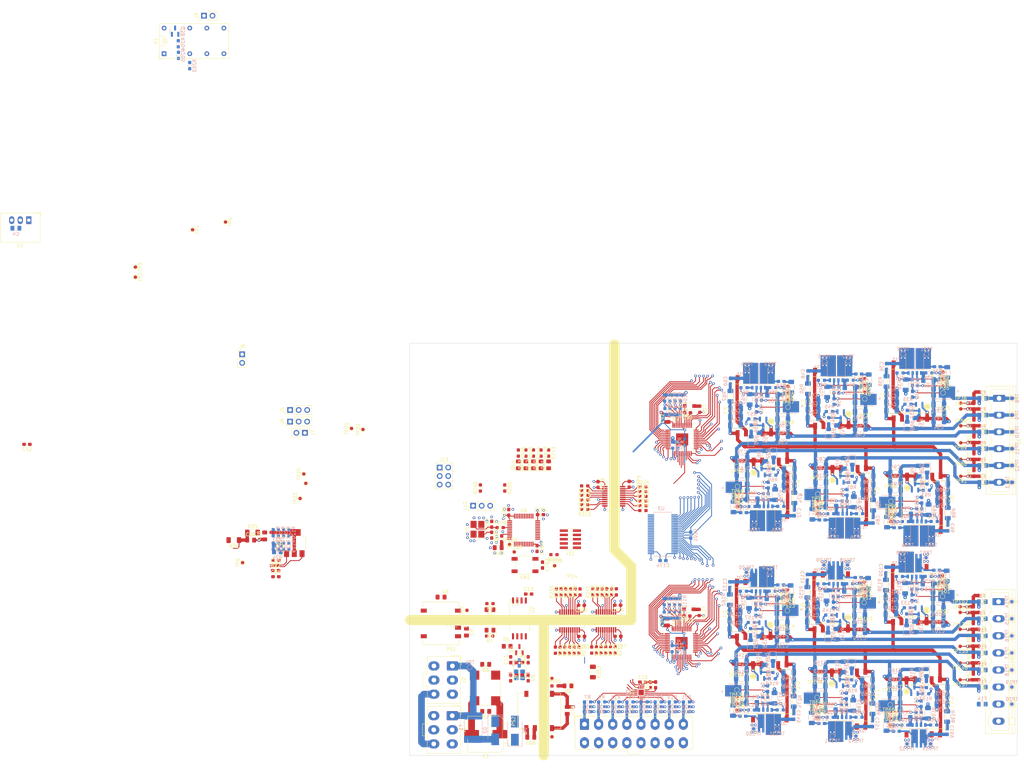
<source format=kicad_pcb>
(kicad_pcb (version 20211014) (generator pcbnew)
  (layers (0 "F.Cu" signal) (1 "In1.Cu" signal) (2 "In2.Cu" signal) (31 "B.Cu" signal) (34 "B.Paste" user) (35 "F.Paste" user) (36 "B.SilkS" user "B.Silkscreen") (37 "F.SilkS" user "F.Silkscreen") (38 "B.Mask" user) (39 "F.Mask" user) (44 "Edge.Cuts" user))
  (net 0 "")
  (net 1 "Net-(C1-Pad1)")
  (net 2 "/VGND")
  (net 3 "Net-(C3-Pad1)")
  (net 4 "+5V")
  (net 5 "/CAN_S")
  (net 6 "Net-(C7-Pad2)")
  (net 7 "/CAN_P")
  (net 8 "/CAN_N")
  (net 9 "GND")
  (net 10 "Net-(C27-Pad1)")
  (net 11 "Net-(C28-Pad2)")
  (net 12 "Net-(C29-Pad1)")
  (net 13 "Net-(C30-Pad1)")
  (net 14 "Net-(C30-Pad2)")
  (net 15 "Net-(C35-Pad1)")
  (net 16 "Net-(C35-Pad2)")
  (net 17 "Net-(C36-Pad1)")
  (net 18 "Net-(C36-Pad2)")
  (net 19 "Net-(C47-Pad1)")
  (net 20 "Net-(C47-Pad2)")
  (net 21 "Net-(C48-Pad1)")
  (net 22 "Net-(C48-Pad2)")
  (net 23 "Net-(C59-Pad1)")
  (net 24 "Net-(C59-Pad2)")
  (net 25 "Net-(C60-Pad1)")
  (net 26 "Net-(C60-Pad2)")
  (net 27 "Net-(C71-Pad1)")
  (net 28 "Net-(C71-Pad2)")
  (net 29 "Net-(C72-Pad1)")
  (net 30 "Net-(C72-Pad2)")
  (net 31 "Net-(C83-Pad1)")
  (net 32 "Net-(C83-Pad2)")
  (net 33 "Net-(C84-Pad1)")
  (net 34 "Net-(C84-Pad2)")
  (net 35 "Net-(C95-Pad1)")
  (net 36 "Net-(C95-Pad2)")
  (net 37 "Net-(C96-Pad1)")
  (net 38 "Net-(C96-Pad2)")
  (net 39 "Net-(C103-Pad1)")
  (net 40 "Net-(C103-Pad2)")
  (net 41 "Net-(C108-Pad1)")
  (net 42 "Net-(C108-Pad2)")
  (net 43 "Net-(C109-Pad1)")
  (net 44 "Net-(C120-Pad1)")
  (net 45 "Net-(C120-Pad2)")
  (net 46 "Net-(C121-Pad1)")
  (net 47 "Net-(C132-Pad1)")
  (net 48 "Net-(C133-Pad1)")
  (net 49 "Net-(C133-Pad2)")
  (net 50 "Net-(C144-Pad1)")
  (net 51 "Net-(C144-Pad2)")
  (net 52 "Net-(C145-Pad1)")
  (net 53 "Net-(C145-Pad2)")
  (net 54 "Net-(C156-Pad1)")
  (net 55 "Net-(C156-Pad2)")
  (net 56 "Net-(C157-Pad1)")
  (net 57 "Net-(C157-Pad2)")
  (net 58 "Net-(C168-Pad1)")
  (net 59 "Net-(C168-Pad2)")
  (net 60 "Net-(C169-Pad1)")
  (net 61 "Net-(C169-Pad2)")
  (net 62 "/Microcontroller/NRST")
  (net 63 "Net-(D1-Pad1)")
  (net 64 "Net-(D3-Pad2)")
  (net 65 "Net-(D4-Pad2)")
  (net 66 "Net-(D14-Pad2)")
  (net 67 "Net-(D16-Pad2)")
  (net 68 "Net-(D18-Pad2)")
  (net 69 "Net-(D20-Pad2)")
  (net 70 "Net-(D22-Pad2)")
  (net 71 "Net-(D24-Pad2)")
  (net 72 "Net-(D26-Pad2)")
  (net 73 "Net-(D27-Pad2)")
  (net 74 "Net-(D29-Pad2)")
  (net 75 "Net-(D31-Pad2)")
  (net 76 "Net-(D33-Pad2)")
  (net 77 "Net-(D35-Pad2)")
  (net 78 "/Balance Interface/V_TEMP_SENSOR_REF")
  (net 79 "/Balance Interface/Upper Active Balance Group/ACTIVE_TAP5")
  (net 80 "/Balance Interface/V+")
  (net 81 "/Balance Interface/Upper Active Balance Group/PI6")
  (net 82 "/Balance Interface/Upper Active Balance Group/SI6")
  (net 83 "/Balance Interface/C11")
  (net 84 "/Balance Interface/C12")
  (net 85 "/Balance Interface/Upper Active Balance Group/ACTIVE_TAP4")
  (net 86 "/Balance Interface/Upper Active Balance Group/PI5")
  (net 87 "/Balance Interface/Upper Active Balance Group/SI5")
  (net 88 "Net-(FB1-Pad2)")
  (net 89 "/VBAT")
  (net 92 "/Balance Interface/S10")
  (net 93 "/SDN_IN")
  (net 94 "/SDN_OUT")
  (net 95 "/Microcontroller/SWDIO")
  (net 96 "/Microcontroller/SWCLK")
  (net 100 "/Microcontroller/USART_TX")
  (net 101 "/Microcontroller/USART_RX")
  (net 102 "Net-(K1-Pad4)")
  (net 104 "Net-(K1-Pad16)")
  (net 106 "Net-(Q2-Pad1)")
  (net 107 "Net-(Q2-Pad3)")
  (net 108 "Net-(R34-Pad1)")
  (net 109 "Net-(R35-Pad1)")
  (net 110 "Net-(R39-Pad1)")
  (net 111 "Net-(Q5-Pad1)")
  (net 112 "Net-(Q5-Pad3)")
  (net 113 "Net-(R46-Pad1)")
  (net 114 "Net-(R47-Pad1)")
  (net 115 "Net-(R51-Pad1)")
  (net 116 "Net-(R53-Pad2)")
  (net 117 "Net-(Q8-Pad1)")
  (net 118 "Net-(Q8-Pad3)")
  (net 119 "Net-(R59-Pad1)")
  (net 120 "Net-(R63-Pad1)")
  (net 121 "Net-(Q11-Pad1)")
  (net 122 "Net-(Q11-Pad3)")
  (net 123 "Net-(R70-Pad1)")
  (net 124 "Net-(R71-Pad1)")
  (net 125 "Net-(R75-Pad1)")
  (net 126 "Net-(R77-Pad2)")
  (net 127 "Net-(Q14-Pad1)")
  (net 128 "Net-(Q14-Pad3)")
  (net 129 "Net-(R83-Pad1)")
  (net 130 "Net-(R87-Pad1)")
  (net 131 "Net-(Q17-Pad3)")
  (net 132 "Net-(R94-Pad1)")
  (net 133 "Net-(R95-Pad1)")
  (net 134 "Net-(R100-Pad2)")
  (net 135 "Net-(R101-Pad2)")
  (net 136 "Net-(R134-Pad1)")
  (net 137 "Net-(R135-Pad1)")
  (net 138 "Net-(R139-Pad1)")
  (net 139 "Net-(R146-Pad1)")
  (net 140 "Net-(R147-Pad1)")
  (net 141 "Net-(R151-Pad1)")
  (net 142 "Net-(R153-Pad2)")
  (net 143 "Net-(R158-Pad1)")
  (net 144 "Net-(R159-Pad1)")
  (net 145 "Net-(R165-Pad2)")
  (net 146 "Net-(Q29-Pad3)")
  (net 147 "Net-(R170-Pad1)")
  (net 148 "Net-(R171-Pad1)")
  (net 149 "Net-(R175-Pad1)")
  (net 150 "Net-(R177-Pad2)")
  (net 151 "Net-(R183-Pad1)")
  (net 152 "Net-(R187-Pad1)")
  (net 153 "Net-(R189-Pad2)")
  (net 154 "Net-(R194-Pad1)")
  (net 155 "Net-(R195-Pad1)")
  (net 156 "Net-(R199-Pad1)")
  (net 157 "Net-(R201-Pad2)")
  (net 158 "/Microcontroller/LMS_OK_FB")
  (net 159 "/Microcontroller/LMS_OK")
  (net 160 "/WDT_PASSIVE")
  (net 161 "Net-(R207-Pad1)")
  (net 162 "/CS_PASSIVE")
  (net 163 "/CS_TEMPERATURE")
  (net 164 "/Microcontroller/SPI1_CLK")
  (net 165 "Net-(R210-Pad1)")
  (net 166 "/Microcontroller/SPI1_MISO")
  (net 167 "Net-(R211-Pad1)")
  (net 168 "/Microcontroller/SPI1_MOSI")
  (net 169 "Net-(R212-Pad1)")
  (net 170 "Net-(R213-Pad1)")
  (net 171 "Net-(R214-Pad1)")
  (net 172 "/Balance Interface/Upper Active Balance Group/ACTIVE_TAP3")
  (net 173 "Net-(R215-Pad1)")
  (net 174 "Net-(R218-Pad1)")
  (net 175 "/WDT_ACTIVE_UPPER")
  (net 176 "Net-(R219-Pad1)")
  (net 177 "/CS_ACTIVE_UPPER")
  (net 178 "Net-(R220-Pad1)")
  (net 179 "Net-(R221-Pad1)")
  (net 180 "Net-(R222-Pad1)")
  (net 181 "Net-(R223-Pad1)")
  (net 182 "Net-(R224-Pad1)")
  (net 183 "Net-(R225-Pad1)")
  (net 184 "Net-(R226-Pad1)")
  (net 185 "Net-(R227-Pad1)")
  (net 186 "Net-(R228-Pad1)")
  (net 187 "Net-(R229-Pad1)")
  (net 188 "Net-(R230-Pad1)")
  (net 189 "/WDT_ACTIVE_LOWER")
  (net 190 "Net-(R231-Pad1)")
  (net 191 "/CS_ACTIVE_LOWER")
  (net 192 "Net-(R232-Pad1)")
  (net 193 "Net-(R233-Pad1)")
  (net 194 "Net-(R234-Pad1)")
  (net 195 "Net-(R235-Pad1)")
  (net 196 "Net-(R236-Pad1)")
  (net 197 "Net-(R237-Pad1)")
  (net 198 "Net-(R238-Pad1)")
  (net 199 "Net-(R239-Pad1)")
  (net 200 "Net-(R240-Pad1)")
  (net 201 "Net-(R241-Pad1)")
  (net 202 "Net-(R242-Pad1)")
  (net 203 "/Microcontroller/LED0")
  (net 204 "Net-(R244-Pad1)")
  (net 205 "Net-(R245-Pad1)")
  (net 206 "Net-(R246-Pad1)")
  (net 207 "/Microcontroller/BOOT0")
  (net 208 "Net-(T1-Pad4)")
  (net 209 "Net-(T2-Pad4)")
  (net 210 "Net-(T3-Pad4)")
  (net 211 "Net-(T4-Pad4)")
  (net 212 "Net-(T5-Pad4)")
  (net 213 "Net-(T6-Pad4)")
  (net 214 "Net-(T7-Pad4)")
  (net 215 "Net-(T8-Pad4)")
  (net 216 "Net-(T9-Pad4)")
  (net 217 "Net-(T10-Pad4)")
  (net 218 "Net-(T11-Pad4)")
  (net 219 "Net-(T12-Pad4)")
  (net 220 "/Microcontroller/CAN_RX")
  (net 221 "/Microcontroller/CAN_TX")
  (net 229 "/Microcontroller/RCC_OSC_IN")
  (net 230 "/Microcontroller/RCC_OSC_OUT")
  (net 239 "/Microcontroller/BOOT1")
  (net 241 "Net-(J13-Pad2)")
  (net 242 "Net-(J13-Pad5)")
  (net 243 "/UPPER_GND")
  (net 244 "/Balance Interface/Upper Active Balance Group/PI4")
  (net 245 "/Balance Interface/Upper Active Balance Group/SI4")
  (net 246 "/Balance Interface/C9")
  (net 247 "/Balance Interface/Upper Active Balance Group/ACTIVE_TAP2")
  (net 248 "GND_HV")
  (net 249 "+5V_HV")
  (net 250 "Net-(R248-Pad2)")
  (net 251 "/TmpCon0")
  (net 252 "/TmpCon1")
  (net 253 "/TmpCon2")
  (net 254 "/TmpCon3")
  (net 255 "/TmpCon4")
  (net 256 "/TmpCon5")
  (net 257 "/TmpCon6")
  (net 258 "/TmpCon7")
  (net 259 "/Temperature Sensor/TmpOut2")
  (net 260 "/Temperature Sensor/TmpOut3")
  (net 261 "/Temperature Sensor/TmpOut4")
  (net 262 "/Temperature Sensor/TmpOut5")
  (net 263 "/Temperature Sensor/TmpOut6")
  (net 264 "/Temperature Sensor/TmpOut7")
  (net 265 "/Temperature Sensor/TmpOut0")
  (net 266 "/Temperature Sensor/TmpOut1")
  (net 267 "/Balance Interface/Upper Active Balance Group/PI3")
  (net 268 "/Balance Interface/Upper Active Balance Group/SI3")
  (net 269 "/Balance Interface/C8")
  (net 270 "/Balance Interface/Upper Active Balance Group/ACTIVE_TAP1")
  (net 271 "/Balance Interface/Upper Active Balance Group/PI2")
  (net 272 "/Balance Interface/Upper Active Balance Group/SI2")
  (net 273 "/Balance Interface/C7")
  (net 274 "/Balance Interface/Upper Active Balance Group/PI1")
  (net 275 "/Balance Interface/Upper Active Balance Group/SI1")
  (net 276 "/Balance Interface/C6")
  (net 277 "/Balance Interface/Lower Active Balance Group/ACTIVE_TAP5")
  (net 278 "/Balance Interface/Lower Active Balance Group/PI6")
  (net 279 "/Balance Interface/Lower Active Balance Group/SI6")
  (net 280 "/Balance Interface/C5")
  (net 281 "/Balance Interface/Lower Active Balance Group/ACTIVE_TAP4")
  (net 282 "/Balance Interface/Lower Active Balance Group/PI5")
  (net 283 "/Balance Interface/Lower Active Balance Group/SI5")
  (net 284 "/Balance Interface/Lower Active Balance Group/ACTIVE_TAP3")
  (net 285 "/Balance Interface/Lower Active Balance Group/PI4")
  (net 286 "/Balance Interface/Lower Active Balance Group/SI4")
  (net 287 "/Balance Interface/C3")
  (net 288 "/Balance Interface/Lower Active Balance Group/ACTIVE_TAP2")
  (net 289 "/Balance Interface/Lower Active Balance Group/PI3")
  (net 290 "/Balance Interface/Lower Active Balance Group/SI3")
  (net 291 "/Balance Interface/C2")
  (net 292 "/Balance Interface/Lower Active Balance Group/ACTIVE_TAP1")
  (net 293 "/Balance Interface/Lower Active Balance Group/PI2")
  (net 294 "/Balance Interface/Lower Active Balance Group/SI2")
  (net 295 "/Balance Interface/C1")
  (net 296 "/Balance Interface/Lower Active Balance Group/PI1")
  (net 297 "/Balance Interface/Lower Active Balance Group/SI1")
  (net 298 "/Balance Interface/C0")
  (net 299 "/Balance Interface/VREG_UPPER")
  (net 300 "/Balance Interface/VREG_LOWER")
  (net 301 "/Balance Interface/TAP12")
  (net 302 "/Balance Interface/TAP11")
  (net 303 "/Balance Interface/TAP10")
  (net 304 "/Balance Interface/TAP9")
  (net 305 "/Balance Interface/TAP8")
  (net 306 "/Balance Interface/TAP7")
  (net 307 "/Balance Interface/TAP6")
  (net 308 "/Balance Interface/TAP5")
  (net 309 "/Balance Interface/TAP4")
  (net 310 "/Balance Interface/TAP3")
  (net 311 "/Balance Interface/TAP2")
  (net 312 "/Balance Interface/TAP1")
  (net 313 "/Balance Interface/TAP0")
  (net 314 "/Temperature Isolation/CS1")
  (net 315 "/Balance Interface/IBIAS")
  (net 316 "/Balance Interface/SCK")
  (net 317 "/Balance Interface/ICMP")
  (net 318 "/Balance Interface/DTEN")
  (net 319 "/Balance Interface/ISOMD")
  (net 320 "/Balance Interface/CS")
  (net 321 "/Balance Interface/DRIVE")
  (net 322 "/Balance Interface/WDT")
  (net 323 "/Balance Interface/WDT_UPPER")
  (net 324 "/Balance Interface/Upper Active Balance Group/RTONS")
  (net 325 "/Balance Interface/Upper Active Balance Group/RTONP")
  (net 326 "/Balance Interface/S12")
  (net 327 "/Balance Interface/Upper Active Balance Group/PG6")
  (net 328 "/Balance Interface/Upper Active Balance Group/SG6")
  (net 329 "/Balance Interface/S11")
  (net 330 "/Balance Interface/Upper Active Balance Group/PG5")
  (net 331 "/Balance Interface/Upper Active Balance Group/SG5")
  (net 332 "/Balance Interface/C10")
  (net 333 "/Balance Interface/Upper Active Balance Group/PG4")
  (net 334 "/Balance Interface/Upper Active Balance Group/SG4")
  (net 335 "/Balance Interface/S9")
  (net 336 "/Balance Interface/Upper Active Balance Group/PG3")
  (net 337 "/Balance Interface/Upper Active Balance Group/SG3")
  (net 338 "/Balance Interface/S8")
  (net 339 "/Balance Interface/Upper Active Balance Group/PG2")
  (net 340 "/Balance Interface/Upper Active Balance Group/SG2")
  (net 341 "/Balance Interface/S7")
  (net 342 "/Balance Interface/Upper Active Balance Group/PG1")
  (net 343 "/Balance Interface/Upper Active Balance Group/SG1")
  (net 344 "/Balance Interface/UPPER_ADDRESS/A0")
  (net 345 "/Balance Interface/UPPER_ADDRESS/A1")
  (net 346 "/Balance Interface/UPPER_ADDRESS/A2")
  (net 347 "/Balance Interface/UPPER_ADDRESS/A3")
  (net 348 "/Balance Interface/LOWER_ADDRESS/A0")
  (net 349 "/Balance Interface/LOWER_ADDRESS/A1")
  (net 350 "/Balance Interface/LOWER_ADDRESS/A2")
  (net 351 "/Balance Interface/LOWER_ADDRESS/A3")
  (net 352 "/Balance Interface/PASSIVE_ADDRESS/A0")
  (net 353 "/Balance Interface/PASSIVE_ADDRESS/A1")
  (net 354 "/Balance Interface/PASSIVE_ADDRESS/A2")
  (net 355 "/Balance Interface/PASSIVE_ADDRESS/A3")
  (net 356 "/Balance Interface/WDT_LOWER")
  (net 357 "/Balance Interface/Lower Active Balance Group/RTONS")
  (net 358 "/Balance Interface/Lower Active Balance Group/RTONP")
  (net 359 "/Balance Interface/S6")
  (net 360 "/Balance Interface/Lower Active Balance Group/PG6")
  (net 361 "/Balance Interface/Lower Active Balance Group/SG6")
  (net 362 "/Balance Interface/S5")
  (net 363 "/Balance Interface/Lower Active Balance Group/PG5")
  (net 364 "/Balance Interface/Lower Active Balance Group/SG5")
  (net 365 "/Balance Interface/C4")
  (net 366 "/Balance Interface/Lower Active Balance Group/PG4")
  (net 367 "/Balance Interface/Lower Active Balance Group/SG4")
  (net 368 "/Balance Interface/S3")
  (net 369 "/Balance Interface/Lower Active Balance Group/PG3")
  (net 370 "/Balance Interface/Lower Active Balance Group/SG3")
  (net 371 "/Balance Interface/S2")
  (net 372 "/Balance Interface/Lower Active Balance Group/PG2")
  (net 373 "/Balance Interface/Lower Active Balance Group/SG2")
  (net 374 "/Balance Interface/S1")
  (net 375 "/Balance Interface/Lower Active Balance Group/PG1")
  (net 376 "/Balance Interface/Lower Active Balance Group/SG1")
  (net 377 "/Lower Ground Isolation/CS1_ISO")
  (net 378 "/Balance Interface/nCSBI_UPPER")
  (net 379 "/Lower Ground Isolation/CS1")
  (net 380 "/Balance Interface/SCKI_UPPER")
  (net 381 "/Balance Interface/SDO_UPPER")
  (net 382 "/Balance Interface/SDI_UPPER")
  (net 383 "/Upper Ground Isolation/CS1_ISO")
  (net 384 "/Balance Interface/nCSBI_LOWER")
  (net 385 "/Upper Ground Isolation/CS1")
  (net 386 "/Balance Interface/SCKI_LOWER")
  (net 387 "/Balance Interface/SDO_LOWER")
  (net 388 "/Balance Interface/SDI_LOWER")
  (net 389 "/Balance Interface/Upper Active Balance Group/BOOST")
  (net 390 "/Balance Interface/Lower Active Balance Group/BOOST")
  (net 391 "Net-(R89-Pad2)")
  (net 392 "Net-(R82-Pad1)")
  (net 393 "Net-(R65-Pad2)")
  (net 394 "Net-(R58-Pad1)")
  (net 395 "Net-(R41-Pad2)")
  (net 396 "Net-(R217-Pad1)")
  (net 397 "Net-(R216-Pad1)")
  (net 398 "Net-(R209-Pad1)")
  (net 399 "Net-(R208-Pad1)")
  (net 400 "Net-(R206-Pad1)")
  (net 401 "Net-(R182-Pad1)")
  (net 402 "Net-(R163-Pad1)")
  (net 403 "Net-(R141-Pad2)")
  (net 404 "Net-(Q38-Pad1)")
  (net 405 "Net-(Q35-Pad3)")
  (net 406 "Net-(Q35-Pad1)")
  (net 407 "Net-(Q32-Pad3)")
  (net 408 "Net-(Q32-Pad1)")
  (net 409 "Net-(Q29-Pad1)")
  (net 410 "Net-(Q26-Pad3)")
  (net 411 "Net-(Q26-Pad1)")
  (net 412 "Net-(Q23-Pad3)")
  (net 413 "Net-(Q23-Pad1)")
  (net 414 "Net-(Q20-Pad3)")
  (net 415 "Net-(Q20-Pad1)")
  (net 416 "Net-(Q17-Pad1)")
  (net 417 "Net-(D44-Pad2)")
  (net 418 "Net-(D43-Pad2)")
  (net 419 "Net-(D42-Pad2)")
  (net 420 "Net-(D41-Pad2)")
  (net 421 "Net-(D40-Pad2)")
  (net 422 "Net-(D39-Pad2)")
  (net 423 "Net-(D37-Pad2)")
  (net 424 "Net-(C15-Pad1)")
  (net 425 "Net-(C14-Pad1)")
  (net 426 "Net-(C132-Pad2)")
  (net 427 "Net-(C121-Pad2)")
  (net 428 "Net-(C109-Pad2)")
  (net 429 "/CAN/CAN_PRE_P")
  (net 430 "/CAN/CAN_PRE_N")
  (net 431 "Net-(D6-Pad2)")
  (net 433 "/Balance Interface/S4")
  (net 434 "/Balance Interface/VREG")
  (net 435 "+3V3_ISO")
  (net 436 "GND_ISO")
  (footprint "TestPoint:TestPoint_Pad_D1.0mm" (layer "F.Cu") (at 231.225 83.641668 180)
    (fp_text reference "TP90")
    (fp_text value "TestPoint")
  )
  (footprint "Resistor_SMD:R_0603_1608Metric_Pad0.98x0.95mm_HandSolder" (layer "F.Cu") (at 111.9 123.75 180)
    (fp_text reference "R1")
    (fp_text value "2.2kR")
  )
  (footprint "Capacitor_SMD:C_0603_1608Metric_Pad1.08x0.95mm_HandSolder" (layer "F.Cu") (at 112.5125 93.725 -90)
    (fp_text reference "C188")
    (fp_text value "22p")
  )
  (footprint "TestPoint:TestPoint_Pad_D1.0mm" (layer "F.Cu") (at 55.5257 82.8175 90)
    (fp_text reference "TP23")
    (fp_text value "TestPoint")
  )
  (footprint "Capacitor_SMD:C_0603_1608Metric_Pad1.08x0.95mm_HandSolder" (layer "F.Cu") (at 48.2475 104.2425)
    (fp_text reference "C27")
    (fp_text value "100nF")
  )
  (footprint "TestPoint:TestPoint_Pad_D1.0mm" (layer "F.Cu") (at 223.270746 111.74375)
    (fp_text reference "TP105")
    (fp_text value "TestPoint")
  )
  (footprint "Capacitor_SMD:C_0805_2012Metric_Pad1.18x1.45mm_HandSolder" (layer "F.Cu") (at 105 122.55 -90)
    (fp_text reference "C5")
    (fp_text value "100nF")
  )
  (footprint "Capacitor_SMD:CP_Elec_10x12.5" (layer "F.Cu") (at 110.725 152.95 180)
    (fp_text reference "C1")
    (fp_text value "220uF")
  )
  (footprint "TestPoint:TestPoint_Pad_D1.0mm" (layer "F.Cu") (at 223.4825 120.04375)
    (fp_text reference "TP103")
    (fp_text value "TestPoint")
  )
  (footprint "TestPoint:TestPoint_Pad_D1.0mm" (layer "F.Cu") (at 200.420746 114.135416)
    (fp_text reference "TP116")
    (fp_text value "TestPoint")
  )
  (footprint "Capacitor_SMD:C_0603_1608Metric_Pad1.08x0.95mm_HandSolder" (layer "F.Cu") (at 127.6125 102.625 -90)
    (fp_text reference "C182")
    (fp_text value "10nF")
  )
  (footprint "LTC3300ILXE-2_PBF:QFP50P900X900X160-49N" (layer "F.Cu") (at 169.139254 65.24375)
    (fp_text reference "U4")
    (fp_text value "LTC3300ILXE-2#PBF")
  )
  (footprint "Resistor_SMD:R_0603_1608Metric_Pad0.98x0.95mm_HandSolder" (layer "F.Cu") (at 146.445 127.9143 -90)
    (fp_text reference "R214")
    (fp_text value "50kR")
  )
  (footprint "TestPoint:TestPoint_Pad_D1.0mm" (layer "F.Cu") (at 246.570746 107.84375 180)
    (fp_text reference "TP100")
    (fp_text value "TestPoint")
  )
  (footprint "Capacitor_SMD:C_0603_1608Metric_Pad1.08x0.95mm_HandSolder" (layer "F.Cu") (at 112.5125 90.475 90)
    (fp_text reference "C187")
    (fp_text value "22p")
  )
  (footprint "Connector_Molex:Molex_Mini-Fit_Jr_5566-06A_2x03_P4.20mm_Vertical" (layer "F.Cu") (at 100.775 147.45 -90)
    (fp_text reference "J1")
    (fp_text value "Conn_02x03_Odd_Even")
  )
  (footprint "TestPoint:TestPoint_Pad_D1.0mm" (layer "F.Cu") (at 252 56.15)
    (fp_text reference "TP47")
    (fp_text value "TestPoint")
  )
  (footprint "Capacitor_SMD:C_0603_1608Metric_Pad1.08x0.95mm_HandSolder" (layer "F.Cu") (at 159.75 138.2875 90)
    (fp_text reference "C15")
    (fp_text value "1uF")
  )
  (footprint "Capacitor_SMD:C_0805_2012Metric_Pad1.18x1.45mm_HandSolder" (layer "F.Cu") (at 134.975 145.875 -90)
    (fp_text reference "C78")
    (fp_text value "22uF")
  )
  (footprint "Resistor_SMD:R_0603_1608Metric_Pad0.98x0.95mm_HandSolder" (layer "F.Cu") (at 140.1625 80.47 180)
    (fp_text reference "R219")
    (fp_text value "50kR")
  )
  (footprint "Connector_Molex:Molex_Mini-Fit_Jr_5566-06A_2x03_P4.20mm_Vertical" (layer "F.Cu") (at 100.825 132.65 -90)
    (fp_text reference "J2")
    (fp_text value "Conn_02x03_Odd_Even")
  )
  (footprint "Resistor_SMD:R_0603_1608Metric_Pad0.98x0.95mm_HandSolder" (layer "F.Cu") (at 111.9875 114.1 180)
    (fp_text reference "R2")
    (fp_text value "2.2kR")
  )
  (footprint "Resistor_SMD:R_0603_1608Metric_Pad0.98x0.95mm_HandSolder" (layer "F.Cu") (at 257.337919 112.64125 -90)
    (fp_text reference "R142")
    (fp_text value "100R")
  )
  (footprint "Resistor_SMD:R_0603_1608Metric_Pad0.98x0.95mm_HandSolder" (layer "F.Cu") (at 257.337919 122.65125 -90)
    (fp_text reference "R166")
    (fp_text value "100R")
  )
  (footprint "Capacitor_SMD:C_0805_2012Metric_Pad1.18x1.45mm_HandSolder" (layer "F.Cu") (at 44.9925 93.9575 90)
    (fp_text reference "C28")
    (fp_text value "100nF")
  )
  (footprint "Resistor_SMD:R_1206_3216Metric_Pad1.30x1.75mm_HandSolder" (layer "F.Cu") (at 142.6 134.45 -90)
    (fp_text reference "R252")
    (fp_text value "0R DNP")
  )
  (footprint "Capacitor_SMD:C_0603_1608Metric_Pad1.08x0.95mm_HandSolder" (layer "F.Cu") (at 139.165 114.6 180)
    (fp_text reference "C180")
    (fp_text value "100nF")
  )
  (footprint "Resistor_SMD:R_0603_1608Metric_Pad0.98x0.95mm_HandSolder" (layer "F.Cu") (at 135.965 110.6375 90)
    (fp_text reference "R232")
    (fp_text value "50kR")
  )
  (footprint "TestPoint:TestPoint_Pad_D1.0mm" (layer "F.Cu") (at 6.55 16.95 -90)
    (fp_text reference "TP2")
    (fp_text value "TestPoint")
  )
  (footprint "Resistor_SMD:R_0603_1608Metric_Pad0.98x0.95mm_HandSolder" (layer "F.Cu") (at 127.175 69.3 -90)
    (fp_text reference "R242")
    (fp_text value "2.2kR")
  )
  (footprint "Resistor_SMD:R_0603_1608Metric_Pad0.98x0.95mm_HandSolder" (layer "F.Cu") (at 133.165 110.6375 90)
    (fp_text reference "R234")
    (fp_text value "50kR")
  )
  (footprint "TestPoint:TestPoint_Pad_D1.0mm" (layer "F.Cu") (at 231.024254 77.8125 180)
    (fp_text reference "TP81")
    (fp_text value "TestPoint")
  )
  (footprint "ISO1042DWVR:SOIC127P1150X280-8N" (layer "F.Cu") (at 120.75 118.5 -90)
    (fp_text reference "U2")
    (fp_text value "ISO1042DWVR")
  )
  (footprint "TestPoint:TestPoint_Pad_D1.0mm" (layer "F.Cu") (at 223.270746 113.76875)
    (fp_text reference "TP112")
    (fp_text value "TestPoint")
  )
  (footprint "TestPoint:TestPoint_Pad_D1.0mm" (layer "F.Cu") (at 223.45 53.2)
    (fp_text reference "TP46")
    (fp_text value "TestPoint")
  )
  (footprint "TestPoint:TestPoint_Pad_D1.0mm" (layer "F.Cu") (at 231.225 89.691666)
    (fp_text reference "TP84")
    (fp_text value "TestPoint")
  )
  (footprint "TestPoint:TestPoint_Pad_D1.0mm" (layer "F.Cu") (at 209.270746 144.027083 180)
    (fp_text reference "TP138")
    (fp_text value "TestPoint")
  )
  (footprint "Capacitor_SMD:C_0805_2012Metric_Pad1.18x1.45mm_HandSolder" (layer "F.Cu") (at 110.725 146.175 180)
    (fp_text reference "C2")
    (fp_text value "10uF")
  )
  (footprint "Capacitor_SMD:C_0603_1608Metric_Pad1.08x0.95mm_HandSolder" (layer "F.Cu") (at 157.45 137.4375)
    (fp_text reference "C16")
    (fp_text value "1uF")
  )
  (footprint "Resistor_SMD:R_0603_1608Metric_Pad0.98x0.95mm_HandSolder" (layer "F.Cu") (at 48.335 101.2425 180)
    (fp_text reference "R22")
    (fp_text value "1MR")
  )
  (footprint "TestPoint:TestPoint_Pad_D1.0mm" (layer "F.Cu") (at 200.6 51.508333 180)
    (fp_text reference "TP56")
    (fp_text value "TestPoint")
  )
  (footprint "TestPoint:TestPoint_Pad_D1.0mm" (layer "F.Cu") (at 200.6 53.566666)
    (fp_text reference "TP50")
    (fp_text value "TestPoint")
  )
  (footprint "Connector_Phoenix_MSTB:PhoenixContact_MSTBVA_2,5_6-G_1x06_P5.00mm_Vertical" (layer "F.Cu") (at 263.401754 52.9975 -90)
    (fp_text reference "J4")
    (fp_text value "UPPER_BANK")
  )
  (footprint "Resistor_SMD:R_0603_1608Metric_Pad0.98x0.95mm_HandSolder" (layer "F.Cu") (at 146.77 110.6018 90)
    (fp_text reference "R208")
    (fp_text value "50kR")
  )
  (footprint "750312504:EP13_SMT_H_8PIN_(750312504)" (layer "F.Cu") (at 236.845 111.41825 90)
    (fp_text reference "T7")
    (fp_text value "750312504")
  )
  (footprint "LED_SMD:LED_0805_2012Metric_Pad1.15x1.40mm_HandSolder" (layer "F.Cu") (at 120.425 72.8 90)
    (fp_text reference "D44")
    (fp_text value "LED (Orange)")
  )
  (footprint "TestPoint:TestPoint_Pad_D1.0mm" (layer "F.Cu") (at 200.420746 116.19375)
    (fp_text reference "TP123")
    (fp_text value "TestPoint")
  )
  (footprint "Capacitor_SMD:C_0603_1608Metric_Pad1.08x0.95mm_HandSolder" (layer "F.Cu") (at 255.917173 55.325 90)
    (fp_text reference "C41")
    (fp_text value "10nF")
  )
  (footprint "TestPoint:TestPoint_Pad_D1.0mm" (layer "F.Cu") (at 223.45 47.125 180)
    (fp_text reference "TP40")
    (fp_text value "TestPoint")
  )
  (footprint "Resistor_SMD:R_0603_1608Metric_Pad0.98x0.95mm_HandSolder" (layer "F.Cu") (at 115.0125 91.475)
    (fp_text reference "R248")
    (fp_text value "0")
  )
  (footprint "Resistor_SMD:R_0603_1608Metric_Pad0.98x0.95mm_HandSolder" (layer "F.Cu") (at 142.245 127.9143 -90)
    (fp_text reference "R217")
    (fp_text value "50kR")
  )
  (footprint "TestPoint:TestPoint_Pad_D1.0mm" (layer "F.Cu") (at 223.45 51.175)
    (fp_text reference "TP39")
    (fp_text value "TestPoint")
  )
  (footprint "TestPoint:TestPoint_Pad_D1.0mm" (layer "F.Cu") (at 223.270746 107.69375 180)
    (fp_text reference "TP106")
    (fp_text value "TestPoint")
  )
  (footprint "Resistor_SMD:R_0603_1608Metric_Pad0.98x0.95mm_HandSolder" (layer "F.Cu") (at 143.97 110.6018 90)
    (fp_text reference "R210")
    (fp_text value "50kR")
  )
  (footprint "Resistor_SMD:R_0603_1608Metric_Pad0.98x0.95mm_HandSolder" (layer "F.Cu") (at 137.04 127.95 -90)
    (fp_text reference "R237")
    (fp_text value "50kR")
  )
  (footprint "TestPoint:TestPoint_Pad_D1.0mm" (layer "F.Cu") (at 231.045746 144.210418 180)
    (fp_text reference "TP156")
    (fp_text value "TestPoint")
  )
  (footprint "Capacitor_SMD:C_0603_1608Metric_Pad1.08x0.95mm_HandSolder" (layer "F.Cu") (at 123.35 136.2 -90)
    (fp_text reference "C8")
    (fp_text value "DNP 10pF")
  )
  (footprint "TestPoint:TestPoint_Pad_D1.0mm" (layer "F.Cu") (at 23.55 2.85 -90)
    (fp_text reference "TP4")
    (fp_text value "TestPoint")
  )
  (footprint "Package_TO_SOT_SMD:SOT-223-3_TabPin2" (layer "F.Cu") (at 53.8 96.075 90)
    (fp_text reference "Q1")
    (fp_text value "CZT5551")
  )
  (footprint "Resistor_SMD:R_0603_1608Metric_Pad0.98x0.95mm_HandSolder" (layer "F.Cu") (at 129.425 69.3 -90)
    (fp_text reference "R243")
    (fp_text value "2.2kR")
  )
  (footprint "Capacitor_SMD:C_0603_1608Metric_Pad1.08x0.95mm_HandSolder" (layer "F.Cu") (at 48.2475 102.7425)
    (fp_text reference "C25")
    (fp_text value "100nF")
  )
  (footprint "TestPoint:TestPoint_Pad_D1.0mm" (layer "F.Cu") (at 246.75 51.391667)
    (fp_text reference "TP35")
    (fp_text value "TestPoint")
  )
  (footprint "TestPoint:TestPoint_Pad_D1.0mm" (layer "F.Cu") (at 251.820746 131.76875 180)
    (fp_text reference "TP146")
    (fp_text value "TestPoint")
  )
  (footprint "Resistor_SMD:R_0603_1608Metric_Pad0.98x0.95mm_HandSolder" (layer "F.Cu") (at 157.475 80.795)
    (fp_text reference "R225")
    (fp_text value "50kR")
  )
  (footprint "TestPoint:TestPoint_Pad_D1.0mm" (layer "F.Cu") (at 200.6 49.45 180)
    (fp_text reference "TP51")
    (fp_text value "TestPoint")
  )
  (footprint "Resistor_SMD:R_0603_1608Metric_Pad0.98x0.95mm_HandSolder" (layer "F.Cu") (at 140.1625 84.67 180)
    (fp_text reference "R222")
    (fp_text value "50kR")
  )
  (footprint "Connector_PinHeader_1.27mm:PinHeader_2x05_P1.27mm_Vertical_SMD" (layer "F.Cu") (at 135.9 94.925 180)
    (fp_text reference "J11")
    (fp_text value "Conn_ARM_JTAG_SWD_10")
  )
  (footprint "Capacitor_SMD:C_0603_1608Metric_Pad1.08x0.95mm_HandSolder" (layer "F.Cu") (at 255.734193 120.86875 90)
    (fp_text reference "C126")
    (fp_text value "10nF")
  )
  (footprint "LED_SMD:LED_0805_2012Metric_Pad1.15x1.40mm_HandSolder" (layer "F.Cu") (at 135.175 138.575 180)
    (fp_text reference "D6")
    (fp_text value "LED (Red)")
  )
  (footprint "750312504:EP13_SMT_H_8PIN_(750312504)" (layer "F.Cu") (at 195.386754 79.775 -90)
    (fp_text reference "T4")
    (fp_text value "750312504")
  )
  (footprint "TestPoint:TestPoint_Pad_D1.0mm" (layer "F.Cu") (at 223.45 49.15 180)
    (fp_text reference "TP45")
    (fp_text value "TestPoint")
  )
  (footprint "TestPoint:TestPoint_Pad_D1.0mm" (layer "F.Cu") (at 209.270746 142.04375 180)
    (fp_text reference "TP145")
    (fp_text value "TestPoint")
  )
  (footprint "Package_SO:QSOP-20_3.9x8.7mm_P0.635mm" (layer "F.Cu") (at 135.6725 119.2707 -90)
    (fp_text reference "U8")
    (fp_text value "ADuM7641A")
  )
  (footprint "TestPoint:TestPoint_Pad_D1.0mm" (layer "F.Cu") (at 251.820746 116.71875)
    (fp_text reference "TP113")
    (fp_text value "TestPoint")
  )
  (footprint "Capacitor_SMD:C_0603_1608Metric_Pad1.08x0.95mm_HandSolder" (layer "F.Cu") (at 139.24 123.85 180)
    (fp_text reference "C181")
    (fp_text value "100nF")
  )
  (footprint "TestPoint:TestPoint_Pad_D1.0mm" (layer "F.Cu") (at 251.820746 126.81875 180)
    (fp_text reference "TP135")
    (fp_text value "TestPoint")
  )
  (footprint "Capacitor_SMD:C_0805_2012Metric_Pad1.18x1.45mm_HandSolder" (layer "F.Cu") (at 97.45 112.15)
    (fp_text reference "C6")
    (fp_text value "22uF")
  )
  (footprint "Capacitor_SMD:C_0603_1608Metric_Pad1.08x0.95mm_HandSolder" (layer "F.Cu") (at 255.737919 115.89375 90)
    (fp_text reference "C114")
    (fp_text value "10nF")
  )
  (footprint "Package_DFN_QFN:WQFN-16-1EP_3x3mm_P0.5mm_EP1.6x1.6mm" (layer "F.Cu") (at 156.95 140.5375 90)
    (fp_text reference "IC1")
    (fp_text value "ADS7028QRTERQ1")
  )
  (footprint "TestPoint:TestPoint_Pad_D1.0mm" (layer "F.Cu") (at 105.15 116.1 90)
    (fp_text reference "TP7")
    (fp_text value "TestPoint")
  )
  (footprint "TestPoint:TestPoint_Pad_D1.0mm" (layer "F.Cu") (at 231.045746 148.24375)
    (fp_text reference "TP155")
    (fp_text value "TestPoint")
  )
  (footprint "TestPoint:TestPoint_Pad_D1.0mm" (layer "F.Cu") (at 209.45 83.458333 180)
    (fp_text reference "TP72")
    (fp_text value "TestPoint")
  )
  (footprint "Resistor_SMD:R_0603_1608Metric_Pad0.98x0.95mm_HandSolder" (layer "F.Cu") (at 142.57 110.6018 90)
    (fp_text reference "R211")
    (fp_text value "50kR")
  )
  (footprint "TestPoint:TestPoint_Pad_D1.0mm" (layer "F.Cu") (at 131.2125 102.825)
    (fp_text reference "TP158")
    (fp_text value "TestPoint")
  )
  (footprint "750312504:EP13_SMT_H_8PIN_(750312504)" (layer "F.Cu") (at 218.811754 81.95 -90)
    (fp_text reference "T5")
    (fp_text value "750312504")
  )
  (footprint "TestPoint:TestPoint_Pad_D1.0mm" (layer "F.Cu") (at 57.2257 78.3175 90)
    (fp_text reference "TP24")
    (fp_text value "TestPoint")
  )
  (footprint "Capacitor_SMD:C_0603_1608Metric_Pad1.08x0.95mm_HandSolder" (layer "F.Cu") (at 170.55625 117.7875 180)
    (fp_text reference "C103")
    (fp_text value "100nF")
  )
  (footprint "TestPoint:TestPoint_Pad_D1.0mm" (layer "F.Cu") (at 119.2125 98.725)
    (fp_text reference "TP160")
    (fp_text value "TestPoint")
  )
  (footprint "750312504:EP13_SMT_H_8PIN_(750312504)" (layer "F.Cu") (at 195.2075 140.34375 -90)
    (fp_text reference "T10")
    (fp_text value "750312504")
  )
  (footprint "Connector_PinHeader_2.54mm:PinHeader_2x03_P2.54mm_Vertical" (layer "F.Cu") (at 97.0375 73.6)
    (fp_text reference "J13")
    (fp_text value "Conn_02x03_Odd_Even")
  )
  (footprint "LED_SMD:LED_0805_2012Metric_Pad1.15x1.40mm_HandSolder" (layer "F.Cu") (at 124.925 72.8 90)
    (fp_text reference "D42")
    (fp_text value "LED (Blue)")
  )
  (footprint "Capacitor_SMD:C_0603_1608Metric_Pad1.08x0.95mm_HandSolder" (layer "F.Cu") (at 127.025 87.625)
    (fp_text reference "C185")
    (fp_text value "100nF")
  )
  (footprint "Resistor_SMD:R_0603_1608Metric_Pad0.98x0.95mm_HandSolder" (layer "F.Cu") (at 145.37 110.6018 90)
    (fp_text reference "R209")
    (fp_text value "50kR")
  )
  (footprint "Button_Switch_SMD:SW_SPST_SKQG_WithStem" (layer "F.Cu") (at 122.4125 102.625 180)
    (fp_text reference "SW1")
    (fp_text value "SW_Push")
  )
  (footprint "Resistor_SMD:R_0603_1608Metric_Pad0.98x0.95mm_HandSolder" (layer "F.Cu") (at 257.517173 52.0725 -90)
    (fp_text reference "R42")
    (fp_text value "100R")
  )
  (footprint "TestPoint:TestPoint_Pad_D1.0mm" (layer "F.Cu") (at 200.6 55.625)
    (fp_text reference "TP57")
    (fp_text value "TestPoint")
  )
  (footprint "Inductor_SMD:L_CommonModeChoke_Coilcraft_1812CAN" (layer "F.Cu") (at 120.75 133.5 180)
    (fp_text reference "L2")
    (fp_text value "0ZCF0100AF2A")
  )
  (footprint "Resistor_SMD:R_0603_1608Metric_Pad0.98x0.95mm_HandSolder" (layer "F.Cu") (at 257.337919 117.64625 -90)
    (fp_text reference "R154")
    (fp_text value "100R")
  )
  (footprint "Resistor_SMD:R_0603_1608Metric_Pad0.98x0.95mm_HandSolder" (layer "F.Cu") (at 122.675 69.3 -90)
    (fp_text reference "R245")
    (fp_text value "2.2kR")
  )
  (footprint "TestPoint:TestPoint_Pad_D1.0mm" (layer "F.Cu") (at 56.6257 75.5175 90)
    (fp_text reference "TP25")
    (fp_text value "TestPoint")
  )
  (footprint "Resistor_SMD:R_0603_1608Metric_Pad0.98x0.95mm_HandSolder" (layer "F.Cu") (at 124.925 69.3 -90)
    (fp_text reference "R244")
    (fp_text value "2.2kR")
  )
  (footprint "Capacitor_SMD:C_0603_1608Metric_Pad1.08x0.95mm_HandSolder" (layer "F.Cu") (at 153.375 78.595 -90)
    (fp_text reference "C179")
    (fp_text value "100nF")
  )
  (footprint "Resistor_SMD:R_0603_1608Metric_Pad0.98x0.95mm_HandSolder" (layer "F.Cu") (at 131.345 138.595)
    (fp_text reference "R251")
    (fp_text value "2.2kR")
  )
  (footprint "TestPoint:TestPoint_Pad_D1.0mm" (layer "F.Cu") (at 6.55 13.95 -90)
    (fp_text reference "TP3")
    (fp_text value "TestPoint")
  )
  (footprint "Capacitor_SMD:C_0603_1608Metric_Pad1.08x0.95mm_HandSolder" (layer "F.Cu") (at 255.913447 60.3 90)
    (fp_text reference "C53")
    (fp_text value "10nF")
  )
  (footprint "Resistor_SMD:R_0603_1608Metric_Pad0.98x0.95mm_HandSolder" (layer "F.Cu") (at 157.475 82.195)
    (fp_text reference "R226")
    (fp_text value "50kR")
  )
  (footprint "Resistor_SMD:R_0603_1608Metric_Pad0.98x0.95mm_HandSolder" (layer "F.Cu") (at 148.17 110.6018 90)
    (fp_text reference "R207")
    (fp_text value "50kR")
  )
  (footprint "Capacitor_SMD:C_0603_1608Metric_Pad1.08x0.95mm_HandSolder" (layer "F.Cu") (at 255.917173 70.325 90)
    (fp_text reference "C77")
    (fp_text value "10nF")
  )
  (footprint "TestPoint:TestPoint_Pad_D1.0mm" (layer "F.Cu") (at 230.845 138.38125 180)
    (fp_text reference "TP147")
    (fp_text value "TestPoint")
  )
  (footprint "750312504:EP13_SMT_H_8PIN_(750312504)" (layer "F.Cu") (at 190.4325 115.79375 90)
    (fp_text reference "T9")
    (fp_text value "750312504")
  )
  (footprint "Relay_THT:Relay_DPDT_Omron_G5V-2" (layer "F.Cu") (at 15.0925 -49.5375 90)
    (fp_text reference "K1")
    (fp_text value "G5V-2 DC-3")
  )
  (footprint "Resistor_SMD:R_0603_1608Metric_Pad0.98x0.95mm_HandSolder" (layer "F.Cu") (at 157.475 86.395)
    (fp_text reference "R229")
    (fp_text value "50kR")
  )
  (footprint "LED_SMD:LED_0805_2012Metric_Pad1.15x1.40mm_HandSolder" (layer "F.Cu") (at 127.175 72.8 90)
    (fp_text reference "D40")
    (fp_text value "LED (Blue)")
  )
  (footprint "Resistor_SMD:R_0603_1608Metric_Pad0.98x0.95mm_HandSolder" (layer "F.Cu") (at 131.0125 99.525 180)
    (fp_text reference "R247")
    (fp_text value "50kR")
  )
  (footprint "Inductor_SMD:L_0603_1608Metric_Pad1.05x0.95mm_HandSolder" (layer "F.Cu") (at 115.475 94.825 90)
    (fp_text reference "FB1")
    (fp_text value "Ferrite Bead")
  )
  (footprint "Connector_Molex:Molex_Mini-Fit_Jr_5566-16A_2x08_P4.20mm_Vertical" (layer "F.Cu") (at 140.1 150)
    (fp_text reference "J3")
    (fp_text value "Conn_02x08_Odd_Even")
  )
  (footprint "750312504:EP13_SMT_H_8PIN_(750312504)" (layer "F.Cu") (at 190.611754 55.225 90)
    (fp_text reference "T3")
    (fp_text value "750312504")
  )
  (footprint "TestPoint:TestPoint_Pad_D1.0mm" (layer "F.Cu") (at 209.270746 147.993749)
    (fp_text reference "TP139")
    (fp_text value "TestPoint")
  )
  (footprint "TestPoint:TestPoint_Pad_D1.0mm" (layer "F.Cu") (at 231.045746 146.227084 180)
    (fp_text reference "TP149")
    (fp_text value "TestPoint")
  )
  (footprint "Resistor_SMD:R_0603_1608Metric_Pad0.98x0.95mm_HandSolder" (layer "F.Cu") (at 174.4 56.25 -90)
    (fp_text reference "R27")
    (fp_text value "6.81R")
  )
  (footprint "Capacitor_SMD:C_0603_1608Metric_Pad1.08x0.95mm_HandSolder" (layer "F.Cu") (at 118.15 136.2 -90)
    (fp_text reference "C9")
    (fp_text value "DNP 10pF")
  )
  (footprint "Capacitor_SMD:C_0603_1608Metric_Pad1.08x0.95mm_HandSolder" (layer "F.Cu") (at 123.5 111.25)
    (fp_text reference "C13")
    (fp_text value "100nF")
  )
  (footprint "TestPoint:TestPoint_Pad_D1.0mm" (layer "F.Cu") (at 231.045746 150.260416)
    (fp_text reference "TP150")
    (fp_text value "TestPoint")
  )
  (footprint "Resistor_SMD:R_0603_1608Metric_Pad0.98x0.95mm_HandSolder" (layer "F.Cu") (at 138.765 110.6375 90)
    (fp_text reference "R230")
    (fp_text value "50kR")
  )
  (footprint "Resistor_SMD:R_0603_1608Metric_Pad0.98x0.95mm_HandSolder" (layer "F.Cu") (at 140.1625 81.87 180)
    (fp_text reference "R220")
    (fp_text value "50kR")
  )
  (footprint "TestPoint:TestPoint_Pad_D1.0mm" (layer "F.Cu") (at 252 54.45)
    (fp_text reference "TP36")
    (fp_text value "TestPoint")
  )
  (footprint "Diode_SMD:D_SOD-123F" (layer "F.Cu") (at 171.3 55.3)
    (fp_text reference "D14")
    (fp_text value "CMMSH2-40")
  )
  (footprint "Resistor_SMD:R_0603_1608Metric_Pad0.98x0.95mm_HandSolder" (layer "F.Cu") (at 174.20625 116.7375 -90)
    (fp_text reference "R127")
    (fp_text value "6.81R")
  )
  (footprint "Resistor_SMD:R_0603_1608Metric_Pad0.98x0.95mm_HandSolder" (layer "F.Cu") (at 132.84 127.95 -90)
    (fp_text reference "R240")
    (fp_text value "50kR")
  )
  (footprint "LTC3300ILXE-2_PBF:QFP50P900X900X160-49N" (layer "F.Cu") (at 168.96 125.8125)
    (fp_text reference "U5")
    (fp_text value "LTC3300ILXE-2#PBF")
  )
  (footprint "Resistor_SMD:R_0603_1608Metric_Pad0.98x0.95mm_HandSolder" (layer "F.Cu") (at 157.475 83.595)
    (fp_text reference "R227")
    (fp_text value "50kR")
  )
  (footprint "Resistor_SMD:R_0603_1608Metric_Pad0.98x0.95mm_HandSolder" (layer "F.Cu") (at 157.475 79.395)
    (fp_text reference "R224")
    (fp_text value "50kR")
  )
  (footprint "Resistor_SMD:R_0603_1608Metric_Pad0.98x0.95mm_HandSolder" (layer "F.Cu") (at 149.57 110.6018 90)
    (fp_text reference "R206")
    (fp_text value "50kR")
  )
  (footprint "Capacitor_SMD:C_0603_1608Metric_Pad1.08x0.95mm_HandSolder" (layer "F.Cu") (at 255.737919 125.89375 90)
    (fp_text reference "C138")
    (fp_text value "10nF")
  )
  (footprint "750312504:EP13_SMT_H_8PIN_(750312504)" (layer "F.Cu") (at 213.4825 113.59375 90)
    (fp_text reference "T8")
    (fp_text value "750312504")
  )
  (footprint "Capacitor_SMD:C_0603_1608Metric_Pad1.08x0.95mm_HandSolder" (layer "F.Cu") (at 123.35 130.8 90)
    (fp_text reference "C10")
    (fp_text value "DNP 10pF")
  )
  (footprint "Resistor_SMD:R_0603_1608Metric_Pad0.98x0.95mm_HandSolder" (layer "F.Cu") (at 131.44 127.95 -90)
    (fp_text reference "R241")
    (fp_text value "50kR")
  )
  (footprint "Resistor_SMD:R_0603_1608Metric_Pad0.98x0.95mm_HandSolder" (layer "F.Cu") (at 257.517173 77.0975 -90)
    (fp_text reference "R102")
    (fp_text value "100R")
  )
  (footprint "TestPoint:TestPoint_Pad_D1.0mm" (layer "F.Cu") (at 246.845 117.86825)
    (fp_text reference "TP92")
    (fp_text value "TestPoint")
  )
  (footprint "Resistor_SMD:R_0603_1608Metric_Pad0.98x0.95mm_HandSolder" (layer "F.Cu") (at 116.3825 79.695 -90)
    (fp_text reference "R250")
    (fp_text value "50kR")
  )
  (footprint "Capacitor_SMD:C_0603_1608Metric_Pad1.08x0.95mm_HandSolder" (layer "F.Cu") (at 126 97.7 -90)
    (fp_text reference "C184")
    (fp_text value "100nF")
  )
  (footprint "TestPoint:TestPoint_Pad_D1.0mm" (layer "F.Cu") (at 130.425 136.375 90)
    (fp_text reference "TP30")
    (fp_text value "TestPoint")
  )
  (footprint "TestPoint:TestPoint_Pad_D1.0mm" (layer "F.Cu") (at 251.820746 115.01875)
    (fp_text reference "TP102")
    (fp_text value "TestPoint")
  )
  (footprint "Capacitor_SMD:C_0603_1608Metric_Pad1.08x0.95mm_HandSolder" (layer "F.Cu") (at 48.335 106.0925)
    (fp_text reference "C26")
    (fp_text value "100nF")
  )
  (footprint "Resistor_SMD:R_0603_1608Metric_Pad0.98x0.95mm_HandSolder" (layer "F.Cu") (at 109.1325 79.695 90)
    (fp_text reference "R249")
    (fp_text value "50kR")
  )
  (footprint "Connector_Phoenix_MSTB:PhoenixContact_MSTBVA_2,5_8-G-5,08_1x08_P5.08mm_Vertical" (layer "F.Cu") (at 263.2275 113.525 -90)
    (fp_text reference "J10")
    (fp_text value "LOWER_BANK")
  )
  (footprint "Resistor_SMD:R_0603_1608Metric_Pad0.98x0.95mm_HandSolder" (layer "F.Cu") (at 140.1625 86.07 180)
    (fp_text reference "R223")
    (fp_text value "50kR")
  )
  (footprint "Connector_PinHeader_2.54mm:PinHeader_1x03_P2.54mm_Vertical" (layer "F.Cu") (at 106.9875 84.975 90)
    (fp_text reference "J12")
    (fp_text value "Conn_01x03")
  )
  (footprint "Resistor_SMD:R_0603_1608Metric_Pad0.98x0.95mm_HandSolder" (layer "F.Cu") (at 257.337919 137.66625 -90)
    (fp_text reference "R202")
    (fp_text value "100R")
  )
  (footprint "TestPoint:TestPoint_Pad_D1.0mm" (layer "F.Cu") (at 251.820746 136.76875 180)
    (fp_text reference "TP157")
    (fp_text value "TestPoint")
  )
  (footprint "Capacitor_SMD:C_0603_1608Metric_Pad1.08x0.95mm_HandSolder" (layer "F.Cu") (at -25.7 66.7 180)
    (fp_text reference "C12")
    (fp_text value "100nF")
  )
  (footprint "Inductor_SMD:L_CommonModeChoke_Wuerth_WE-SL5" (layer "F.Cu") (at 110.575 139.2 180)
    (fp_text reference "L1")
    (fp_text value "744272121")
  )
  (footprint "TestPoint:TestPoint_Pad_D1.0mm" (layer "F.Cu") (at 185.6 85.266666)
    (fp_text reference "TP62")
    (fp_text value "TestPoint")
  )
  (footprint "Capacitor_SMD:C_0603_1608Metric_Pad1.08x0.95mm_HandSolder" (layer "F.Cu") (at 117.575 86.9375 90)
    (fp_text reference "C186")
    (fp_text value "100nF")
  )
  (footprint "TestPoint:TestPoint_Pad_D1.0mm" (layer "F.Cu") (at 185.6 83.25)
    (fp_text reference "TP67")
    (fp_text value "TestPoint")
  )
  (footprint "TestPoint:TestPoint_Pad_D1.0mm" (layer "F.Cu") (at 223.661754 59.475)
    (fp_text reference "TP37")
    (fp_text value "TestPoint")
  )
  (footprint "Resistor_SMD:R_0603_1608Metric_Pad0.98x0.95mm_HandSolder" (layer "F.Cu") (at 147.845 127.9143 -90)
    (fp_text reference "R213")
    (fp_text value "50kR")
  )
  (footprint "750312504:EP13_SMT_H_8PIN_(750312504)" (layer "F.Cu") (at 237.024254 50.8495 90)
    (fp_text reference "T1")
    (fp_text value "750312504")
  )
  (footprint "Capacitor_SMD:C_0603_1608Metric_Pad1.08x0.95mm_HandSolder" (layer "F.Cu") (at 255.737919 135.90375 90)
    (fp_text reference "C162")
    (fp_text value "10nF")
  )
  (footprint "TestPoint:TestPoint_Pad_D1.0mm" (layer "F.Cu") (at 200.420746 110.01875 180)
    (fp_text reference "TP117")
    (fp_text value "TestPoint")
  )
  (footprint "Resistor_SMD:R_0603_1608Metric_Pad0.98x0.95mm_HandSolder" (layer "F.Cu") (at 149.245 127.9143 -90)
    (fp_text reference "R212")
    (fp_text value "50kR")
  )
  (footprint "TestPoint:TestPoint_Pad_D1.0mm" (layer "F.Cu") (at 200.611754 61.675)
    (fp_text reference "TP48")
    (fp_text value "TestPoint")
  )
  (footprint "TestPoint:TestPoint_Pad_D1.0mm" (layer "F.Cu") (at 246.570746 111.960417)
    (fp_text reference "TP101")
    (fp_text value "TestPoint")
  )
  (footprint "TestPoint:TestPoint_Pad_D1.0mm" (layer "F.Cu") (at 246.75 47.275 180)
    (fp_text reference "TP34")
    (fp_text value "TestPoint")
  )
  (footprint "TestPoint:TestPoint_Pad_D1.0mm" (layer "F.Cu") (at 209.270746 146.010416)
    (fp_text reference "TP144")
    (fp_text value "TestPoint")
  )
  (footprint "750312504:EP13_SMT_H_8PIN_(750312504)" (layer "F.Cu") (at 241.024254 84.2625 -90)
    (fp_text reference "T6")
    (fp_text value "750312504")
  )
  (footprint "750312504:EP13_SMT_H_8PIN_(750312504)" (layer "F.Cu") (at 218.6325 142.51875 -90)
    (fp_text reference "T11")
    (fp_text value "750312504")
  )
  (footprint "TestPoint:TestPoint_Pad_D1.0mm" (layer "F.Cu") (at 252 71.2 180)
    (fp_text reference "TP80")
    (fp_text value "TestPoint")
  )
  (footprint "Resistor_SMD:R_0603_1608Metric_Pad0.98x0.95mm_HandSolder" (layer "F.Cu") (at 257.517173 57.0775 -90)
    (fp_text reference "R54")
    (fp_text value "100R")
  )
  (footprint "TestPoint:TestPoint_Pad_D1.0mm" (layer "F.Cu") (at 74.2207 62.2725 90)
    (fp_text reference "TP22")
    (fp_text value "TestPoint")
  )
  (footprint "750312504:EP13_SMT_H_8PIN_(750312504)" (layer "F.Cu") (at 240.845 144.83125 -90)
    (fp_text reference "T12")
    (fp_text value "750312504")
  )
  (footprint "Resistor_SMD:R_1206_3216Metric_Pad1.30x1.75mm_HandSolder" (layer "F.Cu") (at 35.8225 95.2 180)
    (fp_text reference "R26")
    (fp_text value "100R")
  )
  (footprint "TestPoint:TestPoint_Pad_D1.0mm" (layer "F.Cu") (at 70.8207 61.9725 90)
    (fp_text reference "TP21")
    (fp_text value "TestPoint")
  )
  (footprint "Capacitor_SMD:C_0603_1608Metric_Pad1.08x0.95mm_HandSolder" (layer "F.Cu") (at 144.125 78.67 -90)
    (fp_text reference "C178")
    (fp_text value "100nF")
  )
  (footprint "TestPoint:TestPoint_Pad_D1.0mm" (layer "F.Cu") (at 246.75 49.333333)
    (fp_text reference "TP28")
    (fp_text value "TestPoint")
  )
  (footprint "Capacitor_SMD:C_0805_2012Metric_Pad1.18x1.45mm_HandSolder" (layer "F.Cu") (at 110.725 132.175 180)
    (fp_text reference "C3")
    (fp_text value "10uF")
  )
  (footprint "Connector_PinHeader_2.54mm:PinHeader_1x02_P2.54mm_Vertical" (layer "F.Cu") (at 56.9607 63.28 -90)
    (fp_text reference "J7")
    (fp_text value "Conn_01x02")
  )
  (footprint "TestPoint:TestPoint_Pad_D1.0mm" (layer "F.Cu") (at 208.6325 136.06875 180)
    (fp_text reference "TP136")
    (fp_text value "TestPoint")
  )
  (footprint "Resistor_SMD:R_0603_1608Metric_Pad0.98x0.95mm_HandSolder" (layer "F.Cu") (at 145.045 127.9143 -90)
    (fp_text reference "R215")
    (fp_text value "50kR")
  )
  (footprint "Resistor_SMD:R_0603_1608Metric_Pad0.98x0.95mm_HandSolder" (layer "F.Cu") (at 134.24 127.95 -90)
    (fp_text reference "R239")
    (fp_text value "50kR")
  )
  (footprint "TestPoint:TestPoint_Pad_D1.0mm" (layer "F.Cu") (at 185.2075 133.89375 180)
    (fp_text reference "TP125")
    (fp_text value "TestPoint")
  )
  (footprint "Resistor_SMD:R_0603_1608Metric_Pad0.98x0.95mm_HandSolder" (layer "F.Cu") (at 143.645 127.9143 -90)
    (fp_text reference "R216")
    (fp_text value "50kR")
  )
  (footprint "Resistor_SMD:R_0805_2012Metric_Pad1.20x1.40mm_HandSolder" (layer "F.Cu") (at 117.1 126.8)
    (fp_text reference "R5")
    (fp_text value "0R")
  )
  (footprint "Connector_PinHeader_2.54mm:PinHeader_1x03_P2.54mm_Vertical" (layer "F.Cu") (at 52.5607 56.48 90)
    (fp_text reference "J5")
    (fp_text value "Conn_01x03")
  )
  (footprint "Converter_DCDC:Converter_DCDC_RECOM_R-78E-0.5_THT" (layer "F.Cu") (at -25.153 -0.0075 180)
    (fp_text reference "U1")
    (fp_text value "R-78C5.0-1.0")
  )
  (footprint "Resistor_SMD:R_0603_1608Metric_Pad0.98x0.95mm_HandSolder" (layer "F.Cu") (at 257.337919 132.66125 -90)
    (fp_text reference "R190")
    (fp_text value "100R")
  )
  (footprint "Resistor_SMD:R_1206_3216Metric_Pad1.30x1.75mm_HandSolder" (layer "F.Cu") (at 41.3625 92.95)
    (fp_text reference "R25")
    (fp_text value "100R")
  )
  (footprint "TestPoint:TestPoint_Pad_D1.0mm" (layer "F.Cu") (at 246.570746 109.902083)
    (fp_text reference "TP94")
    (fp_text value "TestPoint")
  )
  (footprint "TestPoint:TestPoint_Pad_D1.0mm" (layer "F.Cu") (at 185.420746 141.802084 180)
    (fp_text reference "TP127")
    (fp_text value "TestPoint")
  )
  (footprint "Capacitor_SMD:C_0805_2012Metric_Pad1.18x1.45mm_HandSolder" (layer "F.Cu") (at 114.425 97.45 180)
    (fp_text reference "C183")
    (fp_text value "1uF")
  )
  (footprint "Resistor_SMD:R_0603_1608Metric_Pad0.98x0.95mm_HandSolder" (layer "F.Cu") (at 157.475 84.995)
    (fp_text reference "R228")
    (fp_text value "50kR")
  )
  (footprint "TestPoint:TestPoint_Pad_D1.0mm" (layer "F.Cu") (at 251.820746 121.74375)
    (fp_text reference "TP124")
    (fp_text value "TestPoint")
  )
  (footprint "TestPoint:TestPoint_Pad_D1.0mm" (layer "F.Cu") (at 246.75 45.216667 180)
    (fp_text reference "TP29")
    (fp_text value "TestPoint")
  )
  (footprint "Resistor_SMD:R_0603_1608Metric_Pad0.98x0.95mm_HandSolder" (layer "F.Cu") (at 134.565 110.6375 90)
    (fp_text reference "R233")
    (fp_text value "50kR")
  )
  (footprint "LED_SMD:LED_0805_2012Metric_Pad1.15x1.40mm_HandSolder" (layer "F.Cu") (at 111.9875 115.9 180)
    (fp_text reference "D4")
    (fp_text value "LED (Red)")
  )
  (footprint "Resistor_SMD:R_0603_1608Metric_Pad0.98x0.95mm_HandSolder" (layer "F.Cu") (at 120.425 69.3 -90)
    (fp_text reference "R246")
    (fp_text value "2.2kR")
  )
  (footprint "Connector_PinHeader_2.54mm:PinHeader_1x03_P2.54mm_Vertical" (layer "F.Cu") (at 52.5552 59.9264 90)
    (fp_text reference "J6")
    (fp_text value "Conn_01x03")
  )
  (footprint "Resistor_SMD:R_0603_1608Metric_Pad0.98x0.95mm_HandSolder" (layer "F.Cu") (at 257.517173 67.0875 -90)
    (fp_text reference "R78")
    (fp_text value "100R")
  )
  (footprint "Resistor_SMD:R_0603_1608Metric_Pad0.98x0.95mm_HandSolder" (layer "F.Cu") (at 138.44 127.95 -90)
    (fp_text reference "R236")
    (fp_text value "50kR")
  )
  (footprint "TestPoint:TestPoint_Pad_D1.0mm" (layer "F.Cu") (at 185.6 81.233334 180)
    (fp_text reference "TP61")
    (fp_text value "TestPoint")
  )
  (footprint "LED_SMD:LED_0805_2012Metric_Pad1.15x1.40mm_HandSolder" (layer "F.Cu") (at 112 122 180)
    (fp_text reference "D3")
    (fp_text value "LED (Red)")
  )
  (footprint "TestPoint:TestPoint_Pad_D1.0mm" (layer "F.Cu") (at 33.35 0.55 -90)
    (fp_text reference "TP5")
    (fp_text value "TestPoint")
  )
  (footprint "TestPoint:TestPoint_Pad_D1.0mm" (layer "F.Cu") (at 130.425 153.725 90)
    (fp_text reference "TP33")
    (fp_text value "TestPoint")
  )
  (footprint "TestPoint:TestPoint_Pad_D1.0mm" (layer "F.Cu") (at 209.45 81.475 180)
    (fp_text reference "TP79")
    (fp_text value "TestPoint")
  )
  (footprint "TestPoint:TestPoint_Pad_D1.0mm" (layer "F.Cu") (at 185.386754 73.325 180)
    (fp_text reference "TP59")
    (fp_text value "TestPoint")
  )
  (footprint "Diode_SMD:D_SOD-123F" (layer "F.Cu") (at 171.10625 115.7875)
    (fp_text reference "D27")
    (fp_text value "CMMSH2-40")
  )
  (footprint "TestPoint:TestPoint_Pad_D1.0mm" (layer "F.Cu") (at 209.45 85.441666)
    (fp_text reference "TP78")
    (fp_text value "TestPoint")
  )
  (footprint "Capacitor_SMD:C_0603_1608Metric_Pad1.08x0.95mm_HandSolder" (layer "F.Cu") (at 170.75 57.3 180)
    (fp_text reference "C30")
    (fp_text value "100nF")
  )
  (footprint "R2S-053.3:CONV_R2S-053.3" (layer "F.Cu") (at 97.4 120 180)
    (fp_text reference "PS1")
    (fp_text value "R2S-053.3")
  )
  (footprint "TestPoint:TestPoint_Pad_D1.0mm" (layer "F.Cu") (at 185.6 79.216668 180)
    (fp_text reference "TP68")
    (fp_text value "TestPoint")
  )
  (footprint "Capacitor_SMD:C_0805_2012Metric_Pad1.18x1.45mm_HandSolder" (layer "F.Cu") (at 40.8225 95.2)
    (fp_text reference "C29")
    (fp_text value "100nF")
  )
  (footprint "Resistor_SMD:R_0603_1608Metric_Pad0.98x0.95mm_HandSolder" (layer "F.Cu") (at 131.765 110.6375 90)
    (fp_text reference "R235")
    (fp_text value "50kR")
  )
  (footprint "Capacitor_SMD:C_0805_2012Metric_Pad1.18x1.45mm_HandSolder" (layer "F.Cu") (at 124.125 153.875 180)
    (fp_text reference "C66")
    (fp_text value "100nF")
  )
  (footprint "LED_SMD:LED_0805_2012Metric_Pad1.15x1.40mm_HandSolder" (layer "F.Cu") (at 129.425 72.8 90)
    (fp_text reference "D41")
    (fp_text value "LED (Red)")
  )
  (footprint "Crystal:Crystal_SMD_3225-4Pin_3.2x2.5mm_HandSoldering" (layer "F.Cu") (at 108.2625 91.975 90)
    (fp_text reference "Y1")
    (fp_text value "Crystal_GND24")
  )
  (footprint "TestPoint:TestPoint_Pad_D1.0mm" (layer "F.Cu") (at 252 61.175)
    (fp_text reference "TP58")
    (fp_text value "TestPoint")
  )
  (footprint "TestPoint:TestPoint_Pad_D1.0mm" (layer "F.Cu") (at 209.45 87.424999)
    (fp_text reference "TP73")
    (fp_text value "TestPoint")
  )
  (footprint "Connector_PinHeader_2.54mm:PinHeader_1x02_P2.54mm_Vertical" (layer "F.Cu") (at 38.3 39.925)
    (fp_text reference "J8")
    (fp_text value "Conn_01x02")
  )
  (footprint "TestPoint:TestPoint_Pad_D1.0mm" (layer "F.Cu") (at 208.811754 75.5 180)
    (fp_text reference "TP70")
    (fp_text value "TestPoint")
  )
  (footprint "TestPoint:TestPoint_Pad_D1.0mm" (layer "F.Cu") (at 252 66.25 180)
    (fp_text reference "TP69")
    (fp_text value "TestPoint")
  )
  (footprint "TestPoint:TestPoint_Pad_D1.0mm" (layer "F.Cu") (at 38.425 101.9125 90)
    (fp_text reference "TP6")
    (fp_text value "TestPoint")
  )
  (footprint "Package_QFP:LQFP-48_7x7mm_P0.5mm" (layer "F.Cu") (at 122.0125 92.225)
    (fp_text reference "U9")
    (fp_text value "STM32F103C8Tx")
  )
  (footprint "750312504:EP13_SMT_H_8PIN_(750312504)" (layer "F.Cu") (at 213.661754 53.025 90)
    (fp_text reference "T2")
    (fp_text value "750312504")
  )
  (footprint "LED_SMD:LED_0805_2012Metric_Pad1.15x1.40mm_HandSolder" (layer "F.Cu") (at 122.675 72.8 90)
    (fp_text reference "D43")
    (fp_text value "LED (Orange)")
  )
  (footprint "Resistor_SMD:R_0603_1608Metric_Pad0.98x0.95mm_HandSolder" (layer "F.Cu") (at 137.365 110.6375 90)
    (fp_text reference "R231")
    (fp_text value "50kR")
  )
  (footprint "TestPoint:TestPoint_Pad_D1.0mm" (layer "F.Cu") (at 185.420746 139.785418 180)
    (fp_text reference "TP134")
    (fp_text value "TestPoint")
  )
  (footprint "Connector_PinHeader_2.54mm:PinHeader_1x02_P2.54mm_Vertical" (layer "F.Cu") (at 26.925 -60.85 90)
    (fp_text reference "J9")
    (fp_text value "Conn_01x02")
  )
  (footprint "Capacitor_SMD:C_0603_1608Metric_Pad1.08x0.95mm_HandSolder" (layer "F.Cu") (at 150.045 123.8143 180)
    (fp_text reference "C177")
    (fp_text value "100nF")
  )
  (footprint "Resistor_SMD:R_0603_1608Metric_Pad0.98x0.95mm_HandSolder" (layer "F.Cu") (at 257.517173 62.0825 -90)
    (fp_text reference "R66")
    (fp_text value "100R")
  )
  (footprint "TestPoint:TestPoint_Pad_D1.0mm" (layer "F.Cu") (at 231.225 87.675)
    (fp_text reference "TP89")
    (fp_text value "TestPoint")
  )
  (footprint "Resistor_SMD:R_0603_1608Metric_Pad0.98x0.95mm_HandSolder" (layer "F.Cu") (at 140.1625 83.27 180)
    (fp_text reference "R221")
    (fp_text value "50kR")
  )
  (footprint "TestPoint:TestPoint_Pad_D1.0mm" (layer "F.Cu") (at 185.420746 145.835416)
    (fp_text reference "TP128")
    (fp_text value "TestPoint")
  )
  (footprint "Resistor_SMD:R_0603_1608Metric_Pad0.98x0.95mm_HandSolder" (layer "F.Cu") (at 257.337919 127.65625 -90)
    (fp_text reference "R178")
    (fp_text value "100R")
  )
  (footprint "Package_SO:QSOP-20_3.9x8.7mm_P0.635mm" (layer "F.Cu") (at 148.7957 82.1625)
    (fp_text reference "U7")
    (fp_text value "ADuM7641A")
  )
  (footprint "TestPoint:TestPoint_Pad_D1.0mm" (layer "F.Cu") (at 246.570746 105.785417 180)
    (fp_text reference "TP95")
    (fp_text value "TestPoint")
  )
  (footprint "TestPoint:TestPoint_Pad_D1.0mm" (layer "F.Cu") (at 223.270746 109.71875 180)
    (fp_text reference "TP111")
    (fp_text value "TestPoint")
  )
  (footprint "Resistor_SMD:R_0603_1608Metric_Pad0.98x0.95mm_HandSolder" (layer "F.Cu") (at 140.1625 79.07 180)
    (fp_text reference "R218")
    (fp_text value "50kR")
  )
  (footprint "R2S-0505:CONV_R2S-0505" (layer "F.Cu") (at 126.62 146.05 90)
    (fp_text reference "PS2")
    (fp_text value "R2S-0505")
  )
  (footprint "TestPoint:TestPoint_Pad_D1.0mm" (layer "F.Cu") (at 200.4325 122.24375)
    (fp_text reference "TP114")
    (fp_text value "TestPoint")
  )
  (footprint "Resistor_SMD:R_0603_1608Metric_Pad0.98x0.95mm_HandSolder" (layer "F.Cu") (at 257.517173 72.0925 -90)
    (fp_text reference "R90")
    (fp_text value "100R")
  )
  (footprint "TestPoint:TestPoint_Pad_D1.0mm" (layer "F.Cu") (at 185.420746 143.81875)
    (fp_text reference "TP133")
    (fp_text value "TestPoint")
  )
  (footprint "Package_SO:QSOP-20_3.9x8.7mm_P0.635mm" (layer "F.Cu") (at 146.4775 119.235 -90)
    (fp_text reference "U6")
    (fp_text value "ADuM7641A")
  )
  (footprint "Capacitor_SMD:C_0603_1608Metric_Pad1.08x0.95mm_HandSolder" (layer "F.Cu") (at 118.15 130.8 90)
    (fp_text reference "C11")
    (fp_text value "DNP 10pF")
  )
  (footprint "TestPoint:TestPoint_Pad_D1.0mm" (layer "F.Cu") (at 200.420746 112.077083 180)
    (fp_text reference "TP122")
    (fp_text value "TestPoint")
  )
  (footprint "Package_TO_SOT_SMD:SOT-23" (layer "F.Cu") (at 120.75 127.8 90)
    (fp_text reference "D5")
    (fp_text value "NUP2105L")
  )
  (footprint "TestPoint:TestPoint_Pad_D1.0mm" (layer "F.Cu") (at 247.024254 57.2995)
    (fp_text reference "TP26")
    (fp_text value "TestPoint")
  )
  (footprint "TestPoint:TestPoint_Pad_D1.0mm" (layer "F.Cu") (at 252 76.2 180)
    (fp_text reference "TP91")
    (fp_text value "TestPoint")
  )
  (footprint "Capacitor_SMD:C_0603_1608Metric_Pad1.08x0.95mm_HandSolder" (layer "F.Cu") (at 255.917173 65.325 90)
    (fp_text reference "C65")
    (fp_text value "10nF")
  )
  (footprint "Capacitor_SMD:C_0805_2012Metric_Pad1.18x1.45mm_HandSolder" (layer "F.Cu") (at 164.76 119.5625 90)
    (fp_text reference "C54")
    (fp_text value "1u")
  )
  (footprint "TestPoint:TestPoint_Pad_D1.0mm" (layer "F.Cu") (at 117.8125 96.525)
    (fp_text reference "TP159")
    (fp_text value "TestPoint")
  )
  (footprint "Capacitor_SMD:C_0603_1608Metric_Pad1.08x0.95mm_HandSolder" (layer "F.Cu") (at 255.737919 130.89375 90)
    (fp_text reference "C150")
    (fp_text value "10nF")
  )
  (footprint "Capacitor_SMD:C_0603_1608Metric_Pad1.08x0.95mm_HandSolder" (layer "F.Cu") (at 255.917173 75.335 90)
    (fp_text reference "C89")
    (fp_text value "10nF")
  )
  (footprint "Capacitor_SMD:C_0603_1608Metric_Pad1.08x0.95mm_HandSolder" (layer "F.Cu") (at 149.97 114.5643 180)
    (fp_text reference "C176")
    (fp_text value "100nF")
  )
  (footprint "Capacitor_SMD:C_0603_1608Metric_Pad1.08x0.95mm_HandSolder" (layer "F.Cu") (at 161.25 138.2875 90)
    (fp_text reference "C14")
    (fp_text value "1uF")
  )
  (footprint "Resistor_SMD:R_0603_1608Metric_Pad0.98x0.95mm_HandSolder" (layer "F.Cu") (at 135.64 127.95 -90)
    (fp_text reference "R238")
    (fp_text value "50kR")
  )
  (footprint "Capacitor_SMD:C_0805_2012Metric_Pad1.18x1.45mm_HandSolder" (layer "F.Cu") (at 164.939254 58.99375 90)
    (fp_text reference "C42")
    (fp_text value "1u")
  )
  (footprint "TestPoint:TestPoint_Pad_D1.0mm" (layer "F.Cu") (at 231.225 85.658334 180)
    (fp_text reference "TP83")
    (fp_text value "TestPoint")
  )
  (footprint "Capacitor_SMD:C_0603_1608Metric_Pad1.08x0.95mm_HandSolder" (layer "B.Cu") (at 210.6325 149.76875 180)
    (fp_text reference "C156")
    (fp_text value "470pF")
  )
  (footprint "Resistor_SMD:R_1206_3216Metric_Pad1.30x1.75mm_HandSolder" (layer "B.Cu") (at 247.974254 45.2995 -90)
    (fp_text reference "R36")
    (fp_text value "20R")
  )
  (footprint "Resistor_SMD:R_0603_1608Metric_Pad0.98x0.95mm_HandSolder" (layer "B.Cu") (at 141.0125 143.35 180)
    (fp_text reference "R7")
    (fp_text value "50kR")
  )
  (footprint "Capacitor_SMD:C_0603_1608Metric_Pad1.08x0.95mm_HandSolder" (layer "B.Cu") (at 202.499254 87.0875 90)
    (fp_text reference "C72")
    (fp_text value "470pF")
  )
  (footprint "Resistor_SMD:R_0603_1608Metric_Pad0.98x0.95mm_HandSolder" (layer "B.Cu") (at 165.36 117.5125 90)
    (fp_text reference "R115")
    (fp_text value "DNP 50k")
  )
  (footprint "Fuse:Fuse_0805_2012Metric_Pad1.15x1.40mm_HandSolder" (layer "B.Cu") (at 258.375 123.685 180)
    (fp_text reference "F10")
    (fp_text value "Fuse")
  )
  (footprint "LED_SMD:LED_0805_2012Metric_Pad1.15x1.40mm_HandSolder" (layer "B.Cu") (at 196.336754 69.575 -90)
    (fp_text reference "D22")
    (fp_text value "LED (Red)")
  )
  (footprint "TestPoint:TestPoint_Pad_D1.0mm" (layer "B.Cu") (at 213.805 153.52)
    (fp_text reference "TP141")
    (fp_text value "TestPoint")
  )
  (footprint "SBR10U200P5-13:DIO_SBR10U200P5-13" (layer "B.Cu") (at 200.361754 55.525 180)
    (fp_text reference "D19")
    (fp_text value "SDT15H100P5-7")
  )
  (footprint "Resistor_SMD:R_0603_1608Metric_Pad0.98x0.95mm_HandSolder" (layer "B.Cu") (at 166.2125 143.35 180)
    (fp_text reference "R19")
    (fp_text value "50kR")
  )
  (footprint "Capacitor_SMD:C_0603_1608Metric_Pad1.08x0.95mm_HandSolder" (layer "B.Cu") (at 199.2825 111.24375 90)
    (fp_text reference "C130")
    (fp_text value "2.2nF")
  )
  (footprint "Resistor_SMD:R_0603_1608Metric_Pad0.98x0.95mm_HandSolder" (layer "B.Cu") (at 238.911754 86.775 90)
    (fp_text reference "R94")
    (fp_text value "5.1R")
  )
  (footprint "Capacitor_SMD:C_1206_3216Metric_Pad1.33x1.80mm_HandSolder" (layer "B.Cu") (at 246.611754 83.4125)
    (fp_text reference "C97")
    (fp_text value "100uF")
  )
  (footprint "Capacitor_SMD:C_0603_1608Metric_Pad1.08x0.95mm_HandSolder" (layer "B.Cu") (at 221.661754 45.775)
    (fp_text reference "C47")
    (fp_text value "470pF")
  )
  (footprint "Resistor_SMD:R_1206_3216Metric_Pad1.30x1.75mm_HandSolder" (layer "B.Cu") (at 189.8075 143.64375 180)
    (fp_text reference "R173")
    (fp_text value "25mR")
  )
  (footprint "Capacitor_SMD:C_0603_1608Metric_Pad1.08x0.95mm_HandSolder" (layer "B.Cu") (at 166.1625 146.25 180)
    (fp_text reference "C23")
    (fp_text value "10nF")
  )
  (footprint "Resistor_SMD:R_1206_3216Metric_Pad1.30x1.75mm_HandSolder" (layer "B.Cu") (at 196.786754 81.675 90)
    (fp_text reference "R75")
    (fp_text value "25mR")
  )
  (footprint "Resistor_SMD:R_1206_3216Metric_Pad1.30x1.75mm_HandSolder" (layer "B.Cu") (at 242.245 108.11825)
    (fp_text reference "R137")
    (fp_text value "25mR")
  )
  (footprint "Capacitor_SMD:C_1206_3216Metric_Pad1.33x1.80mm_HandSolder" (layer "B.Cu") (at 198.8825 122.29375)
    (fp_text reference "C129")
    (fp_text value "100uF")
  )
  (footprint "TestPoint:TestPoint_Pad_D1.0mm" (layer "B.Cu") (at 243.196754 95.26375)
    (fp_text reference "TP87")
    (fp_text value "TestPoint")
  )
  (footprint "BUK9K17-60E:SOT1205" (layer "B.Cu") (at 217.499254 90.7375)
    (fp_text reference "T17")
    (fp_text value "BUK9K13-60EX")
  )
  (footprint "TestPoint:TestPoint_Pad_D1.0mm" (layer "B.Cu") (at 197.38 151.345)
    (fp_text reference "TP131")
    (fp_text value "TestPoint")
  )
  (footprint "Resistor_SMD:R_0603_1608Metric_Pad0.98x0.95mm_HandSolder" (layer "B.Cu") (at 47.525 97 90)
    (fp_text reference "R125")
    (fp_text value "DNP 50k")
  )
  (footprint "Capacitor_SMD:C_1206_3216Metric_Pad1.33x1.80mm_HandSolder" (layer "B.Cu") (at 245.295 115.41825)
    (fp_text reference "C104")
    (fp_text value "100uF")
  )
  (footprint "Capacitor_SMD:C_0603_1608Metric_Pad1.08x0.95mm_HandSolder" (layer "B.Cu") (at 187.386754 87.025 180)
    (fp_text reference "C71")
    (fp_text value "470pF")
  )
  (footprint "Package_TO_SOT_SMD:SOT-23" (layer "B.Cu") (at 216.286754 57.925 -90)
    (fp_text reference "Q5")
    (fp_text value "BSS308PE")
  )
  (footprint "Capacitor_SMD:C_1206_3216Metric_Pad1.33x1.80mm_HandSolder" (layer "B.Cu") (at 186.936754 70.775 180)
    (fp_text reference "C70")
    (fp_text value "100uF")
  )
  (footprint "Resistor_SMD:R_1206_3216Metric_Pad1.30x1.75mm_HandSolder" (layer "B.Cu") (at 239.474254 74.6625 -90)
    (fp_text reference "R91")
    (fp_text value "330R")
  )
  (footprint "Capacitor_SMD:C_0603_1608Metric_Pad1.08x0.95mm_HandSolder" (layer "B.Cu") (at 157.7625 146.25 180)
    (fp_text reference "C21")
    (fp_text value "10nF")
  )
  (footprint "Capacitor_SMD:C_1206_3216Metric_Pad1.33x1.80mm_HandSolder" (layer "B.Cu") (at 185.024254 61.075 180)
    (fp_text reference "C64")
    (fp_text value "100uF")
  )
  (footprint "Capacitor_SMD:C_0603_1608Metric_Pad1.08x0.95mm_HandSolder" (layer "B.Cu") (at 183.499254 47.9125 -90)
    (fp_text reference "C60")
    (fp_text value "470pF")
  )
  (footprint "Resistor_SMD:R_1206_3216Metric_Pad1.30x1.75mm_HandSolder" (layer "B.Cu") (at 196.6075 142.24375 90)
    (fp_text reference "R175")
    (fp_text value "25mR")
  )
  (footprint "Resistor_SMD:R_0603_1608Metric_Pad0.98x0.95mm_HandSolder" (layer "B.Cu") (at 233.7575 106.03075)
    (fp_text reference "R141")
    (fp_text value "5.1R")
  )
  (footprint "Resistor_SMD:R_0603_1608Metric_Pad0.98x0.95mm_HandSolder" (layer "B.Cu") (at 189.72 145.75625 180)
    (fp_text reference "R171")
    (fp_text value "20R")
  )
  (footprint "Capacitor_SMD:C_1206_3216Metric_Pad1.33x1.80mm_HandSolder" (layer "B.Cu") (at 210.1825 138.51875 180)
    (fp_text reference "C152")
    (fp_text value "100uF")
  )
  (footprint "Resistor_SMD:R_0805_2012Metric_Pad1.20x1.40mm_HandSolder" (layer "B.Cu") (at 121.7 135.3 90)
    (fp_text reference "R3")
    (fp_text value "60R")
  )
  (footprint "Capacitor_SMD:C_1206_3216Metric_Pad1.33x1.80mm_HandSolder" (layer "B.Cu") (at 185.024254 56.075 180)
    (fp_text reference "C61")
    (fp_text value "100uF")
  )
  (footprint "Capacitor_SMD:C_0603_1608Metric_Pad1.08x0.95mm_HandSolder" (layer "B.Cu") (at 244.845 104.16825)
    (fp_text reference "C108")
    (fp_text value "470pF")
  )
  (footprint "TestPoint:TestPoint_Pad_D1.0mm" (layer "B.Cu") (at 267.1775 123.685 -90)
    (fp_text reference "TP16")
    (fp_text value "TestPoint")
  )
  (footprint "Resistor_SMD:R_0603_1608Metric_Pad0.98x0.95mm_HandSolder" (layer "B.Cu") (at 195.92 110.38125)
    (fp_text reference "R159")
    (fp_text value "20R")
  )
  (footprint "Resistor_SMD:R_0603_1608Metric_Pad0.98x0.95mm_HandSolder" (layer "B.Cu") (at 166.16 127.5125 90)
    (fp_text reference "R129")
    (fp_text value "23.7kR")
  )
  (footprint "SBR10U200P5-13:DIO_SBR10U200P5-13" (layer "B.Cu") (at 246.774254 51.1495 180)
    (fp_text reference "D15")
    (fp_text value "SDT15H100P5-7")
  )
  (footprint "Capacitor_SMD:C_1206_3216Metric_Pad1.33x1.80mm_HandSolder" (layer "B.Cu") (at 246.611754 78.4125)
    (fp_text reference "C100")
    (fp_text value "100uF")
  )
  (footprint "Resistor_SMD:R_1206_3216Metric_Pad1.30x1.75mm_HandSolder" (layer "B.Cu") (at 193.836754 70.175 -90)
    (fp_text reference "R67")
    (fp_text value "330R")
  )
  (footprint "Resistor_SMD:R_1206_3216Metric_Pad1.30x1.75mm_HandSolder" (layer "B.Cu") (at 235.445 148.13125 180)
    (fp_text reference "R197")
    (fp_text value "25mR")
  )
  (footprint "Resistor_SMD:R_0603_1608Metric_Pad0.98x0.95mm_HandSolder" (layer "B.Cu") (at 166.91 113.5125 90)
    (fp_text reference "R114")
    (fp_text value "DNP 50k")
  )
  (footprint "Resistor_SMD:R_0603_1608Metric_Pad0.98x0.95mm_HandSolder" (layer "B.Cu") (at 189.886754 59.125 180)
    (fp_text reference "R57")
    (fp_text value "3.3kR")
  )
  (footprint "Resistor_SMD:R_1206_3216Metric_Pad1.30x1.75mm_HandSolder" (layer "B.Cu") (at 189.986754 83.075 180)
    (fp_text reference "R73")
    (fp_text value "25mR")
  )
  (footprint "Resistor_SMD:R_0603_1608Metric_Pad0.98x0.95mm_HandSolder" (layer "B.Cu") (at 52.175 97.0125 90)
    (fp_text reference "R119")
    (fp_text value "DNP 50k")
  )
  (footprint "BUK9K17-60E:SOT1205" (layer "B.Cu") (at 193.895 149.13125)
    (fp_text reference "T22")
    (fp_text value "BUK9K13-60EX")
  )
  (footprint "Resistor_SMD:R_0603_1608Metric_Pad0.98x0.95mm_HandSolder" (layer "B.Cu") (at 219.536754 78.05)
    (fp_text reference "R81")
    (fp_text value "3.3kR")
  )
  (footprint "Capacitor_SMD:C_0603_1608Metric_Pad1.08x0.95mm_HandSolder" (layer "B.Cu") (at 163.4375 101.3)
    (fp_text reference "C174")
    (fp_text value "10nF")
  )
  (footprint "Capacitor_SMD:C_1206_3216Metric_Pad1.33x1.80mm_HandSolder" (layer "B.Cu") (at 184.845 121.64375 180)
    (fp_text reference "C137")
    (fp_text value "100uF")
  )
  (footprint "Capacitor_SMD:C_1206_3216Metric_Pad1.33x1.80mm_HandSolder" (layer "B.Cu") (at 231.2575 112.26825 180)
    (fp_text reference "C110")
    (fp_text value "100uF")
  )
  (footprint "Resistor_SMD:R_0603_1608Metric_Pad0.98x0.95mm_HandSolder" (layer "B.Cu") (at 237.4575 108.88075 90)
    (fp_text reference "R140")
    (fp_text value "20R")
  )
  (footprint "Fuse:Fuse_0805_2012Metric_Pad1.15x1.40mm_HandSolder" (layer "B.Cu") (at 258.549254 77.9975 180)
    (fp_text reference "F7")
    (fp_text value "Fuse")
  )
  (footprint "Resistor_SMD:R_0603_1608Metric_Pad0.98x0.95mm_HandSolder" (layer "B.Cu") (at 170.4125 143.35 180)
    (fp_text reference "R21")
    (fp_text value "50kR")
  )
  (footprint "Capacitor_SMD:C_0603_1608Metric_Pad1.08x0.95mm_HandSolder" (layer "B.Cu") (at 186.536754 84.325 -90)
    (fp_text reference "C69")
    (fp_text value "2.2nF")
  )
  (footprint "Resistor_SMD:R_0603_1608Metric_Pad0.98x0.95mm_HandSolder" (layer "B.Cu") (at 215.595 111.08125 -90)
    (fp_text reference "R146")
    (fp_text value "5.1R")
  )
  (footprint "BUK9K17-60E:SOT1205" (layer "B.Cu") (at 217.32 151.30625)
    (fp_text reference "T23")
    (fp_text value "BUK9K13-60EX")
  )
  (footprint "Capacitor_SMD:C_1206_3216Metric_Pad1.33x1.80mm_HandSolder" (layer "B.Cu") (at 224.399254 81.1)
    (fp_text reference "C85")
    (fp_text value "100uF")
  )
  (footprint "Resistor_SMD:R_0603_1608Metric_Pad0.98x0.95mm_HandSolder" (layer "B.Cu") (at 213.324254 87.3625 180)
    (fp_text reference "R83")
    (fp_text value "20R")
  )
  (footprint "Fuse:Fuse_0805_2012Metric_Pad1.15x1.40mm_HandSolder" (layer "B.Cu") (at 258.549254 72.9975 180)
    (fp_text reference "F6")
    (fp_text value "Fuse")
  )
  (footprint "Resistor_SMD:R_1206_3216Metric_Pad1.30x1.75mm_HandSolder" (layer "B.Cu") (at 247.9575 147.69375 90)
    (fp_text reference "R198")
    (fp_text value "20R")
  )
  (footprint "TestPoint:TestPoint_Pad_D1.0mm" (layer "B.Cu") (at 267.1775 128.765 -90)
    (fp_text reference "TP17")
    (fp_text value "TestPoint")
  )
  (footprint "Resistor_SMD:R_0603_1608Metric_Pad0.98x0.95mm_HandSolder" (layer "B.Cu") (at 243.9325 150.21875 180)
    (fp_text reference "R201")
    (fp_text value "5.1R")
  )
  (footprint "Capacitor_SMD:C_0603_1608Metric_Pad1.08x0.95mm_HandSolder" (layer "B.Cu") (at 187.2075 147.59375 180)
    (fp_text reference "C144")
    (fp_text value "470pF")
  )
  (footprint "Resistor_SMD:R_1206_3216Metric_Pad1.30x1.75mm_HandSolder" (layer "B.Cu") (at 218.8825 110.29375)
    (fp_text reference "R149")
    (fp_text value "25mR")
  )
  (footprint "Capacitor_SMD:C_1206_3216Metric_Pad1.33x1.80mm_HandSolder" (layer "B.Cu") (at 208.074254 58.875 180)
    (fp_text reference "C52")
    (fp_text value "100uF")
  )
  (footprint "Capacitor_SMD:C_0603_1608Metric_Pad1.08x0.95mm_HandSolder" (layer "B.Cu") (at 222.3325 109.04375 90)
    (fp_text reference "C118")
    (fp_text value "2.2nF")
  )
  (footprint "LED_SMD:LED_0805_2012Metric_Pad1.15x1.40mm_HandSolder" (layer "B.Cu") (at 241.795 134.63125 -90)
    (fp_text reference "D39")
    (fp_text value "LED (Red)")
  )
  (footprint "Resistor_SMD:R_0603_1608Metric_Pad0.98x0.95mm_HandSolder" (layer "B.Cu") (at 238.7325 147.34375 90)
    (fp_text reference "R194")
    (fp_text value "5.1R")
  )
  (footprint "TestPoint:TestPoint_Pad_D1.0mm" (layer "B.Cu") (at 197.559254 90.77625)
    (fp_text reference "TP65")
    (fp_text value "TestPoint")
  )
  (footprint "Capacitor_SMD:C_1206_3216Metric_Pad1.33x1.80mm_HandSolder" (layer "B.Cu") (at 232.395 135.83125 180)
    (fp_text reference "C167")
    (fp_text value "100uF")
  )
  (footprint "Capacitor_SMD:C_0603_1608Metric_Pad1.08x0.95mm_HandSolder" (layer "B.Cu") (at 247.9575 152.14375 90)
    (fp_text reference "C169")
    (fp_text value "470pF")
  )
  (footprint "BUK9K17-60E:SOT1205" (layer "B.Cu") (at 191.745 107.00625 180)
    (fp_text reference "T21")
    (fp_text value "BUK9K13-60EX")
  )
  (footprint "Capacitor_SMD:C_1206_3216Metric_Pad1.33x1.80mm_HandSolder" (layer "B.Cu") (at 221.9325 117.59375)
    (fp_text reference "C116")
    (fp_text value "100uF")
  )
  (footprint "Capacitor_SMD:C_1206_3216Metric_Pad1.33x1.80mm_HandSolder" (layer "B.Cu") (at 231.2575 117.26825 180)
    (fp_text reference "C113")
    (fp_text value "100uF")
  )
  (footprint "TestPoint:TestPoint_Pad_D1.0mm" (layer "B.Cu") (at 218.489254 42.02375 180)
    (fp_text reference "TP42")
    (fp_text value "TestPoint")
  )
  (footprint "Resistor_SMD:R_0603_1608Metric_Pad0.98x0.95mm_HandSolder" (layer "B.Cu") (at 219.3575 138.61875)
    (fp_text reference "R181")
    (fp_text value "3.3kR")
  )
  (footprint "Resistor_SMD:R_1206_3216Metric_Pad1.30x1.75mm_HandSolder" (layer "B.Cu") (at 202.32 143.20625 90)
    (fp_text reference "R174")
    (fp_text value "20R")
  )
  (footprint "Resistor_SMD:R_1206_3216Metric_Pad1.30x1.75mm_HandSolder" (layer "B.Cu") (at 248.136754 87.125 90)
    (fp_text reference "R98")
    (fp_text value "20R")
  )
  (footprint "Resistor_SMD:R_1206_3216Metric_Pad1.30x1.75mm_HandSolder" (layer "B.Cu") (at 213.2325 145.81875 180)
    (fp_text reference "R185")
    (fp_text value "25mR")
  )
  (footprint "LED_SMD:LED_0805_2012Metric_Pad1.15x1.40mm_HandSolder" (layer "B.Cu") (at 219.761754 71.75 -90)
    (fp_text reference "D24")
    (fp_text value "LED (Red)")
  )
  (footprint "Capacitor_SMD:C_1206_3216Metric_Pad1.33x1.80mm_HandSolder" (layer "B.Cu") (at 210.361754 75.45 180)
    (fp_text reference "C80")
    (fp_text value "100uF")
  )
  (footprint "Capacitor_SMD:C_0603_1608Metric_Pad1.08x0.95mm_HandSolder" (layer "B.Cu") (at 120.7 131.766666 -90)
    (fp_text reference "C7")
    (fp_text value "10nF")
  )
  (footprint "Capacitor_SMD:C_0603_1608Metric_Pad1.08x0.95mm_HandSolder" (layer "B.Cu") (at 214.299254 53.975 90)
    (fp_text reference "C50")
    (fp_text value "470pF")
  )
  (footprint "Package_TO_SOT_SMD:SOT-23" (layer "B.Cu") (at 238.399254 79.3625 90)
    (fp_text reference "Q17")
    (fp_text value "BSS308PE")
  )
  (footprint "Capacitor_SMD:C_0603_1608Metric_Pad1.08x0.95mm_HandSolder" (layer "B.Cu") (at 222.511754 48.475 90)
    (fp_text reference "C45")
    (fp_text value "2.2nF")
  )
  (footprint "BUK9K17-60E:SOT1205" (layer "B.Cu") (at 238.1575 102.63075 180)
    (fp_text reference "T19")
    (fp_text value "BUK9K13-60EX")
  )
  (footprint "Resistor_SMD:R_0805_2012Metric_Pad1.20x1.40mm_HandSolder" (layer "B.Cu") (at 119.75 135.3 -90)
    (fp_text reference "R4")
    (fp_text value "60R")
  )
  (footprint "Diode_SMD:D_SMB_Handsoldering" (layer "B.Cu") (at 113.55 151.775 -90)
    (fp_text reference "D2")
    (fp_text value "SD560BTR")
  )
  (footprint "Capacitor_SMD:C_1206_3216Metric_Pad1.33x1.80mm_HandSolder" (layer "B.Cu") (at 199.061754 64.225)
    (fp_text reference "C58")
    (fp_text value "100uF")
  )
  (footprint "Resistor_SMD:R_0603_1608Metric_Pad0.98x0.95mm_HandSolder" (layer "B.Cu") (at 189.7075 119.69375 180)
    (fp_text reference "R157")
    (fp_text value "3.3kR")
  )
  (footprint "Resistor_SMD:R_0603_1608Metric_Pad0.98x0.95mm_HandSolder" (layer "B.Cu") (at 216.52 145.03125 90)
    (fp_text reference "R182")
    (fp_text value "5.1R")
  )
  (footprint "TestPoint:TestPoint_Pad_D1.0mm" (layer "B.Cu") (at 220.805 153.52)
    (fp_text reference "TP142")
    (fp_text value "TestPoint")
  )
  (footprint "Capacitor_SMD:C_1206_3216Metric_Pad1.33x1.80mm_HandSolder" (layer "B.Cu") (at 199.061754 61.725)
    (fp_text reference "C56")
    (fp_text value "100uF")
  )
  (footprint "Resistor_SMD:R_0603_1608Metric_Pad0.98x0.95mm_HandSolder" (layer "B.Cu") (at 236.12 115.31825 180)
    (fp_text reference "R133")
    (fp_text value "3.3kR")
  )
  (footprint "Resistor_SMD:R_0603_1608Metric_Pad0.98x0.95mm_HandSolder" (layer "B.Cu") (at 165.526754 56.99375 90)
    (fp_text reference "R107")
    (fp_text value "DNP 50k")
  )
  (footprint "Capacitor_SMD:C_0805_2012Metric_Pad1.18x1.45mm_HandSolder" (layer "B.Cu") (at -28.993 2.3925)
    (fp_text reference "C4")
    (fp_text value "22uF")
  )
  (footprint "Resistor_SMD:R_0603_1608Metric_Pad0.98x0.95mm_HandSolder" (layer "B.Cu") (at 49.075 97 90)
    (fp_text reference "R123")
    (fp_text value "DNP 50k")
  )
  (footprint "Resistor_SMD:R_1206_3216Metric_Pad1.30x1.75mm_HandSolder" (layer "B.Cu") (at 191.9825 125.39375 90)
    (fp_text reference "R155")
    (fp_text value "330R")
  )
  (footprint "Capacitor_SMD:C_1206_3216Metric_Pad1.33x1.80mm_HandSolder" (layer "B.Cu") (at 184.845 119.14375 180)
    (fp_text reference "C136")
    (fp_text value "100uF")
  )
  (footprint "TestPoint:TestPoint_Pad_D1.0mm" (layer "B.Cu") (at 190.559254 90.77625)
    (fp_text reference "TP64")
    (fp_text value "TestPoint")
  )
  (footprint "Capacitor_SMD:C_1206_3216Metric_Pad1.33x1.80mm_HandSolder" (layer "B.Cu") (at 246.4325 138.98125)
    (fp_text reference "C173")
    (fp_text value "100uF")
  )
  (footprint "BUK9K17-60E:SOT1205" (layer "B.Cu") (at 239.5325 153.61875)
    (fp_text reference "T24")
    (fp_text value "BUK9K13-60EX")
  )
  (footprint "Fuse:Fuse_0805_2012Metric_Pad1.15x1.40mm_HandSolder" (layer "B.Cu") (at 258.375 118.605 180)
    (fp_text reference "F9")
    (fp_text value "Fuse")
  )
  (footprint "Resistor_SMD:R_0603_1608Metric_Pad0.98x0.95mm_HandSolder" (layer "B.Cu") (at 193.274254 82.2875 90)
    (fp_text reference "R70")
    (fp_text value "5.1R")
  )
  (footprint "Package_TO_SOT_SMD:SOT-23" (layer "B.Cu") (at 216.186754 77.05 90)
    (fp_text reference "Q14")
    (fp_text value "BSS308PE")
  )
  (footprint "Resistor_SMD:R_1206_3216Metric_Pad1.30x1.75mm_HandSolder" (layer "B.Cu") (at 215.0325 123.19375 90)
    (fp_text reference "R143")
    (fp_text value "330R")
  )
  (footprint "Capacitor_SMD:C_0603_1608Metric_Pad1.08x0.95mm_HandSolder" (layer "B.Cu") (at 170.3625 146.25 180)
    (fp_text reference "C24")
    (fp_text value "10nF")
  )
  (footprint "Resistor_SMD:R_1206_3216Metric_Pad1.30x1.75mm_HandSolder" (layer "B.Cu") (at 242.245 146.73125 90)
    (fp_text reference "R199")
    (fp_text value "25mR")
  )
  (footprint "LED_SMD:LED_0805_2012Metric_Pad1.15x1.40mm_HandSolder" (layer "B.Cu") (at 219.5825 132.31875 -90)
    (fp_text reference "D37")
    (fp_text value "LED (Red)")
  )
  (footprint "Resistor_SMD:R_0603_1608Metric_Pad0.98x0.95mm_HandSolder" (layer "B.Cu") (at 167.71 127.5125 90)
    (fp_text reference "R130")
    (fp_text value "33.2kR")
  )
  (footprint "Resistor_SMD:R_0603_1608Metric_Pad0.98x0.95mm_HandSolder" (layer "B.Cu") (at 168.676754 56.99375 90)
    (fp_text reference "R103")
    (fp_text value "DNP 50k")
  )
  (footprint "Capacitor_SMD:C_0603_1608Metric_Pad1.08x0.95mm_HandSolder" (layer "B.Cu") (at 198.4325 108.54375)
    (fp_text reference "C132")
    (fp_text value "470pF")
  )
  (footprint "TestPoint:TestPoint_Pad_D1.0mm" (layer "B.Cu") (at 267.1775 144.005 180)
    (fp_text reference "TP20")
    (fp_text value "TestPoint")
  )
  (footprint "Capacitor_SMD:C_1206_3216Metric_Pad1.33x1.80mm_HandSolder" (layer "B.Cu") (at 208.074254 53.875 180)
    (fp_text reference "C49")
    (fp_text value "100uF")
  )
  (footprint "BUK9K17-60E:SOT1205" (layer "B.Cu") (at 191.924254 46.4375 180)
    (fp_text reference "T15")
    (fp_text value "BUK9K13-60EX")
  )
  (footprint "Resistor_SMD:R_1206_3216Metric_Pad1.30x1.75mm_HandSolder" (layer "B.Cu") (at 212.0825 111.69375 -90)
    (fp_text reference "R151")
    (fp_text value "25mR")
  )
  (footprint "Resistor_SMD:R_0603_1608Metric_Pad0.98x0.95mm_HandSolder" (layer "B.Cu") (at 141.0125 144.8)
    (fp_text reference "R6")
    (fp_text value "10kR")
  )
  (footprint "Resistor_SMD:R_0603_1608Metric_Pad0.98x0.95mm_HandSolder" (layer "B.Cu") (at 210.395 108.20625)
    (fp_text reference "R153")
    (fp_text value "5.1R")
  )
  (footprint "Resistor_SMD:R_0603_1608Metric_Pad0.98x0.95mm_HandSolder" (layer "B.Cu") (at 22.7 -46 90)
    (fp_text reference "R203")
    (fp_text value "50kR")
  )
  (footprint "Capacitor_SMD:C_0603_1608Metric_Pad1.08x0.95mm_HandSolder" (layer "B.Cu") (at 232.845 152.08125 180)
    (fp_text reference "C168")
    (fp_text value "470pF")
  )
  (footprint "Resistor_SMD:R_1206_3216Metric_Pad1.30x1.75mm_HandSolder" (layer "B.Cu") (at 224.611754 47.475 -90)
    (fp_text reference "R48")
    (fp_text value "20R")
  )
  (footprint "Resistor_SMD:R_0603_1608Metric_Pad0.98x0.95mm_HandSolder" (layer "B.Cu") (at 218.97 108.18125)
    (fp_text reference "R147")
    (fp_text value "20R")
  )
  (footprint "Resistor_SMD:R_1206_3216Metric_Pad1.30x1.75mm_HandSolder" (layer "B.Cu") (at 184.2575 145.89375 90)
    (fp_text reference "R172")
    (fp_text value "20R")
  )
  (footprint "Capacitor_SMD:C_1206_3216Metric_Pad1.33x1.80mm_HandSolder" (layer "B.Cu") (at 210.361754 72.95 180)
    (fp_text reference "C82")
    (fp_text value "100uF")
  )
  (footprint "Resistor_SMD:R_0603_1608Metric_Pad0.98x0.95mm_HandSolder" (layer "B.Cu") (at 219.5825 135.86875 -90)
    (fp_text reference "R180")
    (fp_text value "470R")
  )
  (footprint "Resistor_SMD:R_0603_1608Metric_Pad0.98x0.95mm_HandSolder" (layer "B.Cu") (at 163.926754 52.91875 90)
    (fp_text reference "R110")
    (fp_text value "DNP 50k")
  )
  (footprint "Capacitor_SMD:C_1206_3216Metric_Pad1.33x1.80mm_HandSolder" (layer "B.Cu") (at 200.795 136.99375)
    (fp_text reference "C148")
    (fp_text value "100uF")
  )
  (footprint "TestPoint:TestPoint_Pad_D1.0mm" (layer "B.Cu") (at 195.439254 44.22375 180)
    (fp_text reference "TP53")
    (fp_text value "TestPoint")
  )
  (footprint "Resistor_SMD:R_0603_1608Metric_Pad0.98x0.95mm_HandSolder" (layer "B.Cu") (at 213.145 147.93125 180)
    (fp_text reference "R183")
    (fp_text value "20R")
  )
  (footprint "Capacitor_SMD:C_0603_1608Metric_Pad1.08x0.95mm_HandSolder" (layer "B.Cu") (at 245.024254 43.5995)
    (fp_text reference "C35")
    (fp_text value "470pF")
  )
  (footprint "Capacitor_SMD:C_1206_3216Metric_Pad1.33x1.80mm_HandSolder" (layer "B.Cu") (at 232.395 140.83125 180)
    (fp_text reference "C164")
    (fp_text value "100uF")
  )
  (footprint "Resistor_SMD:R_0603_1608Metric_Pad0.98x0.95mm_HandSolder" (layer "B.Cu") (at 244.111754 89.65 180)
    (fp_text reference "R101")
    (fp_text value "5.1R")
  )
  (footprint "TestPoint:TestPoint_Pad_D1.0mm" (layer "B.Cu") (at 267.351754 77.9975 -90)
    (fp_text reference "TP13")
    (fp_text value "TestPoint")
  )
  (footprint "LED_SMD:LED_0805_2012Metric_Pad1.15x1.40mm_HandSolder" (layer "B.Cu") (at 196.1575 130.14375 -90)
    (fp_text reference "D35")
    (fp_text value "LED (Red)")
  )
  (footprint "SBR10U200P5-13:DIO_SBR10U200P5-13" (layer "B.Cu") (at 185.636754 79.475)
    (fp_text reference "D21")
    (fp_text value "SDT15H100P5-7")
  )
  (footprint "Resistor_SMD:R_0603_1608Metric_Pad0.98x0.95mm_HandSolder" (layer "B.Cu") (at 194.774254 82.3125 -90)
    (fp_text reference "R76")
    (fp_text value "20R")
  )
  (footprint "Resistor_SMD:R_0603_1608Metric_Pad0.98x0.95mm_HandSolder" (layer "B.Cu") (at 166.91 117.5125 90)
    (fp_text reference "R113")
    (fp_text value "DNP 50k")
  )
  (footprint "Capacitor_SMD:C_1206_3216Metric_Pad1.33x1.80mm_HandSolder" (layer "B.Cu") (at 246.4325 143.98125)
    (fp_text reference "C170")
    (fp_text value "100uF")
  )
  (footprint "Resistor_SMD:R_0603_1608Metric_Pad0.98x0.95mm_HandSolder" (layer "B.Cu") (at 169.889254 66.04375 -90)
    (fp_text reference "R28")
    (fp_text value "1MR")
  )
  (footprint "Fuse:Fuse_0805_2012Metric_Pad1.15x1.40mm_HandSolder" (layer "B.Cu") (at 258.549254 52.9975 180)
    (fp_text reference "F2")
    (fp_text value "Fuse")
  )
  (footprint "Package_TO_SOT_SMD:SOT-23" (layer "B.Cu") (at 238.22 139.93125 90)
    (fp_text reference "Q35")
    (fp_text value "BSS308PE")
  )
  (footprint "Capacitor_SMD:C_0603_1608Metric_Pad1.08x0.95mm_HandSolder" (layer "B.Cu") (at 221.4825 106.34375)
    (fp_text reference "C120")
    (fp_text value "470pF")
  )
  (footprint "Resistor_SMD:R_0603_1608Metric_Pad0.98x0.95mm_HandSolder" (layer "B.Cu") (at 240.411754 86.8 -90)
    (fp_text reference "R100")
    (fp_text value "20R")
  )
  (footprint "Resistor_SMD:R_1206_3216Metric_Pad1.30x1.75mm_HandSolder" (layer "B.Cu") (at 206.549254 50.1625 -90)
    (fp_text reference "R50")
    (fp_text value "20R")
  )
  (footprint "Capacitor_SMD:C_1206_3216Metric_Pad1.33x1.80mm_HandSolder" (layer "B.Cu") (at 199.061754 59.225)
    (fp_text reference "C55")
    (fp_text value "100uF")
  )
  (footprint "Resistor_SMD:R_1206_3216Metric_Pad1.30x1.75mm_HandSolder" (layer "B.Cu") (at 202.499254 82.6375 90)
    (fp_text reference "R74")
    (fp_text value "20R")
  )
  (footprint "Resistor_SMD:R_0805_2012Metric_Pad1.20x1.40mm_HandSolder" (layer "B.Cu") (at 48.775 98.725)
    (fp_text reference "R24")
    (fp_text value "DNP")
  )
  (footprint "Package_TO_SOT_SMD:SOT-23" (layer "B.Cu") (at 216.1075 118.49375 -90)
    (fp_text reference "Q23")
    (fp_text value "BSS308PE")
  )
  (footprint "Resistor_SMD:R_0603_1608Metric_Pad0.98x0.95mm_HandSolder" (layer "B.Cu") (at 242.511754 45.437)
    (fp_text reference "R35")
    (fp_text value "20R")
  )
  (footprint "Resistor_SMD:R_0805_2012Metric_Pad1.20x1.40mm_HandSolder" (layer "B.Cu") (at 48.775 96.725 180)
    (fp_text reference "R23")
    (fp_text value "DNP")
  )
  (footprint "Capacitor_SMD:C_1206_3216Metric_Pad1.33x1.80mm_HandSolder" (layer "B.Cu") (at 231.436754 51.6995 180)
    (fp_text reference "C37")
    (fp_text value "100uF")
  )
  (footprint "TestPoint:TestPoint_Pad_D1.0mm" (layer "B.Cu") (at 243.0175 155.8325)
    (fp_text reference "TP153")
    (fp_text value "TestPoint")
  )
  (footprint "Capacitor_SMD:C_1206_3216Metric_Pad1.33x1.80mm_HandSolder" (layer "B.Cu") (at 200.974254 76.425)
    (fp_text reference "C75")
    (fp_text value "100uF")
  )
  (footprint "Package_TO_SOT_SMD:SOT-23" (layer "B.Cu") (at 239.649254 55.7495 -90)
    (fp_text reference "Q2")
    (fp_text value "BSS308PE")
  )
  (footprint "Capacitor_SMD:C_1206_3216Metric_Pad1.33x1.80mm_HandSolder" (layer "B.Cu") (at 245.474254 57.3495)
    (fp_text reference "C32")
    (fp_text value "100uF")
  )
  (footprint "Resistor_SMD:R_1206_3216Metric_Pad1.30x1.75mm_HandSolder" (layer "B.Cu") (at 207.6825 148.06875 90)
    (fp_text reference "R184")
    (fp_text value "20R")
  )
  (footprint "Resistor_SMD:R_0603_1608Metric_Pad0.98x0.95mm_HandSolder" (layer "B.Cu") (at 49.075 93 90)
    (fp_text reference "R124")
    (fp_text value "DNP 50k")
  )
  (footprint "Resistor_SMD:R_1206_3216Metric_Pad1.30x1.75mm_HandSolder" (layer "B.Cu") (at 183.32 112.93125 -90)
    (fp_text reference "R162")
    (fp_text value "20R")
  )
  (footprint "Resistor_SMD:R_1206_3216Metric_Pad1.30x1.75mm_HandSolder" (layer "B.Cu") (at 235.624254 87.5625 180)
    (fp_text reference "R97")
    (fp_text value "25mR")
  )
  (footprint "TestPoint:TestPoint_Pad_D1.0mm" (layer "B.Cu") (at 236.0175 155.8325)
    (fp_text reference "TP152")
    (fp_text value "TestPoint")
  )
  (footprint "Resistor_SMD:R_1206_3216Metric_Pad1.30x1.75mm_HandSolder" (layer "B.Cu") (at 220.0325 144.41875 90)
    (fp_text reference "R187")
    (fp_text value "25mR")
  )
  (footprint "Capacitor_SMD:C_1206_3216Metric_Pad1.33x1.80mm_HandSolder" (layer "B.Cu") (at 245.295 117.91825)
    (fp_text reference "C105")
    (fp_text value "100uF")
  )
  (footprint "Resistor_SMD:R_1206_3216Metric_Pad1.30x1.75mm_HandSolder" (layer "B.Cu") (at 217.0825 132.91875 -90)
    (fp_text reference "R179")
    (fp_text value "330R")
  )
  (footprint "Capacitor_SMD:C_1206_3216Metric_Pad1.33x1.80mm_HandSolder" (layer "B.Cu") (at 210.361754 77.95 180)
    (fp_text reference "C79")
    (fp_text value "100uF")
  )
  (footprint "Resistor_SMD:R_0603_1608Metric_Pad0.98x0.95mm_HandSolder" (layer "B.Cu") (at 165.526754 52.91875 90)
    (fp_text reference "R108")
    (fp_text value "DNP 50k")
  )
  (footprint "Capacitor_SMD:C_1206_3216Metric_Pad1.33x1.80mm_HandSolder" (layer "B.Cu") (at 231.436754 56.6995 180)
    (fp_text reference "C40")
    (fp_text value "100uF")
  )
  (footprint "BUK9K17-60E:SOT1205" (layer "B.Cu") (at 238.336754 42.062 180)
    (fp_text reference "T13")
    (fp_text value "BUK9K13-60EX")
  )
  (footprint "Capacitor_SMD:C_1206_3216Metric_Pad1.33x1.80mm_HandSolder" (layer "B.Cu") (at 208.074254 56.375 180)
    (fp_text reference "C51")
    (fp_text value "100uF")
  )
  (footprint "TestPoint:TestPoint_Pad_D1.0mm" (layer "B.Cu") (at 211.489254 42.02375 180)
    (fp_text reference "TP43")
    (fp_text value "TestPoint")
  )
  (footprint "Resistor_SMD:R_0603_1608Metric_Pad0.98x0.95mm_HandSolder" (layer "B.Cu") (at 191.045 113.25625 90)
    (fp_text reference "R164")
    (fp_text value "20R")
  )
  (footprint "Resistor_SMD:R_0603_1608Metric_Pad0.98x0.95mm_HandSolder" (layer "B.Cu") (at 195.9325 136.44375)
    (fp_text reference "R169")
    (fp_text value "3.3kR")
  )
  (footprint "Resistor_SMD:R_0603_1608Metric_Pad0.98x0.95mm_HandSolder" (layer "B.Cu") (at 193.095 142.85625 90)
    (fp_text reference "R170")
    (fp_text value "5.1R")
  )
  (footprint "SBR10U200P5-13:DIO_SBR10U200P5-13" (layer "B.Cu") (at 231.274254 83.9625)
    (fp_text reference "D25")
    (fp_text value "SDT15H100P5-7")
  )
  (footprint "Capacitor_SMD:C_1206_3216Metric_Pad1.33x1.80mm_HandSolder" (layer "B.Cu") (at 207.895 116.94375 180)
    (fp_text reference "C124")
    (fp_text value "100uF")
  )
  (footprint "TestPoint:TestPoint_Pad_D1.0mm" (layer "B.Cu") (at 195.26 104.7925 180)
    (fp_text reference "TP119")
    (fp_text value "TestPoint")
  )
  (footprint "Resistor_SMD:R_0603_1608Metric_Pad0.98x0.95mm_HandSolder" (layer "B.Cu") (at 52.175 93.0125 90)
    (fp_text reference "R120")
    (fp_text value "DNP 50k")
  )
  (footprint "Capacitor_SMD:C_1206_3216Metric_Pad1.33x1.80mm_HandSolder" (layer "B.Cu") (at 231.2575 114.76825 180)
    (fp_text reference "C112")
    (fp_text value "100uF")
  )
  (footprint "Diode_SMD:D_SMB_Handsoldering" (layer "B.Cu") (at 119.4 151.9 90)
    (fp_text reference "D1")
    (fp_text value "1SMB5942B-13")
  )
  (footprint "Resistor_SMD:R_0603_1608Metric_Pad0.98x0.95mm_HandSolder" (layer "B.Cu") (at 194.595 142.88125 -90)
    (fp_text reference "R176")
    (fp_text value "20R")
  )
  (footprint "Resistor_SMD:R_0603_1608Metric_Pad0.98x0.95mm_HandSolder" (layer "B.Cu") (at 189.661754 61.875 90)
    (fp_text reference "R56")
    (fp_text value "470R")
  )
  (footprint "Capacitor_SMD:C_0603_1608Metric_Pad1.08x0.95mm_HandSolder" (layer "B.Cu") (at 232.174254 88.8125 -90)
    (fp_text reference "C93")
    (fp_text value "2.2nF")
  )
  (footprint "Resistor_SMD:R_0603_1608Metric_Pad0.98x0.95mm_HandSolder" (layer "B.Cu") (at 168.46 117.525 90)
    (fp_text reference "R111")
    (fp_text value "DNP 50k")
  )
  (footprint "Resistor_SMD:R_0603_1608Metric_Pad0.98x0.95mm_HandSolder" (layer "B.Cu") (at 235.3575 150.24375 180)
    (fp_text reference "R195")
    (fp_text value "20R")
  )
  (footprint "Capacitor_SMD:C_1206_3216Metric_Pad1.33x1.80mm_HandSolder" (layer "B.Cu") (at 186.7575 136.34375 180)
    (fp_text reference "C140")
    (fp_text value "100uF")
  )
  (footprint "Capacitor_SMD:C_0603_1608Metric_Pad1.08x0.95mm_HandSolder" (layer "B.Cu") (at 140.9625 146.25 180)
    (fp_text reference "C17")
    (fp_text value "10nF")
  )
  (footprint "Capacitor_SMD:C_0603_1608Metric_Pad1.08x0.95mm_HandSolder" (layer "B.Cu") (at 209.7825 147.06875 -90)
    (fp_text reference "C154")
    (fp_text value "2.2nF")
  )
  (footprint "Capacitor_SMD:C_0603_1608Metric_Pad1.08x0.95mm_HandSolder" (layer "B.Cu") (at 217.995 141.56875 -90)
    (fp_text reference "C159")
    (fp_text value "470pF")
  )
  (footprint "Fuse:Fuse_0805_2012Metric_Pad1.15x1.40mm_HandSolder" (layer "B.Cu") (at 258.375 113.525 180)
    (fp_text reference "F8")
    (fp_text value "Fuse")
  )
  (footprint "Capacitor_SMD:C_1206_3216Metric_Pad1.33x1.80mm_HandSolder" (layer "B.Cu") (at 231.436754 54.1995 180)
    (fp_text reference "C39")
    (fp_text value "100uF")
  )
  (footprint "Capacitor_SMD:C_1206_3216Metric_Pad1.33x1.80mm_HandSolder" (layer "B.Cu") (at 232.574254 75.2625 180)
    (fp_text reference "C94")
    (fp_text value "100uF")
  )
  (footprint "Resistor_SMD:R_1206_3216Metric_Pad1.30x1.75mm_HandSolder" (layer "B.Cu") (at 224.4325 108.04375 -90)
    (fp_text reference "R148")
    (fp_text value "20R")
  )
  (footprint "Capacitor_SMD:C_0603_1608Metric_Pad1.08x0.95mm_HandSolder" (layer "B.Cu") (at 245.874254 46.2995 90)
    (fp_text reference "C33")
    (fp_text value "2.2nF")
  )
  (footprint "Resistor_SMD:R_0603_1608Metric_Pad0.98x0.95mm_HandSolder" (layer "B.Cu") (at 219.761754 75.3 -90)
    (fp_text reference "R80")
    (fp_text value "470R")
  )
  (footprint "Resistor_SMD:R_0603_1608Metric_Pad0.98x0.95mm_HandSolder" (layer "B.Cu") (at 149.4125 144.8)
    (fp_text reference "R10")
    (fp_text value "10kR")
  )
  (footprint "Resistor_SMD:R_0603_1608Metric_Pad0.98x0.95mm_HandSolder" (layer "B.Cu") (at 196.1575 133.69375 -90)
    (fp_text reference "R168")
    (fp_text value "470R")
  )
  (footprint "Resistor_SMD:R_1206_3216Metric_Pad1.30x1.75mm_HandSolder" (layer "B.Cu") (at 229.7325 108.55575 -90)
    (fp_text reference "R138")
    (fp_text value "20R")
  )
  (footprint "Resistor_SMD:R_0603_1608Metric_Pad0.98x0.95mm_HandSolder" (layer "B.Cu") (at 187.345 110.40625)
    (fp_text reference "R165")
    (fp_text value "5.1R")
  )
  (footprint "Capacitor_SMD:C_1206_3216Metric_Pad1.33x1.80mm_HandSolder" (layer "B.Cu") (at 224.22 141.66875)
    (fp_text reference "C158")
    (fp_text value "100uF")
  )
  (footprint "Resistor_SMD:R_1206_3216Metric_Pad1.30x1.75mm_HandSolder" (layer "B.Cu") (at 239.295 135.23125 -90)
    (fp_text reference "R191")
    (fp_text value "330R")
  )
  (footprint "Capacitor_SMD:C_1206_3216Metric_Pad1.33x1.80mm_HandSolder" (layer "B.Cu") (at 224.22 139.16875)
    (fp_text reference "C160")
    (fp_text value "100uF")
  )
  (footprint "Resistor_SMD:R_0603_1608Metric_Pad0.98x0.95mm_HandSolder" (layer "B.Cu") (at 212.5325 120.24375 90)
    (fp_text reference "R144")
    (fp_text value "470R")
  )
  (footprint "Resistor_SMD:R_0603_1608Metric_Pad0.98x0.95mm_HandSolder" (layer "B.Cu") (at 196.336754 73.125 -90)
    (fp_text reference "R68")
    (fp_text value "470R")
  )
  (footprint "SBR10U200P5-13:DIO_SBR10U200P5-13" (layer "B.Cu") (at 246.595 111.71825 180)
    (fp_text reference "D28")
    (fp_text value "SDT15H100P5-7")
  )
  (footprint "TestPoint:TestPoint_Pad_D1.0mm" (layer "B.Cu") (at 220.984254 92.95125)
    (fp_text reference "TP76")
    (fp_text value "TestPoint")
  )
  (footprint "Resistor_SMD:R_0603_1608Metric_Pad0.98x0.95mm_HandSolder" (layer "B.Cu") (at 198.474254 85.1625 180)
    (fp_text reference "R77")
    (fp_text value "5.1R")
  )
  (footprint "Capacitor_SMD:C_1206_3216Metric_Pad1.33x1.80mm_HandSolder" (layer "B.Cu") (at 245.295 120.41825)
    (fp_text reference "C107")
    (fp_text value "100uF")
  )
  (footprint "Resistor_SMD:R_0603_1608Metric_Pad0.98x0.95mm_HandSolder" (layer "B.Cu") (at 221.72 147.90625 180)
    (fp_text reference "R189")
    (fp_text value "5.1R")
  )
  (footprint "Capacitor_SMD:C_1206_3216Metric_Pad1.33x1.80mm_HandSolder" (layer "B.Cu") (at 210.1825 133.51875 180)
    (fp_text reference "C155")
    (fp_text value "100uF")
  )
  (footprint "TestPoint:TestPoint_Pad_D1.0mm" (layer "B.Cu") (at 213.984254 92.95125)
    (fp_text reference "TP75")
    (fp_text value "TestPoint")
  )
  (footprint "Resistor_SMD:R_0603_1608Metric_Pad0.98x0.95mm_HandSolder" (layer "B.Cu") (at 187.524254 49.8375)
    (fp_text reference "R65")
    (fp_text value "5.1R")
  )
  (footprint "LED_SMD:LED_0805_2012Metric_Pad1.15x1.40mm_HandSolder" (layer "B.Cu") (at 189.661754 65.425 90)
    (fp_text reference "D20")
    (fp_text value "LED (Red)")
  )
  (footprint "Resistor_SMD:R_1206_3216Metric_Pad1.30x1.75mm_HandSolder" (layer "B.Cu") (at 235.624254 48.9495 -90)
    (fp_text reference "R39")
    (fp_text value "25mR")
  )
  (footprint "Resistor_SMD:R_0603_1608Metric_Pad0.98x0.95mm_HandSolder" (layer "B.Cu") (at 157.8125 144.8)
    (fp_text reference "R14")
    (fp_text value "10kR")
  )
  (footprint "Capacitor_SMD:C_1206_3216Metric_Pad1.33x1.80mm_HandSolder" (layer "B.Cu") (at 222.111754 59.525)
    (fp_text reference "C44")
    (fp_text value "100uF")
  )
  (footprint "Resistor_SMD:R_0603_1608Metric_Pad0.98x0.95mm_HandSolder" (layer "B.Cu") (at 210.574254 47.6375)
    (fp_text reference "R53")
    (fp_text value "5.1R")
  )
  (footprint "SBR10U200P5-13:DIO_SBR10U200P5-13" (layer "B.Cu") (at 208.8825 142.21875)
    (fp_text reference "D36")
    (fp_text value "SDT15H100P5-7")
  )
  (footprint "Capacitor_SMD:C_0603_1608Metric_Pad1.08x0.95mm_HandSolder" (layer "B.Cu") (at 225.924254 89.2625 90)
    (fp_text reference "C84")
    (fp_text value "470pF")
  )
  (footprint "TestPoint:TestPoint_Pad_D1.0mm" (layer "B.Cu") (at 234.851754 39.84825 180)
    (fp_text reference "TP32")
    (fp_text value "TestPoint")
  )
  (footprint "Resistor_SMD:R_0603_1608Metric_Pad0.98x0.95mm_HandSolder" (layer "B.Cu") (at 189.899254 85.1875 180)
    (fp_text reference "R71")
    (fp_text value "20R")
  )
  (footprint "LED_SMD:LED_0805_2012Metric_Pad1.15x1.40mm_HandSolder" (layer "B.Cu") (at 212.711754 63.225 90)
    (fp_text reference "D18")
    (fp_text value "LED (Red)")
  )
  (footprint "Capacitor_SMD:C_0603_1608Metric_Pad1.08x0.95mm_HandSolder" (layer "B.Cu") (at 214.12 114.54375 90)
    (fp_text reference "C123")
    (fp_text value "470pF")
  )
  (footprint "Capacitor_SMD:C_0603_1608Metric_Pad1.08x0.95mm_HandSolder" (layer "B.Cu") (at 161.9625 146.25 180)
    (fp_text reference "C22")
    (fp_text value "10nF")
  )
  (footprint "Fuse:Fuse_0805_2012Metric_Pad1.15x1.40mm_HandSolder" (layer "B.Cu") (at 258.375 133.845 180)
    (fp_text reference "F12")
    (fp_text value "Fuse")
  )
  (footprint "Resistor_SMD:R_0603_1608Metric_Pad0.98x0.95mm_HandSolder" (layer "B.Cu") (at 164.026754 56.94375 90)
    (fp_text reference "R109")
    (fp_text value "DNP 50k")
  )
  (footprint "Resistor_SMD:R_0603_1608Metric_Pad0.98x0.95mm_HandSolder" (layer "B.Cu") (at 157.8125 143.35 180)
    (fp_text reference "R15")
    (fp_text value "50kR")
  )
  (footprint "Resistor_SMD:R_1206_3216Metric_Pad1.30x1.75mm_HandSolder" (layer "B.Cu") (at 192.161754 64.825 90)
    (fp_text reference "R55")
    (fp_text value "330R")
  )
  (footprint "Resistor_SMD:R_1206_3216Metric_Pad1.30x1.75mm_HandSolder" (layer "B.Cu") (at 196.011754 51.925)
    (fp_text reference "R61")
    (fp_text value "25mR")
  )
  (footprint "Resistor_SMD:R_0603_1608Metric_Pad0.98x0.95mm_HandSolder" (layer "B.Cu") (at 236.299254 54.7495 180)
    (fp_text reference "R33")
    (fp_text value "3.3kR")
  )
  (footprint "Capacitor_SMD:C_1206_3216Metric_Pad1.33x1.80mm_HandSolder" (layer "B.Cu") (at 232.574254 77.7625 180)
    (fp_text reference "C92")
    (fp_text value "100uF")
  )
  (footprint "Capacitor_SMD:C_0603_1608Metric_Pad1.08x0.95mm_HandSolder" (layer "B.Cu") (at 229.7325 104.10575 -90)
    (fp_text reference "C109")
    (fp_text value "470pF")
  )
  (footprint "Resistor_SMD:R_0603_1608Metric_Pad0.98x0.95mm_HandSolder" (layer "B.Cu") (at 239.136754 48.337 -90)
    (fp_text reference "R34")
    (fp_text value "5.1R")
  )
  (footprint "Capacitor_SMD:C_1206_3216Metric_Pad1.33x1.80mm_HandSolder" (layer "B.Cu") (at 221.9325 122.59375)
    (fp_text reference "C119")
    (fp_text value "100uF")
  )
  (footprint "Resistor_SMD:R_0603_1608Metric_Pad0.98x0.95mm_HandSolder" (layer "B.Cu") (at 19.35 -49.05 90)
    (fp_text reference "R205")
    (fp_text value "50kR")
  )
  (footprint "Resistor_SMD:R_0603_1608Metric_Pad0.98x0.95mm_HandSolder" (layer "B.Cu") (at 167.889254 66.94375 90)
    (fp_text reference "R30")
    (fp_text value "33.2kR")
  )
  (footprint "Capacitor_SMD:C_0603_1608Metric_Pad1.08x0.95mm_HandSolder" (layer "B.Cu") (at 149.3625 146.25 180)
    (fp_text reference "C19")
    (fp_text value "10nF")
  )
  (footprint "Capacitor_SMD:C_0603_1608Metric_Pad1.08x0.95mm_HandSolder" (layer "B.Cu") (at 245.695 106.86825 90)
    (fp_text reference "C106")
    (fp_text value "2.2nF")
  )
  (footprint "Resistor_SMD:R_1206_3216Metric_Pad1.30x1.75mm_HandSolder" (layer "B.Cu") (at 189.0325 113.89375 -90)
    (fp_text reference "R163")
    (fp_text value "25mR")
  )
  (footprint "Capacitor_SMD:C_1206_3216Metric_Pad1.33x1.80mm_HandSolder" (layer "B.Cu") (at 232.395 138.33125 180)
    (fp_text reference "C165")
    (fp_text value "100uF")
  )
  (footprint "Capacitor_SMD:C_0603_1608Metric_Pad1.08x0.95mm_HandSolder" (layer "B.Cu") (at 186.3575 144.89375 -90)
    (fp_text reference "C142")
    (fp_text value "2.2nF")
  )
  (footprint "Resistor_SMD:R_0603_1608Metric_Pad0.98x0.95mm_HandSolder" (layer "B.Cu") (at 240.2325 147.36875 -90)
    (fp_text reference "R200")
    (fp_text value "20R")
  )
  (footprint "Resistor_SMD:R_0603_1608Metric_Pad0.98x0.95mm_HandSolder" (layer "B.Cu") (at 196.111754 75.875)
    (fp_text reference "R69")
    (fp_text value "3.3kR")
  )
  (footprint "Resistor_SMD:R_0603_1608Metric_Pad0.98x0.95mm_HandSolder" (layer "B.Cu") (at 215.774254 50.5125 -90)
    (fp_text reference "R46")
    (fp_text value "5.1R")
  )
  (footprint "TestPoint:TestPoint_Pad_D1.0mm" (layer "B.Cu") (at 267.351754 62.9975 90)
    (fp_text reference "TP10")
    (fp_text value "TestPoint")
  )
  (footprint "SBR10U200P5-13:DIO_SBR10U200P5-13" (layer "B.Cu") (at 209.061754 81.65)
    (fp_text reference "D23")
    (fp_text value "SDT15H100P5-7")
  )
  (footprint "Capacitor_SMD:C_1206_3216Metric_Pad1.33x1.80mm_HandSolder" (layer "B.Cu") (at 210.1825 136.01875 180)
    (fp_text reference "C153")
    (fp_text value "100uF")
  )
  (footprint "TestPoint:TestPoint_Pad_D1.0mm" (layer "B.Cu") (at 190.38 151.345)
    (fp_text reference "TP130")
    (fp_text value "TestPoint")
  )
  (footprint "Resistor_SMD:R_0603_1608Metric_Pad0.98x0.95mm_HandSolder" (layer "B.Cu") (at 162.0125 144.8)
    (fp_text reference "R16")
    (fp_text value "10kR")
  )
  (footprint "Resistor_SMD:R_0603_1608Metric_Pad0.98x0.95mm_HandSolder" (layer "B.Cu") (at 237.636754 48.312 90)
    (fp_text reference "R40")
    (fp_text value "20R")
  )
  (footprint "Resistor_SMD:R_1206_3216Metric_Pad1.30x1.75mm_HandSolder" (layer "B.Cu") (at 229.895 150.38125 90)
    (fp_text reference "R196")
    (fp_text value "20R")
  )
  (footprint "LED_SMD:LED_0805_2012Metric_Pad1.15x1.40mm_HandSolder" (layer "B.Cu") (at 189.4825 125.99375 90)
    (fp_text reference "D33")
    (fp_text value "LED (Red)")
  )
  (footprint "Resistor_SMD:R_0603_1608Metric_Pad0.98x0.95mm_HandSolder" (layer "B.Cu") (at 145.2125 143.35 180)
    (fp_text reference "R9")
    (fp_text value "50kR")
  )
  (footprint "Resistor_SMD:R_1206_3216Metric_Pad1.30x1.75mm_HandSolder" (layer "B.Cu") (at 201.3825 110.24375 -90)
    (fp_text reference "R160")
    (fp_text value "20R")
  )
  (footprint "Resistor_SMD:R_0603_1608Metric_Pad0.98x0.95mm_HandSolder" (layer "B.Cu") (at 218.199254 84.4875 -90)
    (fp_text reference "R88")
    (fp_text value "20R")
  )
  (footprint "Resistor_SMD:R_0603_1608Metric_Pad0.98x0.95mm_HandSolder" (layer "B.Cu") (at 242.3325 106.00575)
    (fp_text reference "R135")
    (fp_text value "20R")
  )
  (footprint "Fuse:Fuse_2920_7451Metric_Pad2.10x5.45mm_HandSolder" (layer "B.Cu") (at 107 151 -90)
    (fp_text reference "F1")
    (fp_text value "Polyfuse 1A")
  )
  (footprint "Resistor_SMD:R_1206_3216Metric_Pad1.30x1.75mm_HandSolder" (layer "B.Cu") (at 212.261754 51.125 -90)
    (fp_text reference "R51")
    (fp_text value "25mR")
  )
  (footprint "SBR10U200P5-13:DIO_SBR10U200P5-13" (layer "B.Cu") (at 231.095 144.53125)
    (fp_text reference "D38")
    (fp_text value "SDT15H100P5-7")
  )
  (footprint "Resistor_SMD:R_0603_1608Metric_Pad0.98x0.95mm_HandSolder" (layer "B.Cu") (at 169.71 126.6125 -90)
    (fp_text reference "R128")
    (fp_text value "1MR")
  )
  (footprint "Resistor_SMD:R_1206_3216Metric_Pad1.30x1.75mm_HandSolder" (layer "B.Cu") (at 242.424254 86.1625 90)
    (fp_text reference "R99")
    (fp_text value "25mR")
  )
  (footprint "Capacitor_SMD:C_0603_1608Metric_Pad1.08x0.95mm_HandSolder" (layer "B.Cu") (at 171.7 93.7 90)
    (fp_text reference "C101")
    (fp_text value "10nF")
  )
  (footprint "BUK9K17-60E:SOT1205" (layer "B.Cu") (at 239.711754 93.05)
    (fp_text reference "T18")
    (fp_text value "BUK9K13-60EX")
  )
  (footprint "Resistor_SMD:R_0603_1608Metric_Pad0.98x0.95mm_HandSolder" (layer "B.Cu") (at 166.2125 144.8)
    (fp_text reference "R18")
    (fp_text value "10kR")
  )
  (footprint "Package_TO_SOT_SMD:SOT-23" (layer "B.Cu") (at 239.47 116.31825 -90)
    (fp_text reference "Q20")
    (fp_text value "BSS308PE")
  )
  (footprint "Resistor_SMD:R_1206_3216Metric_Pad1.30x1.75mm_HandSolder" (layer "B.Cu") (at 247.795 105.86825 -90)
    (fp_text reference "R136")
    (fp_text value "20R")
  )
  (footprint "Package_TO_SOT_SMD:SOT-23" (layer "B.Cu") (at 193.236754 60.125 -90)
    (fp_text reference "Q8")
    (fp_text value "BSS308PE")
  )
  (footprint "Capacitor_SMD:C_1206_3216Metric_Pad1.33x1.80mm_HandSolder" (layer "B.Cu") (at 207.895 114.44375 180)
    (fp_text reference "C122")
    (fp_text value "100uF")
  )
  (footprint "SBR10U200P5-13:DIO_SBR10U200P5-13" (layer "B.Cu") (at 223.411754 53.325 180)
    (fp_text reference "D17")
    (fp_text value "SDT15H100P5-7")
  )
  (footprint "Capacitor_SMD:C_1206_3216Metric_Pad1.33x1.80mm_HandSolder" (layer "B.Cu") (at 198.8825 119.79375)
    (fp_text reference "C128")
    (fp_text value "100uF")
  )
  (footprint "Fuse:Fuse_0805_2012Metric_Pad1.15x1.40mm_HandSolder" (layer "B.Cu") (at 258.549254 62.9975 180)
    (fp_text reference "F4")
    (fp_text value "Fuse")
  )
  (footprint "Capacitor_SMD:C_0603_1608Metric_Pad1.08x0.95mm_HandSolder" (layer "B.Cu") (at 240.2075 143.88125 -90)
    (fp_text reference "C171")
    (fp_text value "470pF")
  )
  (footprint "Resistor_SMD:R_0603_1608Metric_Pad0.98x0.95mm_HandSolder" (layer "B.Cu") (at 162.0125 143.35 180)
    (fp_text reference "R17")
    (fp_text value "50kR")
  )
  (footprint "Resistor_SMD:R_1206_3216Metric_Pad1.30x1.75mm_HandSolder" (layer "B.Cu") (at 201.561754 49.675 -90)
    (fp_text reference "R60")
    (fp_text value "20R")
  )
  (footprint "TestPoint:TestPoint_Pad_D1.0mm" (layer "B.Cu") (at 241.6725 100.417 180)
    (fp_text reference "TP97")
    (fp_text value "TestPoint")
  )
  (footprint "TestPoint:TestPoint_Pad_D1.0mm" (layer "B.Cu") (at 236.196754 95.26375)
    (fp_text reference "TP86")
    (fp_text value "TestPoint")
  )
  (footprint "TestPoint:TestPoint_Pad_D1.0mm" (layer "B.Cu") (at 218.31 102.5925 180)
    (fp_text reference "TP108")
    (fp_text value "TestPoint")
  )
  (footprint "Capacitor_SMD:C_0603_1608Metric_Pad1.08x0.95mm_HandSolder" (layer "B.Cu") (at 209.961754 86.5 -90)
    (fp_text reference "C81")
    (fp_text value "2.2nF")
  )
  (footprint "Capacitor_SMD:C_0603_1608Metric_Pad1.08x0.95mm_HandSolder" (layer "B.Cu") (at 206.37 106.28125 -90)
    (fp_text reference "C121")
    (fp_text value "470pF")
  )
  (footprint "Resistor_SMD:R_0603_1608Metric_Pad0.98x0.95mm_HandSolder" (layer "B.Cu") (at 167.076754 56.99375 90)
    (fp_text reference "R105")
    (fp_text value "DNP 50k")
  )
  (footprint "Capacitor_SMD:C_1206_3216Metric_Pad1.33x1.80mm_HandSolder" (layer "B.Cu") (at 246.611754 80.9125)
    (fp_text reference "C99")
    (fp_text value "100uF")
  )
  (footprint "Resistor_SMD:R_1206_3216Metric_Pad1.30x1.75mm_HandSolder" (layer "B.Cu") (at 225.924254 84.8125 90)
    (fp_text reference "R86")
    (fp_text value "20R")
  )
  (footprint "TestPoint:TestPoint_Pad_D1.0mm" (layer "B.Cu") (at 267.1775 133.845 -90)
    (fp_text reference "TP18")
    (fp_text value "TestPoint")
  )
  (footprint "Resistor_SMD:R_1206_3216Metric_Pad1.30x1.75mm_HandSolder" (layer "B.Cu") (at 242.424254 47.5495)
    (fp_text reference "R37")
    (fp_text value "25mR")
  )
  (footprint "Resistor_SMD:R_0603_1608Metric_Pad0.98x0.95mm_HandSolder" (layer "B.Cu") (at 196.099254 49.8125)
    (fp_text reference "R59")
    (fp_text value "20R")
  )
  (footprint "Capacitor_SMD:C_0603_1608Metric_Pad1.08x0.95mm_HandSolder" (layer "B.Cu") (at 233.024254 91.5125 180)
    (fp_text reference "C95")
    (fp_text value "470pF")
  )
  (footprint "TestPoint:TestPoint_Pad_D1.0mm" (layer "B.Cu") (at 234.6725 100.417 180)
    (fp_text reference "TP98")
    (fp_text value "TestPoint")
  )
  (footprint "Resistor_SMD:R_0603_1608Metric_Pad0.98x0.95mm_HandSolder" (layer "B.Cu") (at 233.936754 45.462)
    (fp_text reference "R41")
    (fp_text value "5.1R")
  )
  (footprint "LED_SMD:LED_0805_2012Metric_Pad1.15x1.40mm_HandSolder" (layer "B.Cu") (at 212.5325 123.79375 90)
    (fp_text reference "D31")
    (fp_text value "LED (Red)")
  )
  (footprint "BUK9K17-60E:SOT1205" (layer "B.Cu") (at 194.074254 88.5625)
    (fp_text reference "T16")
    (fp_text value "BUK9K13-60EX")
  )
  (footprint "Resistor_SMD:R_0603_1608Metric_Pad0.98x0.95mm_HandSolder" (layer "B.Cu") (at 241.795 138.18125 -90)
    (fp_text reference "R192")
    (fp_text value "470R")
  )
  (footprint "SBR10U200P5-13:DIO_SBR10U200P5-13" (layer "B.Cu") (at 185.4575 140.04375)
    (fp_text reference "D34")
    (fp_text value "SDT15H100P5-7")
  )
  (footprint "Resistor_SMD:R_1206_3216Metric_Pad1.30x1.75mm_HandSolder" (layer "B.Cu") (at 220.211754 83.85 90)
    (fp_text reference "R87")
    (fp_text value "25mR")
  )
  (footprint "Capacitor_SMD:C_0603_1608Metric_Pad1.08x0.95mm_HandSolder" (layer "B.Cu") (at 202.32 147.65625 90)
    (fp_text reference "C145")
    (fp_text value "470pF")
  )
  (footprint "Resistor_SMD:R_1206_3216Metric_Pad1.30x1.75mm_HandSolder" (layer "B.Cu") (at 206.37 110.73125 -90)
    (fp_text reference "R150")
    (fp_text value "20R")
  )
  (footprint "Package_TO_SOT_SMD:SOT-23" (layer "B.Cu") (at 192.761754 74.875 90)
    (fp_text reference "Q11")
    (fp_text value "BSS308PE")
  )
  (footprint "Capacitor_SMD:C_0603_1608Metric_Pad1.08x0.95mm_HandSolder" (layer "B.Cu") (at 240.386754 83.3125 -90)
    (fp_text reference "C98")
    (fp_text value "470pF")
  )
  (footprint "Resistor_SMD:R_0603_1608Metric_Pad0.98x0.95mm_HandSolder" (layer "B.Cu") (at 166.339254 66.94375 90)
    (fp_text reference "R29")
    (fp_text value "23.7kR")
  )
  (footprint "Resistor_SMD:R_0603_1608Metric_Pad0.98x0.95mm_HandSolder" (layer "B.Cu") (at 50.625 97 90)
    (fp_text reference "R121")
    (fp_text value "DNP 50k")
  )
  (footprint "Capacitor_SMD:C_0603_1608Metric_Pad1.08x0.95mm_HandSolder" (layer "B.Cu") (at 194.749254 78.825 -90)
    (fp_text reference "C74")
    (fp_text value "470pF")
  )
  (footprint "Resistor_SMD:R_1206_3216Metric_Pad1.30x1.75mm_HandSolder" (layer "B.Cu") (at 184.436754 85.325 90)
    (fp_text reference "R72")
    (fp_text value "20R")
  )
  (footprint "Resistor_SMD:R_1206_3216Metric_Pad1.30x1.75mm_HandSolder" (layer "B.Cu") (at 215.211754 62.625 90)
    (fp_text reference "R43")
    (fp_text value "330R")
  )
  (footprint "Resistor_SMD:R_0603_1608Metric_Pad0.98x0.95mm_HandSolder" (layer "B.Cu") (at 241.749254 80.3625)
    (fp_text reference "R93")
    (fp_text value "3.3kR")
  )
  (footprint "Capacitor_SMD:C_0603_1608Metric_Pad1.08x0.95mm_HandSolder" (layer "B.Cu") (at 194.57 139.39375 -90)
    (fp_text reference "C147")
    (fp_text value "470pF")
  )
  (footprint "Capacitor_SMD:C_1206_3216Metric_Pad1.33x1.80mm_HandSolder" (layer "B.Cu") (at 222.111754 62.025)
    (fp_text reference "C46")
    (fp_text value "100uF")
  )
  (footprint "Resistor_SMD:R_1206_3216Metric_Pad1.30x1.75mm_HandSolder" (layer "B.Cu") (at 217.261754 72.35 -90)
    (fp_text reference "R79")
    (fp_text value "330R")
  )
  (footprint "Resistor_SMD:R_0603_1608Metric_Pad0.98x0.95mm_HandSolder" (layer "B.Cu") (at 238.9575 108.90575 -90)
    (fp_text reference "R134")
    (fp_text value "5.1R")
  )
  (footprint "TestPoint:TestPoint_Pad_D1.0mm" (layer "B.Cu") (at 106 133 180)
    (fp_text reference "TP1")
    (fp_text value "TestPoint")
  )
  (footprint "TestPoint:TestPoint_Pad_D1.0mm" (layer "B.Cu") (at 267.351754 67.9975 90)
    (fp_text reference "TP11")
    (fp_text value "TestPoint")
  )
  (footprint "LED_SMD:LED_0805_2012Metric_Pad1.15x1.40mm_HandSolder" (layer "B.Cu") (at 241.974254 74.0625 -90)
    (fp_text reference "D26")
    (fp_text value "LED (Red)")
  )
  (footprint "Capacitor_SMD:C_1206_3216Metric_Pad1.33x1.80mm_HandSolder" (layer "B.Cu") (at 232.574254 80.2625 180)
    (fp_text reference "C91")
    (fp_text value "100uF")
  )
  (footprint "TestPoint:TestPoint_Pad_D1.0mm" (layer "B.Cu") (at 267.1775 113.525 -90)
    (fp_text reference "TP14")
    (fp_text value "TestPoint")
  )
  (footprint "Resistor_SMD:R_1206_3216Metric_Pad1.30x1.75mm_HandSolder" (layer "B.Cu") (at 183.499254 52.3625 -90)
    (fp_text reference "R62")
    (fp_text value "20R")
  )
  (footprint "Capacitor_SMD:C_1206_3216Metric_Pad1.33x1.80mm_HandSolder" (layer "B.Cu") (at 200.974254 73.925)
    (fp_text reference "C76")
    (fp_text value "100uF")
  )
  (footprint "Resistor_SMD:R_1206_3216Metric_Pad1.30x1.75mm_HandSolder" (layer "B.Cu") (at 235.445 109.51825 -90)
    (fp_text reference "R139")
    (fp_text value "25mR")
  )
  (footprint "Resistor_SMD:R_0603_1608Metric_Pad0.98x0.95mm_HandSolder" (layer "B.Cu") (at 212.711754 59.675 90)
    (fp_text reference "R44")
    (fp_text value "470R")
  )
  (footprint "Resistor_SMD:R_0603_1608Metric_Pad0.98x0.95mm_HandSolder" (layer "B.Cu") (at 47.525 93 90)
    (fp_text reference "R126")
    (fp_text value "DNP 50k")
  )
  (footprint "Capacitor_SMD:C_1206_3216Metric_Pad1.33x1.80mm_HandSolder" (layer "B.Cu") (at 186.936754 75.775 180)
    (fp_text reference "C67")
    (fp_text value "100uF")
  )
  (footprint "Capacitor_SMD:C_0603_1608Metric_Pad1.08x0.95mm_HandSolder" (layer "B.Cu") (at 145.1625 146.25 180)
    (fp_text reference "C18")
    (fp_text value "10nF")
  )
  (footprint "Package_TO_SOT_SMD:SOT-23" (layer "B.Cu") (at 193.0575 120.69375 -90)
    (fp_text reference "Q26")
    (fp_text value "BSS308PE")
  )
  (footprint "TestPoint:TestPoint_Pad_D1.0mm" (layer "B.Cu") (at 211.31 102.5925 180)
    (fp_text reference "TP109")
    (fp_text value "TestPoint")
  )
  (footprint "Capacitor_SMD:C_0603_1608Metric_Pad1.08x0.95mm_HandSolder" (layer "B.Cu") (at 206.549254 45.7125 -90)
    (fp_text reference "C48")
    (fp_text value "470pF")
  )
  (footprint "Capacitor_SMD:C_0603_1608Metric_Pad1.08x0.95mm_HandSolder" (layer "B.Cu") (at 191.249254 56.175 90)
    (fp_text reference "C62")
    (fp_text value "470pF")
  )
  (footprint "Resistor_SMD:R_0603_1608Metric_Pad0.98x0.95mm_HandSolder" (layer "B.Cu") (at 192.724254 52.7125 -90)
    (fp_text reference "R58")
    (fp_text value "5.1R")
  )
  (footprint "Capacitor_SMD:C_0603_1608Metric_Pad1.08x0.95mm_HandSolder" (layer "B.Cu") (at 199.461754 50.675 90)
    (fp_text reference "C57")
    (fp_text value "2.2nF")
  )
  (footprint "Capacitor_SMD:C_0603_1608Metric_Pad1.08x0.95mm_HandSolder" (layer "B.Cu") (at 225.745 149.83125 90)
    (fp_text reference "C157")
    (fp_text value "470pF")
  )
  (footprint "Resistor_SMD:R_0603_1608Metric_Pad0.98x0.95mm_HandSolder" (layer "B.Cu") (at 149.4125 143.35 180)
    (fp_text reference "R11")
    (fp_text value "50kR")
  )
  (footprint "Resistor_SMD:R_0603_1608Metric_Pad0.98x0.95mm_HandSolder" (layer "B.Cu") (at 241.974254 77.6125 -90)
    (fp_text reference "R92")
    (fp_text value "470R")
  )
  (footprint "Package_TO_SOT_SMD:SOT-23" (layer "B.Cu") (at 18.35 -56.25 90)
    (fp_text reference "Q38")
    (fp_text value "BC817")
  )
  (footprint "Resistor_SMD:R_0603_1608Metric_Pad0.98x0.95mm_HandSolder" (layer "B.Cu") (at 163.81 113.5125 90)
    (fp_text reference "R118")
    (fp_text value "DNP 50k")
  )
  (footprint "Capacitor_SMD:C_1206_3216Metric_Pad1.33x1.80mm_HandSolder" (layer "B.Cu") (at 245.474254 54.8495)
    (fp_text reference "C31")
    (fp_text value "100uF")
  )
  (footprint "Capacitor_SMD:C_1206_3216Metric_Pad1.33x1.80mm_HandSolder" (layer "B.Cu") (at 224.22 136.66875)
    (fp_text reference "C161")
    (fp_text value "100uF")
  )
  (footprint "Capacitor_SMD:C_0603_1608Metric_Pad1.08x0.95mm_HandSolder" (layer "B.Cu") (at 153.5625 146.25 180)
    (fp_text reference "C20")
    (fp_text value "10nF")
  )
  (footprint "Resistor_SMD:R_0603_1608Metric_Pad0.98x0.95mm_HandSolder" (layer "B.Cu") (at 165.36 113.5125 90)
    (fp_text reference "R116")
    (fp_text value "DNP 50k")
  )
  (footprint "Resistor_SMD:R_1206_3216Metric_Pad1.30x1.75mm_HandSolder" (layer "B.Cu") (at 213.411754 85.25 180)
    (fp_text reference "R85")
    (fp_text value "25mR")
  )
  (footprint "Resistor_SMD:R_0603_1608Metric_Pad0.98x0.95mm_HandSolder" (layer "B.Cu") (at 191.224254 52.6875 90)
    (fp_text reference "R64")
    (fp_text value "20R")
  )
  (footprint "SBR10U200P5-13:DIO_SBR10U200P5-13" (layer "B.Cu") (at 223.2325 113.89375 180)
    (fp_text reference "D30")
    (fp_text value "SDT15H100P5-7")
  )
  (footprint "Capacitor_SMD:C_1206_3216Metric_Pad1.33x1.80mm_HandSolder" (layer "B.Cu") (at 198.8825 124.79375)
    (fp_text reference "C131")
    (fp_text value "100uF")
  )
  (footprint "Resistor_SMD:R_0603_1608Metric_Pad0.98x0.95mm_HandSolder" (layer "B.Cu") (at 168.676754 52.91875 90)
    (fp_text reference "R104")
    (fp_text value "DNP 50k")
  )
  (footprint "Capacitor_SMD:C_1206_3216Metric_Pad1.33x1.80mm_HandSolder" (layer "B.Cu") (at 207.895 119.44375 180)
    (fp_text reference "C125")
    (fp_text value "100uF")
  )
  (footprint "Resistor_SMD:R_1206_3216Metric_Pad1.30x1.75mm_HandSolder" (layer "B.Cu") (at 225.745 145.38125 90)
    (fp_text reference "R186")
    (fp_text value "20R")
  )
  (footprint "LED_SMD:LED_0805_2012Metric_Pad1.15x1.40mm_HandSolder" (layer "B.Cu") (at 235.895 121.61825 90)
    (fp_text reference "D29")
    (fp_text value "LED (Red)")
  )
  (footprint "Package_TO_SOT_SMD:SOT-23" (layer "B.Cu") (at 216.0075 137.61875 90)
    (fp_text reference "Q32")
    (fp_text value "BSS308PE")
  )
  (footprint "Resistor_SMD:R_0603_1608Metric_Pad0.98x0.95mm_HandSolder" (layer "B.Cu") (at 153.6125 143.35 180)
    (fp_text reference "R13")
    (fp_text value "50kR")
  )
  (footprint "TestPoint:TestPoint_Pad_D1.0mm" (layer "B.Cu") (at 267.1775 118.605 -90)
    (fp_text reference "TP15")
    (fp_text value "TestPoint")
  )
  (footprint "Fuse:Fuse_0805_2012Metric_Pad1.15x1.40mm_HandSolder" (layer "B.Cu") (at 258.549254 57.9975 180)
    (fp_text reference "F3")
    (fp_text value "Fuse")
  )
  (footprint "Package_TO_SOT_SMD:SOT-23" (layer "B.Cu") (at 192.5825 135.44375 90)
    (fp_text reference "Q29")
    (fp_text value "BSS308PE")
  )
  (footprint "Capacitor_SMD:C_1206_3216Metric_Pad1.33x1.80mm_HandSolder" (layer "B.Cu") (at 222.111754 57.025)
    (fp_text reference "C43")
    (fp_text value "100uF")
  )
  (footprint "BUK9K17-60E:SOT1205" (layer "B.Cu") (at 214.974254 44.2375 180)
    (fp_text reference "T14")
    (fp_text value "BUK9K13-60EX")
  )
  (footprint "Resistor_SMD:R_0603_1608Metric_Pad0.98x0.95mm_HandSolder" (layer "B.Cu") (at 168.46 113.525 90)
    (fp_text reference "R112")
    (fp_text value "DNP 50k")
  )
  (footprint "Resistor_SMD:R_0603_1608Metric_Pad0.98x0.95mm_HandSolder" (layer "B.Cu") (at 212.936754 56.925 180)
    (fp_text reference "R45")
    (fp_text value "3.3kR")
  )
  (footprint "Resistor_SMD:R_1206_3216Metric_Pad1.30x1.75mm_HandSolder" (layer "B.Cu") (at 207.861754 87.5 90)
    (fp_text reference "R84")
    (fp_text value "20R")
  )
  (footprint "Capacitor_SMD:C_1206_3216Metric_Pad1.33x1.80mm_HandSolder" (layer "B.Cu") (at 224.399254 78.6)
    (fp_text reference "C87")
    (fp_text value "100uF")
  )
  (footprint "Capacitor_SMD:C_0603_1608Metric_Pad1.08x0.95mm_HandSolder" (layer "B.Cu") (at 191.07 116.74375 90)
    (fp_text reference "C135")
    (fp_text value "470pF")
  )
  (footprint "TestPoint:TestPoint_Pad_D1.0mm" (layer "B.Cu") (at 188.26 104.7925 180)
    (fp_text reference "TP120")
    (fp_text value "TestPoint")
  )
  (footprint "Capacitor_SMD:C_1206_3216Metric_Pad1.33x1.80mm_HandSolder" (layer "B.Cu") (at 221.9325 120.09375)
    (fp_text reference "C117")
    (fp_text value "100uF")
  )
  (footprint "Resistor_SMD:R_1206_3216Metric_Pad1.30x1.75mm_HandSolder" (layer "B.Cu") (at 219.061754 49.725)
    (fp_text reference "R49")
    (fp_text value "25mR")
  )
  (footprint "Resistor_SMD:R_0603_1608Metric_Pad0.98x0.95mm_HandSolder" (layer "B.Cu") (at 189.4825 122.44375 90)
    (fp_text reference "R156")
    (fp_text value "470R")
  )
  (footprint "Capacitor_SMD:C_0603_1608Metric_Pad1.08x0.95mm_HandSolder" (layer "B.Cu") (at 231.995 149.38125 -90)
    (fp_text reference "C166")
    (fp_text value "2.2nF")
  )
  (footprint "TestPoint:TestPoint_Pad_D1.0mm" (layer "B.Cu") (at 267.351754 72.9975 90)
    (fp_text reference "TP12")
    (fp_text value "TestPoint")
  )
  (footprint "Capacitor_SMD:C_1206_3216Metric_Pad1.33x1.80mm_HandSolder" (layer "B.Cu") (at 245.474254 59.8495)
    (fp_text reference "C34")
    (fp_text value "100uF")
  )
  (footprint "Capacitor_SMD:C_0603_1608Metric_Pad1.08x0.95mm_HandSolder" (layer "B.Cu") (at 237.661754 51.7995 90)
    (fp_text reference "C38")
    (fp_text value "470pF")
  )
  (footprint "Capacitor_SMD:C_0603_1608Metric_Pad1.08x0.95mm_HandSolder" (layer "B.Cu") (at 229.911754 43.537 -90)
    (fp_text reference "C36")
    (fp_text value "470pF")
  )
  (footprint "Resistor_SMD:R_0603_1608Metric_Pad0.98x0.95mm_HandSolder" (layer "B.Cu") (at 219.149254 47.6125)
    (fp_text reference "R47")
    (fp_text value "20R")
  )
  (footprint "Resistor_SMD:R_0603_1608Metric_Pad0.98x0.95mm_HandSolder" (layer "B.Cu") (at 214.274254 50.4875 90)
    (fp_text reference "R52")
    (fp_text value "20R")
  )
  (footprint "Resistor_SMD:R_0603_1608Metric_Pad0.98x0.95mm_HandSolder" (layer "B.Cu") (at 192.545 113.28125 -90)
    (fp_text reference "R158")
    (fp_text value "5.1R")
  )
  (footprint "Resistor_SMD:R_1206_3216Metric_Pad1.30x1.75mm_HandSolder" (layer "B.Cu") (at 195.8325 112.49375)
    (fp_text reference "R161")
    (fp_text value "25mR")
  )
  (footprint "Capacitor_SMD:C_1206_3216Metric_Pad1.33x1.80mm_HandSolder" (layer "B.Cu") (at 200.795 139.49375)
    (fp_text reference "C146")
    (fp_text value "100uF")
  )
  (footprint "Capacitor_SMD:C_1206_3216Metric_Pad1.33x1.80mm_HandSolder" (layer "B.Cu") (at 200.974254 78.925)
    (fp_text reference "C73")
    (fp_text value "100uF")
  )
  (footprint "Resistor_SMD:R_0603_1608Metric_Pad0.98x0.95mm_HandSolder" (layer "B.Cu") (at 236.074254 57.4995 90)
    (fp_text reference "R32")
    (fp_text value "470R")
  )
  (footprint "Resistor_SMD:R_0603_1608Metric_Pad0.98x0.95mm_HandSolder" (layer "B.Cu") (at 235.536754 89.675 180)
    (fp_text reference "R95")
    (fp_text value "20R")
  )
  (footprint "Fuse:Fuse_0805_2012Metric_Pad1.15x1.40mm_HandSolder" (layer "B.Cu") (at 258.375 128.765 180)
    (fp_text reference "F11")
    (fp_text value "Fuse")
  )
  (footprint "TestPoint:TestPoint_Pad_D1.0mm" (layer "B.Cu") (at 267.351754 52.9975 90)
    (fp_text reference "TP8")
    (fp_text value "TestPoint")
  )
  (footprint "Resistor_SMD:R_1206_3216Metric_Pad1.30x1.75mm_HandSolder" (layer "B.Cu") (at 238.574254 60.4495 90)
    (fp_text reference "R31")
    (fp_text value "330R")
  )
  (footprint "Capacitor_SMD:C_1206_3216Metric_Pad1.33x1.80mm_HandSolder" (layer "B.Cu") (at 186.7575 131.34375 180)
    (fp_text reference "C143")
    (fp_text value "100uF")
  )
  (footprint "BUK9K17-60E:SOT1205" (layer "B.Cu") (at 214.795 104.80625 180)
    (fp_text reference "T20")
    (fp_text value "BUK9K13-60EX")
  )
  (footprint "Capacitor_SMD:C_1206_3216Metric_Pad1.33x1.80mm_HandSolder" (layer "B.Cu") (at 200.795 134.49375)
    (fp_text reference "C149")
    (fp_text value "100uF")
  )
  (footprint "Fuse:Fuse_0805_2012Metric_Pad1.15x1.40mm_HandSolder" (layer "B.Cu") (at 258.375 138.925 180)
    (fp_text reference "F13")
    (fp_text value "Fuse")
  )
  (footprint "Resistor_SMD:R_1206_3216Metric_Pad1.30x1.75mm_HandSolder" (layer "B.Cu") (at 193.6575 130.74375 -90)
    (fp_text reference "R167")
    (fp_text value "330R")
  )
  (footprint "Resistor_SMD:R_0603_1608Metric_Pad0.98x0.95mm_HandSolder" (layer "B.Cu") (at 19.3 -52.5 90)
    (fp_text reference "R204")
    (fp_text value "10kR")
  )
  (footprint "Resistor_SMD:R_0603_1608Metric_Pad0.98x0.95mm_HandSolder" (layer "B.Cu") (at 163.81 117.5125 90)
    (fp_text reference "R117")
    (fp_text value "DNP 50k")
  )
  (footprint "Resistor_SMD:R_1206_3216Metric_Pad1.30x1.75mm_HandSolder" (layer "B.Cu") (at 230.074254 89.8125 90)
    (fp_text reference "R96")
    (fp_text value "20R")
  )
  (footprint "Resistor_SMD:R_0603_1608Metric_Pad0.98x0.95mm_HandSolder" (layer "B.Cu") (at 235.895 118.06825 90)
    (fp_text reference "R132")
    (fp_text value "470R")
  )
  (footprint "Capacitor_SMD:C_0603_1608Metric_Pad1.08x0.95mm_HandSolder" (layer "B.Cu") (at 210.811754 89.2 180)
    (fp_text reference "C83")
    (fp_text value "470pF")
  )
  (footprint "TestPoint:TestPoint_Pad_D1.0mm" (layer "B.Cu") (at 267.1775 138.925 180)
    (fp_text reference "TP19")
    (fp_text value "TestPoint")
  )
  (footprint "Capacitor_SMD:C_0603_1608Metric_Pad1.08x0.95mm_HandSolder" (layer "B.Cu") (at 237.4825 112.36825 90)
    (fp_text reference "C111")
    (fp_text value "470pF")
  )
  (footprint "Capacitor_SMD:C_1206_3216Metric_Pad1.33x1.80mm_HandSolder" (layer "B.Cu") (at 184.845 116.64375 180)
    (fp_text reference "C134")
    (fp_text value "100uF")
  )
  (footprint "Capacitor_SMD:C_1206_3216Metric_Pad1.33x1.80mm_HandSolder" (layer "B.Cu") (at 224.399254 76.1)
    (fp_text reference "C88")
    (fp_text value "100uF")
  )
  (footprint "Resistor_SMD:R_0603_1608Metric_Pad0.98x0.95mm_HandSolder" (layer "B.Cu") (at 212.7575 117.49375 180)
    (fp_text reference "R145")
    (fp_text value "3.3kR")
  )
  (footprint "Resistor_SMD:R_0603_1608Metric_Pad0.98x0.95mm_HandSolder" (layer "B.Cu") (at 221.899254 87.3375 180)
    (fp_text reference "R89")
    (fp_text value "5.1R")
  )
  (footprint "Resistor_SMD:R_0603_1608Metric_Pad0.98x0.95mm_HandSolder" (layer "B.Cu") (at 216.699254 84.4625 90)
    (fp_text reference "R82")
    (fp_text value "5.1R")
  )
  (footprint "Resistor_SMD:R_0603_1608Metric_Pad0.98x0.95mm_HandSolder" (layer "B.Cu") (at 214.095 111.05625 90)
    (fp_text reference "R152")
    (fp_text value "20R")
  )
  (footprint "Capacitor_SMD:C_1206_3216Metric_Pad1.33x1.80mm_HandSolder" (layer "B.Cu") (at 185.024254 58.575 180)
    (fp_text reference "C63")
    (fp_text value "100uF")
  )
  (footprint "Fuse:Fuse_0805_2012Metric_Pad1.15x1.40mm_HandSolder" (layer "B.Cu") (at 258.549254 67.9975 180)
    (fp_text reference "F5")
    (fp_text value "Fuse")
  )
  (footprint "Resistor_SMD:R_0603_1608Metric_Pad0.98x0.95mm_HandSolder" (layer "B.Cu") (at 218.02 145.05625 -90)
    (fp_text reference "R188")
    (fp_text value "20R")
  )
  (footprint "Resistor_SMD:R_1206_3216Metric_Pad1.30x1.75mm_HandSolder" (layer "B.Cu") (at 189.211754 53.325 -90)
    (fp_text reference "R63")
    (fp_text value "25mR")
  )
  (footprint "Resistor_SMD:R_0603_1608Metric_Pad0.98x0.95mm_HandSolder" (layer "B.Cu") (at 198.295 145.73125 180)
    (fp_text reference "R177")
    (fp_text value "5.1R")
  )
  (footprint "Capacitor_SMD:C_1206_3216Metric_Pad1.33x1.80mm_HandSolder" (layer "B.Cu") (at 186.936754 73.275 180)
    (fp_text reference "C68")
    (fp_text value "100uF")
  )
  (footprint "Resistor_SMD:R_1206_3216Metric_Pad1.30x1.75mm_HandSolder" (layer "B.Cu") (at 229.911754 47.987 -90)
    (fp_text reference "R38")
    (fp_text value "20R")
  )
  (footprint "Resistor_SMD:R_1206_3216Metric_Pad1.30x1.75mm_HandSolder" (layer "B.Cu") (at 238.395 121.01825 90)
    (fp_text reference "R131")
    (fp_text value "330R")
  )
  (footprint "Resistor_SMD:R_0603_1608Metric_Pad0.98x0.95mm_HandSolder" (layer "B.Cu") (at 241.57 140.93125)
    (fp_text reference "R193")
    (fp_text value "3.3kR")
  )
  (footprint "Capacitor_SMD:C_1206_3216Metric_Pad1.33x1.80mm_HandSolder" (layer "B.Cu") (at 246.4325 141.48125)
    (fp_text reference "C172")
    (fp_text value "100uF")
  )
  (footprint "TestPoint:TestPoint_Pad_D1.0mm" (layer "B.Cu") (at 267.351754 57.9975 90)
    (fp_text reference "TP9")
    (fp_text value "TestPoint")
  )
  (footprint "Capacitor_SMD:C_0603_1608Metric_Pad1.08x0.95mm_HandSolder" (layer "B.Cu") (at 218.174254 81 -90)
    (fp_text reference "C86")
    (fp_text value "470pF")
  )
  (footprint "Resistor_SMD:R_0603_1608Metric_Pad0.98x0.95mm_HandSolder" (layer "B.Cu") (at 170.4125 144.8)
    (fp_text reference "R20")
    (fp_text value "10kR")
  )
  (footprint "Capacitor_SMD:C_0603_1608Metric_Pad1.08x0.95mm_HandSolder" (layer "B.Cu") (at 248.136754 91.575 90)
    (fp_text reference "C96")
    (fp_text value "470pF")
  )
  (footprint "SBR10U200P5-13:DIO_SBR10U200P5-13" (layer "B.Cu") (at 200.1825 116.09375 180)
    (fp_text reference "D32")
    (fp_text value "SDT15H100P5-7")
  )
  (footprint "Fuse:Fuse_0805_2012Metric_Pad1.15x1.40mm_HandSolder" (layer "B.Cu") (at 258.375 144.005 180)
    (fp_text reference "F14")
    (fp_text value "Fuse")
  )
  (footprint "Capacitor_SMD:C_0603_1608Metric_Pad1.08x0.95mm_HandSolder" (layer "B.Cu") (at 183.32 108.48125 -90)
    (fp_text reference "C133")
    (fp_text value "470pF")
  )
  (footprint "Capacitor_SMD:C_1206_3216Metric_Pad1.33x1.80mm_HandSolder" (layer "B.Cu") (at 186.7575 133.84375 180)
    (fp_text reference "C141")
    (fp_text value "100uF")
  )
  (footprint "TestPoint:TestPoint_Pad_D1.0mm" (layer "B.Cu") (at 188.439254 44.22375 180)
    (fp_text reference "TP54")
    (fp_text value "TestPoint")
  )
  (footprint "LTC6811HG-1_PBF:SOP50P780X200-48N" (layer "B.Cu") (at 163.37 93.45 180)
    (fp_text reference "U3")
    (fp_text value "LTC6811HG-2#PBF")
  )
  (footprint "Capacitor_SMD:C_0603_1608Metric_Pad1.08x0.95mm_HandSolder" (layer "B.Cu") (at 198.611754 47.975)
    (fp_text reference "C59")
    (fp_text value "470pF")
  )
  (footprint "Resistor_SMD:R_0603_1608Metric_Pad0.98x0.95mm_HandSolder" (layer "B.Cu") (at 50.625 93 90)
    (fp_text reference "R122")
    (fp_text value "DNP 50k")
  )
  (footprint "TestPoint:TestPoint_Pad_D1.0mm" (layer "B.Cu") (at 241.851754 39.84825 180)
    (fp_text reference "TP31")
    (fp_text value "TestPoint")
  )
  (footprint "Resistor_SMD:R_0603_1608Metric_Pad0.98x0.95mm_HandSolder" (layer "B.Cu") (at 145.2125 144.8)
    (fp_text reference "R8")
    (fp_text value "10kR")
  )
  (footprint "Resistor_SMD:R_0603_1608Metric_Pad0.98x0.95mm_HandSolder" (layer "B.Cu") (at 167.076754 52.91875 90)
    (fp_text reference "R106")
    (fp_text value "DNP 50k")
  )
  (footprint "Resistor_SMD:R_0603_1608Metric_Pad0.98x0.95mm_HandSolder" (layer "B.Cu") (at 153.6125 144.8)
    (fp_text reference "R12")
    (fp_text value "10kR")
  )
  (footprint "LED_SMD:LED_0805_2012Metric_Pad1.15x1.40mm_HandSolder" (layer "B.Cu") (at 236.074254 61.0495 90)
    (fp_text reference "D16")
    (fp_text value "LED (Red)")
  )
  (gr_line (start 149 98) (end 149 37) (layer "F.SilkS") (width 3))
  (gr_line (start 128 159.25) (end 128 119) (layer "F.SilkS") (width 3))
  (gr_line (start 128 119) (end 154 119) (layer "F.SilkS") (width 3))
  (gr_line (start 149 98) (end 154 103) (layer "F.SilkS") (width 3))
  (gr_line (start 154 103) (end 154 119) (layer "F.SilkS") (width 3))
  (gr_line (start 128 119) (end 88.25 119) (layer "F.SilkS") (width 3))
  (gr_rect (start 268.75 36.625) (end 88.1 159.3) (layer "Edge.Cuts") (width 0.1) (fill none))
  (gr_text "5V" (at 119.1125 113.5875 180) (layer "F.SilkS") (effects (font (size 2 2))))
  (gr_text "3.3V" (at 102.15 120 180) (layer "F.SilkS") (effects (font (size 2 2))))
  (via (at 112.1 97.475) (size 0.8) (drill 0.4) (layers "F.Cu" "B.Cu") (net 0))
  (via (at 112.5 96) (size 0.8) (drill 0.4) (layers "F.Cu" "B.Cu") (net 0))
  (via (at 124.6 98.475) (size 0.8) (drill 0.4) (layers "F.Cu" "B.Cu") (net 0))
  (via (at 114 92.75) (size 0.8) (drill 0.4) (layers "F.Cu" "B.Cu") (net 0))
  (via (at 110.1 88.6) (size 0.8) (drill 0.4) (layers "F.Cu" "B.Cu") (net 0))
  (via (at 105.3 94.475) (size 0.8) (drill 0.4) (layers "F.Cu" "B.Cu") (net 0))
  (via (at 129.05 87.725) (size 0.8) (drill 0.4) (layers "F.Cu" "B.Cu") (net 0))
  (via (at 105.325 93.4) (size 0.8) (drill 0.4) (layers "F.Cu" "B.Cu") (net 0))
  (via (at 105.25 90.6) (size 0.8) (drill 0.4) (layers "F.Cu" "B.Cu") (net 0))
  (via (at 115.8 92.7) (size 0.8) (drill 0.4) (layers "F.Cu" "B.Cu") (net 0))
  (via (at 111.125 94.7) (size 0.8) (drill 0.4) (layers "F.Cu" "B.Cu") (net 0))
  (via (at 117.5 84.9) (size 0.8) (drill 0.4) (layers "F.Cu" "B.Cu") (net 0))
  (via (at 113.425 99) (size 0.8) (drill 0.4) (layers "F.Cu" "B.Cu") (net 0))
  (via (at 127.9 88.9) (size 0.8) (drill 0.4) (layers "F.Cu" "B.Cu") (net 0))
  (via (at 106.25 95.4) (size 0.8) (drill 0.4) (layers "F.Cu" "B.Cu") (net 0))
  (via (at 118.775 86.025) (size 0.8) (drill 0.4) (layers "F.Cu" "B.Cu") (net 0))
  (via (at 115.35 99.025) (size 0.8) (drill 0.4) (layers "F.Cu" "B.Cu") (net 0))
  (via (at 113.9 89.625) (size 0.8) (drill 0.4) (layers "F.Cu" "B.Cu") (net 0))
  (via (at 107.275 95.4) (size 0.8) (drill 0.4) (layers "F.Cu" "B.Cu") (net 0))
  (via (at 107.25 88.575) (size 0.8) (drill 0.4) (layers "F.Cu" "B.Cu") (net 0))
  (via (at 113.975 94.1) (size 0.8) (drill 0.4) (layers "F.Cu" "B.Cu") (net 0))
  (via (at 127.85 86.325) (size 0.8) (drill 0.4) (layers "F.Cu" "B.Cu") (net 0))
  (via (at 108.8 88.6) (size 0.8) (drill 0.4) (layers "F.Cu" "B.Cu") (net 0))
  (via (at 115.95 88.775) (size 0.8) (drill 0.4) (layers "F.Cu" "B.Cu") (net 0))
  (via (at 112.475 88.3) (size 0.8) (drill 0.4) (layers "F.Cu" "B.Cu") (net 0))
  (via (at 113.925 95.9) (size 0.8) (drill 0.4) (layers "F.Cu" "B.Cu") (net 0))
  (via (at 116.325 86) (size 0.8) (drill 0.4) (layers "F.Cu" "B.Cu") (net 0))
  (via (at 111.075 89.575) (size 0.8) (drill 0.4) (layers "F.Cu" "B.Cu") (net 0))
  (via (at 127.175 95.825) (size 0.8) (drill 0.4) (layers "F.Cu" "B.Cu") (net 0))
  (via (at 127.35 98.575) (size 0.8) (drill 0.4) (layers "F.Cu" "B.Cu") (net 0))
  (segment (start 114.925 152.95) (end 114.925 144.25) (width 2) (layer "F.Cu") (net 1))
  (segment (start 114.925 144.25) (end 113.685 143.01) (width 2) (layer "F.Cu") (net 1))
  (segment (start 106.525 152.95) (end 106.525 143.95) (width 2) (layer "F.Cu") (net 2))
  (segment (start 106.525 143.95) (end 107.465 143.01) (width 2) (layer "F.Cu") (net 2))
  (segment (start 125.1625 151.3375) (end 125.35 151.15) (width 1) (layer "F.Cu") (net 4))
  (segment (start 125.1625 153.875) (end 125.1625 151.3375) (width 1) (layer "F.Cu") (net 4))
  (segment (start 92.125 155.85) (end 95.275 155.85) (width 2) (layer "B.Cu") (net 5))
  (segment (start 95.325 141.05) (end 92.275 141.05) (width 2) (layer "B.Cu") (net 5))
  (segment (start 91.625 141.7) (end 91.625 155.35) (width 2) (layer "B.Cu") (net 5))
  (segment (start 123.0875 151.4275) (end 122.81 151.15) (width 1) (layer "F.Cu") (net 9))
  (segment (start 123.0875 153.875) (end 123.0875 151.4275) (width 1) (layer "F.Cu") (net 9))
  (segment (start 53.8 92.925) (end 53.8 99.225) (width 1) (layer "F.Cu") (net 11))
  (segment (start 46.87 92.905) (end 53.78 92.905) (width 1) (layer "F.Cu") (net 11))
  (segment (start 39.8125 92.95) (end 39.8125 95.1725) (width 1) (layer "F.Cu") (net 12))
  (segment (start 39.8125 95.1725) (end 39.785 95.2) (width 1) (layer "F.Cu") (net 12))
  (segment (start 37.3725 97.19) (end 37.3725 95.2) (width 0.25) (layer "F.Cu") (net 12))
  (segment (start 37.3725 95.2) (end 39.785 95.2) (width 1) (layer "F.Cu") (net 12))
  (segment (start 36.9125 97.65) (end 37.3725 97.19) (width 0.25) (layer "F.Cu") (net 12))
  (segment (start 35.62 97.65) (end 36.9125 97.65) (width 0.25) (layer "F.Cu") (net 12))
  (segment (start 171.6125 57.733004) (end 170.389254 58.95625) (width 0.25) (layer "F.Cu") (net 13))
  (segment (start 171.6125 57.3) (end 171.6125 57.733004) (width 0.25) (layer "F.Cu") (net 13))
  (segment (start 170.389254 58.95625) (end 170.389254 61.07375) (width 0.25) (layer "F.Cu") (net 13))
  (segment (start 169.8875 57.3) (end 169.8875 55.3125) (width 0.25) (layer "F.Cu") (net 14))
  (segment (start 169.889254 61.07375) (end 169.889254 57.301754) (width 0.25) (layer "F.Cu") (net 14))
  (segment (start 169.889254 57.301754) (end 169.8875 57.3) (width 0.25) (layer "F.Cu") (net 14))
  (via (at 242.361754 38.837) (size 0.8) (drill 0.4) (layers "F.Cu" "B.Cu") (net 15))
  (via (at 242.351754 40.99825) (size 0.8) (drill 0.4) (layers "F.Cu" "B.Cu") (net 15))
  (via (at 241.361754 38.837) (size 0.8) (drill 0.4) (layers "F.Cu" "B.Cu") (net 15))
  (via (at 241.351754 40.99825) (size 0.8) (drill 0.4) (layers "F.Cu" "B.Cu") (net 15))
  (segment (start 240.241754 42.442) (end 240.241754 39.687) (width 0.5) (layer "B.Cu") (net 15))
  (segment (start 244.161754 43.5995) (end 241.399254 43.5995) (width 0.5) (layer "B.Cu") (net 15))
  (segment (start 241.399254 43.5995) (end 240.241754 42.442) (width 0.5) (layer "B.Cu") (net 15))
  (segment (start 246.036754 43.7495) (end 245.886754 43.5995) (width 0.5) (layer "B.Cu") (net 16))
  (segment (start 247.974254 43.7495) (end 246.036754 43.7495) (width 0.5) (layer "B.Cu") (net 16))
  (via (at 235.349254 38.8495) (size 0.8) (drill 0.4) (layers "F.Cu" "B.Cu") (net 17))
  (via (at 234.339254 41.01075) (size 0.8) (drill 0.4) (layers "F.Cu" "B.Cu") (net 17))
  (via (at 235.339254 41.01075) (size 0.8) (drill 0.4) (layers "F.Cu" "B.Cu") (net 17))
  (via (at 234.349254 38.8495) (size 0.8) (drill 0.4) (layers "F.Cu" "B.Cu") (net 17))
  (segment (start 236.431754 41.417) (end 236.431754 39.687) (width 1) (layer "B.Cu") (net 17))
  (segment (start 229.911754 42.6745) (end 235.174254 42.6745) (width 1) (layer "B.Cu") (net 17))
  (segment (start 235.174254 42.6745) (end 236.431754 41.417) (width 1) (layer "B.Cu") (net 17))
  (segment (start 229.911754 44.3995) (end 229.911754 46.437) (width 1) (layer "B.Cu") (net 18))
  (via (at 217.989254 43.17375) (size 0.8) (drill 0.4) (layers "F.Cu" "B.Cu") (net 19))
  (via (at 218.999254 41.0125) (size 0.8) (drill 0.4) (layers "F.Cu" "B.Cu") (net 19))
  (via (at 217.999254 41.0125) (size 0.8) (drill 0.4) (layers "F.Cu" "B.Cu") (net 19))
  (via (at 218.989254 43.17375) (size 0.8) (drill 0.4) (layers "F.Cu" "B.Cu") (net 19))
  (segment (start 218.036754 45.775) (end 216.879254 44.6175) (width 0.5) (layer "B.Cu") (net 19))
  (segment (start 216.879254 44.6175) (end 216.879254 41.8625) (width 0.5) (layer "B.Cu") (net 19))
  (segment (start 220.799254 45.775) (end 218.036754 45.775) (width 0.5) (layer "B.Cu") (net 19))
  (segment (start 222.674254 45.925) (end 222.524254 45.775) (width 0.5) (layer "B.Cu") (net 20))
  (segment (start 224.611754 45.925) (end 222.674254 45.925) (width 0.5) (layer "B.Cu") (net 20))
  (via (at 210.986754 41.025) (size 0.8) (drill 0.4) (layers "F.Cu" "B.Cu") (net 21))
  (via (at 210.976754 43.18625) (size 0.8) (drill 0.4) (layers "F.Cu" "B.Cu") (net 21))
  (via (at 211.986754 41.025) (size 0.8) (drill 0.4) (layers "F.Cu" "B.Cu") (net 21))
  (via (at 211.976754 43.18625) (size 0.8) (drill 0.4) (layers "F.Cu" "B.Cu") (net 21))
  (segment (start 213.069254 43.5925) (end 213.069254 41.8625) (width 1) (layer "B.Cu") (net 21))
  (segment (start 211.811754 44.85) (end 213.069254 43.5925) (width 1) (layer "B.Cu") (net 21))
  (segment (start 206.549254 44.85) (end 211.811754 44.85) (width 1) (layer "B.Cu") (net 21))
  (segment (start 206.549254 46.575) (end 206.549254 48.6125) (width 1) (layer "B.Cu") (net 22))
  (via (at 195.949254 43.2125) (size 0.8) (drill 0.4) (layers "F.Cu" "B.Cu") (net 23))
  (via (at 194.949254 43.2125) (size 0.8) (drill 0.4) (layers "F.Cu" "B.Cu") (net 23))
  (via (at 195.939254 45.37375) (size 0.8) (drill 0.4) (layers "F.Cu" "B.Cu") (net 23))
  (via (at 194.939254 45.37375) (size 0.8) (drill 0.4) (layers "F.Cu" "B.Cu") (net 23))
  (segment (start 197.749254 47.975) (end 194.986754 47.975) (width 0.5) (layer "B.Cu") (net 23))
  (segment (start 193.829254 46.8175) (end 193.829254 44.0625) (width 0.5) (layer "B.Cu") (net 23))
  (segment (start 194.986754 47.975) (end 193.829254 46.8175) (width 0.5) (layer "B.Cu") (net 23))
  (segment (start 199.624254 48.125) (end 199.474254 47.975) (width 0.5) (layer "B.Cu") (net 24))
  (segment (start 201.561754 48.125) (end 199.624254 48.125) (width 0.5) (layer "B.Cu") (net 24))
  (via (at 187.936754 43.225) (size 0.8) (drill 0.4) (layers "F.Cu" "B.Cu") (net 25))
  (via (at 188.926754 45.38625) (size 0.8) (drill 0.4) (layers "F.Cu" "B.Cu") (net 25))
  (via (at 187.926754 45.38625) (size 0.8) (drill 0.4) (layers "F.Cu" "B.Cu") (net 25))
  (via (at 188.936754 43.225) (size 0.8) (drill 0.4) (layers "F.Cu" "B.Cu") (net 25))
  (segment (start 183.499254 47.05) (end 188.761754 47.05) (width 1) (layer "B.Cu") (net 25))
  (segment (start 190.019254 45.7925) (end 190.019254 44.0625) (width 1) (layer "B.Cu") (net 25))
  (segment (start 188.761754 47.05) (end 190.019254 45.7925) (width 1) (layer "B.Cu") (net 25))
  (segment (start 183.499254 48.775) (end 183.499254 50.8125) (width 1) (layer "B.Cu") (net 26))
  (via (at 191.049254 91.7875) (size 0.8) (drill 0.4) (layers "F.Cu" "B.Cu") (net 27))
  (via (at 190.089254 89.61375) (size 0.8) (drill 0.4) (layers "F.Cu" "B.Cu") (net 27))
  (via (at 191.089254 89.61375) (size 0.8) (drill 0.4) (layers "F.Cu" "B.Cu") (net 27))
  (via (at 190.049254 91.7875) (size 0.8) (drill 0.4) (layers "F.Cu" "B.Cu") (net 27))
  (segment (start 191.011754 87.025) (end 192.169254 88.1825) (width 0.5) (layer "B.Cu") (net 27))
  (segment (start 188.249254 87.025) (end 191.011754 87.025) (width 0.5) (layer "B.Cu") (net 27))
  (segment (start 192.169254 88.1825) (end 192.169254 90.9375) (width 0.5) (layer "B.Cu") (net 27))
  (segment (start 184.436754 86.875) (end 186.374254 86.875) (width 0.5) (layer "B.Cu") (net 28))
  (segment (start 186.374254 86.875) (end 186.524254 87.025) (width 0.5) (layer "B.Cu") (net 28))
  (via (at 198.071754 89.61375) (size 0.8) (drill 0.4) (layers "F.Cu" "B.Cu") (net 29))
  (via (at 197.061754 91.775) (size 0.8) (drill 0.4) (layers "F.Cu" "B.Cu") (net 29))
  (via (at 197.071754 89.61375) (size 0.8) (drill 0.4) (layers "F.Cu" "B.Cu") (net 29))
  (via (at 198.061754 91.775) (size 0.8) (drill 0.4) (layers "F.Cu" "B.Cu") (net 29))
  (segment (start 195.979254 89.2075) (end 195.979254 90.9375) (width 1) (layer "B.Cu") (net 29))
  (segment (start 202.499254 87.95) (end 197.236754 87.95) (width 1) (layer "B.Cu") (net 29))
  (segment (start 197.236754 87.95) (end 195.979254 89.2075) (width 1) (layer "B.Cu") (net 29))
  (segment (start 202.499254 86.225) (end 202.499254 84.1875) (width 1) (layer "B.Cu") (net 30))
  (via (at 213.484254 91.80125) (size 0.8) (drill 0.4) (layers "F.Cu" "B.Cu") (net 31))
  (via (at 213.474254 93.9625) (size 0.8) (drill 0.4) (layers "F.Cu" "B.Cu") (net 31))
  (via (at 214.474254 93.9625) (size 0.8) (drill 0.4) (layers "F.Cu" "B.Cu") (net 31))
  (via (at 214.484254 91.80125) (size 0.8) (drill 0.4) (layers "F.Cu" "B.Cu") (net 31))
  (segment (start 214.436754 89.2) (end 215.594254 90.3575) (width 0.5) (layer "B.Cu") (net 31))
  (segment (start 211.674254 89.2) (end 214.436754 89.2) (width 0.5) (layer "B.Cu") (net 31))
  (segment (start 215.594254 90.3575) (end 215.594254 93.1125) (width 0.5) (layer "B.Cu") (net 31))
  (segment (start 207.861754 89.05) (end 209.799254 89.05) (width 0.5) (layer "B.Cu") (net 32))
  (segment (start 209.799254 89.05) (end 209.949254 89.2) (width 0.5) (layer "B.Cu") (net 32))
  (via (at 221.496754 91.78875) (size 0.8) (drill 0.4) (layers "F.Cu" "B.Cu") (net 33))
  (via (at 221.486754 93.95) (size 0.8) (drill 0.4) (layers "F.Cu" "B.Cu") (net 33))
  (via (at 220.496754 91.78875) (size 0.8) (drill 0.4) (layers "F.Cu" "B.Cu") (net 33))
  (via (at 220.486754 93.95) (size 0.8) (drill 0.4) (layers "F.Cu" "B.Cu") (net 33))
  (segment (start 220.661754 90.125) (end 219.404254 91.3825) (width 1) (layer "B.Cu") (net 33))
  (segment (start 225.924254 90.125) (end 220.661754 90.125) (width 1) (layer "B.Cu") (net 33))
  (segment (start 219.404254 91.3825) (end 219.404254 93.1125) (width 1) (layer "B.Cu") (net 33))
  (segment (start 225.924254 88.4) (end 225.924254 86.3625) (width 1) (layer "B.Cu") (net 34))
  (via (at 235.686754 96.275) (size 0.8) (drill 0.4) (layers "F.Cu" "B.Cu") (net 35))
  (via (at 236.696754 94.11375) (size 0.8) (drill 0.4) (layers "F.Cu" "B.Cu") (net 35))
  (via (at 236.686754 96.275) (size 0.8) (drill 0.4) (layers "F.Cu" "B.Cu") (net 35))
  (via (at 235.696754 94.11375) (size 0.8) (drill 0.4) (layers "F.Cu" "B.Cu") (net 35))
  (segment (start 237.806754 92.67) (end 237.806754 95.425) (width 0.5) (layer "B.Cu") (net 35))
  (segment (start 233.886754 91.5125) (end 236.649254 91.5125) (width 0.5) (layer "B.Cu") (net 35))
  (segment (start 236.649254 91.5125) (end 237.806754 92.67) (width 0.5) (layer "B.Cu") (net 35))
  (segment (start 230.074254 91.3625) (end 232.011754 91.3625) (width 0.5) (layer "B.Cu") (net 36))
  (segment (start 232.011754 91.3625) (end 232.161754 91.5125) (width 0.5) (layer "B.Cu") (net 36))
  (via (at 243.709254 94.10125) (size 0.8) (drill 0.4) (layers "F.Cu" "B.Cu") (net 37))
  (via (at 242.699254 96.2625) (size 0.8) (drill 0.4) (layers "F.Cu" "B.Cu") (net 37))
  (via (at 242.709254 94.10125) (size 0.8) (drill 0.4) (layers "F.Cu" "B.Cu") (net 37))
  (via (at 243.699254 96.2625) (size 0.8) (drill 0.4) (layers "F.Cu" "B.Cu") (net 37))
  (segment (start 248.136754 92.4375) (end 242.874254 92.4375) (width 1) (layer "B.Cu") (net 37))
  (segment (start 242.874254 92.4375) (end 241.616754 93.695) (width 1) (layer "B.Cu") (net 37))
  (segment (start 241.616754 93.695) (end 241.616754 95.425) (width 1) (layer "B.Cu") (net 37))
  (segment (start 248.136754 90.7125) (end 248.136754 88.675) (width 1) (layer "B.Cu") (net 38))
  (segment (start 171.4225 117.79125) (end 171.41875 117.7875) (width 0.25) (layer "F.Cu") (net 39))
  (segment (start 170.21 119.915) (end 171.4225 118.7025) (width 0.25) (layer "F.Cu") (net 39))
  (segment (start 170.21 121.6425) (end 170.21 119.915) (width 0.25) (layer "F.Cu") (net 39))
  (segment (start 171.4225 118.7025) (end 171.4225 117.79125) (width 0.25) (layer "F.Cu") (net 39))
  (segment (start 169.71 117.80375) (end 169.69375 117.7875) (width 0.25) (layer "F.Cu") (net 40))
  (segment (start 169.69375 117.7875) (end 169.69375 115.8) (width 0.25) (layer "F.Cu") (net 40))
  (segment (start 169.71 121.6425) (end 169.71 117.80375) (width 0.25) (layer "F.Cu") (net 40))
  (via (at 241.1825 99.40575) (size 0.8) (drill 0.4) (layers "F.Cu" "B.Cu") (net 41))
  (via (at 242.1725 101.567) (size 0.8) (drill 0.4) (layers "F.Cu" "B.Cu") (net 41))
  (via (at 241.1725 101.567) (size 0.8) (drill 0.4) (layers "F.Cu" "B.Cu") (net 41))
  (via (at 242.1825 99.40575) (size 0.8) (drill 0.4) (layers "F.Cu" "B.Cu") (net 41))
  (segment (start 243.9825 104.16825) (end 241.22 104.16825) (width 0.5) (layer "B.Cu") (net 41))
  (segment (start 240.0625 103.01075) (end 240.0625 100.25575) (width 0.5) (layer "B.Cu") (net 41))
  (segment (start 241.22 104.16825) (end 240.0625 103.01075) (width 0.5) (layer "B.Cu") (net 41))
  (segment (start 245.8575 104.31825) (end 245.7075 104.16825) (width 0.5) (layer "B.Cu") (net 42))
  (segment (start 247.795 104.31825) (end 245.8575 104.31825) (width 0.5) (layer "B.Cu") (net 42))
  (via (at 235.17 99.41825) (size 0.8) (drill 0.4) (layers "F.Cu" "B.Cu") (net 43))
  (via (at 235.16 101.5795) (size 0.8) (drill 0.4) (layers "F.Cu" "B.Cu") (net 43))
  (via (at 234.17 99.41825) (size 0.8) (drill 0.4) (layers "F.Cu" "B.Cu") (net 43))
  (via (at 234.16 101.5795) (size 0.8) (drill 0.4) (layers "F.Cu" "B.Cu") (net 43))
  (segment (start 229.7325 103.24325) (end 234.995 103.24325) (width 1) (layer "B.Cu") (net 43))
  (segment (start 234.995 103.24325) (end 236.2525 101.98575) (width 1) (layer "B.Cu") (net 43))
  (segment (start 236.2525 101.98575) (end 236.2525 100.25575) (width 1) (layer "B.Cu") (net 43))
  (via (at 217.81 103.7425) (size 0.8) (drill 0.4) (layers "F.Cu" "B.Cu") (net 44))
  (via (at 217.82 101.58125) (size 0.8) (drill 0.4) (layers "F.Cu" "B.Cu") (net 44))
  (via (at 218.81 103.7425) (size 0.8) (drill 0.4) (layers "F.Cu" "B.Cu") (net 44))
  (via (at 218.82 101.58125) (size 0.8) (drill 0.4) (layers "F.Cu" "B.Cu") (net 44))
  (segment (start 220.62 106.34375) (end 217.8575 106.34375) (width 0.5) (layer "B.Cu") (net 44))
  (segment (start 217.8575 106.34375) (end 216.7 105.18625) (width 0.5) (layer "B.Cu") (net 44))
  (segment (start 216.7 105.18625) (end 216.7 102.43125) (width 0.5) (layer "B.Cu") (net 44))
  (segment (start 224.4325 106.49375) (end 222.495 106.49375) (width 0.5) (layer "B.Cu") (net 45))
  (segment (start 222.495 106.49375) (end 222.345 106.34375) (width 0.5) (layer "B.Cu") (net 45))
  (via (at 211.7975 103.755) (size 0.8) (drill 0.4) (layers "F.Cu" "B.Cu") (net 46))
  (via (at 210.7975 103.755) (size 0.8) (drill 0.4) (layers "F.Cu" "B.Cu") (net 46))
  (via (at 210.8075 101.59375) (size 0.8) (drill 0.4) (layers "F.Cu" "B.Cu") (net 46))
  (via (at 211.8075 101.59375) (size 0.8) (drill 0.4) (layers "F.Cu" "B.Cu") (net 46))
  (segment (start 206.37 105.41875) (end 211.6325 105.41875) (width 1) (layer "B.Cu") (net 46))
  (segment (start 212.89 104.16125) (end 212.89 102.43125) (width 1) (layer "B.Cu") (net 46))
  (segment (start 211.6325 105.41875) (end 212.89 104.16125) (width 1) (layer "B.Cu") (net 46))
  (via (at 195.77 103.78125) (size 0.8) (drill 0.4) (layers "F.Cu" "B.Cu") (net 47))
  (via (at 194.76 105.9425) (size 0.8) (drill 0.4) (layers "F.Cu" "B.Cu") (net 47))
  (via (at 194.77 103.78125) (size 0.8) (drill 0.4) (layers "F.Cu" "B.Cu") (net 47))
  (via (at 195.76 105.9425) (size 0.8) (drill 0.4) (layers "F.Cu" "B.Cu") (net 47))
  (segment (start 197.57 108.54375) (end 194.8075 108.54375) (width 0.5) (layer "B.Cu") (net 47))
  (segment (start 194.8075 108.54375) (end 193.65 107.38625) (width 0.5) (layer "B.Cu") (net 47))
  (segment (start 193.65 107.38625) (end 193.65 104.63125) (width 0.5) (layer "B.Cu") (net 47))
  (via (at 188.7475 105.955) (size 0.8) (drill 0.4) (layers "F.Cu" "B.Cu") (net 48))
  (via (at 187.7475 105.955) (size 0.8) (drill 0.4) (layers "F.Cu" "B.Cu") (net 48))
  (via (at 188.7575 103.79375) (size 0.8) (drill 0.4) (layers "F.Cu" "B.Cu") (net 48))
  (via (at 187.7575 103.79375) (size 0.8) (drill 0.4) (layers "F.Cu" "B.Cu") (net 48))
  (segment (start 189.84 106.36125) (end 189.84 104.63125) (width 1) (layer "B.Cu") (net 48))
  (segment (start 188.5825 107.61875) (end 189.84 106.36125) (width 1) (layer "B.Cu") (net 48))
  (segment (start 183.32 107.61875) (end 188.5825 107.61875) (width 1) (layer "B.Cu") (net 48))
  (segment (start 183.32 109.34375) (end 183.32 111.38125) (width 1) (layer "B.Cu") (net 49))
  (via (at 189.87 152.35625) (size 0.8) (drill 0.4) (layers "F.Cu" "B.Cu") (net 50))
  (via (at 189.91 150.1825) (size 0.8) (drill 0.4) (layers "F.Cu" "B.Cu") (net 50))
  (via (at 190.87 152.35625) (size 0.8) (drill 0.4) (layers "F.Cu" "B.Cu") (net 50))
  (via (at 190.91 150.1825) (size 0.8) (drill 0.4) (layers "F.Cu" "B.Cu") (net 50))
  (segment (start 188.07 147.59375) (end 190.8325 147.59375) (width 0.5) (layer "B.Cu") (net 50))
  (segment (start 190.8325 147.59375) (end 191.99 148.75125) (width 0.5) (layer "B.Cu") (net 50))
  (segment (start 191.99 148.75125) (end 191.99 151.50625) (width 0.5) (layer "B.Cu") (net 50))
  (segment (start 186.195 147.44375) (end 186.345 147.59375) (width 0.5) (layer "B.Cu") (net 51))
  (segment (start 184.2575 147.44375) (end 186.195 147.44375) (width 0.5) (layer "B.Cu") (net 51))
  (via (at 196.8925 150.1825) (size 0.8) (drill 0.4) (layers "F.Cu" "B.Cu") (net 52))
  (via (at 196.8825 152.34375) (size 0.8) (drill 0.4) (layers "F.Cu" "B.Cu") (net 52))
  (via (at 197.8825 152.34375) (size 0.8) (drill 0.4) (layers "F.Cu" "B.Cu") (net 52))
  (via (at 197.8925 150.1825) (size 0.8) (drill 0.4) (layers "F.Cu" "B.Cu") (net 52))
  (segment (start 202.32 148.51875) (end 197.0575 148.51875) (width 1) (layer "B.Cu") (net 52))
  (segment (start 195.8 149.77625) (end 195.8 151.50625) (width 1) (layer "B.Cu") (net 52))
  (segment (start 197.0575 148.51875) (end 195.8 149.77625) (width 1) (layer "B.Cu") (net 52))
  (segment (start 202.32 146.79375) (end 202.32 144.75625) (width 1) (layer "B.Cu") (net 53))
  (via (at 213.295 154.53125) (size 0.8) (drill 0.4) (layers "F.Cu" "B.Cu") (net 54))
  (via (at 213.305 152.37) (size 0.8) (drill 0.4) (layers "F.Cu" "B.Cu") (net 54))
  (via (at 214.305 152.37) (size 0.8) (drill 0.4) (layers "F.Cu" "B.Cu") (net 54))
  (via (at 214.295 154.53125) (size 0.8) (drill 0.4) (layers "F.Cu" "B.Cu") (net 54))
  (segment (start 211.495 149.76875) (end 214.2575 149.76875) (width 0.5) (layer "B.Cu") (net 54))
  (segment (start 214.2575 149.76875) (end 215.415 150.92625) (width 0.5) (layer "B.Cu") (net 54))
  (segment (start 215.415 150.92625) (end 215.415 153.68125) (width 0.5) (layer "B.Cu") (net 54))
  (segment (start 209.62 149.61875) (end 209.77 149.76875) (width 0.5) (layer "B.Cu") (net 55))
  (segment (start 207.6825 149.61875) (end 209.62 149.61875) (width 0.5) (layer "B.Cu") (net 55))
  (via (at 220.3175 152.3575) (size 0.8) (drill 0.4) (layers "F.Cu" "B.Cu") (net 56))
  (via (at 221.3175 152.3575) (size 0.8) (drill 0.4) (layers "F.Cu" "B.Cu") (net 56))
  (via (at 221.3075 154.51875) (size 0.8) (drill 0.4) (layers "F.Cu" "B.Cu") (net 56))
  (via (at 220.3075 154.51875) (size 0.8) (drill 0.4) (layers "F.Cu" "B.Cu") (net 56))
  (segment (start 225.745 150.69375) (end 220.4825 150.69375) (width 1) (layer "B.Cu") (net 56))
  (segment (start 219.225 151.95125) (end 219.225 153.68125) (width 1) (layer "B.Cu") (net 56))
  (segment (start 220.4825 150.69375) (end 219.225 151.95125) (width 1) (layer "B.Cu") (net 56))
  (segment (start 225.745 148.96875) (end 225.745 146.93125) (width 1) (layer "B.Cu") (net 57))
  (via (at 236.5075 156.84375) (size 0.8) (drill 0.4) (layers "F.Cu" "B.Cu") (net 58))
  (via (at 235.5075 156.84375) (size 0.8) (drill 0.4) (layers "F.Cu" "B.Cu") (net 58))
  (via (at 235.5175 154.6825) (size 0.8) (drill 0.4) (layers "F.Cu" "B.Cu") (net 58))
  (via (at 236.5175 154.6825) (size 0.8) (drill 0.4) (layers "F.Cu" "B.Cu") (net 58))
  (segment (start 237.6275 153.23875) (end 237.6275 155.99375) (width 0.5) (layer "B.Cu") (net 58))
  (segment (start 233.7075 152.08125) (end 236.47 152.08125) (width 0.5) (layer "B.Cu") (net 58))
  (segment (start 236.47 152.08125) (end 237.6275 153.23875) (width 0.5) (layer "B.Cu") (net 58))
  (segment (start 229.895 151.93125) (end 231.8325 151.93125) (width 0.5) (layer "B.Cu") (net 59))
  (segment (start 231.8325 151.93125) (end 231.9825 152.08125) (width 0.5) (layer "B.Cu") (net 59))
  (via (at 242.52 156.83125) (size 0.8) (drill 0.4) (layers "F.Cu" "B.Cu") (net 60))
  (via (at 243.53 154.67) (size 0.8) (drill 0.4) (layers "F.Cu" "B.Cu") (net 60))
  (via (at 242.53 154.67) (size 0.8) (drill 0.4) (layers "F.Cu" "B.Cu") (net 60))
  (via (at 243.52 156.83125) (size 0.8) (drill 0.4) (layers "F.Cu" "B.Cu") (net 60))
  (segment (start 247.9575 153.00625) (end 242.695 153.00625) (width 1) (layer "B.Cu") (net 60))
  (segment (start 242.695 153.00625) (end 241.4375 154.26375) (width 1) (layer "B.Cu") (net 60))
  (segment (start 241.4375 154.26375) (end 241.4375 155.99375) (width 1) (layer "B.Cu") (net 60))
  (segment (start 247.9575 151.28125) (end 247.9575 149.24375) (width 1) (layer "B.Cu") (net 61))
  (segment (start 107 154.475) (end 113.55 154.475) (width 2) (layer "B.Cu") (net 63))
  (segment (start 172.7375 55.3375) (end 172.7 55.3) (width 1) (layer "F.Cu") (net 66))
  (segment (start 174.4 55.3375) (end 172.7375 55.3375) (width 1) (layer "F.Cu") (net 66))
  (segment (start 236.074254 58.412) (end 236.074254 60.0245) (width 1) (layer "B.Cu") (net 67))
  (segment (start 212.711754 60.5875) (end 212.711754 62.2) (width 1) (layer "B.Cu") (net 68))
  (segment (start 189.661754 62.7875) (end 189.661754 64.4) (width 1) (layer "B.Cu") (net 69))
  (segment (start 196.336754 72.2125) (end 196.336754 70.6) (width 1) (layer "B.Cu") (net 70))
  (segment (start 219.761754 74.3875) (end 219.761754 72.775) (width 1) (layer "B.Cu") (net 71))
  (segment (start 241.974254 76.7) (end 241.974254 75.0875) (width 1) (layer "B.Cu") (net 72))
  (segment (start 174.20625 115.825) (end 172.54375 115.825) (width 1) (layer "F.Cu") (net 73))
  (segment (start 172.54375 115.825) (end 172.50625 115.7875) (width 1) (layer "F.Cu") (net 73))
  (segment (start 235.895 118.98075) (end 235.895 120.59325) (width 1) (layer "B.Cu") (net 74))
  (segment (start 212.5325 121.15625) (end 212.5325 122.76875) (width 1) (layer "B.Cu") (net 75))
  (segment (start 189.4825 123.35625) (end 189.4825 124.96875) (width 1) (layer "B.Cu") (net 76))
  (segment (start 196.1575 132.78125) (end 196.1575 131.16875) (width 1) (layer "B.Cu") (net 77))
  (segment (start 223.661754 61.125) (end 223.740554 61.2038) (width 0.25) (layer "F.Cu") (net 79))
  (segment (start 216.150954 61.2038) (end 218.640154 61.2038) (width 1) (layer "F.Cu") (net 79))
  (segment (start 223.740554 61.2038) (end 224.340554 61.2038) (width 1) (layer "F.Cu") (net 79))
  (segment (start 223.661754 59.475) (end 223.661754 61.125) (width 0.25) (layer "F.Cu") (net 79))
  (segment (start 224.340554 61.2038) (end 225.211754 62.075) (width 1) (layer "F.Cu") (net 79))
  (segment (start 218.640154 61.2038) (end 223.740554 61.2038) (width 1) (layer "F.Cu") (net 79))
  (segment (start 218.640154 61.2038) (end 218.640154 59.3966) (width 1) (layer "F.Cu") (net 79))
  (segment (start 218.640154 59.3966) (end 218.661754 59.375) (width 1) (layer "F.Cu") (net 79))
  (via (at 257.525 59.525) (size 0.8) (drill 0.4) (layers "F.Cu" "B.Cu") (net 79))
  (via (at 218.661754 59.375) (size 0.8) (drill 0.4) (layers "F.Cu" "B.Cu") (net 79))
  (via (at 225.211754 62.075) (size 0.8) (drill 0.4) (layers "F.Cu" "B.Cu") (net 79))
  (segment (start 257.524254 59.524254) (end 257.525 59.525) (width 1) (layer "B.Cu") (net 79))
  (segment (start 225.211754 62.075) (end 223.724254 62.075) (width 1) (layer "B.Cu") (net 79))
  (segment (start 223.674254 62.025) (end 223.724254 62.075) (width 1) (layer "B.Cu") (net 79))
  (segment (start 245.486754 47.5495) (end 245.874254 47.162) (width 1) (layer "B.Cu") (net 79))
  (segment (start 217.236754 57.95) (end 218.661754 59.375) (width 0.5) (layer "B.Cu") (net 79))
  (segment (start 249.7755 61.9995) (end 244.051254 61.9995) (width 1) (layer "B.Cu") (net 79))
  (segment (start 243.974254 47.5495) (end 245.486754 47.5495) (width 1) (layer "B.Cu") (net 79))
  (segment (start 257.524254 57.9975) (end 257.524254 59.524254) (width 1) (layer "B.Cu") (net 79))
  (segment (start 253.7775 57.9975) (end 249.7755 61.9995) (width 1) (layer "B.Cu") (net 79))
  (segment (start 243.911754 57.3495) (end 243.911754 54.8495) (width 1) (layer "B.Cu") (net 79))
  (segment (start 238.574254 61.9995) (end 244.051254 61.9995) (width 1) (layer "B.Cu") (net 79))
  (segment (start 243.911754 54.8495) (end 243.911754 52.076) (width 1) (layer "B.Cu") (net 79))
  (segment (start 243.918254 52.0695) (end 243.918254 50.2295) (width 1) (layer "B.Cu") (net 79))
  (segment (start 257.524254 57.9975) (end 253.7775 57.9975) (width 1) (layer "B.Cu") (net 79))
  (segment (start 236.074254 62.0745) (end 238.499254 62.0745) (width 1) (layer "B.Cu") (net 79))
  (segment (start 223.674254 57.025) (end 223.674254 59.525) (width 1) (layer "B.Cu") (net 79))
  (segment (start 243.911754 61.86) (end 244.051254 61.9995) (width 1) (layer "B.Cu") (net 79))
  (segment (start 238.499254 62.0745) (end 238.574254 61.9995) (width 1) (layer "B.Cu") (net 79))
  (segment (start 243.911754 59.8495) (end 243.911754 57.3495) (width 1) (layer "B.Cu") (net 79))
  (segment (start 223.674254 59.525) (end 223.674254 62.025) (width 1) (layer "B.Cu") (net 79))
  (segment (start 225.211754 62.075) (end 236.073754 62.075) (width 1) (layer "B.Cu") (net 79))
  (segment (start 217.236754 56.9875) (end 217.236754 57.95) (width 0.5) (layer "B.Cu") (net 79))
  (segment (start 223.674254 57.025) (end 223.674254 54.1885) (width 1) (layer "B.Cu") (net 79))
  (segment (start 243.918254 47.6055) (end 243.974254 47.5495) (width 1) (layer "B.Cu") (net 79))
  (segment (start 243.918254 50.2295) (end 243.918254 47.6055) (width 1) (layer "B.Cu") (net 79))
  (segment (start 243.911754 59.8495) (end 243.911754 61.86) (width 1) (layer "B.Cu") (net 79))
  (segment (start 224.611754 53.251) (end 224.537754 53.325) (width 1) (layer "B.Cu") (net 79))
  (segment (start 243.911754 52.076) (end 243.918254 52.0695) (width 1) (layer "B.Cu") (net 79))
  (segment (start 223.674254 54.1885) (end 224.537754 53.325) (width 1) (layer "B.Cu") (net 79))
  (segment (start 224.611754 49.025) (end 224.611754 53.251) (width 1) (layer "B.Cu") (net 79))
  (segment (start 247.103054 59.0283) (end 247.703054 59.0283) (width 1) (layer "F.Cu") (net 80))
  (segment (start 239.513454 59.0283) (end 242.002654 59.0283) (width 1) (layer "F.Cu") (net 80))
  (segment (start 242.002654 59.0283) (end 242.002654 57.2211) (width 1) (layer "F.Cu") (net 80))
  (segment (start 257.517173 54.517173) (end 257.525 54.525) (width 1) (layer "F.Cu") (net 80))
  (segment (start 257.517173 52.985) (end 257.517173 54.517173) (width 1) (layer "F.Cu") (net 80))
  (segment (start 247.024254 57.2995) (end 247.024254 58.9495) (width 0.25) (layer "F.Cu") (net 80))
  (segment (start 242.002654 57.2211) (end 242.024254 57.1995) (width 1) (layer "F.Cu") (net 80))
  (segment (start 247.024254 58.9495) (end 247.103054 59.0283) (width 0.25) (layer "F.Cu") (net 80))
  (segment (start 242.002654 59.0283) (end 247.103054 59.0283) (width 1) (layer "F.Cu") (net 80))
  (segment (start 247.703054 59.0283) (end 248.574254 59.8995) (width 1) (layer "F.Cu") (net 80))
  (via (at 242.024254 57.1995) (size 0.8) (drill 0.4) (layers "F.Cu" "B.Cu") (net 80))
  (via (at 248.574254 59.8995) (size 0.8) (drill 0.4) (layers "F.Cu" "B.Cu") (net 80))
  (via (at 257.525 54.525) (size 0.8) (drill 0.4) (layers "F.Cu" "B.Cu") (net 80))
  (segment (start 257.524254 52.9975) (end 249.748254 52.9975) (width 1) (layer "B.Cu") (net 80))
  (segment (start 249.748254 52.9975) (end 247.900254 51.1495) (width 1) (layer "B.Cu") (net 80))
  (segment (start 240.599254 54.812) (end 240.599254 55.7745) (width 0.5) (layer "B.Cu") (net 80))
  (segment (start 248.574254 59.8995) (end 247.086754 59.8995) (width 1) (layer "B.Cu") (net 80))
  (segment (start 247.036754 59.8495) (end 247.086754 59.8995) (width 1) (layer "B.Cu") (net 80))
  (segment (start 247.036754 57.3495) (end 247.036754 59.8495) (width 1) (layer "B.Cu") (net 80))
  (segment (start 240.599254 55.7745) (end 242.024254 57.1995) (width 0.5) (layer "B.Cu") (net 80))
  (segment (start 247.036754 54.8495) (end 247.036754 57.3495) (width 1) (layer "B.Cu") (net 80))
  (segment (start 247.036754 54.8495) (end 247.036754 52.013) (width 1) (layer "B.Cu") (net 80))
  (segment (start 247.974254 46.8495) (end 247.974254 51.0755) (width 1) (layer "B.Cu") (net 80))
  (segment (start 247.036754 52.013) (end 247.900254 51.1495) (width 1) (layer "B.Cu") (net 80))
  (segment (start 247.974254 51.0755) (end 247.900254 51.1495) (width 1) (layer "B.Cu") (net 80))
  (segment (start 257.525 54.525) (end 257.525 52.998246) (width 1) (layer "B.Cu") (net 80))
  (segment (start 257.525 52.998246) (end 257.524254 52.9975) (width 1) (layer "B.Cu") (net 80))
  (segment (start 246.529667 45.437) (end 246.75 45.216667) (width 0.25) (layer "F.Cu") (net 81))
  (segment (start 244.688754 45.437) (end 246.529667 45.437) (width 0.25) (layer "F.Cu") (net 81))
  (segment (start 178.467839 48.616085) (end 177.589254 49.49467) (width 0.25) (layer "F.Cu") (net 81))
  (segment (start 174.083936 58.75) (end 173.734895 59.09904) (width 0.25) (layer "F.Cu") (net 81))
  (segment (start 176.626754 58.75) (end 174.083936 58.75) (width 0.25) (layer "F.Cu") (net 81))
  (segment (start 172.286678 59.09904) (end 171.889254 59.496464) (width 0.25) (layer "F.Cu") (net 81))
  (segment (start 177.589254 57.7875) (end 176.626754 58.75) (width 0.25) (layer "F.Cu") (net 81))
  (segment (start 171.889254 59.496464) (end 171.889254 61.07375) (width 0.25) (layer "F.Cu") (net 81))
  (segment (start 173.734895 59.09904) (end 172.286678 59.09904) (width 0.25) (layer "F.Cu") (net 81))
  (segment (start 177.589254 49.49467) (end 177.589254 57.7875) (width 0.25) (layer "F.Cu") (net 81))
  (via (at 244.688754 45.437) (size 0.8) (drill 0.4) (layers "F.Cu" "B.Cu") (net 81))
  (via (at 178.467839 48.616085) (size 0.8) (drill 0.4) (layers "F.Cu" "B.Cu") (net 81))
  (segment (start 245.874254 45.437) (end 243.424254 45.437) (width 0.5) (layer "B.Cu") (net 81))
  (segment (start 176.739648 46.387894) (end 176.015223 47.112319) (width 0.25) (layer "F.Cu") (net 82))
  (segment (start 176.015223 47.112319) (end 176.015223 48.425813) (width 0.25) (layer "F.Cu") (net 82))
  (segment (start 161.439734 54.851303) (end 161.439734 61.680826) (width 0.25) (layer "F.Cu") (net 82))
  (segment (start 164.053536 62.99375) (end 164.969254 62.99375) (width 0.25) (layer "F.Cu") (net 82))
  (segment (start 161.439734 61.680826) (end 162.752658 62.99375) (width 0.25) (layer "F.Cu") (net 82))
  (segment (start 239.216421 51.391667) (end 246.75 51.391667) (width 0.25) (layer "F.Cu") (net 82))
  (segment (start 166.379476 49.91156) (end 161.439734 54.851303) (width 0.25) (layer "F.Cu") (net 82))
  (segment (start 174.529476 49.91156) (end 166.379476 49.91156) (width 0.25) (layer "F.Cu") (net 82))
  (segment (start 162.752658 62.99375) (end 164.969254 62.99375) (width 0.25) (layer "F.Cu") (net 82))
  (segment (start 176.015223 48.425813) (end 174.529476 49.91156) (width 0.25) (layer "F.Cu") (net 82))
  (segment (start 238.774254 50.9495) (end 239.216421 51.391667) (width 0.25) (layer "F.Cu") (net 82))
  (segment (start 238.824254 50.8995) (end 238.774254 50.9495) (width 0.25) (layer "F.Cu") (net 82))
  (via (at 238.774254 50.9495) (size 0.8) (drill 0.4) (layers "F.Cu" "B.Cu") (net 82))
  (via (at 176.739648 46.387894) (size 0.8) (drill 0.4) (layers "F.Cu" "B.Cu") (net 82))
  (segment (start 238.761754 50.937) (end 238.774254 50.9495) (width 0.5) (layer "B.Cu") (net 82))
  (segment (start 237.661754 49.2495) (end 237.636754 49.2245) (width 0.5) (layer "B.Cu") (net 82))
  (segment (start 237.661754 50.937) (end 238.761754 50.937) (width 0.5) (layer "B.Cu") (net 82))
  (segment (start 237.661754 50.937) (end 237.661754 49.2495) (width 0.5) (layer "B.Cu") (net 82))
  (segment (start 173.309254 61.90375) (end 173.309254 62.49375) (width 0.25) (layer "F.Cu") (net 83))
  (segment (start 254.1125 56.1875) (end 254.1 56.2) (width 1) (layer "F.Cu") (net 83))
  (segment (start 255.917173 56.1875) (end 254.1125 56.1875) (width 1) (layer "F.Cu") (net 83))
  (segment (start 174.454267 59.4745) (end 174.454267 60.758737) (width 0.25) (layer "F.Cu") (net 83))
  (segment (start 255.917173 56.1875) (end 257.494673 56.1875) (width 1) (layer "F.Cu") (net 83))
  (segment (start 255.913447 59.4375) (end 255.913447 56.191226) (width 1) (layer "F.Cu") (net 83))
  (segment (start 252 56.15) (end 254.05 56.15) (width 0.25) (layer "F.Cu") (net 83))
  (segment (start 254.05 56.15) (end 254.1 56.2) (width 0.25) (layer "F.Cu") (net 83))
  (segment (start 257.494673 56.1875) (end 257.517173 56.165) (width 1) (layer "F.Cu") (net 83))
  (segment (start 255.913447 56.191226) (end 255.917173 56.1875) (width 1) (layer "F.Cu") (net 83))
  (segment (start 174.454267 60.758737) (end 173.309254 61.90375) (width 0.25) (layer "F.Cu") (net 83))
  (via (at 170.825 82.525) (size 0.8) (drill 0.4) (layers "F.Cu" "B.Cu") (net 83))
  (via (at 174.454267 59.4745) (size 0.8) (drill 0.4) (layers "F.Cu" "B.Cu") (net 83))
  (via (at 254.1 56.2) (size 0.8) (drill 0.4) (layers "F.Cu" "B.Cu") (net 83))
  (segment (start 170.825 82.525) (end 170.775497 82.574503) (width 0.25) (layer "B.Cu") (net 83))
  (segment (start 170.775497 82.574503) (end 170.775497 86.760221) (width 0.25) (layer "B.Cu") (net 83))
  (segment (start 168.335718 89.2) (end 166.875 89.2) (width 0.25) (layer "B.Cu") (net 83))
  (segment (start 170.775497 86.760221) (end 168.335718 89.2) (width 0.25) (layer "B.Cu") (net 83))
  (segment (start 170.889254 59.210746) (end 171.9 58.2) (width 0.25) (layer "F.Cu") (net 84))
  (segment (start 173.3625 58.2) (end 174.4 57.1625) (width 0.25) (layer "F.Cu") (net 84))
  (segment (start 255.917173 51.532827) (end 256.325 51.125) (width 1) (layer "F.Cu") (net 84))
  (segment (start 255.917173 54.4625) (end 255.917173 51.532827) (width 1) (layer "F.Cu") (net 84))
  (segment (start 255.917173 54.4625) (end 254.0375 54.4625) (width 1) (layer "F.Cu") (net 84))
  (segment (start 256.325 51.125) (end 257.482173 51.125) (width 1) (layer "F.Cu") (net 84))
  (segment (start 170.889254 61.07375) (end 170.889254 59.210746) (width 0.25) (layer "F.Cu") (net 84))
  (segment (start 171.9 58.2) (end 173.3625 58.2) (width 0.25) (layer "F.Cu") (net 84))
  (segment (start 175.5 57.15) (end 175.4875 57.1625) (width 0.25) (layer "F.Cu") (net 84))
  (segment (start 254.0375 54.4625) (end 254.025 54.45) (width 1) (layer "F.Cu") (net 84))
  (segment (start 252 54.45) (end 254.025 54.45) (width 0.25) (layer "F.Cu") (net 84))
  (segment (start 257.482173 51.125) (end 257.517173 51.16) (width 1) (layer "F.Cu") (net 84))
  (segment (start 175.4875 57.1625) (end 174.4 57.1625) (width 0.25) (layer "F.Cu") (net 84))
  (via (at 168.6 82.625) (size 0.8) (drill 0.4) (layers "F.Cu" "B.Cu") (net 84))
  (via (at 254.025 54.45) (size 0.8) (drill 0.4) (layers "F.Cu" "B.Cu") (net 84))
  (via (at 175.5 57.15) (size 0.8) (drill 0.4) (layers "F.Cu" "B.Cu") (net 84))
  (segment (start 167.928944 88.2) (end 166.875 88.2) (width 0.25) (layer "B.Cu") (net 84))
  (segment (start 168.6 82.625) (end 168.6 87.528944) (width 0.25) (layer "B.Cu") (net 84))
  (segment (start 168.6 87.528944) (end 167.928944 88.2) (width 0.25) (layer "B.Cu") (net 84))
  (segment (start 195.590154 63.4038) (end 195.590154 61.5966) (width 1) (layer "F.Cu") (net 85))
  (segment (start 257.517173 64.417173) (end 257.525 64.425) (width 1) (layer "F.Cu") (net 85))
  (segment (start 195.590154 63.4038) (end 200.690554 63.4038) (width 1) (layer "F.Cu") (net 85))
  (segment (start 200.690554 63.4038) (end 201.290554 63.4038) (width 1) (layer "F.Cu") (net 85))
  (segment (start 195.590154 61.5966) (end 195.611754 61.575) (width 1) (layer "F.Cu") (net 85))
  (segment (start 257.517173 62.995) (end 257.517173 64.417173) (width 1) (layer "F.Cu") (net 85))
  (segment (start 201.290554 63.4038) (end 202.161754 64.275) (width 1) (layer "F.Cu") (net 85))
  (segment (start 200.611754 63.325) (end 200.690554 63.4038) (width 0.25) (layer "F.Cu") (net 85))
  (segment (start 193.100954 63.4038) (end 195.590154 63.4038) (width 1) (layer "F.Cu") (net 85))
  (segment (start 200.611754 61.675) (end 200.611754 63.325) (width 0.25) (layer "F.Cu") (net 85))
  (via (at 257.525 64.425) (size 0.8) (drill 0.4) (layers "F.Cu" "B.Cu") (net 85))
  (via (at 195.611754 61.575) (size 0.8) (drill 0.4) (layers "F.Cu" "B.Cu") (net 85))
  (via (at 202.161754 64.275) (size 0.8) (drill 0.4) (layers "F.Cu" "B.Cu") (net 85))
  (segment (start 200.624254 61.725) (end 200.624254 64.225) (width 1) (layer "B.Cu") (net 85))
  (segment (start 200.624254 64.225) (end 200.674254 64.275) (width 1) (layer "B.Cu") (net 85))
  (segment (start 251.6275 62.9975) (end 250.45 64.175) (width 1) (layer "B.Cu") (net 85))
  (segment (start 220.549254 62.025) (end 220.549254 59.525) (width 1) (layer "B.Cu") (net 85))
  (segment (start 200.624254 56.3885) (end 201.487754 55.525) (width 1) (layer "B.Cu") (net 85))
  (segment (start 250.45 64.175) (end 215.211754 64.175) (width 1) (layer "B.Cu") (net 85))
  (segment (start 220.555754 52.405) (end 220.555754 49.781) (width 1) (layer "B.Cu") (net 85))
  (segment (start 200.624254 59.225) (end 200.624254 61.725) (width 1) (layer "B.Cu") (net 85))
  (segment (start 194.186754 60.15) (end 195.611754 61.575) (width 0.5) (layer "B.Cu") (net 85))
  (segment (start 202.161754 64.275) (end 200.674254 64.275) (width 1) (layer "B.Cu") (net 85))
  (segment (start 212.711754 64.25) (end 202.186754 64.25) (width 1) (layer "B.Cu") (net 85))
  (segment (start 257.524254 62.9975) (end 251.6275 62.9975) (width 1) (layer "B.Cu") (net 85))
  (segment (start 220.549254 54.2515) (end 220.555754 54.245) (width 1) (layer "B.Cu") (net 85))
  (segment (start 257.525 64.425) (end 257.525 62.998246) (width 1) (layer "B.Cu") (net 85))
  (segment (start 194.186754 59.1875) (end 194.186754 60.15) (width 0.5) (layer "B.Cu") (net 85))
  (segment (start 201.561754 51.225) (end 201.561754 55.451) (width 1) (layer "B.Cu") (net 85))
  (segment (start 212.711754 64.25) (end 215.136754 64.25) (width 1) (layer "B.Cu") (net 85))
  (segment (start 222.124254 49.725) (end 222.511754 49.3375) (width 1) (layer "B.Cu") (net 85))
  (segment (start 215.136754 64.25) (end 215.211754 64.175) (width 1) (layer "B.Cu") (net 85))
  (segment (start 220.555754 54.245) (end 220.555754 52.405) (width 1) (layer "B.Cu") (net 85))
  (segment (start 220.611754 49.725) (end 222.124254 49.725) (width 1) (layer "B.Cu") (net 85))
  (segment (start 219.861754 64.175) (end 220.549254 63.4875) (width 1) (layer "B.Cu") (net 85))
  (segment (start 215.211754 64.175) (end 219.861754 64.175) (width 1) (layer "B.Cu") (net 85))
  (segment (start 220.549254 59.525) (end 220.549254 57.025) (width 1) (layer "B.Cu") (net 85))
  (segment (start 257.525 62.998246) (end 257.524254 62.9975) (width 1) (layer "B.Cu") (net 85))
  (segment (start 201.561754 55.451) (end 201.487754 55.525) (width 1) (layer "B.Cu") (net 85))
  (segment (start 220.549254 63.4875) (end 220.549254 62.025) (width 1) (layer "B.Cu") (net 85))
  (segment (start 220.555754 49.781) (end 220.611754 49.725) (width 1) (layer "B.Cu") (net 85))
  (segment (start 200.624254 59.225) (end 200.624254 56.3885) (width 1) (layer "B.Cu") (net 85))
  (segment (start 220.549254 57.025) (end 220.549254 54.2515) (width 1) (layer "B.Cu") (net 85))
  (segment (start 178.839254 58.399136) (end 175.575 61.66339) (width 0.25) (layer "F.Cu") (net 86))
  (segment (start 175.575 61.66339) (end 175.575 62.688004) (width 0.25) (layer "F.Cu") (net 86))
  (segment (start 221.801754 47.125) (end 221.314254 47.6125) (width 0.25) (layer "F.Cu") (net 86))
  (segment (start 175.575 62.688004) (end 174.769254 63.49375) (width 0.25) (layer "F.Cu") (net 86))
  (segment (start 178.839254 51.2375) (end 178.839254 58.399136) (width 0.25) (layer "F.Cu") (net 86))
  (segment (start 180.524258 50.552511) (end 180.482136 50.594633) (width 0.25) (layer "F.Cu") (net 86))
  (segment (start 179.88193 50.594633) (end 179.839808 50.552511) (width 0.25) (layer "F.Cu") (net 86))
  (segment (start 180.482136 50.594633) (end 179.88193 50.594633) (width 0.25) (layer "F.Cu") (net 86))
  (segment (start 179.839808 50.552511) (end 179.524243 50.552511) (width 0.25) (layer "F.Cu") (net 86))
  (segment (start 179.524243 50.552511) (end 178.839254 51.2375) (width 0.25) (layer "F.Cu") (net 86))
  (segment (start 174.769254 63.49375) (end 173.309254 63.49375) (width 0.25) (layer "F.Cu") (net 86))
  (segment (start 223.45 47.125) (end 221.801754 47.125) (width 0.25) (layer "F.Cu") (net 86))
  (segment (start 180.912342 50.552511) (end 180.524258 50.552511) (width 0.25) (layer "F.Cu") (net 86))
  (via (at 221.314254 47.6125) (size 0.8) (drill 0.4) (layers "F.Cu" "B.Cu") (net 86))
  (via (at 180.912342 50.552511) (size 0.8) (drill 0.4) (layers "F.Cu" "B.Cu") (net 86))
  (segment (start 222.511754 47.6125) (end 220.061754 47.6125) (width 0.5) (layer "B.Cu") (net 86))
  (segment (start 162.481222 63.99375) (end 164.969254 63.99375) (width 0.25) (layer "F.Cu") (net 87))
  (segment (start 174.289254 46.3875) (end 174.289254 48.0375) (width 0.25) (layer "F.Cu") (net 87))
  (segment (start 174.289254 48.0375) (end 173.314234 49.01252) (width 0.25) (layer "F.Cu") (net 87))
  (segment (start 215.486754 53.2) (end 215.411754 53.125) (width 0.25) (layer "F.Cu") (net 87))
  (segment (start 223.45 53.2) (end 215.486754 53.2) (width 0.25) (layer "F.Cu") (net 87))
  (segment (start 165.864234 49.01252) (end 160.439254 54.4375) (width 0.25) (layer "F.Cu") (net 87))
  (segment (start 215.461754 53.075) (end 215.411754 53.125) (width 0.25) (layer "F.Cu") (net 87))
  (segment (start 173.314234 49.01252) (end 165.864234 49.01252) (width 0.25) (layer "F.Cu") (net 87))
  (segment (start 160.439254 61.951782) (end 162.481222 63.99375) (width 0.25) (layer "F.Cu") (net 87))
  (segment (start 160.439254 54.4375) (end 160.439254 61.951782) (width 0.25) (layer "F.Cu") (net 87))
  (via (at 215.411754 53.125) (size 0.8) (drill 0.4) (layers "F.Cu" "B.Cu") (net 87))
  (via (at 174.289254 46.3875) (size 0.8) (drill 0.4) (layers "F.Cu" "B.Cu") (net 87))
  (segment (start 214.299254 53.1125) (end 214.299254 51.425) (width 0.5) (layer "B.Cu") (net 87))
  (segment (start 214.299254 53.1125) (end 215.399254 53.1125) (width 0.5) (layer "B.Cu") (net 87))
  (segment (start 215.399254 53.1125) (end 215.411754 53.125) (width 0.5) (layer "B.Cu") (net 87))
  (segment (start 214.299254 51.425) (end 214.274254 51.4) (width 0.5) (layer "B.Cu") (net 87))
  (segment (start 117.85 93.475) (end 115.95 93.475) (width 0.25) (layer "F.Cu") (net 88))
  (segment (start 115.95 93.475) (end 115.475 93.95) (width 0.25) (layer "F.Cu") (net 88))
  (segment (start 100.825 132.65) (end 100.85 132.65) (width 2) (layer "F.Cu") (net 89))
  (segment (start 100.825 132.65) (end 105.4 132.65) (width 2) (layer "B.Cu") (net 89))
  (segment (start 107 134.25) (end 107 147.525) (width 2) (layer "B.Cu") (net 89))
  (segment (start 106.925 147.45) (end 107 147.525) (width 2) (layer "B.Cu") (net 89))
  (segment (start 105.4 132.65) (end 107 134.25) (width 2) (layer "B.Cu") (net 89))
  (segment (start 100.775 147.45) (end 106.925 147.45) (width 2) (layer "B.Cu") (net 89))
  (via (at 188.2 60.625) (size 0.8) (drill 0.4) (layers "F.Cu" "B.Cu") (net 92))
  (via (at 174.05 82.425) (size 0.8) (drill 0.4) (layers "F.Cu" "B.Cu") (net 92))
  (segment (start 174.05 82.425) (end 174.050011 82.425011) (width 0.25) (layer "B.Cu") (net 92))
  (segment (start 188.2 59.899254) (end 188.974254 59.125) (width 0.5) (layer "B.Cu") (net 92))
  (segment (start 168.8 90.7) (end 166.875 90.7) (width 0.25) (layer "B.Cu") (net 92))
  (segment (start 174.050011 85.449989) (end 168.8 90.7) (width 0.25) (layer "B.Cu") (net 92))
  (segment (start 188.2 60.625) (end 188.2 59.899254) (width 0.5) (layer "B.Cu") (net 92))
  (segment (start 174.050011 82.425011) (end 174.050011 85.449989) (width 0.25) (layer "B.Cu") (net 92))
  (segment (start 238.636754 54.7495) (end 238.699254 54.812) (width 0.5) (layer "B.Cu") (net 106))
  (segment (start 237.211754 54.7495) (end 238.636754 54.7495) (width 0.5) (layer "B.Cu") (net 106))
  (segment (start 236.174254 56.687) (end 236.074254 56.587) (width 0.5) (layer "B.Cu") (net 107))
  (segment (start 239.649254 56.687) (end 236.174254 56.687) (width 0.5) (layer "B.Cu") (net 107))
  (segment (start 239.649254 57.8245) (end 239.649254 56.687) (width 0.75) (layer "B.Cu") (net 107))
  (segment (start 238.574254 58.8995) (end 239.649254 57.8245) (width 0.75) (layer "B.Cu") (net 107))
  (segment (start 238.971754 47.2595) (end 239.136754 47.4245) (width 0.5) (layer "B.Cu") (net 108))
  (segment (start 238.971754 45.462) (end 238.971754 47.2595) (width 0.5) (layer "B.Cu") (net 108))
  (segment (start 240.874254 47.5495) (end 240.874254 45.52575) (width 1) (layer "B.Cu") (net 109))
  (segment (start 240.241754 45.462) (end 240.938004 45.462) (width 0.75) (layer "B.Cu") (net 109))
  (segment (start 240.874254 45.52575) (end 240.938004 45.462) (width 1) (layer "B.Cu") (net 109))
  (segment (start 240.938004 45.462) (end 241.574254 45.462) (width 0.75) (layer "B.Cu") (net 109))
  (segment (start 241.574254 45.462) (end 241.599254 45.437) (width 0.75) (layer "B.Cu") (net 109))
  (segment (start 237.636754 45.527) (end 237.701754 45.462) (width 0.5) (layer "B.Cu") (net 110))
  (segment (start 235.624254 47.3995) (end 237.636754 47.3995) (width 1) (layer "B.Cu") (net 110))
  (segment (start 237.636754 47.3995) (end 237.636754 45.527) (width 0.5) (layer "B.Cu") (net 110))
  (segment (start 213.849254 56.925) (end 215.274254 56.925) (width 0.5) (layer "B.Cu") (net 111))
  (segment (start 215.274254 56.925) (end 215.336754 56.9875) (width 0.5) (layer "B.Cu") (net 111))
  (segment (start 212.811754 58.8625) (end 212.711754 58.7625) (width 0.5) (layer "B.Cu") (net 112))
  (segment (start 216.286754 60) (end 216.286754 58.8625) (width 0.75) (layer "B.Cu") (net 112))
  (segment (start 215.211754 61.075) (end 216.286754 60) (width 0.75) (layer "B.Cu") (net 112))
  (segment (start 216.286754 58.8625) (end 212.811754 58.8625) (width 0.5) (layer "B.Cu") (net 112))
  (segment (start 215.609254 47.6375) (end 215.609254 49.435) (width 0.5) (layer "B.Cu") (net 113))
  (segment (start 215.609254 49.435) (end 215.774254 49.6) (width 0.5) (layer "B.Cu") (net 113))
  (segment (start 218.211754 47.6375) (end 218.236754 47.6125) (width 0.75) (layer "B.Cu") (net 114))
  (segment (start 217.511754 49.725) (end 217.511754 47.70125) (width 1) (layer "B.Cu") (net 114))
  (segment (start 216.879254 47.6375) (end 217.575504 47.6375) (width 0.75) (layer "B.Cu") (net 114))
  (segment (start 217.575504 47.6375) (end 218.211754 47.6375) (width 0.75) (layer "B.Cu") (net 114))
  (segment (start 217.511754 47.70125) (end 217.575504 47.6375) (width 1) (layer "B.Cu") (net 114))
  (segment (start 212.261754 49.575) (end 214.274254 49.575) (width 1) (layer "B.Cu") (net 115))
  (segment (start 214.274254 47.7025) (end 214.339254 47.6375) (width 0.5) (layer "B.Cu") (net 115))
  (segment (start 214.274254 49.575) (end 214.274254 47.7025) (width 0.5) (layer "B.Cu") (net 115))
  (segment (start 211.486754 47.6375) (end 213.069254 47.6375) (width 0.5) (layer "B.Cu") (net 116))
  (segment (start 192.224254 59.125) (end 192.286754 59.1875) (width 0.5) (layer "B.Cu") (net 117))
  (segment (start 190.799254 59.125) (end 192.224254 59.125) (width 0.5) (layer "B.Cu") (net 117))
  (segment (start 192.161754 63.275) (end 193.236754 62.2) (width 0.75) (layer "B.Cu") (net 118))
  (segment (start 193.236754 62.2) (end 193.236754 61.0625) (width 0.75) (layer "B.Cu") (net 118))
  (segment (start 193.236754 61.0625) (end 189.761754 61.0625) (width 0.5) (layer "B.Cu") (net 118))
  (segment (start 189.761754 61.0625) (end 189.661754 60.9625) (width 0.5) (layer "B.Cu") (net 118))
  (segment (start 195.161754 49.8375) (end 195.186754 49.8125) (width 0.75) (layer "B.Cu") (net 119))
  (segment (start 194.461754 49.90125) (end 194.525504 49.8375) (width 1) (layer "B.Cu") (net 119))
  (segment (start 194.461754 51.925) (end 194.461754 49.90125) (width 1) (layer "B.Cu") (net 119))
  (segment (start 194.525504 49.8375) (end 195.161754 49.8375) (width 0.75) (layer "B.Cu") (net 119))
  (segment (start 193.829254 49.8375) (end 194.525504 49.8375) (width 0.75) (layer "B.Cu") (net 119))
  (segment (start 189.211754 51.775) (end 191.224254 51.775) (width 1) (layer "B.Cu") (net 120))
  (segment (start 191.224254 51.775) (end 191.224254 49.9025) (width 0.5) (layer "B.Cu") (net 120))
  (segment (start 191.224254 49.9025) (end 191.289254 49.8375) (width 0.5) (layer "B.Cu") (net 120))
  (segment (start 193.774254 75.875) (end 193.711754 75.8125) (width 0.5) (layer "B.Cu") (net 121))
  (segment (start 195.199254 75.875) (end 193.774254 75.875) (width 0.5) (layer "B.Cu") (net 121))
  (segment (start 196.236754 73.9375) (end 196.336754 74.0375) (width 0.5) (layer "B.Cu") (net 122))
  (segment (start 193.836754 71.725) (end 192.761754 72.8) (width 0.75) (layer "B.Cu") (net 122))
  (segment (start 192.761754 73.9375) (end 196.236754 73.9375) (width 0.5) (layer "B.Cu") (net 122))
  (segment (start 192.761754 72.8) (end 192.761754 73.9375) (width 0.75) (layer "B.Cu") (net 122))
  (segment (start 193.439254 83.365) (end 193.274254 83.2) (width 0.5) (layer "B.Cu") (net 123))
  (segment (start 193.439254 85.1625) (end 193.439254 83.365) (width 0.5) (layer "B.Cu") (net 123))
  (segment (start 190.836754 85.1625) (end 190.811754 85.1875) (width 0.75) (layer "B.Cu") (net 124))
  (segment (start 191.536754 85.09875) (end 191.473004 85.1625) (width 1) (layer "B.Cu") (net 124))
  (segment (start 191.473004 85.1625) (end 190.836754 85.1625) (width 0.75) (layer "B.Cu") (net 124))
  (segment (start 191.536754 83.075) (end 191.536754 85.09875) (width 1) (layer "B.Cu") (net 124))
  (segment (start 192.169254 85.1625) (end 191.473004 85.1625) (width 0.75) (layer "B.Cu") (net 124))
  (segment (start 194.774254 83.225) (end 194.774254 85.0975) (width 0.5) (layer "B.Cu") (net 125))
  (segment (start 194.774254 85.0975) (end 194.709254 85.1625) (width 0.5) (layer "B.Cu") (net 125))
  (segment (start 196.786754 83.225) (end 194.774254 83.225) (width 1) (layer "B.Cu") (net 125))
  (segment (start 197.561754 85.1625) (end 195.979254 85.1625) (width 0.5) (layer "B.Cu") (net 126))
  (segment (start 218.624254 78.05) (end 217.199254 78.05) (width 0.5) (layer "B.Cu") (net 127))
  (segment (start 217.199254 78.05) (end 217.136754 77.9875) (width 0.5) (layer "B.Cu") (net 127))
  (segment (start 217.261754 73.9) (end 216.186754 74.975) (width 0.75) (layer "B.Cu") (net 128))
  (segment (start 216.186754 76.1125) (end 219.661754 76.1125) (width 0.5) (layer "B.Cu") (net 128))
  (segment (start 216.186754 74.975) (end 216.186754 76.1125) (width 0.75) (layer "B.Cu") (net 128))
  (segment (start 219.661754 76.1125) (end 219.761754 76.2125) (width 0.5) (layer "B.Cu") (net 128))
  (segment (start 214.961754 87.27375) (end 214.898004 87.3375) (width 1) (layer "B.Cu") (net 129))
  (segment (start 214.898004 87.3375) (end 214.261754 87.3375) (width 0.75) (layer "B.Cu") (net 129))
  (segment (start 214.261754 87.3375) (end 214.236754 87.3625) (width 0.75) (layer "B.Cu") (net 129))
  (segment (start 214.961754 85.25) (end 214.961754 87.27375) (width 1) (layer "B.Cu") (net 129))
  (segment (start 215.594254 87.3375) (end 214.898004 87.3375) (width 0.75) (layer "B.Cu") (net 129))
  (segment (start 218.199254 85.4) (end 218.199254 87.2725) (width 0.5) (layer "B.Cu") (net 130))
  (segment (start 220.211754 85.4) (end 218.199254 85.4) (width 1) (layer "B.Cu") (net 130))
  (segment (start 218.199254 87.2725) (end 218.134254 87.3375) (width 0.5) (layer "B.Cu") (net 130))
  (segment (start 238.399254 77.2875) (end 238.399254 78.425) (width 0.75) (layer "B.Cu") (net 131))
  (segment (start 241.874254 78.425) (end 241.974254 78.525) (width 0.5) (layer "B.Cu") (net 131))
  (segment (start 239.474254 76.2125) (end 238.399254 77.2875) (width 0.75) (layer "B.Cu") (net 131))
  (segment (start 238.399254 78.425) (end 241.874254 78.425) (width 0.5) (layer "B.Cu") (net 131))
  (segment (start 239.076754 89.65) (end 239.076754 87.8525) (width 0.5) (layer "B.Cu") (net 132))
  (segment (start 239.076754 87.8525) (end 238.911754 87.6875) (width 0.5) (layer "B.Cu") (net 132))
  (segment (start 237.174254 89.58625) (end 237.110504 89.65) (width 1) (layer "B.Cu") (net 133))
  (segment (start 237.174254 87.5625) (end 237.174254 89.58625) (width 1) (layer "B.Cu") (net 133))
  (segment (start 237.806754 89.65) (end 237.110504 89.65) (width 0.75) (layer "B.Cu") (net 133))
  (segment (start 237.110504 89.65) (end 236.474254 89.65) (width 0.75) (layer "B.Cu") (net 133))
  (segment (start 236.474254 89.65) (end 236.449254 89.675) (width 0.75) (layer "B.Cu") (net 133))
  (segment (start 240.411754 89.585) (end 240.346754 89.65) (width 0.5) (layer "B.Cu") (net 134))
  (segment (start 240.411754 87.7125) (end 240.411754 89.585) (width 0.5) (layer "B.Cu") (net 134))
  (segment (start 242.424254 87.7125) (end 240.411754 87.7125) (width 1) (layer "B.Cu") (net 134))
  (segment (start 243.199254 89.65) (end 241.616754 89.65) (width 0.5) (layer "B.Cu") (net 135))
  (segment (start 238.7925 107.82825) (end 238.9575 107.99325) (width 0.5) (layer "B.Cu") (net 136))
  (segment (start 238.7925 106.03075) (end 238.7925 107.82825) (width 0.5) (layer "B.Cu") (net 136))
  (segment (start 240.0625 106.03075) (end 240.75875 106.03075) (width 0.75) (layer "B.Cu") (net 137))
  (segment (start 240.695 106.0945) (end 240.75875 106.03075) (width 1) (layer "B.Cu") (net 137))
  (segment (start 240.75875 106.03075) (end 241.395 106.03075) (width 0.75) (layer "B.Cu") (net 137))
  (segment (start 240.695 108.11825) (end 240.695 106.0945) (width 1) (layer "B.Cu") (net 137))
  (segment (start 241.395 106.03075) (end 241.42 106.00575) (width 0.75) (layer "B.Cu") (net 137))
  (segment (start 235.445 107.96825) (end 237.4575 107.96825) (width 1) (layer "B.Cu") (net 138))
  (segment (start 237.4575 107.96825) (end 237.4575 106.09575) (width 0.5) (layer "B.Cu") (net 138))
  (segment (start 237.4575 106.09575) (end 237.5225 106.03075) (width 0.5) (layer "B.Cu") (net 138))
  (segment (start 215.43 108.20625) (end 215.43 110.00375) (width 0.5) (layer "B.Cu") (net 139))
  (segment (start 215.43 110.00375) (end 215.595 110.16875) (width 0.5) (layer "B.Cu") (net 139))
  (segment (start 216.7 108.20625) (end 217.39625 108.20625) (width 0.75) (layer "B.Cu") (net 140))
  (segment (start 218.0325 108.20625) (end 218.0575 108.18125) (width 0.75) (layer "B.Cu") (net 140))
  (segment (start 217.3325 110.29375) (end 217.3325 108.27) (width 1) (layer "B.Cu") (net 140))
  (segment (start 217.39625 108.20625) (end 218.0325 108.20625) (width 0.75) (layer "B.Cu") (net 140))
  (segment (start 217.3325 108.27) (end 217.39625 108.20625) (width 1) (layer "B.Cu") (net 140))
  (segment (start 212.0825 110.14375) (end 214.095 110.14375) (width 1) (layer "B.Cu") (net 141))
  (segment (start 214.095 110.14375) (end 214.095 108.27125) (width 0.5) (layer "B.Cu") (net 141))
  (segment (start 214.095 108.27125) (end 214.16 108.20625) (width 0.5) (layer "B.Cu") (net 141))
  (segment (start 211.3075 108.20625) (end 212.89 108.20625) (width 0.5) (layer "B.Cu") (net 142))
  (segment (start 192.38 112.20375) (end 192.545 112.36875) (width 0.5) (layer "B.Cu") (net 143))
  (segment (start 192.38 110.40625) (end 192.38 112.20375) (width 0.5) (layer "B.Cu") (net 143))
  (segment (start 194.2825 112.49375) (end 194.2825 110.47) (width 1) (layer "B.Cu") (net 144))
  (segment (start 193.65 110.40625) (end 194.34625 110.40625) (width 0.75) (layer "B.Cu") (net 144))
  (segment (start 194.2825 110.47) (end 194.34625 110.40625) (width 1) (layer "B.Cu") (net 144))
  (segment (start 194.9825 110.40625) (end 195.0075 110.38125) (width 0.75) (layer "B.Cu") (net 144))
  (segment (start 194.34625 110.40625) (end 194.9825 110.40625) (width 0.75) (layer "B.Cu") (net 144))
  (segment (start 188.2575 110.40625) (end 189.84 110.40625) (width 0.5) (layer "B.Cu") (net 145))
  (segment (start 192.5825 134.50625) (end 196.0575 134.50625) (width 0.5) (layer "B.Cu") (net 146))
  (segment (start 193.6575 132.29375) (end 192.5825 133.36875) (width 0.75) (layer "B.Cu") (net 146))
  (segment (start 196.0575 134.50625) (end 196.1575 134.60625) (width 0.5) (layer "B.Cu") (net 146))
  (segment (start 192.5825 133.36875) (end 192.5825 134.50625) (width 0.75) (layer "B.Cu") (net 146))
  (segment (start 193.26 145.73125) (end 193.26 143.93375) (width 0.5) (layer "B.Cu") (net 147))
  (segment (start 193.26 143.93375) (end 193.095 143.76875) (width 0.5) (layer "B.Cu") (net 147))
  (segment (start 191.29375 145.73125) (end 190.6575 145.73125) (width 0.75) (layer "B.Cu") (net 148))
  (segment (start 191.99 145.73125) (end 191.29375 145.73125) (width 0.75) (layer "B.Cu") (net 148))
  (segment (start 191.3575 145.6675) (end 191.29375 145.73125) (width 1) (layer "B.Cu") (net 148))
  (segment (start 191.3575 143.64375) (end 191.3575 145.6675) (width 1) (layer "B.Cu") (net 148))
  (segment (start 190.6575 145.73125) (end 190.6325 145.75625) (width 0.75) (layer "B.Cu") (net 148))
  (segment (start 194.595 145.66625) (end 194.53 145.73125) (width 0.5) (layer "B.Cu") (net 149))
  (segment (start 194.595 143.79375) (end 194.595 145.66625) (width 0.5) (layer "B.Cu") (net 149))
  (segment (start 196.6075 143.79375) (end 194.595 143.79375) (width 1) (layer "B.Cu") (net 149))
  (segment (start 197.3825 145.73125) (end 195.8 145.73125) (width 0.5) (layer "B.Cu") (net 150))
  (segment (start 214.7825 145.81875) (end 214.7825 147.8425) (width 1) (layer "B.Cu") (net 151))
  (segment (start 215.415 147.90625) (end 214.71875 147.90625) (width 0.75) (layer "B.Cu") (net 151))
  (segment (start 214.71875 147.90625) (end 214.0825 147.90625) (width 0.75) (layer "B.Cu") (net 151))
  (segment (start 214.7825 147.8425) (end 214.71875 147.90625) (width 1) (layer "B.Cu") (net 151))
  (segment (start 214.0825 147.90625) (end 214.0575 147.93125) (width 0.75) (layer "B.Cu") (net 151))
  (segment (start 218.02 145.96875) (end 218.02 147.84125) (width 0.5) (layer "B.Cu") (net 152))
  (segment (start 218.02 147.84125) (end 217.955 147.90625) (width 0.5) (layer "B.Cu") (net 152))
  (segment (start 220.0325 145.96875) (end 218.02 145.96875) (width 1) (layer "B.Cu") (net 152))
  (segment (start 220.8075 147.90625) (end 219.225 147.90625) (width 0.5) (layer "B.Cu") (net 153))
  (segment (start 238.8975 148.42125) (end 238.7325 148.25625) (width 0.5) (layer "B.Cu") (net 154))
  (segment (start 238.8975 150.21875) (end 238.8975 148.42125) (width 0.5) (layer "B.Cu") (net 154))
  (segment (start 237.6275 150.21875) (end 236.93125 150.21875) (width 0.75) (layer "B.Cu") (net 155))
  (segment (start 236.295 150.21875) (end 236.27 150.24375) (width 0.75) (layer "B.Cu") (net 155))
  (segment (start 236.995 150.155) (end 236.93125 150.21875) (width 1) (layer "B.Cu") (net 155))
  (segment (start 236.93125 150.21875) (end 236.295 150.21875) (width 0.75) (layer "B.Cu") (net 155))
  (segment (start 236.995 148.13125) (end 236.995 150.155) (width 1) (layer "B.Cu") (net 155))
  (segment (start 240.2325 150.15375) (end 240.1675 150.21875) (width 0.5) (layer "B.Cu") (net 156))
  (segment (start 242.245 148.28125) (end 240.2325 148.28125) (width 1) (layer "B.Cu") (net 156))
  (segment (start 240.2325 148.28125) (end 240.2325 150.15375) (width 0.5) (layer "B.Cu") (net 156))
  (segment (start 243.02 150.21875) (end 241.4375 150.21875) (width 0.5) (layer "B.Cu") (net 157))
  (segment (start 148.17 111.5143) (end 147.43 112.2543) (width 0.25) (layer "F.Cu") (net 161))
  (segment (start 147.43 112.2543) (end 147.43 116.5807) (width 0.25) (layer "F.Cu") (net 161))
  (segment (start 143.97 114.138914) (end 143.97 111.5143) (width 0.25) (layer "F.Cu") (net 165))
  (segment (start 144.89 116.5807) (end 144.89 115.058914) (width 0.25) (layer "F.Cu") (net 165))
  (segment (start 144.89 115.058914) (end 143.97 114.138914) (width 0.25) (layer "F.Cu") (net 165))
  (segment (start 144.255 116.5807) (end 144.255 115.059632) (width 0.25) (layer "F.Cu") (net 167))
  (segment (start 142.57 113.374632) (end 142.57 111.5143) (width 0.25) (layer "F.Cu") (net 167))
  (segment (start 144.255 115.059632) (end 142.57 113.374632) (width 0.25) (layer "F.Cu") (net 167))
  (segment (start 149.245 126.3143) (end 149.245 127.0018) (width 0.25) (layer "F.Cu") (net 169))
  (segment (start 148.065 125.1343) (end 149.245 126.3143) (width 0.25) (layer "F.Cu") (net 169))
  (segment (start 148.065 121.8893) (end 148.065 125.1343) (width 0.25) (layer "F.Cu") (net 169))
  (segment (start 147.43 125.3993) (end 147.43 121.8893) (width 0.25) (layer "F.Cu") (net 170))
  (segment (start 147.845 127.0018) (end 147.845 125.8143) (width 0.25) (layer "F.Cu") (net 170))
  (segment (start 147.845 125.8143) (end 147.43 125.3993) (width 0.25) (layer "F.Cu") (net 170))
  (segment (start 146.445 125.4643) (end 146.445 127.0018) (width 0.25) (layer "F.Cu") (net 171))
  (segment (start 146.795 125.1143) (end 146.445 125.4643) (width 0.25) (layer "F.Cu") (net 171))
  (segment (start 146.795 121.8893) (end 146.795 125.1143) (width 0.25) (layer "F.Cu") (net 171))
  (segment (start 184.707954 71.5962) (end 183.836754 70.725) (width 1) (layer "F.Cu") (net 172))
  (segment (start 257.525 69.425) (end 257.525 68.007827) (width 1) (layer "F.Cu") (net 172))
  (segment (start 185.386754 73.325) (end 185.386754 71.675) (width 0.25) (layer "F.Cu") (net 172))
  (segment (start 185.386754 71.675) (end 185.307954 71.5962) (width 0.25) (layer "F.Cu") (net 172))
  (segment (start 190.408354 73.4034) (end 190.386754 73.425) (width 1) (layer "F.Cu") (net 172))
  (segment (start 190.408354 71.5962) (end 190.408354 73.4034) (width 1) (layer "F.Cu") (net 172))
  (segment (start 185.307954 71.5962) (end 184.707954 71.5962) (width 1) (layer "F.Cu") (net 172))
  (segment (start 192.897554 71.5962) (end 190.408354 71.5962) (width 1) (layer "F.Cu") (net 172))
  (segment (start 190.408354 71.5962) (end 185.307954 71.5962) (width 1) (layer "F.Cu") (net 172))
  (segment (start 257.525 68.007827) (end 257.517173 68) (width 1) (layer "F.Cu") (net 172))
  (via (at 183.836754 70.725) (size 0.8) (drill 0.4) (layers "F.Cu" "B.Cu") (net 172))
  (via (at 190.386754 73.425) (size 0.8) (drill 0.4) (layers "F.Cu" "B.Cu") (net 172))
  (via (at 257.525 69.425) (size 0.8) (drill 0.4) (layers "F.Cu" "B.Cu") (net 172))
  (segment (start 185.374254 70.775) (end 185.374254 67.9125) (width 1) (layer "B.Cu") (net 172))
  (segment (start 196.811754 66.375) (end 197.499254 65.6875) (width 1) (layer "B.Cu") (net 172))
  (segment (start 257.524254 69.424254) (end 257.525 69.425) (width 1) (layer "B.Cu") (net 172))
  (segment (start 197.499254 64.225) (end 197.499254 61.725) (width 1) (layer "B.Cu") (net 172))
  (segment (start 191.811754 75.8125) (end 191.811754 74.85) (width 0.5) (layer "B.Cu") (net 172))
  (segment (start 184.436754 83.775) (end 184.436754 79.549) (width 1) (layer "B.Cu") (net 172))
  (segment (start 197.505754 56.445) (end 197.505754 54.605) (width 1) (layer "B.Cu") (net 172))
  (segment (start 185.374254 73.275) (end 185.374254 70.775) (width 1) (layer "B.Cu") (net 172))
  (segment (start 197.499254 59.225) (end 197.499254 56.4515) (width 1) (layer "B.Cu") (net 172))
  (segment (start 197.505754 54.605) (end 197.505754 51.981) (width 1) (layer "B.Cu") (net 172))
  (segment (start 185.374254 67.9125) (end 186.836754 66.45) (width 1) (layer "B.Cu") (net 172))
  (segment (start 257.524254 67.9975) (end 251.4225 67.9975) (width 1) (layer "B.Cu") (net 172))
  (segment (start 191.811754 74.85) (end 190.386754 73.425) (width 0.5) (layer "B.Cu") (net 172))
  (segment (start 257.524254 67.9975) (end 257.524254 69.424254) (width 1) (layer "B.Cu") (net 172))
  (segment (start 251.4225 67.9975) (end 249.8 66.375) (width 1) (layer "B.Cu") (net 172))
  (segment (start 189.661754 66.45) (end 186.836754 66.45) (width 1) (layer "B.Cu") (net 172))
  (segment (start 185.374254 78.6115) (end 184.510754 79.475) (width 1) (layer "B.Cu") (net 172))
  (segment (start 185.374254 70.775) (end 185.324254 70.725) (width 1) (layer "B.Cu") (net 172))
  (segment (start 185.374254 75.775) (end 185.374254 78.6115) (width 1) (layer "B.Cu") (net 172))
  (segment (start 249.8 66.375) (end 197.411754 66.375) (width 1) (layer "B.Cu") (net 172))
  (segment (start 185.374254 75.775) (end 185.374254 73.275) (width 1) (layer "B.Cu") (net 172))
  (segment (start 192.161754 66.375) (end 196.811754 66.375) (width 1) (layer "B.Cu") (net 172))
  (segment (start 197.499254 56.4515) (end 197.505754 56.445) (width 1) (layer "B.Cu") (net 172))
  (segment (start 184.436754 79.549) (end 184.510754 79.475) (width 1) (layer "B.Cu") (net 172))
  (segment (start 197.561754 51.925) (end 199.074254 51.925) (width 1) (layer "B.Cu") (net 172))
  (segment (start 199.074254 51.925) (end 199.461754 51.5375) (width 1) (layer "B.Cu") (net 172))
  (segment (start 183.836754 70.725) (end 185.324254 70.725) (width 1) (layer "B.Cu") (net 172))
  (segment (start 197.505754 51.981) (end 197.561754 51.925) (width 1) (layer "B.Cu") (net 172))
  (segment (start 192.086754 66.45) (end 192.161754 66.375) (width 1) (layer "B.Cu") (net 172))
  (segment (start 197.499254 65.6875) (end 197.499254 64.225) (width 1) (layer "B.Cu") (net 172))
  (segment (start 197.499254 61.725) (end 197.499254 59.225) (width 1) (layer "B.Cu") (net 172))
  (segment (start 189.661754 66.45) (end 192.086754 66.45) (width 1) (layer "B.Cu") (net 172))
  (segment (start 146.195 124.8643) (end 146.16 124.8293) (width 0.25) (layer "F.Cu") (net 173))
  (segment (start 146.16 124.8293) (end 146.16 121.8893) (width 0.25) (layer "F.Cu") (net 173))
  (segment (start 145.045 126.0143) (end 146.195 124.8643) (width 0.25) (layer "F.Cu") (net 173))
  (segment (start 145.045 127.0018) (end 145.045 126.0143) (width 0.25) (layer "F.Cu") (net 173))
  (segment (start 146.1414 80.575) (end 142.58 80.575) (width 0.25) (layer "F.Cu") (net 174))
  (segment (start 142.58 80.575) (end 141.075 79.07) (width 0.25) (layer "F.Cu") (net 174))
  (segment (start 141.075 80.47) (end 141.815 81.21) (width 0.25) (layer "F.Cu") (net 176))
  (segment (start 141.815 81.21) (end 146.1414 81.21) (width 0.25) (layer "F.Cu") (net 176))
  (segment (start 141.1 81.845) (end 146.1414 81.845) (width 0.25) (layer "F.Cu") (net 178))
  (segment (start 141.075 81.87) (end 141.1 81.845) (width 0.25) (layer "F.Cu") (net 178))
  (segment (start 146.1414 82.48) (end 146.056889 82.395489) (width 0.25) (layer "F.Cu") (net 179))
  (segment (start 141.949511 82.395489) (end 141.075 83.27) (width 0.25) (layer "F.Cu") (net 179))
  (segment (start 146.056889 82.395489) (end 141.949511 82.395489) (width 0.25) (layer "F.Cu") (net 179))
  (segment (start 146.1414 83.75) (end 144.619614 83.75) (width 0.25) (layer "F.Cu") (net 180))
  (segment (start 143.699614 84.67) (end 141.075 84.67) (width 0.25) (layer "F.Cu") (net 180))
  (segment (start 144.619614 83.75) (end 143.699614 84.67) (width 0.25) (layer "F.Cu") (net 180))
  (segment (start 144.620332 84.385) (end 142.935332 86.07) (width 0.25) (layer "F.Cu") (net 181))
  (segment (start 146.1414 84.385) (end 144.620332 84.385) (width 0.25) (layer "F.Cu") (net 181))
  (segment (start 142.935332 86.07) (end 141.075 86.07) (width 0.25) (layer "F.Cu") (net 181))
  (segment (start 151.45 80.575) (end 154.695 80.575) (width 0.25) (layer "F.Cu") (net 182))
  (segment (start 155.875 79.395) (end 156.5625 79.395) (width 0.25) (layer "F.Cu") (net 182))
  (segment (start 154.695 80.575) (end 155.875 79.395) (width 0.25) (layer "F.Cu") (net 182))
  (segment (start 154.96 81.21) (end 151.45 81.21) (width 0.25) (layer "F.Cu") (net 183))
  (segment (start 155.375 80.795) (end 154.96 81.21) (width 0.25) (layer "F.Cu") (net 183))
  (segment (start 156.5625 80.795) (end 155.375 80.795) (width 0.25) (layer "F.Cu") (net 183))
  (segment (start 154.675 81.845) (end 155.025 82.195) (width 0.25) (layer "F.Cu") (net 184))
  (segment (start 151.45 81.845) (end 154.675 81.845) (width 0.25) (layer "F.Cu") (net 184))
  (segment (start 155.025 82.195) (end 156.5625 82.195) (width 0.25) (layer "F.Cu") (net 184))
  (segment (start 155.575 83.595) (end 154.425 82.445) (width 0.25) (layer "F.Cu") (net 185))
  (segment (start 154.425 82.445) (end 154.39 82.48) (width 0.25) (layer "F.Cu") (net 185))
  (segment (start 154.39 82.48) (end 151.45 82.48) (width 0.25) (layer "F.Cu") (net 185))
  (segment (start 156.5625 83.595) (end 155.575 83.595) (width 0.25) (layer "F.Cu") (net 185))
  (segment (start 151.45 83.75) (end 153.545886 83.75) (width 0.25) (layer "F.Cu") (net 186))
  (segment (start 153.545886 83.75) (end 154.790886 84.995) (width 0.25) (layer "F.Cu") (net 186))
  (segment (start 154.790886 84.995) (end 156.5625 84.995) (width 0.25) (layer "F.Cu") (net 186))
  (segment (start 152.965 84.385) (end 154.975 86.395) (width 0.25) (layer "F.Cu") (net 187))
  (segment (start 151.45 84.385) (end 152.965 84.385) (width 0.25) (layer "F.Cu") (net 187))
  (segment (start 154.975 86.395) (end 156.5625 86.395) (width 0.25) (layer "F.Cu") (net 187))
  (segment (start 137.26 116.6164) (end 137.26 113.055) (width 0.25) (layer "F.Cu") (net 188))
  (segment (start 137.26 113.055) (end 138.765 111.55) (width 0.25) (layer "F.Cu") (net 188))
  (segment (start 137.365 111.55) (end 136.625 112.29) (width 0.25) (layer "F.Cu") (net 190))
  (segment (start 136.625 112.29) (end 136.625 116.6164) (width 0.25) (layer "F.Cu") (net 190))
  (segment (start 135.99 111.575) (end 135.99 116.6164) (width 0.25) (layer "F.Cu") (net 192))
  (segment (start 135.965 111.55) (end 135.99 111.575) (width 0.25) (layer "F.Cu") (net 192))
  (segment (start 135.439511 116.531889) (end 135.439511 112.424511) (width 0.25) (layer "F.Cu") (net 193))
  (segment (start 135.355 116.6164) (end 135.439511 116.531889) (width 0.25) (layer "F.Cu") (net 193))
  (segment (start 135.439511 112.424511) (end 134.565 111.55) (width 0.25) (layer "F.Cu") (net 193))
  (segment (start 133.165 114.174614) (end 133.165 111.55) (width 0.25) (layer "F.Cu") (net 194))
  (segment (start 134.085 115.094614) (end 133.165 114.174614) (width 0.25) (layer "F.Cu") (net 194))
  (segment (start 134.085 116.6164) (end 134.085 115.094614) (width 0.25) (layer "F.Cu") (net 194))
  (segment (start 133.45 116.6164) (end 133.45 115.095332) (width 0.25) (layer "F.Cu") (net 195))
  (segment (start 131.765 113.410332) (end 131.765 111.55) (width 0.25) (layer "F.Cu") (net 195))
  (segment (start 133.45 115.095332) (end 131.765 113.410332) (width 0.25) (layer "F.Cu") (net 195))
  (segment (start 137.26 121.925) (end 137.26 125.17) (width 0.25) (layer "F.Cu") (net 196))
  (segment (start 138.44 126.35) (end 138.44 127.0375) (width 0.25) (layer "F.Cu") (net 196))
  (segment (start 137.26 125.17) (end 138.44 126.35) (width 0.25) (layer "F.Cu") (net 196))
  (segment (start 137.04 127.0375) (end 137.04 125.85) (width 0.25) (layer "F.Cu") (net 197))
  (segment (start 137.04 125.85) (end 136.625 125.435) (width 0.25) (layer "F.Cu") (net 197))
  (segment (start 136.625 125.435) (end 136.625 121.925) (width 0.25) (layer "F.Cu") (net 197))
  (segment (start 135.64 125.5) (end 135.64 127.0375) (width 0.25) (layer "F.Cu") (net 198))
  (segment (start 135.99 121.925) (end 135.99 125.15) (width 0.25) (layer "F.Cu") (net 198))
  (segment (start 135.99 125.15) (end 135.64 125.5) (width 0.25) (layer "F.Cu") (net 198))
  (segment (start 135.39 124.9) (end 135.355 124.865) (width 0.25) (layer "F.Cu") (net 199))
  (segment (start 134.24 126.05) (end 135.39 124.9) (width 0.25) (layer "F.Cu") (net 199))
  (segment (start 134.24 127.0375) (end 134.24 126.05) (width 0.25) (layer "F.Cu") (net 199))
  (segment (start 135.355 124.865) (end 135.355 121.925) (width 0.25) (layer "F.Cu") (net 199))
  (segment (start 132.84 125.265886) (end 132.84 127.0375) (width 0.25) (layer "F.Cu") (net 200))
  (segment (start 134.085 121.925) (end 134.085 124.020886) (width 0.25) (layer "F.Cu") (net 200))
  (segment (start 134.085 124.020886) (end 132.84 125.265886) (width 0.25) (layer "F.Cu") (net 200))
  (segment (start 131.44 125.45) (end 131.44 127.0375) (width 0.25) (layer "F.Cu") (net 201))
  (segment (start 133.45 123.44) (end 131.44 125.45) (width 0.25) (layer "F.Cu") (net 201))
  (segment (start 133.45 121.925) (end 133.45 123.44) (width 0.25) (layer "F.Cu") (net 201))
  (segment (start 234.535054 58.135054) (end 231.899743 55.499743) (width 1) (layer "F.Cu") (net 208))
  (segment (start 231.899743 42.816811) (end 232.045854 42.6707) (width 1) (layer "F.Cu") (net 208))
  (segment (start 231.899743 55.499743) (end 231.899743 42.816811) (width 1) (layer "F.Cu") (net 208))
  (segment (start 234.535054 59.0283) (end 234.535054 58.135054) (width 1) (layer "F.Cu") (net 208))
  (segment (start 211.172554 60.372554) (end 208.537243 57.737243) (width 1) (layer "F.Cu") (net 209))
  (segment (start 211.172554 61.2038) (end 211.172554 60.372554) (width 1) (layer "F.Cu") (net 209))
  (segment (start 208.537243 44.992311) (end 208.683354 44.8462) (width 1) (layer "F.Cu") (net 209))
  (segment (start 208.537243 57.737243) (end 208.537243 44.992311) (width 1) (layer "F.Cu") (net 209))
  (segment (start 188.122554 63.4038) (end 188.122554 62.572554) (width 1) (layer "F.Cu") (net 210))
  (segment (start 185.487243 47.192311) (end 185.633354 47.0462) (width 1) (layer "F.Cu") (net 210))
  (segment (start 188.122554 62.572554) (end 185.487243 59.937243) (width 1) (layer "F.Cu") (net 210))
  (segment (start 185.487243 59.937243) (end 185.487243 47.192311) (width 1) (layer "F.Cu") (net 210))
  (segment (start 197.875954 72.700954) (end 200.511265 75.336265) (width 1) (layer "F.Cu") (net 211))
  (segment (start 200.511265 75.336265) (end 200.511265 87.807689) (width 1) (layer "F.Cu") (net 211))
  (segment (start 197.875954 71.5962) (end 197.875954 72.700954) (width 1) (layer "F.Cu") (net 211))
  (segment (start 200.511265 87.807689) (end 200.365154 87.9538) (width 1) (layer "F.Cu") (net 211))
  (segment (start 223.936265 89.982689) (end 223.790154 90.1288) (width 1) (layer "F.Cu") (net 212))
  (segment (start 223.936265 77.436265) (end 223.936265 89.982689) (width 1) (layer "F.Cu") (net 212))
  (segment (start 221.300954 74.800954) (end 223.936265 77.436265) (width 1) (layer "F.Cu") (net 212))
  (segment (start 221.300954 73.7712) (end 221.300954 74.800954) (width 1) (layer "F.Cu") (net 212))
  (segment (start 243.513454 77.063454) (end 246.148765 79.698765) (width 1) (layer "F.Cu") (net 213))
  (segment (start 246.148765 79.698765) (end 246.148765 92.295189) (width 1) (layer "F.Cu") (net 213))
  (segment (start 246.148765 92.295189) (end 246.002654 92.4413) (width 1) (layer "F.Cu") (net 213))
  (segment (start 243.513454 76.0837) (end 243.513454 77.063454) (width 1) (layer "F.Cu") (net 213))
  (segment (start 234.3558 118.703804) (end 231.720489 116.068493) (width 1) (layer "F.Cu") (net 214))
  (segment (start 231.720489 103.385561) (end 231.8666 103.23945) (width 1) (layer "F.Cu") (net 214))
  (segment (start 234.3558 119.59705) (end 234.3558 118.703804) (width 1) (layer "F.Cu") (net 214))
  (segment (start 231.720489 116.068493) (end 231.720489 103.385561) (width 1) (layer "F.Cu") (net 214))
  (segment (start 208.357989 105.561061) (end 208.5041 105.41495) (width 1) (layer "F.Cu") (net 215))
  (segment (start 210.9933 120.941304) (end 208.357989 118.305993) (width 1) (layer "F.Cu") (net 215))
  (segment (start 210.9933 121.77255) (end 210.9933 120.941304) (width 1) (layer "F.Cu") (net 215))
  (segment (start 208.357989 118.305993) (end 208.357989 105.561061) (width 1) (layer "F.Cu") (net 215))
  (segment (start 187.9433 123.97255) (end 187.9433 123.141304) (width 1) (layer "F.Cu") (net 216))
  (segment (start 187.9433 123.141304) (end 185.307989 120.505993) (width 1) (layer "F.Cu") (net 216))
  (segment (start 185.307989 107.761061) (end 185.4541 107.61495) (width 1) (layer "F.Cu") (net 216))
  (segment (start 185.307989 120.505993) (end 185.307989 107.761061) (width 1) (layer "F.Cu") (net 216))
  (segment (start 197.6967 133.269704) (end 200.332011 135.905015) (width 1) (layer "F.Cu") (net 217))
  (segment (start 200.332011 148.376439) (end 200.1859 148.52255) (width 1) (layer "F.Cu") (net 217))
  (segment (start 200.332011 135.905015) (end 200.332011 148.376439) (width 1) (layer "F.Cu") (net 217))
  (segment (start 197.6967 132.16495) (end 197.6967 133.269704) (width 1) (layer "F.Cu") (net 217))
  (segment (start 221.1217 135.369704) (end 223.757011 138.005015) (width 1) (layer "F.Cu") (net 218))
  (segment (start 221.1217 134.33995) (end 221.1217 135.369704) (width 1) (layer "F.Cu") (net 218))
  (segment (start 223.757011 150.551439) (end 223.6109 150.69755) (width 1) (layer "F.Cu") (net 218))
  (segment (start 223.757011 138.005015) (end 223.757011 150.551439) (width 1) (layer "F.Cu") (net 218))
  (segment (start 245.969511 152.863939) (end 245.8234 153.01005) (width 1) (layer "F.Cu") (net 219))
  (segment (start 245.969511 140.267515) (end 245.969511 152.863939) (width 1) (layer "F.Cu") (net 219))
  (segment (start 243.3342 137.632204) (end 245.969511 140.267515) (width 1) (layer "F.Cu") (net 219))
  (segment (start 243.3342 136.65245) (end 243.3342 137.632204) (width 1) (layer "F.Cu") (net 219))
  (segment (start 108.099511 91.899511) (end 107.1125 90.9125) (width 0.25) (layer "F.Cu") (net 229))
  (segment (start 112.65 91.475) (end 112.5125 91.3375) (width 0.25) (layer "F.Cu") (net 229))
  (segment (start 107.1125 90.9125) (end 107.1125 90.525) (width 0.25) (layer "F.Cu") (net 229))
  (segment (start 111.3625 91.3375) (end 110.800489 91.899511) (width 0.25) (layer "F.Cu") (net 229))
  (segment (start 112.5125 91.3375) (end 111.3625 91.3375) (width 0.25) (layer "F.Cu") (net 229))
  (segment (start 114.1 91.475) (end 112.65 91.475) (width 0.25) (layer "F.Cu") (net 229))
  (segment (start 110.800489 91.899511) (end 108.099511 91.899511) (width 0.25) (layer "F.Cu") (net 229))
  (segment (start 110.525 93.425) (end 109.4125 93.425) (width 0.25) (layer "F.Cu") (net 230))
  (segment (start 112.5125 92.8625) (end 111.0875 92.8625) (width 0.25) (layer "F.Cu") (net 230))
  (segment (start 111.0875 92.8625) (end 110.525 93.425) (width 0.25) (layer "F.Cu") (net 230))
  (segment (start 170.389254 69.41375) (end 170.389254 66.49375) (width 0.25) (layer "F.Cu") (net 243))
  (segment (start 246.845 117.86825) (end 246.845 119.51825) (width 0.25) (layer "F.Cu") (net 243))
  (segment (start 170.389254 71.34375) (end 170.389254 69.41375) (width 0.25) (layer "F.Cu") (net 243))
  (segment (start 246.9238 119.59705) (end 247.5238 119.59705) (width 1) (layer "F.Cu") (net 243))
  (segment (start 153.375 79.4575) (end 154.5375 79.4575) (width 0.25) (layer "F.Cu") (net 243))
  (segment (start 151.45 85.02) (end 151.45 86.045) (width 0.25) (layer "F.Cu") (net 243))
  (segment (start 246.845 119.51825) (end 246.9238 119.59705) (width 0.25) (layer "F.Cu") (net 243))
  (segment (start 162.9 57.195699) (end 163.660551 57.95625) (width 1) (layer "F.Cu") (net 243))
  (segment (start 154.5375 79.4575) (end 154.575 79.42) (width 0.25) (layer "F.Cu") (net 243))
  (segment (start 241.8234 117.78985) (end 241.845 117.76825) (width 1) (layer "F.Cu") (net 243))
  (segment (start 257.337919 113.55375) (end 257.337919 115.085923) (width 1) (layer "F.Cu") (net 243))
  (segment (start 257.337919 115.085923) (end 257.345746 115.09375) (width 1) (layer "F.Cu") (net 243))
  (segment (start 152.8925 79.94) (end 153.375 79.4575) (width 0.25) (layer "F.Cu") (net 243))
  (segment (start 239.3342 119.59705) (end 241.8234 119.59705) (width 1) (layer "F.Cu") (net 243))
  (segment (start 151.45 79.94) (end 152.8925 79.94) (width 0.25) (layer "F.Cu") (net 243))
  (segment (start 151.45 86.045) (end 151.525 86.12) (width 0.25) (layer "F.Cu") (net 243))
  (segment (start 241.8234 119.59705) (end 246.9238 119.59705) (width 1) (layer "F.Cu") (net 243))
  (segment (start 167.389254 69.41375) (end 167.389254 66.99375) (width 0.25) (layer "F.Cu") (net 243))
  (segment (start 247.5238 119.59705) (end 248.395 120.46825) (width 1) (layer "F.Cu") (net 243))
  (segment (start 241.8234 119.59705) (end 241.8234 117.78985) (width 1) (layer "F.Cu") (net 243))
  (segment (start 163.660551 57.95625) (end 164.939254 57.95625) (width 1) (layer "F.Cu") (net 243))
  (segment (start 167.389254 66.99375) (end 169.139254 65.24375) (width 0.25) (layer "F.Cu") (net 243))
  (via (at 257.345746 115.09375) (size 0.8) (drill 0.4) (layers "F.Cu" "B.Cu") (net 243))
  (via (at 209.636754 52.225) (size 0.8) (drill 0.4) (layers "F.Cu" "B.Cu") (net 243))
  (via (at 186.586754 54.425) (size 0.8) (drill 0.4) (layers "F.Cu" "B.Cu") (net 243))
  (via (at 248.395 120.46825) (size 0.8) (drill 0.4) (layers "F.Cu" "B.Cu") (net 243))
  (via (at 192.539254 57.312) (size 0.8) (drill 0.4) (layers "F.Cu" "B.Cu") (net 243))
  (via (at 166.35 64.8) (size 0.8) (drill 0.4) (layers "F.Cu" "B.Cu") (net 243))
  (via (at 217.011754 80.15) (size 0.8) (drill 0.4) (layers "F.Cu" "B.Cu") (net 243))
  (via (at 241.845 117.76825) (size 0.8) (drill 0.4) (layers "F.Cu" "B.Cu") (net 243))
  (via (at 162.9 57.195699) (size 0.8) (drill 0.4) (layers "F.Cu" "B.Cu") (net 243))
  (via (at 232.999254 50.0495) (size 0.8) (drill 0.4) (layers "F.Cu" "B.Cu") (net 243))
  (via (at 220.186754 81.1) (size 0.8) (drill 0.4) (layers "F.Cu" "B.Cu") (net 243))
  (via (at 189.236754 56.075) (size 0.8) (drill 0.4) (layers "F.Cu" "B.Cu") (net 243))
  (via (at 154.575 79.42) (size 0.8) (drill 0.4) (layers "F.Cu" "B.Cu") (net 243))
  (via (at 245.049254 85.0625) (size 0.8) (drill 0.4) (layers "F.Cu" "B.Cu") (net 243))
  (via (at 199.411754 80.575) (size 0.8) (drill 0.4) (layers "F.Cu" "B.Cu") (net 243))
  (via (at 193.586754 77.975) (size 0.8) (drill 0.4) (layers "F.Cu" "B.Cu") (net 243))
  (via (at 238.839254 52.862) (size 0.8) (drill 0.4) (layers "F.Cu" "B.Cu") (net 243))
  (via (at 242.399254 83.4125) (size 0.8) (drill 0.4) (layers "F.Cu" "B.Cu") (net 243))
  (via (at 235.649254 51.6995) (size 0.8) (drill 0.4) (layers "F.Cu" "B.Cu") (net 243))
  (via (at 239.224254 82.4625) (size 0.8) (drill 0.4) (layers "F.Cu" "B.Cu") (net 243))
  (via (at 222.836754 82.75) (size 0.8) (drill 0.4) (layers "F.Cu" "B.Cu") (net 243))
  (via (at 170.3 51.3) (size 0.8) (drill 0.4) (layers "F.Cu" "B.Cu") (net 243))
  (via (at 151.525 86.12) (size 0.8) (drill 0.4) (layers "F.Cu" "B.Cu") (net 243))
  (via (at 212.286754 53.875) (size 0.8) (drill 0.4) (layers "F.Cu" "B.Cu") (net 243))
  (via (at 196.761754 78.925) (size 0.8) (drill 0.4) (layers "F.Cu" "B.Cu") (net 243))
  (via (at 215.439254 55.06152) (size 0.8) (drill 0.4) (layers "F.Cu" "B.Cu") (net 243))
  (segment (start 246.8575 112.58175) (end 247.721 111.71825) (width 1) (layer "B.Cu") (net 243))
  (segment (start 192.264754 57.0375) (end 191.249254 57.0375) (width 0.5) (layer "B.Cu") (net 243))
  (segment (start 247.795 111.64425) (end 247.721 111.71825) (width 1) (layer "B.Cu") (net 243))
  (segment (start 249.569 113.56625) (end 247.721 111.71825) (width 1) (layer "B.Cu") (net 243))
  (segment (start 241.974254 73.0375) (end 239.549254 73.0375) (width 1) (layer "B.Cu") (net 243))
  (segment (start 239.474254 73.1125) (end 234.824254 73.1125) (width 1) (layer "B.Cu") (net 243))
  (segment (start 234.136754 77.7625) (end 234.136754 80.2625) (width 1) (layer "B.Cu") (net 243))
  (segment (start 196.786754 80.125) (end 196.786754 78.95) (width 1) (layer "B.Cu") (net 243))
  (segment (start 215.439254 55.06152) (end 215.215234 54.8375) (width 0.5) (layer "B.Cu") (net 243))
  (segment (start 234.136754 80.2625) (end 234.136754 83.036) (width 1) (layer "B.Cu") (net 243))
  (segment (start 209.636754 58.875) (end 209.636754 56.375) (width 1) (layer "B.Cu") (net 243))
  (segment (start 235.624254 50.4995) (end 235.624254 51.6745) (width 1) (layer "B.Cu") (net 243))
  (segment (start 234.130254 83.0425) (end 234.130254 84.8825) (width 1) (layer "B.Cu") (net 243))
  (segment (start 238.839254 52.862) (end 238.639254 52.662) (width 0.5) (layer "B.Cu") (net 243))
  (segment (start 232.999254 56.6995) (end 232.999254 54.1995) (width 1) (layer "B.Cu") (net 243))
  (segment (start 163.989254 52.03125) (end 165.539254 52.03125) (width 1) (layer "B.Cu") (net 243))
  (segment (start 166.339254 66.03125) (end 167.889254 66.03125) (width 1) (layer "B.Cu") (net 243))
  (segment (start 222.836754 78.6) (end 222.836754 81.1) (width 1) (layer "B.Cu") (net 243))
  (segment (start 199.411754 76.425) (end 199.411754 78.925) (width 1) (layer "B.Cu") (net 243))
  (segment (start 246.8575 117.91825) (end 246.8575 120.41825) (width 1) (layer "B.Cu") (net 243))
  (segment (start 220.211754 81.125) (end 220.186754 81.1) (width 1) (layer "B.Cu") (net 243))
  (segment (start 242.424254 83.4375) (end 242.399254 83.4125) (width 1) (layer "B.Cu") (net 243))
  (segment (start 222.836754 81.1) (end 222.836754 82.75) (width 1) (layer "B.Cu") (net 243))
  (segment (start 222.836754 76.1) (end 222.836754 78.6) (width 1) (layer "B.Cu") (net 243))
  (segment (start 209.636754 53.875) (end 209.636754 52.225) (width 1) (layer "B.Cu") (net 243))
  (segment (start 235.624254 51.6745) (end 235.649254 51.6995) (width 1) (layer "B.Cu") (net 243))
  (segment (start 240.42 116.34325) (end 241.845 117.76825) (width 0.5) (layer "B.Cu") (net 243))
  (segment (start 209.636754 56.375) (end 209.636754 53.875) (width 1) (layer "B.Cu") (net 243))
  (segment (start 186.586754 56.075) (end 186.586754 54.425) (width 1) (layer "B.Cu") (net 243))
  (segment (start 245.049254 83.4125) (end 245.049254 85.0625) (width 1) (layer "B.Cu") (net 243))
  (segment (start 189.211754 56.05) (end 189.236754 56.075) (width 1) (layer "B.Cu") (net 243))
  (segment (start 234.136754 73.8) (end 234.136754 75.2625) (width 1) (layer "B.Cu") (net 243))
  (segment (start 215.215234 54.8375) (end 214.299254 54.8375) (width 0.5) (layer "B.Cu") (net 243))
  (segment (start 257.345 113.56625) (end 249.569 113.56625) (width 1) (layer "B.Cu") (net 243))
  (segment (start 186.586754 61.075) (end 186.586754 58.575) (width 1) (layer "B.Cu") (net 243))
  (segment (start 247.795 107.41825) (end 247.795 111.64425) (width 1) (layer "B.Cu") (net 243))
  (segment (start 232.999254 51.6995) (end 232.999254 50.0495) (width 1) (layer "B.Cu") (net 243))
  (segment (start 246.8575 115.41825) (end 246.8575 117.91825) (width 1) (layer "B.Cu") (net 243))
  (segment (start 238.639254 52.662) (end 237.661754 52.662) (width 0.5) (layer "B.Cu") (net 243))
  (segment (start 234.130254 87.5065) (end 234.074254 87.5625) (width 1) (layer "B.Cu") (net 243))
  (segment (start 166.339254 66.03125) (end 166.339254 64.810746) (width 1) (layer "B.Cu") (net 243))
  (segment (start 166.339254 64.810746) (end 166.35 64.8) (width 1) (layer "B.Cu") (net 243))
  (segment (start 234.136754 83.036) (end 234.130254 83.0425) (width 1) (layer "B.Cu") (net 243))
  (segment (start 212.261754 52.675) (end 212.261754 53.85) (width 1) (layer "B.Cu") (net 243))
  (segment (start 218.161754 80.15) (end 217.011754 80.15) (width 0.5) (layer "B.Cu") (net 243))
  (segment (start 246.8575 120.41825) (end 246.9075 120.46825) (width 1) (layer "B.Cu") (net 243))
  (segment (start 167.089254 52.03125) (end 168.626754 52.03125) (width 1) (layer "B.Cu") (net 243))
  (segment (start 234.136754 75.2625) (end 234.136754 77.7625) (width 1) (layer "B.Cu") (net 243))
  (segment (start 234.074254 87.5625) (end 232.561754 87.5625) (width 1) (layer "B.Cu") (net 243))
  (segment (start 168.639254 52.04375) (end 169.55625 52.04375) (width 1) (layer "B.Cu") (net 243))
  (segment (start 248.395 120.46825) (end 246.9075 120.46825) (width 1) (layer "B.Cu") (net 243))
  (segment (start 165.539254 52.03125) (end 167.089254 52.03125) (width 1) (layer "B.Cu") (net 243))
  (segment (start 192.539254 57.312) (end 192.264754 57.0375) (width 0.5) (layer "B.Cu") (net 243))
  (segment (start 218.174254 80.1375) (end 218.161754 80.15) (width 0.5) (layer "B.Cu") (net 243))
  (segment (start 245.049254 80.9125) (end 245.049254 83.4125) (width 1) (layer "B.Cu") (net 243))
  (segment (start 257.345746 113.566996) (end 257.345 113.56625) (width 1) (layer "B.Cu") (net 243))
  (segment (start 240.386754 82.45) (end 240.374254 82.4625) (width 0.5) (layer "B.Cu") (net 243))
  (segment (start 194.749254 77.9625) (end 194.736754 77.975) (width 0.5) (layer "B.Cu") (net 243))
  (segment (start 240.42 115.38075) (end 240.42 116.34325) (width 0.5) (layer "B.Cu") (net 243))
  (segment (start 189.211754 54.875) (end 189.211754 56.05) (width 1) (layer "B.Cu") (net 243))
  (segment (start 199.411754 73.925) (end 199.411754 76.425) (width 1) (layer "B.Cu") (net 243))
  (segment (start 245.049254 78.4125) (end 245.049254 80.9125) (width 1) (layer "B.Cu") (net 243))
  (segment (start 196.786754 78.95) (end 196.761754 78.925) (width 1) (layer "B.Cu") (net 243))
  (segment (start 232.999254 54.1995) (end 232.999254 51.6995) (width 1) (layer "B.Cu") (net 243))
  (segment (start 234.824254 73.1125) (end 234.136754 73.8) (width 1) (layer "B.Cu") (net 243))
  (segment (start 220.211754 82.3) (end 220.211754 81.125) (width 1) (layer "B.Cu") (net 243))
  (segment (start 232.561754 87.5625) (end 232.174254 87.95) (width 1) (layer "B.Cu") (net 243))
  (segment (start 169.55625 52.04375) (end 170.3 51.3) (width 1) (layer "B.Cu") (net 243))
  (segment (start 240.374254 82.4625) (end 239.224254 82.4625) (width 0.5) (layer "B.Cu") (net 243))
  (segment (start 212.261754 53.85) (end 212.286754 53.875) (width 1) (layer "B.Cu") (net 243))
  (segment (start 246.8575 115.41825) (end 246.8575 112.58175) (width 1) (layer "B.Cu") (net 243))
  (segment (start 199.411754 78.925) (end 199.411754 80.575) (width 1) (layer "B.Cu") (net 243))
  (segment (start 239.549254 73.0375) (end 239.474254 73.1125) (width 1) (layer "B.Cu") (net 243))
  (segment (start 194.736754 77.975) (end 193.586754 77.975) (width 0.5) (layer "B.Cu") (net 243))
  (segment (start 186.586754 58.575) (end 186.586754 56.075) (width 1) (layer "B.Cu") (net 243))
  (segment (start 257.345746 115.09375) (end 257.345746 113.566996) (width 1) (layer "B.Cu") (net 243))
  (segment (start 242.424254 84.6125) (end 242.424254 83.4375) (width 1) (layer "B.Cu") (net 243))
  (segment (start 234.130254 84.8825) (end 234.130254 87.5065) (width 1) (layer "B.Cu") (net 243))
  (segment (start 175.73125 64.99375) (end 173.309254 64.99375) (width 0.25) (layer "F.Cu") (net 244))
  (segment (start 200.6 49.45) (end 198.676754 49.45) (width 0.25) (layer "F.Cu") (net 244))
  (segment (start 180.189254 60.535746) (end 175.73125 64.99375) (width 0.25) (layer "F.Cu") (net 244))
  (segment (start 180.189254 54.251835) (end 180.189254 60.535746) (width 0.25) (layer "F.Cu") (net 244))
  (segment (start 180.303589 54.1375) (end 180.189254 54.251835) (width 0.25) (layer "F.Cu") (net 244))
  (segment (start 198.676754 49.45) (end 198.314254 49.8125) (width 0.25) (layer "F.Cu") (net 244))
  (via (at 198.314254 49.8125) (size 0.8) (drill 0.4) (layers "F.Cu" "B.Cu") (net 244))
  (via (at 180.303589 54.1375) (size 0.8) (drill 0.4) (layers "F.Cu" "B.Cu") (net 244))
  (segment (start 198.014254 49.8125) (end 197.011754 49.8125) (width 0.5) (layer "B.Cu") (net 244))
  (segment (start 199.461754 49.8125) (end 198.314254 49.8125) (width 0.5) (layer "B.Cu") (net 244))
  (segment (start 198.014254 49.8125) (end 198.314254 49.8125) (width 0.25) (layer "B.Cu") (net 244))
  (segment (start 164.969254 64.99375) (end 162.195504 64.99375) (width 0.25) (layer "F.Cu") (net 245))
  (segment (start 192.661754 55.625) (end 192.361754 55.325) (width 0.25) (layer "F.Cu") (net 245))
  (segment (start 192.411754 55.275) (end 192.361754 55.325) (width 0.25) (layer "F.Cu") (net 245))
  (segment (start 162.195504 64.99375) (end 159.539254 62.3375) (width 0.25) (layer "F.Cu") (net 245))
  (segment (start 165.489254 48.0875) (end 171.639254 48.0875) (width 0.25) (layer "F.Cu") (net 245))
  (segment (start 159.539254 54.0375) (end 165.489254 48.0875) (width 0.25) (layer "F.Cu") (net 245))
  (segment (start 159.539254 62.3375) (end 159.539254 54.0375) (width 0.25) (layer "F.Cu") (net 245))
  (segment (start 200.6 55.625) (end 192.661754 55.625) (width 0.25) (layer "F.Cu") (net 245))
  (segment (start 171.639254 48.0875) (end 171.939254 47.7875) (width 0.25) (layer "F.Cu") (net 245))
  (via (at 192.361754 55.325) (size 0.8) (drill 0.4) (layers "F.Cu" "B.Cu") (net 245))
  (via (at 171.939254 47.7875) (size 0.8) (drill 0.4) (layers "F.Cu" "B.Cu") (net 245))
  (segment (start 191.249254 55.3125) (end 191.249254 53.625) (width 0.5) (layer "B.Cu") (net 245))
  (segment (start 191.249254 53.625) (end 191.224254 53.6) (width 0.5) (layer "B.Cu") (net 245))
  (segment (start 192.349254 55.3125) (end 192.361754 55.325) (width 0.5) (layer "B.Cu") (net 245))
  (segment (start 191.249254 55.3125) (end 192.349254 55.3125) (width 0.5) (layer "B.Cu") (net 245))
  (segment (start 257.504673 66.1875) (end 257.517173 66.175) (width 1) (layer "F.Cu") (net 246))
  (segment (start 179.676461 62.148539) (end 176.33125 65.49375) (width 0.25) (layer "F.Cu") (net 246))
  (segment (start 180 62.148539) (end 179.676461 62.148539) (width 0.25) (layer "F.Cu") (net 246))
  (segment (start 254.2125 66.1875) (end 254.15 66.25) (width 1) (layer "F.Cu") (net 246))
  (segment (start 176.33125 65.49375) (end 173.309254 65.49375) (width 0.25) (layer "F.Cu") (net 246))
  (segment (start 255.917173 66.1875) (end 257.504673 66.1875) (width 1) (layer "F.Cu") (net 246))
  (segment (start 255.917173 66.1875) (end 255.917173 69.4625) (width 1) (layer "F.Cu") (net 246))
  (segment (start 255.917173 66.1875) (end 254.2125 66.1875) (width 1) (layer "F.Cu") (net 246))
  (segment (start 252 66.25) (end 254.15 66.25) (width 0.25) (layer "F.Cu") (net 246))
  (via (at 180 62.148539) (size 0.8) (drill 0.4) (layers "F.Cu" "B.Cu") (net 246))
  (via (at 254.15 66.25) (size 0.8) (drill 0.4) (layers "F.Cu" "B.Cu") (net 246))
  (via (at 173.925 80.975) (size 0.8) (drill 0.4) (layers "F.Cu" "B.Cu") (net 246))
  (segment (start 174.974511 85.225489) (end 169 91.2) (width 0.25) (layer "B.Cu") (net 246))
  (segment (start 169 91.2) (end 166.875 91.2) (width 0.25) (layer "B.Cu") (net 246))
  (segment (start 173.925 80.975) (end 174.974511 82.024511) (width 0.25) (layer "B.Cu") (net 246))
  (segment (start 174.974511 82.024511) (end 174.974511 85.225489) (width 0.25) (layer "B.Cu") (net 246))
  (segment (start 257.517173 74.392173) (end 257.525 74.4) (width 1) (layer "F.Cu") (net 247))
  (segment (start 208.132954 73.7712) (end 207.261754 72.9) (width 1) (layer "F.Cu") (net 247))
  (segment (start 213.833354 73.7712) (end 208.732954 73.7712) (width 1) (layer "F.Cu") (net 247))
  (segment (start 208.811754 73.85) (end 208.732954 73.7712) (width 0.25) (layer "F.Cu") (net 247))
  (segment (start 208.732954 73.7712) (end 208.132954 73.7712) (width 1) (layer "F.Cu") (net 247))
  (segment (start 208.811754 75.5) (end 208.811754 73.85) (width 0.25) (layer "F.Cu") (net 247))
  (segment (start 213.833354 75.5784) (end 213.811754 75.6) (width 1) (layer "F.Cu") (net 247))
  (segment (start 213.833354 73.7712) (end 213.833354 75.5784) (width 1) (layer "F.Cu") (net 247))
  (segment (start 216.322554 73.7712) (end 213.833354 73.7712) (width 1) (layer "F.Cu") (net 247))
  (segment (start 257.517173 73.005) (end 257.517173 74.392173) (width 1) (layer "F.Cu") (net 247))
  (via (at 257.525 74.4) (size 0.8) (drill 0.4) (layers "F.Cu" "B.Cu") (net 247))
  (via (at 213.811754 75.6) (size 0.8) (drill 0.4) (layers "F.Cu" "B.Cu") (net 247))
  (via (at 207.261754 72.9) (size 0.8) (drill 0.4) (layers "F.Cu" "B.Cu") (net 247))
  (segment (start 208.799254 68.5875) (end 208.836754 68.55) (width 1) (layer "B.Cu") (net 247))
  (segment (start 248.725 68.55) (end 208.836754 68.55) (width 1) (layer "B.Cu") (net 247))
  (segment (start 188.492754 78.555) (end 188.492754 80.395) (width 1) (layer "B.Cu") (net 247))
  (segment (start 193.836754 68.625) (end 189.186754 68.625) (width 1) (layer "B.Cu") (net 247))
  (segment (start 215.236754 77.025) (end 213.811754 75.6) (width 0.5) (layer "B.Cu") (net 247))
  (segment (start 188.492754 80.395) (end 188.492754 83.019) (width 1) (layer "B.Cu") (net 247))
  (segment (start 257.524254 72.9975) (end 253.1725 72.9975) (width 1) (layer "B.Cu") (net 247))
  (segment (start 208.799254 72.95) (end 208.799254 68.5875) (width 1) (layer "B.Cu") (net 247))
  (segment (start 188.492754 83.019) (end 188.436754 83.075) (width 1) (layer "B.Cu") (net 247))
  (segment (start 208.799254 72.95) (end 208.749254 72.9) (width 1) (layer "B.Cu") (net 247))
  (segment (start 188.499254 75.775) (end 188.499254 78.5485) (width 1) (layer "B.Cu") (net 247))
  (segment (start 257.525 74.4) (end 257.525 72.998246) (width 1) (layer "B.Cu") (net 247))
  (segment (start 193.911754 68.55) (end 193.836754 68.625) (width 1) (layer "B.Cu") (net 247))
  (segment (start 196.336754 68.55) (end 208.836754 68.55) (width 1) (layer "B.Cu") (net 247))
  (segment (start 188.436754 83.075) (end 186.924254 83.075) (width 1) (layer "B.Cu") (net 247))
  (segment (start 208.799254 75.45) (end 208.799254 72.95) (width 1) (layer "B.Cu") (net 247))
  (segment (start 188.499254 69.3125) (end 188.499254 70.775) (width 1) (layer "B.Cu") (net 247))
  (segment (start 208.799254 80.7865) (end 207.935754 81.65) (width 1) (layer "B.Cu") (net 247))
  (segment (start 189.186754 68.625) (end 188.499254 69.3125) (width 1) (layer "B.Cu") (net 247))
  (segment (start 188.499254 70.775) (end 188.499254 73.275) (width 1) (layer "B.Cu") (net 247))
  (segment (start 207.861754 81.724) (end 207.935754 81.65) (width 1) (layer "B.Cu") (net 247))
  (segment (start 207.861754 85.95) (end 207.861754 81.724) (width 1) (layer "B.Cu") (net 247))
  (segment (start 215.236754 77.9875) (end 215.236754 77.025) (width 0.5) (layer "B.Cu") (net 247))
  (segment (start 257.525 72.998246) (end 257.524254 72.9975) (width 1) (layer "B.Cu") (net 247))
  (segment (start 188.499254 73.275) (end 188.499254 75.775) (width 1) (layer "B.Cu") (net 247))
  (segment (start 196.336754 68.55) (end 193.911754 68.55) (width 1) (layer "B.Cu") (net 247))
  (segment (start 253.1725 72.9975) (end 248.725 68.55) (width 1) (layer "B.Cu") (net 247))
  (segment (start 186.924254 83.075) (end 186.536754 83.4625) (width 1) (layer "B.Cu") (net 247))
  (segment (start 188.499254 78.5485) (end 188.492754 78.555) (width 1) (layer "B.Cu") (net 247))
  (segment (start 207.261754 72.9) (end 208.749254 72.9) (width 1) (layer "B.Cu") (net 247))
  (segment (start 208.799254 77.95) (end 208.799254 75.45) (width 1) (layer "B.Cu") (net 247))
  (segment (start 208.799254 77.95) (end 208.799254 80.7865) (width 1) (layer "B.Cu") (net 247))
  (segment (start 149.1825 124.9768) (end 149.22 125.0143) (width 0.25) (layer "F.Cu") (net 248))
  (segment (start 167.21 127.5625) (end 168.96 125.8125) (width 0.25) (layer "F.Cu") (net 248))
  (segment (start 132.815 121.925) (end 131.79 121.925) (width 0.25) (layer "F.Cu") (net 248))
  (segment (start 170.21 129.9825) (end 170.21 127.0625) (width 0.25) (layer "F.Cu") (net 248))
  (segment (start 170.21 131.9125) (end 170.21 129.9825) (width 0.25) (layer "F.Cu") (net 248))
  (segment (start 159.75 137.425) (end 158.325 137.425) (width 0.5) (layer "F.Cu") (net 248))
  (segment (start 162.824732 117.85534) (end 162.800802 117.85534) (width 0.25) (layer "F.Cu") (net 248))
  (segment (start 162.800802 117.85534) (end 162.799489 117.854027) (width 0.25) (layer "F.Cu") (net 248))
  (segment (start 163.494392 118.525) (end 164.76 118.525) (width 1) (layer "F.Cu") (net 248))
  (segment (start 133.65 151.15) (end 130.43 151.15) (width 1) (layer "F.Cu") (net 248))
  (segment (start 148.7 121.8893) (end 148.7 123.3318) (width 0.25) (layer "F.Cu") (net 248))
  (segment (start 157.7 138.05) (end 158.3125 137.4375) (width 0.25) (layer "F.Cu") (net 248))
  (segment (start 167.21 129.9825) (end 167.21 127.5625) (width 0.25) (layer "F.Cu") (net 248))
  (segment (start 134.975 146.9125) (end 134.975 149.825) (width 1) (layer "F.Cu") (net 248))
  (segment (start 43.2425 95.17) (end 43.2925 95.22) (width 0.5) (layer "F.Cu") (net 248))
  (segment (start 143.62 121.8893) (end 142.595 121.8893) (width 0.25) (layer "F.Cu") (net 248))
  (segment (start 41.86 95.2) (end 43.0125 95.2) (width 0.5) (layer "F.Cu") (net 248))
  (segment (start 134.975 149.825) (end 133.65 151.15) (width 1) (layer "F.Cu") (net 248))
  (segment (start 138.3775 123.85) (end 138.3775 125.0125) (width 0.25) (layer "F.Cu") (net 248))
  (segment (start 44.9925 94.995) (end 43.5175 94.995) (width 1) (layer "F.Cu") (net 248))
  (segment (start 148.7 123.3318) (end 149.1825 123.8143) (width 0.25) (layer "F.Cu") (net 248))
  (segment (start 43.0125 95.2) (end 43.0425 95.17) (width 0.5) (layer "F.Cu") (net 248))
  (segment (start 158.325 137.425) (end 158.3125 137.4375) (width 0.5) (layer "F.Cu") (net 248))
  (segment (start 137.895 123.3675) (end 138.3775 123.85) (width 0.25) (layer "F.Cu") (net 248))
  (segment (start 131.79 121.925) (end 131.715 122) (width 0.25) (layer "F.Cu") (net 248))
  (segment (start 138.3775 125.0125) (end 138.415 125.05) (width 0.25) (layer "F.Cu") (net 248))
  (segment (start 137.895 121.925) (end 137.895 123.3675) (width 0.25) (layer "F.Cu") (net 248))
  (segment (start 157.7 139.1) (end 157.7 138.05) (width 0.25) (layer "F.Cu") (net 248))
  (segment (start 43.5175 94.995) (end 43.2925 95.22) (width 1) (layer "F.Cu") (net 248))
  (segment (start 43.0425 95.17) (end 43.2425 95.17) (width 0.5) (layer "F.Cu") (net 248))
  (segment (start 162.824732 117.85534) (end 163.494392 118.525) (width 1) (layer "F.Cu") (net 248))
  (segment (start 149.1825 123.8143) (end 149.1825 124.9768) (width 0.25) (layer "F.Cu") (net 248))
  (segment (start 142.595 121.8893) (end 142.52 121.9643) (width 0.25) (layer "F.Cu") (net 248))
  (segment (start 170.56 132.2625) (end 170.21 131.9125) (width 0.25) (layer "F.Cu") (net 248))
  (segment (start 161.25 137.425) (end 159.75 137.425) (width 0.5) (layer "F.Cu") (net 248))
  (via (at 199.2325 141.14375) (size 0.8) (drill 0.4) (layers "F.Cu" "B.Cu") (net 248))
  (via (at 235.47 112.26825) (size 0.8) (drill 0.4) (layers "F.Cu" "B.Cu") (net 248))
  (via (at 162.799489 117.854027) (size 0.8) (drill 0.4) (layers "F.Cu" "B.Cu") (net 248))
  (via (at 239.045 143.03125) (size 0.8) (drill 0.4) (layers "F.Cu" "B.Cu") (net 248))
  (via (at 189.0575 116.64375) (size 0.8) (drill 0.4) (layers "F.Cu" "B.Cu") (net 248))
  (via (at 172.45 146.25) (size 0.8) (drill 0.4) (layers "F.Cu" "B.Cu") (net 248))
  (via (at 220.0075 141.66875) (size 0.8) (drill 0.4) (layers "F.Cu" "B.Cu") (net 248))
  (via (at 151.45 146.25) (size 0.8) (drill 0.4) (layers "F.Cu" "B.Cu") (net 248))
  (via (at 209.4575 112.79375) (size 0.8) (drill 0.4) (layers "F.Cu" "B.Cu") (net 248))
  (via (at 192.36 117.88075) (size 0.8) (drill 0.4) (layers "F.Cu" "B.Cu") (net 248))
  (via (at 142.52 121.9643) (size 0.8) (drill 0.4) (layers "F.Cu" "B.Cu") (net 248))
  (via (at 142.95 146.25) (size 0.8) (drill 0.4) (layers "F.Cu" "B.Cu") (net 248))
  (via (at 168.25 146.25) (size 0.8) (drill 0.4) (layers "F.Cu" "B.Cu") (net 248))
  (via (at 149.22 125.0143) (size 0.8) (drill 0.4) (layers "F.Cu" "B.Cu") (net 248))
  (via (at 159.75 146.25) (size 0.8) (drill 0.4) (layers "F.Cu" "B.Cu") (net 248))
  (via (at 131.715 122) (size 0.8) (drill 0.4) (layers "F.Cu" "B.Cu") (net 248))
  (via (at 186.4075 114.99375) (size 0.8) (drill 0.4) (layers "F.Cu" "B.Cu") (net 248))
  (via (at 138.415 125.05) (size 0.8) (drill 0.4) (layers "F.Cu" "B.Cu") (net 248))
  (via (at 215.26 115.63027) (size 0.8) (drill 0.4) (layers "F.Cu" "B.Cu") (net 248))
  (via (at 196.5825 139.49375) (size 0.8) (drill 0.4) (layers "F.Cu" "B.Cu") (net 248))
  (via (at 170.56 132.2625) (size 0.8) (drill 0.4) (layers "F.Cu" "B.Cu") (net 248))
  (via (at 164.05 146.25) (size 0.8) (drill 0.4) (layers "F.Cu" "B.Cu") (net 248))
  (via (at 216.8325 140.71875) (size 0.8) (drill 0.4) (layers "F.Cu" "B.Cu") (net 248))
  (via (at 244.87 145.63125) (size 0.8) (drill 0.4) (layers "F.Cu" "B.Cu") (net 248))
  (via (at 212.1075 114.44375) (size 0.8) (drill 0.4) (layers "F.Cu" "B.Cu") (net 248))
  (via (at 193.4075 138.54375) (size 0.8) (drill 0.4) (layers "F.Cu" "B.Cu") (net 248))
  (via (at 155.6 146.25) (size 0.8) (drill 0.4) (layers "F.Cu" "B.Cu") (net 248))
  (via (at 222.6575 143.31875) (size 0.8) (drill 0.4) (layers "F.Cu" "B.Cu") (net 248))
  (via (at 168.475 111.65433) (size 0.8) (drill 0.4) (layers "F.Cu" "B.Cu") (net 248))
  (via (at 232.82 110.61825) (size 0.8) (drill 0.4) (layers "F.Cu" "B.Cu") (net 248))
  (via (at 238.66 113.43075) (size 0.8) (drill 0.4) (layers "F.Cu" "B.Cu") (net 248))
  (via (at 147.25 146.25) (size 0.8) (drill 0.4) (layers "F.Cu" "B.Cu") (net 248))
  (via (at 166.15 125.425) (size 0.8) (drill 0.4) (layers "F.Cu" "B.Cu") (net 248))
  (via (at 242.22 143.98125) (size 0.8) (drill 0.4) (layers "F.Cu" "B.Cu") (net 248))
  (via (at 43.2925 95.22) (size 0.8) (drill 0.4) (layers "F.Cu" "B.Cu") (net 248))
  (segment (start 242.245 145.18125) (end 242.245 144.00625) (width 1) (layer "B.Cu") (net 248))
  (segment (start 209.4575 114.44375) (end 209.4575 112.79375) (width 1) (layer "B.Cu") (net 248))
  (segment (start 209.4575 119.44375) (end 209.4575 116.94375) (width 1) (layer "B.Cu") (net 248))
  (segment (start 158.625 146.25) (end 159.75 146.25) (width 0.75) (layer "B.Cu") (net 248))
  (segment (start 233.951 145.45125) (end 233.951 148.07525) (width 1) (layer "B.Cu") (net 248))
  (segment (start 199.2325 139.49375) (end 199.2325 141.14375) (width 1) (layer "B.Cu") (net 248))
  (segment (start 199.2325 134.49375) (end 199.2325 136.99375) (width 1) (layer "B.Cu") (net 248))
  (segment (start 196.6075 139.51875) (end 196.5825 139.49375) (width 1) (layer "B.Cu") (net 248))
  (segment (start 233.895 148.13125) (end 232.3825 148.13125) (width 1) (layer "B.Cu") (net 248))
  (segment (start 222.6575 139.16875) (end 222.6575 141.66875) (width 1) (layer "B.Cu") (net 248))
  (segment (start 244.87 138.98125) (end 244.87 141.48125) (width 1) (layer "B.Cu") (net 248))
  (segment (start 232.82 112.26825) (end 232.82 110.61825) (width 1) (layer "B.Cu") (net 248))
  (segment (start 222.6575 141.66875) (end 222.6575 143.31875) (width 1) (layer "B.Cu") (net 248))
  (segment (start 215.26 115.63027) (end 215.03598 115.40625) (width 0.5) (layer "B.Cu") (net 248))
  (segment (start 167.025 146.25) (end 168.25 146.25) (width 0.75) (layer "B.Cu") (net 248))
  (segment (start 232.82 117.26825) (end 232.82 114.76825) (width 1) (layer "B.Cu") (net 248))
  (segment (start 194.5575 138.54375) (end 193.4075 138.54375) (width 0.5) (layer "B.Cu") (net 248))
  (segment (start 215.03598 115.40625) (end 214.12 115.40625) (width 0.5) (layer "B.Cu") (net 248))
  (segment (start 196.6075 140.69375) (end 196.6075 139.51875) (width 1) (layer "B.Cu") (net 248))
  (segment (start 154.425 146.25) (end 155.6 146.25) (width 0.75) (layer "B.Cu") (net 248))
  (segment (start 240.2075 143.01875) (end 240.195 143.03125) (width 0.5) (layer "B.Cu") (net 248))
  (segment (start 235.445 112.24325) (end 235.47 112.26825) (width 1) (layer "B.Cu") (net 248))
  (segment (start 166.16 125.435) (end 166.15 125.425) (width 0.5) (layer "B.Cu") (net 248))
  (segment (start 238.46 113.23075) (end 237.4825 113.23075) (width 0.5) (layer "B.Cu") (net 248))
  (segment (start 233.9575 143.60475) (end 233.951 143.61125) (width 1) (layer "B.Cu") (net 248))
  (segment (start 220.0325 141.69375) (end 220.0075 141.66875) (width 1) (layer "B.Cu") (net 248))
  (segment (start 233.951 143.61125) (end 233.951 145.45125) (width 1) (layer "B.Cu") (net 248))
  (segment (start 162.825 146.25) (end 164.05 146.25) (width 0.75) (layer "B.Cu") (net 248))
  (segment (start 186.4075 121.64375) (end 186.4075 119.14375) (width 1) (layer "B.Cu") (net 248))
  (segment (start 233.9575 140.83125) (end 233.9575 143.60475) (width 1) (layer "B.Cu") (net 248))
  (segment (start 189.0325 116.61875) (end 189.0575 116.64375) (width 1) (layer "B.Cu") (net 248))
  (segment (start 212.0825 114.41875) (end 212.1075 114.44375) (width 1) (layer "B.Cu") (net 248))
  (segment (start 212.0825 113.24375) (end 212.0825 114.41875) (width 1) (layer "B.Cu") (net 248))
  (segment (start 163.81 112.6) (end 165.36 112.6) (width 1) (layer "B.Cu") (net 248))
  (segment (start 239.37 133.60625) (end 239.295 133.68125) (width 1) (layer "B.Cu") (net 248))
  (segment (start 168.46 111.66933) (end 168.475 111.65433) (width 1) (layer "B.Cu") (net 248))
  (segment (start 168.46 112.6125) (end 168.46 111.66933) (width 1) (layer "B.Cu") (net 248))
  (segment (start 241.795 133.60625) (end 239.37 133.60625) (width 1) (layer "B.Cu") (net 248))
  (segment (start 233.9575 138.33125) (end 233.9575 140.83125) (width 1) (layer "B.Cu") (net 248))
  (segment (start 232.82 114.76825) (end 232.82 112.26825) (width 1) (layer "B.Cu") (net 248))
  (segment (start 194.57 138.53125) (end 194.5575 138.54375) (width 0.5) (layer "B.Cu") (net 248))
  (segment (start 167.71 126.6) (end 166.16 126.6) (width 0.5) (layer "B.Cu") (net 248))
  (segment (start 165.36 112.6) (end 166.91 112.6) (width 1) (layer "B.Cu") (net 248))
  (segment (start 238.66 113.43075) (end 238.46 113.23075) (width 0.5) (layer "B.Cu") (net 248))
  (segment (start 239.295 133.68125) (end 234.645 133.68125) (width 1) (layer "B.Cu") (net 248))
  (segment (start 146.025 146.25) (end 147.25 146.25) (width 0.75) (layer "B.Cu") (net 248))
  (segment (start 220.0325 142.86875) (end 220.0325 141.69375) (width 1) (layer "B.Cu") (net 248))
  (segment (start 141.825 146.25) (end 142.95 146.25) (width 0.75) (layer "B.Cu") (net 248))
  (segment (start 234.645 133.68125) (end 233.9575 134.36875) (width 1) (layer "B.Cu") (net 248))
  (segment (start 171.225 146.25) (end 172.45 146.25) (width 0.75) (layer "B.Cu") (net 248))
  (segment (start 242.245 144.00625) (end 242.22 143.98125) (width 1) (layer "B.Cu") (net 248))
  (segment (start 217.995 140.70625) (end 217.9825 140.71875) (width 0.5) (layer "B.Cu") (net 248))
  (segment (start 150.225 146.25) (end 151.45 146.25) (width 0.75) (layer "B.Cu") (net 248))
  (segment (start 166.16 126.6) (end 166.16 125.435) (width 0.5) (layer "B.Cu") (net 248))
  (segment (start 186.4075 119.14375) (end 186.4075 116.64375) (width 1) (layer "B.Cu") (net 248))
  (segment (start 166.91 112.6) (end 168.4475 112.6) (width 1) (layer "B.Cu") (net 248))
  (segment (start 240.195 143.03125) (end 239.045 143.03125) (width 0.5) (layer "B.Cu") (net 248))
  (segment (start 209.4575 116.94375) (end 209.4575 114.44375) (width 1) (layer "B.Cu") (net 248))
  (segment (start 233.9575 134.36875) (end 233.9575 135.83125) (width 1) (layer "B.Cu") (net 248))
  (segment (start 233.951 148.07525) (end 233.895 148.13125) (width 1) (layer "B.Cu") (net 248))
  (segment (start 189.0325 115.44375) (end 189.0325 116.61875) (width 1) (layer "B.Cu") (net 248))
  (segment (start 235.445 111.06825) (end 235.445 112.24325) (width 1) (layer "B.Cu") (net 248))
  (segment (start 192.0855 117.60625) (end 191.07 117.60625) (width 0.5) (layer "B.Cu") (net 248))
  (segment (start 244.87 143.98125) (end 244.87 145.63125) (width 1) (layer "B.Cu") (net 248))
  (segment (start 232.3825 148.13125) (end 231.995 148.51875) (width 1) (layer "B.Cu") (net 248))
  (segment (start 233.9575 135.83125) (end 233.9575 138.33125) (width 1) (layer "B.Cu") (net 248))
  (segment (start 199.2325 136.99375) (end 199.2325 139.49375) (width 1) (layer "B.Cu") (net 248))
  (segment (start 244.87 141.48125) (end 244.87 143.98125) (width 1) (layer "B.Cu") (net 248))
  (segment (start 186.4075 116.64375) (end 186.4075 114.99375) (width 1) (layer "B.Cu") (net 248))
  (segment (start 217.9825 140.71875) (end 216.8325 140.71875) (width 0.5) (layer "B.Cu") (net 248))
  (segment (start 222.6575 136.66875) (end 222.6575 139.16875) (width 1) (layer "B.Cu") (net 248))
  (segment (start 192.36 117.88075) (end 192.0855 117.60625) (width 0.5) (layer "B.Cu") (net 248))
  (segment (start 134.975 144.8375) (end 134.975 141.825) (width 1) (layer "F.Cu") (net 249))
  (segment (start 150.9075 123.8143) (end 150.9075 124.8768) (width 0.5) (layer "F.Cu") (net 249))
  (segment (start 157.2 138.05) (end 156.5875 137.4375) (width 0.25) (layer "F.Cu") (net 249))
  (segment (start 134.975 144.8375) (end 136.7875 144.8375) (width 1) (layer "F.Cu") (net 249))
  (segment (start 157.2 139.1) (end 157.2 138.05) (width 0.25) (layer "F.Cu") (net 249))
  (segment (start 150.9075 122.5768) (end 150.9075 123.8143) (width 0.25) (layer "F.Cu") (net 249))
  (segment (start 134.975 141.825) (end 134.1 140.95) (width 1) (layer "F.Cu") (net 249))
  (segment (start 145.525 121.8893) (end 145.525 124.3748) (width 0.25) (layer "F.Cu") (net 249))
  (segment (start 150.9075 124.8768) (end 150.845 124.9393) (width 0.5) (layer "F.Cu") (net 249))
  (segment (start 150.22 121.8893) (end 150.9075 122.5768) (width 0.25) (layer "F.Cu") (net 249))
  (segment (start 145.525 124.3748) (end 145.4355 124.4643) (width 0.25) (layer "F.Cu") (net 249))
  (segment (start 136.7875 144.8375) (end 136.8 144.85) (width 1) (layer "F.Cu") (net 249))
  (segment (start 149.335 121.8893) (end 150.22 121.8893) (width 0.25) (layer "F.Cu") (net 249))
  (segment (start 134.1 140.95) (end 130.43 140.95) (width 1) (layer "F.Cu") (net 249))
  (via (at 168.3 144.8) (size 0.8) (drill 0.4) (layers "F.Cu" "B.Cu") (net 249))
  (via (at 159.8 144.8) (size 0.8) (drill 0.4) (layers "F.Cu" "B.Cu") (net 249))
  (via (at 151.5 144.8) (size 0.8) (drill 0.4) (layers "F.Cu" "B.Cu") (net 249))
  (via (at 172.45 144.8) (size 0.8) (drill 0.4) (layers "F.Cu" "B.Cu") (net 249))
  (via (at 150.845 124.9393) (size 0.8) (drill 0.4) (layers "F.Cu" "B.Cu") (net 249))
  (via (at 155.65 144.8) (size 0.8) (drill 0.4) (layers "F.Cu" "B.Cu") (net 249))
  (via (at 142.95 144.8) (size 0.8) (drill 0.4) (layers "F.Cu" "B.Cu") (net 249))
  (via (at 147.25 144.8) (size 0.8) (drill 0.4) (layers "F.Cu" "B.Cu") (net 249))
  (via (at 145.4355 124.4643) (size 0.8) (drill 0.4) (layers "F.Cu" "B.Cu") (net 249))
  (via (at 164.05 144.8) (size 0.8) (drill 0.4) (layers "F.Cu" "B.Cu") (net 249))
  (via (at 136.8 144.85) (size 0.8) (drill 0.4) (layers "F.Cu" "B.Cu") (net 249))
  (segment (start 150.325 144.8) (end 151.5 144.8) (width 0.75) (layer "B.Cu") (net 249))
  (segment (start 172.45 144.8) (end 171.325 144.8) (width 0.75) (layer "B.Cu") (net 249))
  (segment (start 167.125 144.8) (end 168.3 144.8) (width 0.75) (layer "B.Cu") (net 249))
  (segment (start 141.925 144.8) (end 142.95 144.8) (width 0.75) (layer "B.Cu") (net 249))
  (segment (start 146.125 144.8) (end 147.25 144.8) (width 0.75) (layer "B.Cu") (net 249))
  (segment (start 154.525 144.8) (end 155.65 144.8) (width 0.75) (layer "B.Cu") (net 249))
  (segment (start 158.725 144.8) (end 159.8 144.8) (width 0.75) (layer "B.Cu") (net 249))
  (segment (start 162.925 144.8) (end 164.05 144.8) (width 0.75) (layer "B.Cu") (net 249))
  (segment (start 117.85 91.475) (end 115.925 91.475) (width 0.25) (layer "F.Cu") (net 250))
  (segment (start 140.1 143.35) (end 140.1 144.8) (width 0.75) (layer "B.Cu") (net 251))
  (segment (start 140.1 146.25) (end 140.1 150) (width 0.75) (layer "B.Cu") (net 251))
  (segment (start 140.1 144.8) (end 140.1 146.25) (width 0.75) (layer "B.Cu") (net 251))
  (segment (start 144.3 143.35) (end 144.3 144.8) (width 0.75) (layer "B.Cu") (net 252))
  (segment (start 144.3 146.25) (end 144.3 150) (width 0.75) (layer "B.Cu") (net 252))
  (segment (start 144.3 144.8) (end 144.3 146.25) (width 0.75) (layer "B.Cu") (net 252))
  (segment (start 148.5 143.35) (end 148.5 144.8) (width 0.75) (layer "B.Cu") (net 253))
  (segment (start 148.5 146.25) (end 148.5 150) (width 0.75) (layer "B.Cu") (net 253))
  (segment (start 148.5 144.8) (end 148.5 146.25) (width 0.75) (layer "B.Cu") (net 253))
  (segment (start 152.7 143.35) (end 152.7 144.8) (width 0.75) (layer "B.Cu") (net 254))
  (segment (start 152.7 146.25) (end 152.7 150) (width 0.75) (layer "B.Cu") (net 254))
  (segment (start 152.7 144.8) (end 152.7 146.25) (width 0.75) (layer "B.Cu") (net 254))
  (segment (start 156.9 143.35) (end 156.9 144.8) (width 0.75) (layer "B.Cu") (net 255))
  (segment (start 156.9 144.8) (end 156.9 146.25) (width 0.75) (layer "B.Cu") (net 255))
  (segment (start 156.9 146.25) (end 156.9 150) (width 0.75) (layer "B.Cu") (net 255))
  (segment (start 161.1 144.8) (end 161.1 143.35) (width 0.75) (layer "B.Cu") (net 256))
  (segment (start 161.1 150) (end 161.1 146.25) (width 0.75) (layer "B.Cu") (net 256))
  (segment (start 161.1 146.25) (end 161.1 144.8) (width 0.75) (layer "B.Cu") (net 256))
  (segment (start 165.3 143.35) (end 165.3 144.8) (width 0.75) (layer "B.Cu") (net 257))
  (segment (start 165.3 144.8) (end 165.3 146.25) (width 0.75) (layer "B.Cu") (net 257))
  (segment (start 165.3 146.25) (end 165.3 150) (width 0.75) (layer "B.Cu") (net 257))
  (segment (start 169.5 144.8) (end 169.5 146.25) (width 0.75) (layer "B.Cu") (net 258))
  (segment (start 169.5 143.35) (end 169.5 144.8) (width 0.75) (layer "B.Cu") (net 258))
  (segment (start 169.5 146.25) (end 169.5 150) (width 0.75) (layer "B.Cu") (net 258))
  (segment (start 152.825 141.975) (end 151.45 143.35) (width 0.25) (layer "F.Cu") (net 259))
  (segment (start 156.2 141.975) (end 152.825 141.975) (width 0.25) (layer "F.Cu") (net 259))
  (via (at 151.45 143.35) (size 0.8) (drill 0.4) (layers "F.Cu" "B.Cu") (net 259))
  (segment (start 150.325 143.35) (end 151.45 143.35) (width 0.5) (layer "B.Cu") (net 259))
  (segment (start 156.7 143.2) (end 156.55 143.35) (width 0.25) (layer "F.Cu") (net 260))
  (segment (start 156.7 141.975) (end 156.7 143.2) (width 0.25) (layer "F.Cu") (net 260))
  (segment (start 156.55 143.35) (end 155.7 143.35) (width 0.25) (layer "F.Cu") (net 260))
  (via (at 155.7 143.35) (size 0.8) (drill 0.4) (layers "F.Cu" "B.Cu") (net 260))
  (segment (start 154.525 143.35) (end 155.7 143.35) (width 0.5) (layer "B.Cu") (net 260))
  (segment (start 157.4 143.35) (end 159.85 143.35) (width 0.25) (layer "F.Cu") (net 261))
  (segment (start 157.2 141.975) (end 157.2 143.15) (width 0.25) (layer "F.Cu") (net 261))
  (segment (start 157.2 143.15) (end 157.4 143.35) (width 0.25) (layer "F.Cu") (net 261))
  (via (at 159.85 143.35) (size 0.8) (drill 0.4) (layers "F.Cu" "B.Cu") (net 261))
  (segment (start 158.725 143.35) (end 159.85 143.35) (width 0.5) (layer "B.Cu") (net 261))
  (segment (start 157.7 141.975) (end 162.675 141.975) (width 0.25) (layer "F.Cu") (net 262))
  (segment (start 162.675 141.975) (end 164.05 143.35) (width 0.25) (layer "F.Cu") (net 262))
  (via (at 164.05 143.35) (size 0.8) (drill 0.4) (layers "F.Cu" "B.Cu") (net 262))
  (segment (start 162.925 143.35) (end 164.05 143.35) (width 0.5) (layer "B.Cu") (net 262))
  (segment (start 158.3875 141.2875) (end 166.2375 141.2875) (width 0.25) (layer "F.Cu") (net 263))
  (segment (start 166.2375 141.2875) (end 168.3 143.35) (width 0.25) (layer "F.Cu") (net 263))
  (via (at 168.3 143.35) (size 0.8) (drill 0.4) (layers "F.Cu" "B.Cu") (net 263))
  (segment (start 167.125 143.35) (end 168.3 143.35) (width 0.5) (layer "B.Cu") (net 263))
  (segment (start 158.3875 140.7875) (end 169.8375 140.7875) (width 0.25) (layer "F.Cu") (net 264))
  (segment (start 169.8375 140.7875) (end 172.4 143.35) (width 0.25) (layer "F.Cu") (net 264))
  (via (at 172.4 143.35) (size 0.8) (drill 0.4) (layers "F.Cu" "B.Cu") (net 264))
  (segment (start 171.325 143.35) (end 172.4 143.35) (width 0.5) (layer "B.Cu") (net 264))
  (segment (start 155.5125 140.7875) (end 145.6125 140.7875) (width 0.25) (layer "F.Cu") (net 265))
  (segment (start 145.6125 140.7875) (end 143.05 143.35) (width 0.25) (layer "F.Cu") (net 265))
  (via (at 143.05 143.35) (size 0.8) (drill 0.4) (layers "F.Cu" "B.Cu") (net 265))
  (segment (start 141.925 143.35) (end 143.05 143.35) (width 0.5) (layer "B.Cu") (net 265))
  (segment (start 149.3625 141.2875) (end 147.3 143.35) (width 0.25) (layer "F.Cu") (net 266))
  (segment (start 155.5125 141.2875) (end 149.3625 141.2875) (width 0.25) (layer "F.Cu") (net 266))
  (via (at 147.3 143.35) (size 0.8) (drill 0.4) (layers "F.Cu" "B.Cu") (net 266))
  (segment (start 146.125 143.35) (end 147.3 143.35) (width 0.5) (layer "B.Cu") (net 266))
  (segment (start 185.6 85.266666) (end 187.660088 85.266666) (width 0.25) (layer "F.Cu") (net 267))
  (segment (start 187.660088 85.266666) (end 187.739254 85.1875) (width 0.25) (layer "F.Cu") (net 267))
  (segment (start 176.195504 66.49375) (end 173.309254 66.49375) (width 0.25) (layer "F.Cu") (net 267))
  (segment (start 176.739254 67.0375) (end 176.195504 66.49375) (width 0.25) (layer "F.Cu") (net 267))
  (via (at 187.739254 85.1875) (size 0.8) (drill 0.4) (layers "F.Cu" "B.Cu") (net 267))
  (via (at 176.739254 67.0375) (size 0.8) (drill 0.4) (layers "F.Cu" "B.Cu") (net 267))
  (segment (start 186.536754 85.1875) (end 188.986754 85.1875) (width 0.5) (layer "B.Cu") (net 267))
  (segment (start 161.1 68.125) (end 161.1 67.5) (width 0.25) (layer "F.Cu") (net 268))
  (segment (start 161.1 67.5) (end 162.60625 65.99375) (width 0.25) (layer "F.Cu") (net 268))
  (segment (start 163.183004 65.99375) (end 164.969254 65.99375) (width 0.25) (layer "F.Cu") (net 268))
  (segment (start 162.60625 65.99375) (end 163.183004 65.99375) (width 0.25) (layer "F.Cu") (net 268))
  (segment (start 193.586754 79.725) (end 193.636754 79.675) (width 0.25) (layer "F.Cu") (net 268))
  (segment (start 193.178422 79.216668) (end 193.636754 79.675) (width 0.25) (layer "F.Cu") (net 268))
  (segment (start 185.6 79.216668) (end 193.178422 79.216668) (width 0.25) (layer "F.Cu") (net 268))
  (segment (start 162.869254 65.99375) (end 163.183004 65.99375) (width 0.25) (layer "F.Cu") (net 268))
  (via (at 193.636754 79.675) (size 0.8) (drill 0.4) (layers "F.Cu" "B.Cu") (net 268))
  (via (at 161.1 68.125) (size 0.8) (drill 0.4) (layers "F.Cu" "B.Cu") (net 268))
  (segment (start 194.749254 79.6875) (end 193.649254 79.6875) (width 0.5) (layer "B.Cu") (net 268))
  (segment (start 194.749254 79.6875) (end 194.749254 81.375) (width 0.5) (layer "B.Cu") (net 268))
  (segment (start 194.749254 81.375) (end 194.774254 81.4) (width 0.5) (layer "B.Cu") (net 268))
  (segment (start 193.649254 79.6875) (end 193.636754 79.675) (width 0.5) (layer "B.Cu") (net 268))
  (segment (start 178 68.6) (end 176.45 68.6) (width 0.25) (layer "F.Cu") (net 269))
  (segment (start 257.517173 71.18) (end 255.924673 71.18) (width 1) (layer "F.Cu") (net 269))
  (segment (start 255.924673 71.18) (end 255.917173 71.1875) (width 1) (layer "F.Cu") (net 269))
  (segment (start 174.84375 66.99375) (end 173.309254 66.99375) (width 0.25) (layer "F.Cu") (net 269))
  (segment (start 176.45 68.6) (end 174.84375 66.99375) (width 0.25) (layer "F.Cu") (net 269))
  (segment (start 180.85 65.75) (end 178 68.6) (width 0.25) (layer "F.Cu") (net 269))
  (segment (start 254.1875 71.1875) (end 255.917173 71.1875) (width 1) (layer "F.Cu") (net 269))
  (segment (start 254.175 71.2) (end 254.1875 71.1875) (width 1) (layer "F.Cu") (net 269))
  (segment (start 252 71.2) (end 254.175 71.2) (width 0.25) (layer "F.Cu") (net 269))
  (segment (start 255.917173 74.4725) (end 255.917173 71.1875) (width 1) (layer "F.Cu") (net 269))
  (via (at 254.175 71.2) (size 0.8) (drill 0.4) (layers "F.Cu" "B.Cu") (net 269))
  (via (at 173.975 78.55) (size 0.8) (drill 0.4) (layers "F.Cu" "B.Cu") (net 269))
  (via (at 180.85 65.75) (size 0.8) (drill 0.4) (layers "F.Cu" "B.Cu") (net 269))
  (segment (start 176.474031 84.997405) (end 169.271436 92.2) (width 0.25) (layer "B.Cu") (net 269))
  (segment (start 173.975 78.55) (end 176.474031 81.049031) (width 0.25) (layer "B.Cu") (net 269))
  (segment (start 176.474031 81.049031) (end 176.474031 84.997405) (width 0.25) (layer "B.Cu") (net 269))
  (segment (start 169.271436 92.2) (end 166.875 92.2) (width 0.25) (layer "B.Cu") (net 269))
  (segment (start 236.045854 76.0837) (end 236.045854 77.8909) (width 1) (layer "F.Cu") (net 270))
  (segment (start 230.945454 76.0837) (end 230.345454 76.0837) (width 1) (layer "F.Cu") (net 270))
  (segment (start 257.525 78.017827) (end 257.517173 78.01) (width 1) (layer "F.Cu") (net 270))
  (segment (start 257.525 79.55) (end 257.525 78.017827) (width 1) (layer "F.Cu") (net 270))
  (segment (start 236.045854 77.8909) (end 236.024254 77.9125) (width 1) (layer "F.Cu") (net 270))
  (segment (start 231.024254 77.8125) (end 231.024254 76.1625) (width 0.25) (layer "F.Cu") (net 270))
  (segment (start 230.345454 76.0837) (end 229.474254 75.2125) (width 1) (layer "F.Cu") (net 270))
  (segment (start 236.045854 76.0837) (end 230.945454 76.0837) (width 1) (layer "F.Cu") (net 270))
  (segment (start 231.024254 76.1625) (end 230.945454 76.0837) (width 0.25) (layer "F.Cu") (net 270))
  (segment (start 238.535054 76.0837) (end 236.045854 76.0837) (width 1) (layer "F.Cu") (net 270))
  (via (at 257.525 79.55) (size 0.8) (drill 0.4) (layers "F.Cu" "B.Cu") (net 270))
  (via (at 229.474254 75.2125) (size 0.8) (drill 0.4) (layers "F.Cu" "B.Cu") (net 270))
  (via (at 236.024254 77.9125) (size 0.8) (drill 0.4) (layers "F.Cu" "B.Cu") (net 270))
  (segment (start 231.011754 83.099) (end 230.148254 83.9625) (width 1) (layer "B.Cu") (net 270))
  (segment (start 257.524254 77.9975) (end 257.524254 79.549254) (width 1) (layer "B.Cu") (net 270))
  (segment (start 231.011754 77.7625) (end 231.011754 75.2625) (width 1) (layer "B.Cu") (net 270))
  (segment (start 231.011754 80.2625) (end 231.011754 83.099) (width 1) (layer "B.Cu") (net 270))
  (segment (start 231.011754 75.2625) (end 230.961754 75.2125) (width 1) (layer "B.Cu") (net 270))
  (segment (start 211.924254 75.45) (end 211.924254 77.95) (width 1) (layer "B.Cu") (net 270))
  (segment (start 231.011754 80.2625) (end 231.011754 77.7625) (width 1) (layer "B.Cu") (net 270))
  (segment (start 250.25 72.8) (end 248.175 70.725) (width 1) (layer "B.Cu") (net 270))
  (segment (start 211.924254 80.7235) (end 211.917754 80.73) (width 1) (layer "B.Cu") (net 270))
  (segment (start 217.336754 70.725) (end 217.261754 70.8) (width 1) (layer "B.Cu") (net 270))
  (segment (start 231.011754 75.2625) (end 231.011754 70.775) (width 1) (layer "B.Cu") (net 270))
  (segment (start 231.011754 70.775) (end 231.061754 70.725) (width 1) (layer "B.Cu") (net 270))
  (segment (start 237.449254 80.3) (end 237.449254 79.3375) (width 0.5) (layer "B.Cu") (net 270))
  (segment (start 250.25 76.075) (end 250.25 72.8) (width 1) (layer "B.Cu") (net 270))
  (segment (start 211.917754 80.73) (end 211.917754 82.57) (width 1) (layer "B.Cu") (net 270))
  (segment (start 211.861754 85.25) (end 210.349254 85.25) (width 1) (layer "B.Cu") (net 270))
  (segment (start 211.917754 82.57) (end 211.917754 85.194) (width 1) (layer "B.Cu") (net 270))
  (segment (start 211.924254 72.95) (end 211.924254 75.45) (width 1) (layer "B.Cu") (net 270))
  (segment (start 230.074254 88.2625) (end 230.074254 84.0365) (width 1) (layer "B.Cu") (net 270))
  (segment (start 211.924254 71.4875) (end 211.924254 72.95) (width 1) (layer "B.Cu") (net 270))
  (segment (start 230.074254 84.0365) (end 230.148254 83.9625) (width 1) (layer "B.Cu") (net 270))
  (segment (start 217.261754 70.8) (end 212.611754 70.8) (width 1) (layer "B.Cu") (net 270))
  (segment (start 237.449254 79.3375) (end 236.024254 77.9125) (width 0.5) (layer "B.Cu") (net 270))
  (segment (start 257.524254 79.549254) (end 257.525 79.55) (width 1) (layer "B.Cu") (net 270))
  (segment (start 210.349254 85.25) (end 209.961754 85.6375) (width 1) (layer "B.Cu") (net 270))
  (segment (start 248.175 70.725) (end 231.061754 70.725) (width 1) (layer "B.Cu") (net 270))
  (segment (start 211.917754 85.194) (end 211.861754 85.25) (width 1) (layer "B.Cu") (net 270))
  (segment (start 257.524254 77.9975) (end 252.1725 77.9975) (width 1) (layer "B.Cu") (net 270))
  (segment (start 229.474254 75.2125) (end 230.961754 75.2125) (width 1) (layer "B.Cu") (net 270))
  (segment (start 219.761754 70.725) (end 231.061754 70.725) (width 1) (layer "B.Cu") (net 270))
  (segment (start 219.761754 70.725) (end 217.336754 70.725) (width 1) (layer "B.Cu") (net 270))
  (segment (start 211.924254 77.95) (end 211.924254 80.7235) (width 1) (layer "B.Cu") (net 270))
  (segment (start 212.611754 70.8) (end 211.924254 71.4875) (width 1) (layer "B.Cu") (net 270))
  (segment (start 252.1725 77.9975) (end 250.25 76.075) (width 1) (layer "B.Cu") (net 270))
  (segment (start 173.965984 68.96423) (end 173.365984 68.96423) (width 0.25) (layer "F.Cu") (net 271))
  (segment (start 209.45 87.424999) (end 211.151755 87.424999) (width 0.25) (layer "F.Cu") (net 271))
  (segment (start 173.365984 68.96423) (end 173.309254 68.9075) (width 0.25) (layer "F.Cu") (net 271))
  (segment (start 211.151755 87.424999) (end 211.214254 87.3625) (width 0.25) (layer "F.Cu") (net 271))
  (segment (start 174.139254 69.1375) (end 173.965984 68.96423) (width 0.25) (layer "F.Cu") (net 271))
  (segment (start 173.309254 68.9075) (end 173.309254 67.99375) (width 0.25) (layer "F.Cu") (net 271))
  (via (at 211.214254 87.3625) (size 0.8) (drill 0.4) (layers "F.Cu" "B.Cu") (net 271))
  (via (at 174.139254 69.1375) (size 0.8) (drill 0.4) (layers "F.Cu" "B.Cu") (net 271))
  (segment (start 209.961754 87.3625) (end 210.964254 87.3625) (width 0.5) (layer "B.Cu") (net 271))
  (segment (start 210.964254 87.3625) (end 211.214254 87.3625) (width 0.25) (layer "B.Cu") (net 271))
  (segment (start 211.214254 87.3625) (end 212.411754 87.3625) (width 0.5) (layer "B.Cu") (net 271))
  (segment (start 216.686754 81.475) (end 217.061754 81.85) (width 0.25) (layer "F.Cu") (net 272))
  (segment (start 162.727536 67.599218) (end 163.333004 66.99375) (width 0.25) (layer "F.Cu") (net 272))
  (segment (start 163.333004 66.99375) (end 164.969254 66.99375) (width 0.25) (layer "F.Cu") (net 272))
  (segment (start 217.011754 81.9) (end 217.061754 81.85) (width 0.25) (layer "F.Cu") (net 272))
  (segment (start 209.45 81.475) (end 216.686754 81.475) (width 0.25) (layer "F.Cu") (net 272))
  (segment (start 162.727536 69.725) (end 162.727536 67.599218) (width 0.25) (layer "F.Cu") (net 272))
  (via (at 162.727536 69.725) (size 0.8) (drill 0.4) (layers "F.Cu" "B.Cu") (net 272))
  (via (at 217.061754 81.85) (size 0.8) (drill 0.4) (layers "F.Cu" "B.Cu") (net 272))
  (segment (start 218.174254 81.8625) (end 218.174254 83.55) (width 0.5) (layer "B.Cu") (net 272))
  (segment (start 218.174254 81.8625) (end 217.074254 81.8625) (width 0.5) (layer "B.Cu") (net 272))
  (segment (start 217.074254 81.8625) (end 217.061754 81.85) (width 0.5) (layer "B.Cu") (net 272))
  (segment (start 218.174254 83.55) (end 218.199254 83.575) (width 0.5) (layer "B.Cu") (net 272))
  (segment (start 255.929673 76.185) (end 255.917173 76.1975) (width 1) (layer "F.Cu") (net 273))
  (segment (start 252 76.2) (end 254.15 76.2) (width 0.25) (layer "F.Cu") (net 273))
  (segment (start 255.917173 76.1975) (end 254.1525 76.1975) (width 1) (layer "F.Cu") (net 273))
  (segment (start 178.8 70) (end 173.625 70) (width 0.25) (layer "F.Cu") (net 273))
  (segment (start 180.825 67.975) (end 178.8 70) (width 0.25) (layer "F.Cu") (net 273))
  (segment (start 173.03875 69.41375) (end 171.889254 69.41375) (width 0.25) (layer "F.Cu") (net 273))
  (segment (start 173.625 70) (end 173.03875 69.41375) (width 0.25) (layer "F.Cu") (net 273))
  (segment (start 254.1525 76.1975) (end 254.15 76.2) (width 1) (layer "F.Cu") (net 273))
  (segment (start 257.517173 76.185) (end 255.929673 76.185) (width 1) (layer "F.Cu") (net 273))
  (via (at 174.025 76.325) (size 0.8) (drill 0.4) (layers "F.Cu" "B.Cu") (net 273))
  (via (at 180.825 67.975) (size 0.8) (drill 0.4) (layers "F.Cu" "B.Cu") (net 273))
  (via (at 254.15 76.2) (size 0.8) (drill 0.4) (layers "F.Cu" "B.Cu") (net 273))
  (segment (start 171.7 91.4) (end 171.7 92.8375) (width 0.25) (layer "B.Cu") (net 273))
  (segment (start 174.025 76.325) (end 174.05 76.325) (width 0.25) (layer "B.Cu") (net 273))
  (segment (start 171.7 92.8375) (end 169.948218 92.8375) (width 0.25) (layer "B.Cu") (net 273))
  (segment (start 177.375 79.65) (end 177.375 85.725) (width 0.25) (layer "B.Cu") (net 273))
  (segment (start 174.05 76.325) (end 177.375 79.65) (width 0.25) (layer "B.Cu") (net 273))
  (segment (start 169.948218 92.8375) (end 169.585718 93.2) (width 0.25) (layer "B.Cu") (net 273))
  (segment (start 177.375 85.725) (end 171.7 91.4) (width 0.25) (layer "B.Cu") (net 273))
  (segment (start 169.585718 93.2) (end 166.875 93.2) (width 0.25) (layer "B.Cu") (net 273))
  (segment (start 231.241666 89.675) (end 231.225 89.691666) (width 0.25) (layer "F.Cu") (net 274))
  (segment (start 170.889254 70.819136) (end 170.889254 69.41375) (width 0.25) (layer "F.Cu") (net 274))
  (segment (start 233.301754 89.675) (end 231.241666 89.675) (width 0.25) (layer "F.Cu") (net 274))
  (segment (start 172.280169 72.210051) (end 170.889254 70.819136) (width 0.25) (layer "F.Cu") (net 274))
  (segment (start 173.589254 72.210051) (end 172.280169 72.210051) (width 0.25) (layer "F.Cu") (net 274))
  (via (at 233.301754 89.675) (size 0.8) (drill 0.4) (layers "F.Cu" "B.Cu") (net 274))
  (via (at 173.589254 72.210051) (size 0.8) (drill 0.4) (layers "F.Cu" "B.Cu") (net 274))
  (segment (start 232.174254 89.675) (end 234.624254 89.675) (width 0.5) (layer "B.Cu") (net 274))
  (segment (start 239.224254 84.2125) (end 239.274254 84.1625) (width 0.25) (layer "F.Cu") (net 275))
  (segment (start 238.753422 83.641668) (end 239.274254 84.1625) (width 0.25) (layer "F.Cu") (net 275))
  (segment (start 164.969254 70.655746) (end 164.969254 67.99375) (width 0.25) (layer "F.Cu") (net 275))
  (segment (start 164.45 71.175) (end 164.969254 70.655746) (width 0.25) (layer "F.Cu") (net 275))
  (segment (start 231.225 83.641668) (end 238.753422 83.641668) (width 0.25) (layer "F.Cu") (net 275))
  (via (at 164.45 71.175) (size 0.8) (drill 0.4) (layers "F.Cu" "B.Cu") (net 275))
  (via (at 239.274254 84.1625) (size 0.8) (drill 0.4) (layers "F.Cu" "B.Cu") (net 275))
  (segment (start 240.386754 84.175) (end 240.386754 85.8625) (width 0.5) (layer "B.Cu") (net 275))
  (segment (start 239.286754 84.175) (end 239.274254 84.1625) (width 0.5) (layer "B.Cu") (net 275))
  (segment (start 240.386754 84.175) (end 239.286754 84.175) (width 0.5) (layer "B.Cu") (net 275))
  (segment (start 240.386754 85.8625) (end 240.411754 85.8875) (width 0.5) (layer "B.Cu") (net 275))
  (segment (start 170.71 120.14) (end 173.2 117.65) (width 0.25) (layer "F.Cu") (net 276))
  (segment (start 253.858246 115.03125) (end 253.845746 115.01875) (width 1) (layer "F.Cu") (net 276))
  (segment (start 173.2 117.65) (end 174.20625 117.65) (width 0.25) (layer "F.Cu") (net 276))
  (segment (start 255.737919 115.03125) (end 255.737919 112.101577) (width 1) (layer "F.Cu") (net 276))
  (segment (start 255.737919 115.03125) (end 253.858246 115.03125) (width 1) (layer "F.Cu") (net 276))
  (segment (start 175.34375 117.65) (end 175.35625 117.6375) (width 0.25) (layer "F.Cu") (net 276))
  (segment (start 255.737919 112.101577) (end 256.145746 111.69375) (width 1) (layer "F.Cu") (net 276))
  (segment (start 257.302919 111.69375) (end 257.337919 111.72875) (width 1) (layer "F.Cu") (net 276))
  (segment (start 256.145746 111.69375) (end 257.302919 111.69375) (width 1) (layer "F.Cu") (net 276))
  (segment (start 251.820746 115.01875) (end 253.845746 115.01875) (width 0.25) (layer "F.Cu") (net 276))
  (segment (start 170.71 121.6425) (end 170.71 120.14) (width 0.25) (layer "F.Cu") (net 276))
  (segment (start 174.20625 117.65) (end 175.34375 117.65) (width 0.25) (layer "F.Cu") (net 276))
  (via (at 175.35625 117.6375) (size 0.8) (drill 0.4) (layers "F.Cu" "B.Cu") (net 276))
  (via (at 178.35 102.65) (size 0.8) (drill 0.4) (layers "F.Cu" "B.Cu") (net 276))
  (via (at 253.845746 115.01875) (size 0.8) (drill 0.4) (layers "F.Cu" "B.Cu") (net 276))
  (segment (start 178.35 100.725386) (end 174.575094 96.95048) (width 0.25) (layer "B.Cu") (net 276))
  (segment (start 174.575094 96.95048) (end 172.207634 96.95048) (width 0.25) (layer "B.Cu") (net 276))
  (segment (start 178.35 102.65) (end 178.35 100.725386) (width 0.25) (layer "B.Cu") (net 276))
  (segment (start 171.7 94.5625) (end 171.7 96.442846) (width 0.25) (layer "B.Cu") (net 276))
  (segment (start 169.457154 94.2) (end 166.875 94.2) (width 0.25) (layer "B.Cu") (net 276))
  (segment (start 171.7 94.5625) (end 169.819654 94.5625) (width 0.25) (layer "B.Cu") (net 276))
  (segment (start 171.7 96.442846) (end 172.207634 96.95048) (width 0.25) (layer "B.Cu") (net 276))
  (segment (start 169.578577 94.321423) (end 169.457154 94.2) (width 0.25) (layer "B.Cu") (net 276))
  (segment (start 169.819654 94.5625) (end 169.578577 94.321423) (width 0.25) (layer "B.Cu") (net 276))
  (segment (start 218.4609 121.77255) (end 218.4609 119.96535) (width 1) (layer "F.Cu") (net 277))
  (segment (start 218.4609 119.96535) (end 218.4825 119.94375) (width 1) (layer "F.Cu") (net 277))
  (segment (start 223.4825 121.69375) (end 223.5613 121.77255) (width 0.25) (layer "F.Cu") (net 277))
  (segment (start 223.4825 120.04375) (end 223.4825 121.69375) (width 0.25) (layer "F.Cu") (net 277))
  (segment (start 223.5613 121.77255) (end 224.1613 121.77255) (width 1) (layer "F.Cu") (net 277))
  (segment (start 215.9717 121.77255) (end 218.4609 121.77255) (width 1) (layer "F.Cu") (net 277))
  (segment (start 218.4609 121.77255) (end 223.5613 121.77255) (width 1) (layer "F.Cu") (net 277))
  (segment (start 224.1613 121.77255) (end 225.0325 122.64375) (width 1) (layer "F.Cu") (net 277))
  (via (at 257.345746 120.09375) (size 0.8) (drill 0.4) (layers "F.Cu" "B.Cu") (net 277))
  (via (at 225.0325 122.64375) (size 0.8) (drill 0.4) (layers "F.Cu" "B.Cu") (net 277))
  (via (at 218.4825 119.94375) (size 0.8) (drill 0.4) (layers "F.Cu" "B.Cu") (net 277))
  (segment (start 249.596246 122.56825) (end 243.872 122.56825) (width 1) (layer "B.Cu") (net 277))
  (segment (start 223.495 122.59375) (end 223.545 122.64375) (width 1) (layer "B.Cu") (net 277))
  (segment (start 238.32 122.64325) (end 238.395 122.56825) (width 1) (layer "B.Cu") (net 277))
  (segment (start 243.7325 120.41825) (end 243.7325 122.42875) (width 1) (layer "B.Cu") (net 277))
  (segment (start 225.0325 122.64375) (end 223.545 122.64375) (width 1) (layer "B.Cu") (net 277))
  (segment (start 243.739 112.63825) (end 243.739 110.79825) (width 1) (layer "B.Cu") (net 277))
  (segment (start 217.0575 117.55625) (end 217.0575 118.51875) (width 0.5) (layer "B.Cu") (net 277))
  (segment (start 225.0325 122.64375) (end 235.8945 122.64375) (width 1) (layer "B.Cu") (net 277))
  (segment (start 257.345 118.56625) (end 257.345 120.093004) (width 1) (layer "B.Cu") (net 277))
  (segment (start 245.3075 108.11825) (end 245.695 107.73075) (width 1) (layer "B.Cu") (net 277))
  (segment (start 223.495 117.59375) (end 223.495 120.09375) (width 1) (layer "B.Cu") (net 277))
  (segment (start 243.739 110.79825) (end 243.739 108.17425) (width 1) (layer "B.Cu") (net 277))
  (segment (start 238.395 122.56825) (end 243.872 122.56825) (width 1) (layer "B.Cu") (net 277))
  (segment (start 223.495 117.59375) (end 223.495 114.75725) (width 1) (layer "B.Cu") (net 277))
  (segment (start 235.895 122.64325) (end 238.32 122.64325) (width 1) (layer "B.Cu") (net 277))
  (segment (start 243.7325 122.42875) (end 243.872 122.56825) (width 1) (layer "B.Cu") (net 277))
  (segment (start 217.0575 118.51875) (end 218.4825 119.94375) (width 0.5) (layer "B.Cu") (net 277))
  (segment (start 243.7325 115.41825) (end 243.7325 112.64475) (width 1) (layer "B.Cu") (net 277))
  (segment (start 243.7325 120.41825) (end 243.7325 117.91825) (width 1) (layer "B.Cu") (net 277))
  (segment (start 257.345 118.56625) (end 253.598246 118.56625) (width 1) (layer "B.Cu") (net 277))
  (segment (start 257.345 120.093004) (end 257.345746 120.09375) (width 1) (layer "B.Cu") (net 277))
  (segment (start 224.4325 113.81975) (end 224.3585 113.89375) (width 1) (layer "B.Cu") (net 277))
  (segment (start 224.4325 109.59375) (end 224.4325 113.81975) (width 1) (layer "B.Cu") (net 277))
  (segment (start 243.7325 112.64475) (end 243.739 112.63825) (width 1) (layer "B.Cu") (net 277))
  (segment (start 253.598246 118.56625) (end 249.596246 122.56825) (width 1) (layer "B.Cu") (net 277))
  (segment (start 223.495 114.75725) (end 224.3585 113.89375) (width 1) (layer "B.Cu") (net 277))
  (segment (start 243.795 108.11825) (end 245.3075 108.11825) (width 1) (layer "B.Cu") (net 277))
  (segment (start 243.739 108.17425) (end 243.795 108.11825) (width 1) (layer "B.Cu") (net 277))
  (segment (start 243.7325 117.91825) (end 243.7325 115.41825) (width 1) (layer "B.Cu") (net 277))
  (segment (start 223.495 120.09375) (end 223.495 122.59375) (width 1) (layer "B.Cu") (net 277))
  (segment (start 173.16346 119.43654) (end 171.71 120.89) (width 0.25) (layer "F.Cu") (net 278))
  (segment (start 244.5095 106.00575) (end 246.350413 106.00575) (width 0.25) (layer "F.Cu") (net 278))
  (segment (start 177.41 118.35625) (end 176.32971 119.43654) (width 0.25) (layer "F.Cu") (net 278))
  (segment (start 246.350413 106.00575) (end 246.570746 105.785417) (width 0.25) (layer "F.Cu") (net 278))
  (segment (start 176.32971 119.43654) (end 173.16346 119.43654) (width 0.25) (layer "F.Cu") (net 278))
  (segment (start 178.288585 109.184835) (end 177.41 110.06342) (width 0.25) (layer "F.Cu") (net 278))
  (segment (start 177.41 110.06342) (end 177.41 118.35625) (width 0.25) (layer "F.Cu") (net 278))
  (segment (start 171.71 120.89) (end 171.71 121.6425) (width 0.25) (layer "F.Cu") (net 278))
  (via (at 244.5095 106.00575) (size 0.8) (drill 0.4) (layers "F.Cu" "B.Cu") (net 278))
  (via (at 178.288585 109.184835) (size 0.8) (drill 0.4) (layers "F.Cu" "B.Cu") (net 278))
  (segment (start 245.695 106.00575) (end 243.245 106.00575) (width 0.5) (layer "B.Cu") (net 278))
  (segment (start 239.037167 111.960417) (end 246.570746 111.960417) (width 0.25) (layer "F.Cu") (net 279))
  (segment (start 161.26048 122.249576) (end 161.26048 115.420053) (width 0.25) (layer "F.Cu") (net 279))
  (segment (start 175.835969 107.681069) (end 175.835969 108.994563) (width 0.25) (layer "F.Cu") (net 279))
  (segment (start 175.835969 108.994563) (end 174.350222 110.48031) (width 0.25) (layer "F.Cu") (net 279))
  (segment (start 166.200222 110.48031) (end 161.26048 115.420053) (width 0.25) (layer "F.Cu") (net 279))
  (segment (start 176.560394 106.956644) (end 175.835969 107.681069) (width 0.25) (layer "F.Cu") (net 279))
  (segment (start 162.573404 123.5625) (end 161.26048 122.249576) (width 0.25) (layer "F.Cu") (net 279))
  (segment (start 238.595 111.51825) (end 239.037167 111.960417) (width 0.25) (layer "F.Cu") (net 279))
  (segment (start 164.79 123.5625) (end 162.573404 123.5625) (width 0.25) (layer "F.Cu") (net 279))
  (segment (start 174.350222 110.48031) (end 166.200222 110.48031) (width 0.25) (layer "F.Cu") (net 279))
  (segment (start 238.645 111.46825) (end 238.595 111.51825) (width 0.25) (layer "F.Cu") (net 279))
  (via (at 176.560394 106.956644) (size 0.8) (drill 0.4) (layers "F.Cu" "B.Cu") (net 279))
  (via (at 238.595 111.51825) (size 0.8) (drill 0.4) (layers "F.Cu" "B.Cu") (net 279))
  (segment (start 237.4825 111.50575) (end 238.5825 111.50575) (width 0.5) (layer "B.Cu") (net 279))
  (segment (start 238.5825 111.50575) (end 238.595 111.51825) (width 0.5) (layer "B.Cu") (net 279))
  (segment (start 237.4825 109.81825) (end 237.4575 109.79325) (width 0.5) (layer "B.Cu") (net 279))
  (segment (start 237.4825 111.50575) (end 237.4825 109.81825) (width 0.5) (layer "B.Cu") (net 279))
  (segment (start 173.675 120.16104) (end 173.675 121.9275) (width 0.25) (layer "F.Cu") (net 280))
  (segment (start 253.933246 116.75625) (end 253.920746 116.76875) (width 1) (layer "F.Cu") (net 280))
  (segment (start 255.737919 116.75625) (end 253.933246 116.75625) (width 1) (layer "F.Cu") (net 280))
  (segment (start 255.734193 120.00625) (end 255.734193 116.759976) (width 1) (layer "F.Cu") (net 280))
  (segment (start 257.315419 116.75625) (end 257.337919 116.73375) (width 1) (layer "F.Cu") (net 280))
  (segment (start 255.737919 116.75625) (end 257.315419 116.75625) (width 1) (layer "F.Cu") (net 280))
  (segment (start 253.870746 116.71875) (end 253.920746 116.76875) (width 0.25) (layer "F.Cu") (net 280))
  (segment (start 255.734193 116.759976) (end 255.737919 116.75625) (width 1) (layer "F.Cu") (net 280))
  (segment (start 173.13 122.4725) (end 173.13 123.0625) (width 0.25) (layer "F.Cu") (net 280))
  (segment (start 251.820746 116.71875) (end 253.870746 116.71875) (width 0.25) (layer "F.Cu") (net 280))
  (segment (start 173.675 121.9275) (end 173.13 122.4725) (width 0.25) (layer "F.Cu") (net 280))
  (via (at 176.6 102.8) (size 0.8) (drill 0.4) (layers "F.Cu" "B.Cu") (net 280))
  (via (at 253.920746 116.76875) (size 0.8) (drill 0.4) (layers "F.Cu" "B.Cu") (net 280))
  (via (at 173.675 120.16104) (size 0.8) (drill 0.4) (layers "F.Cu" "B.Cu") (net 280))
  (segment (start 176.6 100.9) (end 173.7 98) (width 0.25) (layer "B.Cu") (net 280))
  (segment (start 171.985718 98) (end 169.185718 95.2) (width 0.25) (layer "B.Cu") (net 280))
  (segment (start 173.7 98) (end 171.985718 98) (width 0.25) (layer "B.Cu") (net 280))
  (segment (start 176.6 102.8) (end 176.6 100.9) (width 0.25) (layer "B.Cu") (net 280))
  (segment (start 169.185718 95.2) (end 166.875 95.2) (width 0.25) (layer "B.Cu") (net 280))
  (segment (start 195.4109 123.97255) (end 195.4109 122.16535) (width 1) (layer "F.Cu") (net 281))
  (segment (start 200.4325 122.24375) (end 200.4325 123.89375) (width 0.25) (layer "F.Cu") (net 281))
  (segment (start 257.337919 123.56375) (end 257.337919 124.985923) (width 1) (layer "F.Cu") (net 281))
  (segment (start 195.4109 123.97255) (end 200.5113 123.97255) (width 1) (layer "F.Cu") (net 281))
  (segment (start 201.1113 123.97255) (end 201.9825 124.84375) (width 1) (layer "F.Cu") (net 281))
  (segment (start 200.5113 123.97255) (end 201.1113 123.97255) (width 1) (layer "F.Cu") (net 281))
  (segment (start 200.4325 123.89375) (end 200.5113 123.97255) (width 0.25) (layer "F.Cu") (net 281))
  (segment (start 257.337919 124.985923) (end 257.345746 124.99375) (width 1) (layer "F.Cu") (net 281))
  (segment (start 195.4109 122.16535) (end 195.4325 122.14375) (width 1) (layer "F.Cu") (net 281))
  (segment (start 192.9217 123.97255) (end 195.4109 123.97255) (width 1) (layer "F.Cu") (net 281))
  (via (at 195.4325 122.14375) (size 0.8) (drill 0.4) (layers "F.Cu" "B.Cu") (net 281))
  (via (at 201.9825 124.84375) (size 0.8) (drill 0.4) (layers "F.Cu" "B.Cu") (net 281))
  (via (at 257.345746 124.99375) (size 0.8) (drill 0.4) (layers "F.Cu" "B.Cu") (net 281))
  (segment (start 194.0075 119.75625) (end 194.0075 120.71875) (width 0.5) (layer "B.Cu") (net 281))
  (segment (start 219.6825 124.74375) (end 220.37 124.05625) (width 1) (layer "B.Cu") (net 281))
  (segment (start 220.37 120.09375) (end 220.37 117.59375) (width 1) (layer "B.Cu") (net 281))
  (segment (start 220.3765 114.81375) (end 220.3765 112.97375) (width 1) (layer "B.Cu") (net 281))
  (segment (start 200.445 119.79375) (end 200.445 122.29375) (width 1) (layer "B.Cu") (net 281))
  (segment (start 220.37 122.59375) (end 220.37 120.09375) (width 1) (layer "B.Cu") (net 281))
  (segment (start 221.945 110.29375) (end 222.3325 109.90625) (width 1) (layer "B.Cu") (net 281))
  (segment (start 212.5325 124.81875) (end 214.9575 124.81875) (width 1) (layer "B.Cu") (net 281))
  (segment (start 220.37 117.59375) (end 220.37 114.82025) (width 1) (layer "B.Cu") (net 281))
  (segment (start 200.445 122.29375) (end 200.445 124.79375) (width 1) (layer "B.Cu") (net 281))
  (segment (start 201.3825 116.01975) (end 201.3085 116.09375) (width 1) (layer "B.Cu") (net 281))
  (segment (start 220.3765 112.97375) (end 220.3765 110.34975) (width 1) (layer "B.Cu") (net 281))
  (segment (start 257.345746 124.99375) (end 257.345746 123.566996) (width 1) (layer "B.Cu") (net 281))
  (segment (start 257.345746 123.566996) (end 257.345 123.56625) (width 1) (layer "B.Cu") (net 281))
  (segment (start 220.37 124.05625) (end 220.37 122.59375) (width 1) (layer "B.Cu") (net 281))
  (segment (start 220.4325 110.29375) (end 221.945 110.29375) (width 1) (layer "B.Cu") (net 281))
  (segment (start 201.3825 111.79375) (end 201.3825 116.01975) (width 1) (layer "B.Cu") (net 281))
  (segment (start 212.5325 124.81875) (end 202.0075 124.81875) (width 1) (layer "B.Cu") (net 281))
  (segment (start 194.0075 120.71875) (end 195.4325 122.14375) (width 0.5) (layer "B.Cu") (net 281))
  (segment (start 250.270746 124.74375) (end 215.0325 124.74375) (width 1) (layer "B.Cu") (net 281))
  (segment (start 257.345 123.56625) (end 251.448246 123.56625) (width 1) (layer "B.Cu") (net 281))
  (segment (start 251.448246 123.56625) (end 250.270746 124.74375) (width 1) (layer "B.Cu") (net 281))
  (segment (start 201.9825 124.84375) (end 200.495 124.84375) (width 1) (layer "B.Cu") (net 281))
  (segment (start 200.445 119.79375) (end 200.445 116.95725) (width 1) (layer "B.Cu") (net 281))
  (segment (start 214.9575 124.81875) (end 215.0325 124.74375) (width 1) (layer "B.Cu") (net 281))
  (segment (start 215.0325 124.74375) (end 219.6825 124.74375) (width 1) (layer "B.Cu") (net 281))
  (segment (start 220.37 114.82025) (end 220.3765 114.81375) (width 1) (layer "B.Cu") (net 281))
  (segment (start 200.445 116.95725) (end 201.3085 116.09375) (width 1) (layer "B.Cu") (net 281))
  (segment (start 220.3765 110.34975) (end 220.4325 110.29375) (width 1) (layer "B.Cu") (net 281))
  (segment (start 200.445 124.79375) (end 200.495 124.84375) (width 1) (layer "B.Cu") (net 281))
  (segment (start 178.66 111.80625) (end 178.66 118.967886) (width 0.25) (layer "F.Cu") (net 282))
  (segment (start 180.302882 111.163383) (end 179.702676 111.163383) (width 0.25) (layer "F.Cu") (net 282))
  (segment (start 221.6225 107.69375) (end 221.135 108.18125) (width 0.25) (layer "F.Cu") (net 282))
  (segment (start 223.270746 107.69375) (end 221.6225 107.69375) (width 0.25) (layer "F.Cu") (net 282))
  (segment (start 174.59 124.0625) (end 173.13 124.0625) (width 0.25) (layer "F.Cu") (net 282))
  (segment (start 178.66 118.967886) (end 175.395746 122.23214) (width 0.25) (layer "F.Cu") (net 282))
  (segment (start 179.660554 111.121261) (end 179.344989 111.121261) (width 0.25) (layer "F.Cu") (net 282))
  (segment (start 180.733088 111.121261) (end 180.345004 111.121261) (width 0.25) (layer "F.Cu") (net 282))
  (segment (start 175.395746 123.256754) (end 174.59 124.0625) (width 0.25) (layer "F.Cu") (net 282))
  (segment (start 180.345004 111.121261) (end 180.302882 111.163383) (width 0.25) (layer "F.Cu") (net 282))
  (segment (start 179.344989 111.121261) (end 178.66 111.80625) (width 0.25) (layer "F.Cu") (net 282))
  (segment (start 179.702676 111.163383) (end 179.660554 111.121261) (width 0.25) (layer "F.Cu") (net 282))
  (segment (start 175.395746 122.23214) (end 175.395746 123.256754) (width 0.25) (layer "F.Cu") (net 282))
  (via (at 221.135 108.18125) (size 0.8) (drill 0.4) (layers "F.Cu" "B.Cu") (net 282))
  (via (at 180.733088 111.121261) (size 0.8) (drill 0.4) (layers "F.Cu" "B.Cu") (net 282))
  (segment (start 222.3325 108.18125) (end 219.8825 108.18125) (width 0.5) (layer "B.Cu") (net 282))
  (segment (start 223.270746 113.76875) (end 215.3075 113.76875) (width 0.25) (layer "F.Cu") (net 283))
  (segment (start 174.11 108.60625) (end 173.13498 109.58127) (width 0.25) (layer "F.Cu") (net 283))
  (segment (start 161.929573 124.5625) (end 164.79 124.5625) (width 0.25) (layer "F.Cu") (net 283))
  (segment (start 165.68498 109.58127) (end 160.26 115.00625) (width 0.25) (layer "F.Cu") (net 283))
  (segment (start 215.2825 113.64375) (end 215.2325 113.69375) (width 0.25) (layer "F.Cu") (net 283))
  (segment (start 173.13498 109.58127) (end 165.68498 109.58127) (width 0.25) (layer "F.Cu") (net 283))
  (segment (start 215.3075 113.76875) (end 215.2325 113.69375) (width 0.25) (layer "F.Cu") (net 283))
  (segment (start 174.11 106.95625) (end 174.11 108.60625) (width 0.25) (layer "F.Cu") (net 283))
  (segment (start 160.26 122.892927) (end 161.929573 124.5625) (width 0.25) (layer "F.Cu") (net 283))
  (segment (start 160.26 115.00625) (end 160.26 122.892927) (width 0.25) (layer "F.Cu") (net 283))
  (via (at 215.2325 113.69375) (size 0.8) (drill 0.4) (layers "F.Cu" "B.Cu") (net 283))
  (via (at 174.11 106.95625) (size 0.8) (drill 0.4) (layers "F.Cu" "B.Cu") (net 283))
  (segment (start 214.12 111.99375) (end 214.095 111.96875) (width 0.5) (layer "B.Cu") (net 283))
  (segment (start 215.22 113.68125) (end 215.2325 113.69375) (width 0.5) (layer "B.Cu") (net 283))
  (segment (start 214.12 113.68125) (end 214.12 111.99375) (width 0.5) (layer "B.Cu") (net 283))
  (segment (start 214.12 113.68125) (end 215.22 113.68125) (width 0.5) (layer "B.Cu") (net 283))
  (segment (start 190.2291 132.16495) (end 185.1287 132.16495) (width 1) (layer "F.Cu") (net 284))
  (segment (start 190.2291 133.97215) (end 190.2075 133.99375) (width 1) (layer "F.Cu") (net 284))
  (segment (start 190.2291 132.16495) (end 190.2291 133.97215) (width 1) (layer "F.Cu") (net 284))
  (segment (start 185.2075 132.24375) (end 185.1287 132.16495) (width 0.25) (layer "F.Cu") (net 284))
  (segment (start 185.1287 132.16495) (end 184.5287 132.16495) (width 1) (layer "F.Cu") (net 284))
  (segment (start 257.345746 128.576577) (end 257.337919 128.56875) (width 1) (layer "F.Cu") (net 284))
  (segment (start 184.5287 132.16495) (end 183.6575 131.29375) (width 1) (layer "F.Cu") (net 284))
  (segment (start 192.7183 132.16495) (end 190.2291 132.16495) (width 1) (layer "F.Cu") (net 284))
  (segment (start 185.2075 133.89375) (end 185.2075 132.24375) (width 0.25) (layer "F.Cu") (net 284))
  (segment (start 257.345746 129.99375) (end 257.345746 128.576577) (width 1) (layer "F.Cu") (net 284))
  (via (at 257.345746 129.99375) (size 0.8) (drill 0.4) (layers "F.Cu" "B.Cu") (net 284))
  (via (at 183.6575 131.29375) (size 0.8) (drill 0.4) (layers "F.Cu" "B.Cu") (net 284))
  (via (at 190.2075 133.99375) (size 0.8) (drill 0.4) (layers "F.Cu" "B.Cu") (net 284))
  (segment (start 184.2575 144.34375) (end 184.2575 140.11775) (width 1) (layer "B.Cu") (net 284))
  (segment (start 197.32 117.02025) (end 197.3265 117.01375) (width 1) (layer "B.Cu") (net 284))
  (segment (start 185.195 128.48125) (end 186.6575 127.01875) (width 1) (layer "B.Cu") (net 284))
  (segment (start 191.9825 126.94375) (end 196.6325 126.94375) (width 1) (layer "B.Cu") (net 284))
  (segment (start 197.3265 115.17375) (end 197.3265 112.54975) (width 1) (layer "B.Cu") (net 284))
  (segment (start 196.6325 126.94375) (end 197.32 126.25625) (width 1) (layer "B.Cu") (net 284))
  (segment (start 185.195 133.84375) (end 185.195 131.34375) (width 1) (layer "B.Cu") (net 284))
  (segment (start 197.32 124.79375) (end 197.32 122.29375) (width 1) (layer "B.Cu") (net 284))
  (segment (start 184.2575 140.11775) (end 184.3315 140.04375) (width 1) (layer "B.Cu") (net 284))
  (segment (start 185.195 136.34375) (end 185.195 139.18025) (width 1) (layer "B.Cu") (net 284))
  (segment (start 197.32 122.29375) (end 197.32 119.79375) (width 1) (layer "B.Cu") (net 284))
  (segment (start 183.6575 131.29375) (end 185.145 131.29375) (width 1) (layer "B.Cu") (net 284))
  (segment (start 189.4825 127.01875) (end 191.9075 127.01875) (width 1) (layer "B.Cu") (net 284))
  (segment (start 185.195 136.34375) (end 185.195 133.84375) (width 1) (layer "B.Cu") (net 284))
  (segment (start 197.3825 112.49375) (end 198.895 112.49375) (width 1) (layer "B.Cu") (net 284))
  (segment (start 197.32 119.79375) (end 197.32 117.02025) (width 1) (layer "B.Cu") (net 284))
  (segment (start 185.195 139.18025) (end 184.3315 140.04375) (width 1) (layer "B.Cu") (net 284))
  (segment (start 251.243246 128.56625) (end 249.620746 126.94375) (width 1) (layer "B.Cu") (net 284))
  (segment (start 257.345 129.993004) (end 257.345746 129.99375) (width 1) (layer "B.Cu") (net 284))
  (segment (start 198.895 112.49375) (end 199.2825 112.10625) (width 1) (layer "B.Cu") (net 284))
  (segment (start 189.4825 127.01875) (end 186.6575 127.01875) (width 1) (layer "B.Cu") (net 284))
  (segment (start 197.3265 117.01375) (end 197.3265 115.17375) (width 1) (layer "B.Cu") (net 284))
  (segment (start 185.195 131.34375) (end 185.195 128.48125) (width 1) (layer "B.Cu") (net 284))
  (segment (start 249.620746 126.94375) (end 197.2325 126.94375) (width 1) (layer "B.Cu") (net 284))
  (segment (start 191.6325 135.41875) (end 190.2075 133.99375) (width 0.5) (layer "B.Cu") (net 284))
  (segment (start 257.345 128.56625) (end 251.243246 128.56625) (width 1) (layer "B.Cu") (net 284))
  (segment (start 197.3265 112.54975) (end 197.3825 112.49375) (width 1) (layer "B.Cu") (net 284))
  (segment (start 191.9075 127.01875) (end 191.9825 126.94375) (width 1) (layer "B.Cu") (net 284))
  (segment (start 191.6325 136.38125) (end 191.6325 135.41875) (width 0.5) (layer "B.Cu") (net 284))
  (segment (start 197.32 126.25625) (end 197.32 124.79375) (width 1) (layer "B.Cu") (net 284))
  (segment (start 257.345 128.56625) (end 257.345 129.993004) (width 1) (layer "B.Cu") (net 284))
  (segment (start 185.195 131.34375) (end 185.145 131.29375) (width 1) (layer "B.Cu") (net 284))
  (segment (start 200.420746 110.01875) (end 198.4975 110.01875) (width 0.25) (layer "F.Cu") (net 285))
  (segment (start 180.124335 114.70625) (end 180.01 114.820585) (width 0.25) (layer "F.Cu") (net 285))
  (segment (start 180.01 121.315) (end 175.7625 125.5625) (width 0.25) (layer "F.Cu") (net 285))
  (segment (start 175.7625 125.5625) (end 173.13 125.5625) (width 0.25) (layer "F.Cu") (net 285))
  (segment (start 198.4975 110.01875) (end 198.135 110.38125) (width 0.25) (layer "F.Cu") (net 285))
  (segment (start 180.01 114.820585) (end 180.01 121.315) (width 0.25) (layer "F.Cu") (net 285))
  (via (at 198.135 110.38125) (size 0.8) (drill 0.4) (layers "F.Cu" "B.Cu") (net 285))
  (via (at 180.124335 114.70625) (size 0.8) (drill 0.4) (layers "F.Cu" "B.Cu") (net 285))
  (segment (start 199.2825 110.38125) (end 198.135 110.38125) (width 0.5) (layer "B.Cu") (net 285))
  (segment (start 197.835 110.38125) (end 198.135 110.38125) (width 0.25) (layer "B.Cu") (net 285))
  (segment (start 197.835 110.38125) (end 196.8325 110.38125) (width 0.5) (layer "B.Cu") (net 285))
  (segment (start 192.4825 116.19375) (end 192.1825 115.89375) (width 0.25) (layer "F.Cu") (net 286))
  (segment (start 159.36 114.60625) (end 159.36 123.385) (width 0.25) (layer "F.Cu") (net 286))
  (segment (start 159.36 123.385) (end 161.5375 125.5625) (width 0.25) (layer "F.Cu") (net 286))
  (segment (start 192.2325 115.84375) (end 192.1825 115.89375) (width 0.25) (layer "F.Cu") (net 286))
  (segment (start 171.236108 108.65625) (end 165.31 108.65625) (width 0.25) (layer "F.Cu") (net 286))
  (segment (start 165.31 108.65625) (end 159.36 114.60625) (width 0.25) (layer "F.Cu") (net 286))
  (segment (start 161.5375 125.5625) (end 164.79 125.5625) (width 0.25) (layer "F.Cu") (net 286))
  (segment (start 172.2355 107.656858) (end 171.236108 108.65625) (width 0.25) (layer "F.Cu") (net 286))
  (segment (start 200.420746 116.19375) (end 192.4825 116.19375) (width 0.25) (layer "F.Cu") (net 286))
  (via (at 192.1825 115.89375) (size 0.8) (drill 0.4) (layers "F.Cu" "B.Cu") (net 286))
  (via (at 172.2355 107.656858) (size 0.8) (drill 0.4) (layers "F.Cu" "B.Cu") (net 286))
  (segment (start 192.17 115.88125) (end 192.1825 115.89375) (width 0.5) (layer "B.Cu") (net 286))
  (segment (start 191.07 115.88125) (end 191.07 114.19375) (width 0.5) (layer "B.Cu") (net 286))
  (segment (start 191.07 114.19375) (end 191.045 114.16875) (width 0.5) (layer "B.Cu") (net 286))
  (segment (start 191.07 115.88125) (end 192.17 115.88125) (width 0.5) (layer "B.Cu") (net 286))
  (segment (start 179.643249 123.106269) (end 176.687018 126.0625) (width 0.25) (layer "F.Cu") (net 287))
  (segment (start 255.737919 126.75625) (end 255.737919 130.03125) (width 1) (layer "F.Cu") (net 287))
  (segment (start 257.325419 126.75625) (end 257.337919 126.74375) (width 1) (layer "F.Cu") (net 287))
  (segment (start 176.687018 126.0625) (end 173.13 126.0625) (width 0.25) (layer "F.Cu") (net 287))
  (segment (start 251.820746 126.81875) (end 253.970746 126.81875) (width 0.25) (layer "F.Cu") (net 287))
  (segment (start 255.737919 126.75625) (end 257.325419 126.75625) (width 1) (layer "F.Cu") (net 287))
  (segment (start 254.033246 126.75625) (end 253.970746 126.81875) (width 1) (layer "F.Cu") (net 287))
  (segment (start 255.737919 126.75625) (end 254.033246 126.75625) (width 1) (layer "F.Cu") (net 287))
  (via (at 171.9 100.75) (size 0.8) (drill 0.4) (layers "F.Cu" "B.Cu") (net 287))
  (via (at 179.643249 123.106269) (size 0.8) (drill 0.4) (layers "F.Cu" "B.Cu") (net 287))
  (via (at 253.970746 126.81875) (size 0.8) (drill 0.4) (layers "F.Cu" "B.Cu") (net 287))
  (segment (start 168.557154 97.2) (end 166.875 97.2) (width 0.25) (layer "B.Cu") (net 287))
  (segment (start 171.9 100.75) (end 171.9 100.542846) (width 0.25) (layer "B.Cu") (net 287))
  (segment (start 171.9 100.542846) (end 168.557154 97.2) (width 0.25) (layer "B.Cu") (net 287))
  (segment (start 207.9537 134.33995) (end 207.0825 133.46875) (width 1) (layer "F.Cu") (net 288))
  (segment (start 208.5537 134.33995) (end 207.9537 134.33995) (width 1) (layer "F.Cu") (net 288))
  (segment (start 213.6541 134.33995) (end 213.6541 136.14715) (width 1) (layer "F.Cu") (net 288))
  (segment (start 216.1433 134.33995) (end 213.6541 134.33995) (width 1) (layer "F.Cu") (net 288))
  (segment (start 213.6541 136.14715) (end 213.6325 136.16875) (width 1) (layer "F.Cu") (net 288))
  (segment (start 213.6541 134.33995) (end 208.5537 134.33995) (width 1) (layer "F.Cu") (net 288))
  (segment (start 257.337919 134.960923) (end 257.345746 134.96875) (width 1) (layer "F.Cu") (net 288))
  (segment (start 208.6325 136.06875) (end 208.6325 134.41875) (width 0.25) (layer "F.Cu") (net 288))
  (segment (start 208.6325 134.41875) (end 208.5537 134.33995) (width 0.25) (layer "F.Cu") (net 288))
  (segment (start 257.337919 133.57375) (end 257.337919 134.960923) (width 1) (layer "F.Cu") (net 288))
  (via (at 213.6325 136.16875) (size 0.8) (drill 0.4) (layers "F.Cu" "B.Cu") (net 288))
  (via (at 257.345746 134.96875) (size 0.8) (drill 0.4) (layers "F.Cu" "B.Cu") (net 288))
  (via (at 207.0825 133.46875) (size 0.8) (drill 0.4) (layers "F.Cu" "B.Cu") (net 288))
  (segment (start 257.345746 134.96875) (end 257.345746 133.566996) (width 1) (layer "B.Cu") (net 288))
  (segment (start 208.62 136.01875) (end 208.62 133.51875) (width 1) (layer "B.Cu") (net 288))
  (segment (start 188.32 129.88125) (end 188.32 131.34375) (width 1) (layer "B.Cu") (net 288))
  (segment (start 257.345746 133.566996) (end 257.345 133.56625) (width 1) (layer "B.Cu") (net 288))
  (segment (start 208.62 133.51875) (end 208.57 133.46875) (width 1) (layer "B.Cu") (net 288))
  (segment (start 257.345 133.56625) (end 252.993246 133.56625) (width 1) (layer "B.Cu") (net 288))
  (segment (start 189.0075 129.19375) (end 188.32 129.88125) (width 1) (layer "B.Cu") (net 288))
  (segment (start 188.3135 139.12375) (end 188.3135 140.96375) (width 1) (layer "B.Cu") (net 288))
  (segment (start 188.2575 143.64375) (end 186.745 143.64375) (width 1) (layer "B.Cu") (net 288))
  (segment (start 215.0575 137.59375) (end 213.6325 136.16875) (width 0.5) (layer "B.Cu") (net 288))
  (segment (start 188.32 136.34375) (end 188.32 139.11725) (width 1) (layer "B.Cu") (net 288))
  (segment (start 248.545746 129.11875) (end 208.6575 129.11875) (width 1) (layer "B.Cu") (net 288))
  (segment (start 207.0825 133.46875) (end 208.57 133.46875) (width 1) (layer "B.Cu") (net 288))
  (segment (start 196.1575 129.11875) (end 208.6575 129.11875) (width 1) (layer "B.Cu") (net 288))
  (segment (start 193.6575 129.19375) (end 189.0075 129.19375) (width 1) (layer "B.Cu") (net 288))
  (segment (start 208.62 141.35525) (end 207.7565 142.21875) (width 1) (layer "B.Cu") (net 288))
  (segment (start 186.745 143.64375) (end 186.3575 144.03125) (width 1) (layer "B.Cu") (net 288))
  (segment (start 188.32 139.11725) (end 188.3135 139.12375) (width 1) (layer "B.Cu") (net 288))
  (segment (start 188.3135 143.58775) (end 188.2575 143.64375) (width 1) (layer "B.Cu") (net 288))
  (segment (start 207.6825 146.51875) (end 207.6825 142.29275) (width 1) (layer "B.Cu") (net 288))
  (segment (start 208.62 129.15625) (end 208.6575 129.11875) (width 1) (layer "B.Cu") (net 288))
  (segment (start 196.1575 129.11875) (end 193.7325 129.11875) (width 1) (layer "B.Cu") (net 288))
  (segment (start 193.7325 129.11875) (end 193.6575 129.19375) (width 1) (layer "B.Cu") (net 288))
  (segment (start 208.62 138.51875) (end 208.62 136.01875) (width 1) (layer "B.Cu") (net 288))
  (segment (start 188.32 131.34375) (end 188.32 133.84375) (width 1) (layer "B.Cu") (net 288))
  (segment (start 208.62 133.51875) (end 208.62 129.15625) (width 1) (layer "B.Cu") (net 288))
  (segment (start 188.32 133.84375) (end 188.32 136.34375) (width 1) (layer "B.Cu") (net 288))
  (segment (start 207.6825 142.29275) (end 207.7565 142.21875) (width 1) (layer "B.Cu") (net 288))
  (segment (start 252.993246 133.56625) (end 248.545746 129.11875) (width 1) (layer "B.Cu") (net 288))
  (segment (start 208.62 138.51875) (end 208.62 141.35525) (width 1) (layer "B.Cu") (net 288))
  (segment (start 188.3135 140.96375) (end 188.3135 143.58775) (width 1) (layer "B.Cu") (net 288))
  (segment (start 215.0575 138.55625) (end 215.0575 137.59375) (width 0.5) (layer "B.Cu") (net 288))
  (segment (start 187.480834 145.835416) (end 187.56 145.75625) (width 0.25) (layer "F.Cu") (net 289))
  (segment (start 185.420746 145.835416) (end 187.480834 145.835416) (width 0.25) (layer "F.Cu") (net 289))
  (segment (start 175.212098 127.0625) (end 173.13 127.0625) (width 0.25) (layer "F.Cu") (net 289))
  (segment (start 176.787299 128.637701) (end 175.212098 127.0625) (width 0.25) (layer "F.Cu") (net 289))
  (via (at 176.787299 128.637701) (size 0.8) (drill 0.4) (layers "F.Cu" "B.Cu") (net 289))
  (via (at 187.56 145.75625) (size 0.8) (drill 0.4) (layers "F.Cu" "B.Cu") (net 289))
  (segment (start 186.3575 145.75625) (end 188.8075 145.75625) (width 0.5) (layer "B.Cu") (net 289))
  (segment (start 192.999168 139.785418) (end 193.4575 140.24375) (width 0.25) (layer "F.Cu") (net 290))
  (segment (start 185.420746 139.785418) (end 192.999168 139.785418) (width 0.25) (layer "F.Cu") (net 290))
  (segment (start 193.4075 140.29375) (end 193.4575 140.24375) (width 0.25) (layer "F.Cu") (net 290))
  (segment (start 162.252161 126.5625) (end 164.79 126.5625) (width 0.25) (layer "F.Cu") (net 290))
  (segment (start 161.027956 127.786705) (end 162.252161 126.5625) (width 0.25) (layer "F.Cu") (net 290))
  (via (at 161.027956 127.786705) (size 0.8) (drill 0.4) (layers "F.Cu" "B.Cu") (net 290))
  (via (at 193.4575 140.24375) (size 0.8) (drill 0.4) (layers "F.Cu" "B.Cu") (net 290))
  (segment (start 193.47 140.25625) (end 193.4575 140.24375) (width 0.5) (layer "B.Cu") (net 290))
  (segment (start 194.57 141.94375) (end 194.595 141.96875) (width 0.5) (layer "B.Cu") (net 290))
  (segment (start 194.57 140.25625) (end 193.47 140.25625) (width 0.5) (layer "B.Cu") (net 290))
  (segment (start 194.57 140.25625) (end 194.57 141.94375) (width 0.5) (layer "B.Cu") (net 290))
  (segment (start 174.6875 127.5625) (end 173.13 127.5625) (width 0.25) (layer "F.Cu") (net 291))
  (segment (start 257.337919 131.74875) (end 255.745419 131.74875) (width 1) (layer "F.Cu") (net 291))
  (segment (start 178.189882 129.7) (end 176.825 129.7) (width 0.25) (layer "F.Cu") (net 291))
  (segment (start 180.675 127.3) (end 180.589882 127.3) (width 0.25) (layer "F.Cu") (net 291))
  (segment (start 255.745419 131.74875) (end 255.737919 131.75625) (width 1) (layer "F.Cu") (net 291))
  (segment (start 180.589882 127.3) (end 178.189882 129.7) (width 0.25) (layer "F.Cu") (net 291))
  (segment (start 253.995746 131.76875) (end 254.008246 131.75625) (width 1) (layer "F.Cu") (net 291))
  (segment (start 176.825 129.7) (end 174.6875 127.5625) (width 0.25) (layer "F.Cu") (net 291))
  (segment (start 254.008246 131.75625) (end 255.737919 131.75625) (width 1) (layer "F.Cu") (net 291))
  (segment (start 251.820746 131.76875) (end 253.995746 131.76875) (width 0.25) (layer "F.Cu") (net 291))
  (segment (start 255.737919 135.04125) (end 255.737919 131.75625) (width 1) (layer "F.Cu") (net 291))
  (via (at 180.675 127.3) (size 0.8) (drill 0.4) (layers "F.Cu" "B.Cu") (net 291))
  (via (at 253.995746 131.76875) (size 0.8) (drill 0.4) (layers "F.Cu" "B.Cu") (net 291))
  (via (at 169.525 100.7) (size 0.8) (drill 0.4) (layers "F.Cu" "B.Cu") (net 291))
  (segment (start 169.525 99.439282) (end 168.285718 98.2) (width 0.25) (layer "B.Cu") (net 291))
  (segment (start 169.525 100.7) (end 169.525 99.439282) (width 0.25) (layer "B.Cu") (net 291))
  (segment (start 168.285718 98.2) (end 166.875 98.2) (width 0.25) (layer "B.Cu") (net 291))
  (segment (start 230.845 138.38125) (end 230.845 136.73125) (width 0.25) (layer "F.Cu") (net 292))
  (segment (start 235.8666 136.65245) (end 235.8666 138.45965) (width 1) (layer "F.Cu") (net 292))
  (segment (start 230.1662 136.65245) (end 229.295 135.78125) (width 1) (layer "F.Cu") (net 292))
  (segment (start 257.345746 138.586577) (end 257.337919 138.57875) (width 1) (layer "F.Cu") (net 292))
  (segment (start 257.345746 140.11875) (end 257.345746 138.586577) (width 1) (layer "F.Cu") (net 292))
  (segment (start 235.8666 138.45965) (end 235.845 138.48125) (width 1) (layer "F.Cu") (net 292))
  (segment (start 235.8666 136.65245) (end 230.7662 136.65245) (width 1) (layer "F.Cu") (net 292))
  (segment (start 238.3558 136.65245) (end 235.8666 136.65245) (width 1) (layer "F.Cu") (net 292))
  (segment (start 230.845 136.73125) (end 230.7662 136.65245) (width 0.25) (layer "F.Cu") (net 292))
  (segment (start 230.7662 136.65245) (end 230.1662 136.65245) (width 1) (layer "F.Cu") (net 292))
  (via (at 229.295 135.78125) (size 0.8) (drill 0.4) (layers "F.Cu" "B.Cu") (net 292))
  (via (at 235.845 138.48125) (size 0.8) (drill 0.4) (layers "F.Cu" "B.Cu") (net 292))
  (via (at 257.345746 140.11875) (size 0.8) (drill 0.4) (layers "F.Cu" "B.Cu") (net 292))
  (segment (start 230.8325 138.33125) (end 230.8325 135.83125) (width 1) (layer "B.Cu") (net 292))
  (segment (start 237.27 140.86875) (end 237.27 139.90625) (width 0.5) (layer "B.Cu") (net 292))
  (segment (start 230.8325 135.83125) (end 230.8325 131.34375) (width 1) (layer "B.Cu") (net 292))
  (segment (start 230.8325 140.83125) (end 230.8325 143.66775) (width 1) (layer "B.Cu") (net 292))
  (segment (start 211.7385 145.76275) (end 211.6825 145.81875) (width 1) (layer "B.Cu") (net 292))
  (segment (start 211.745 132.05625) (end 211.745 133.51875) (width 1) (layer "B.Cu") (net 292))
  (segment (start 211.6825 145.81875) (end 210.17 145.81875) (width 1) (layer "B.Cu") (net 292))
  (segment (start 219.5825 131.29375) (end 230.8825 131.29375) (width 1) (layer "B.Cu") (net 292))
  (segment (start 211.745 136.01875) (end 211.745 138.51875) (width 1) (layer "B.Cu") (net 292))
  (segment (start 217.1575 131.29375) (end 217.0825 131.36875) (width 1) (layer "B.Cu") (net 292))
  (segment (start 251.993246 138.56625) (end 250.070746 136.64375) (width 1) (layer "B.Cu") (net 292))
  (segment (start 217.0825 131.36875) (end 212.4325 131.36875) (width 1) (layer "B.Cu") (net 292))
  (segment (start 250.070746 133.36875) (end 247.995746 131.29375) (width 1) (layer "B.Cu") (net 292))
  (segment (start 211.7385 143.13875) (end 211.7385 145.76275) (width 1) (layer "B.Cu") (net 292))
  (segment (start 247.995746 131.29375) (end 230.8825 131.29375) (width 1) (layer "B.Cu") (net 292))
  (segment (start 257.345 140.118004) (end 257.345746 140.11875) (width 1) (layer "B.Cu") (net 292))
  (segment (start 219.5825 131.29375) (end 217.1575 131.29375) (width 1) (layer "B.Cu") (net 292))
  (segment (start 230.8325 131.34375) (end 230.8825 131.29375) (width 1) (layer "B.Cu") (net 292))
  (segment (start 257.345 138.56625) (end 257.345 140.118004) (width 1) (layer "B.Cu") (net 292))
  (segment (start 211.745 138.51875) (end 211.745 141.29225) (width 1) (layer "B.Cu") (net 292))
  (segment (start 211.7385 141.29875) (end 211.7385 143.13875) (width 1) (layer "B.Cu") (net 292))
  (segment (start 250.070746 136.64375) (end 250.070746 133.36875) (width 1) (layer "B.Cu") (net 292))
  (segment (start 212.4325 131.36875) (end 211.745 132.05625) (width 1) (layer "B.Cu") (net 292))
  (segment (start 230.8325 140.83125) (end 230.8325 138.33125) (width 1) (layer "B.Cu") (net 292))
  (segment (start 210.17 145.81875) (end 209.7825 146.20625) (width 1) (layer "B.Cu") (net 292))
  (segment (start 211.745 141.29225) (end 211.7385 141.29875) (width 1) (layer "B.Cu") (net 292))
  (segment (start 230.8325 143.66775) (end 229.969 144.53125) (width 1) (layer "B.Cu") (net 292))
  (segment (start 237.27 139.90625) (end 235.845 138.48125) (width 0.5) (layer "B.Cu") (net 292))
  (segment (start 229.295 135.78125) (end 230.7825 135.78125) (width 1) (layer "B.Cu") (net 292))
  (segment (start 211.745 133.51875) (end 211.745 136.01875) (width 1) (layer "B.Cu") (net 292))
  (segment (start 229.895 148.83125) (end 229.895 144.60525) (width 1) (layer "B.Cu") (net 292))
  (segment (start 257.345 138.56625) (end 251.993246 138.56625) (width 1) (layer "B.Cu") (net 292))
  (segment (start 229.895 144.60525) (end 229.969 144.53125) (width 1) (layer "B.Cu") (net 292))
  (segment (start 230.8325 135.83125) (end 230.7825 135.78125) (width 1) (layer "B.Cu") (net 292))
  (segment (start 173.96 129.70625) (end 173.78673 129.53298) (width 0.25) (layer "F.Cu") (net 293))
  (segment (start 210.972501 147.993749) (end 211.035 147.93125) (width 0.25) (layer "F.Cu") (net 293))
  (segment (start 173.18673 129.53298) (end 173.13 129.47625) (width 0.25) (layer "F.Cu") (net 293))
  (segment (start 173.78673 129.53298) (end 173.18673 129.53298) (width 0.25) (layer "F.Cu") (net 293))
  (segment (start 173.13 129.47625) (end 173.13 128.5625) (width 0.25) (layer "F.Cu") (net 293))
  (segment (start 209.270746 147.993749) (end 210.972501 147.993749) (width 0.25) (layer "F.Cu") (net 293))
  (via (at 173.96 129.70625) (size 0.8) (drill 0.4) (layers "F.Cu" "B.Cu") (net 293))
  (via (at 211.035 147.93125) (size 0.8) (drill 0.4) (layers "F.Cu" "B.Cu") (net 293))
  (segment (start 211.035 147.93125) (end 212.2325 147.93125) (width 0.5) (layer "B.Cu") (net 293))
  (segment (start 209.7825 147.93125) (end 210.785 147.93125) (width 0.5) (layer "B.Cu") (net 293))
  (segment (start 210.785 147.93125) (end 211.035 147.93125) (width 0.25) (layer "B.Cu") (net 293))
  (segment (start 162.635119 129.17493) (end 162.635119 127.914881) (width 0.25) (layer "F.Cu") (net 294))
  (segment (start 162.9875 127.5625) (end 164.79 127.5625) (width 0.25) (layer "F.Cu") (net 294))
  (segment (start 162.635119 127.914881) (end 162.9875 127.5625) (width 0.25) (layer "F.Cu") (net 294))
  (segment (start 216.5075 142.04375) (end 216.8825 142.41875) (width 0.25) (layer "F.Cu") (net 294))
  (segment (start 216.8325 142.46875) (end 216.8825 142.41875) (width 0.25) (layer "F.Cu") (net 294))
  (segment (start 209.270746 142.04375) (end 216.5075 142.04375) (width 0.25) (layer "F.Cu") (net 294))
  (via (at 216.8825 142.41875) (size 0.8) (drill 0.4) (layers "F.Cu" "B.Cu") (net 294))
  (via (at 162.635119 129.17493) (size 0.8) (drill 0.4) (layers "F.Cu" "B.Cu") (net 294))
  (segment (start 217.995 142.43125) (end 216.895 142.43125) (width 0.5) (layer "B.Cu") (net 294))
  (segment (start 216.895 142.43125) (end 216.8825 142.41875) (width 0.5) (layer "B.Cu") (net 294))
  (segment (start 217.995 142.43125) (end 217.995 144.11875) (width 0.5) (layer "B.Cu") (net 294))
  (segment (start 217.995 144.11875) (end 218.02 144.14375) (width 0.5) (layer "B.Cu") (net 294))
  (segment (start 257.337919 136.75375) (end 255.750419 136.75375) (width 1) (layer "F.Cu") (net 295))
  (segment (start 171.925 131.1) (end 171.71 130.885) (width 0.25) (layer "F.Cu") (net 295))
  (segment (start 251.820746 136.76875) (end 253.970746 136.76875) (width 0.25) (layer "F.Cu") (net 295))
  (segment (start 171.71 130.885) (end 171.71 129.9825) (width 0.25) (layer "F.Cu") (net 295))
  (segment (start 253.973246 136.76625) (end 253.970746 136.76875) (width 1) (layer "F.Cu") (net 295))
  (segment (start 179.920746 128.99375) (end 177.814496 131.1) (width 0.25) (layer "F.Cu") (net 295))
  (segment (start 177.814496 131.1) (end 171.925 131.1) (width 0.25) (layer "F.Cu") (net 295))
  (segment (start 255.737919 136.76625) (end 253.973246 136.76625) (width 1) (layer "F.Cu") (net 295))
  (segment (start 255.750419 136.75375) (end 255.737919 136.76625) (width 1) (layer "F.Cu") (net 295))
  (via (at 253.970746 136.76875) (size 0.8) (drill 0.4) (layers "F.Cu" "B.Cu") (net 295))
  (via (at 166.875 100.4) (size 0.8) (drill 0.4) (layers "F.Cu" "B.Cu") (net 295))
  (via (at 179.920746 128.99375) (size 0.8) (drill 0.4) (layers "F.Cu" "B.Cu") (net 295))
  (segment (start 166.875 100.4) (end 166.875 99.2) (width 0.25) (layer "B.Cu") (net 295))
  (segment (start 164.3 99.675) (end 164.775 99.2) (width 0.25) (layer "B.Cu") (net 295))
  (segment (start 164.3 101.3) (end 164.3 99.675) (width 0.25) (layer "B.Cu") (net 295))
  (segment (start 164.775 99.2) (end 166.875 99.2) (width 0.25) (layer "B.Cu") (net 295))
  (segment (start 170.71 131.387886) (end 170.71 129.9825) (width 0.25) (layer "F.Cu") (net 296))
  (segment (start 231.062412 150.24375) (end 231.045746 150.260416) (width 0.25) (layer "F.Cu") (net 296))
  (segment (start 173.41 132.778801) (end 172.100915 132.778801) (width 0.25) (layer "F.Cu") (net 296))
  (segment (start 233.1225 150.24375) (end 231.062412 150.24375) (width 0.25) (layer "F.Cu") (net 296))
  (segment (start 172.100915 132.778801) (end 170.71 131.387886) (width 0.25) (layer "F.Cu") (net 296))
  (via (at 173.41 132.778801) (size 0.8) (drill 0.4) (layers "F.Cu" "B.Cu") (net 296))
  (via (at 233.1225 150.24375) (size 0.8) (drill 0.4) (layers "F.Cu" "B.Cu") (net 296))
  (segment (start 231.995 150.24375) (end 234.445 150.24375) (width 0.5) (layer "B.Cu") (net 296))
  (segment (start 239.045 144.78125) (end 239.095 144.73125) (width 0.25) (layer "F.Cu") (net 297))
  (segment (start 164.81 130.90625) (end 164.79 130.88625) (width 0.25) (layer "F.Cu") (net 297))
  (segment (start 231.045746 144.210418) (end 238.574168 144.210418) (width 0.25) (layer "F.Cu") (net 297))
  (segment (start 238.574168 144.210418) (end 239.095 144.73125) (width 0.25) (layer "F.Cu") (net 297))
  (segment (start 164.79 130.88625) (end 164.79 128.5625) (width 0.25) (layer "F.Cu") (net 297))
  (via (at 164.81 130.90625) (size 0.8) (drill 0.4) (layers "F.Cu" "B.Cu") (net 297))
  (via (at 239.095 144.73125) (size 0.8) (drill 0.4) (layers "F.Cu" "B.Cu") (net 297))
  (segment (start 240.2075 146.43125) (end 240.2325 146.45625) (width 0.5) (layer "B.Cu") (net 297))
  (segment (start 239.1075 144.74375) (end 239.095 144.73125) (width 0.5) (layer "B.Cu") (net 297))
  (segment (start 240.2075 144.74375) (end 240.2075 146.43125) (width 0.5) (layer "B.Cu") (net 297))
  (segment (start 240.2075 144.74375) (end 239.1075 144.74375) (width 0.5) (layer "B.Cu") (net 297))
  (segment (start 162.575 99.625) (end 162.575 101.3) (width 0.25) (layer "B.Cu") (net 298))
  (segment (start 161.65 98.7) (end 162.575 99.625) (width 0.25) (layer "B.Cu") (net 298))
  (segment (start 159.865 98.7) (end 161.65 98.7) (width 0.25) (layer "B.Cu") (net 298))
  (segment (start 140.1275 130.075) (end 140.1275 131.86) (width 0.25) (layer "B.Cu") (net 298))
  (segment (start 169.389254 61.07375) (end 169.389254 61.901129) (width 0.25) (layer "F.Cu") (net 299))
  (segment (start 169.65002 62.13327) (end 169.925 62.40825) (width 0.25) (layer "F.Cu") (net 299))
  (segment (start 166.389254 61.07375) (end 166.389254 60.19375) (width 0.25) (layer "F.Cu") (net 299))
  (segment (start 166.226754 60.03125) (end 164.939254 60.03125) (width 0.25) (layer "F.Cu") (net 299))
  (segment (start 151.45 79.305) (end 151.45 78.42) (width 0.25) (layer "F.Cu") (net 299))
  (segment (start 151.45 83.115) (end 153.9355 83.115) (width 0.25) (layer "F.Cu") (net 299))
  (segment (start 153.9355 83.115) (end 154.025 83.2045) (width 0.25) (layer "F.Cu") (net 299))
  (segment (start 164.939254 60.03125) (end 163.451754 60.03125) (width 1) (layer "F.Cu") (net 299))
  (segment (start 169.621395 62.13327) (end 169.65002 62.13327) (width 0.25) (layer "F.Cu") (net 299))
  (segment (start 153.375 77.7325) (end 154.4375 77.7325) (width 0.5) (layer "F.Cu") (net 299))
  (segment (start 169.389254 61.901129) (end 169.621395 62.13327) (width 0.25) (layer "F.Cu") (net 299))
  (segment (start 151.45 78.42) (end 152.1375 77.7325) (width 0.25) (layer "F.Cu") (net 299))
  (segment (start 152.1375 77.7325) (end 153.375 77.7325) (width 0.25) (layer "F.Cu") (net 299))
  (segment (start 163.451754 60.03125) (end 163.439254 60.04375) (width 1) (layer "F.Cu") (net 299))
  (segment (start 166.389254 61.07375) (end 166.889254 61.07375) (width 0.25) (layer "F.Cu") (net 299))
  (segment (start 154.4375 77.7325) (end 154.5 77.795) (width 0.5) (layer "F.Cu") (net 299))
  (via (at 154.5 77.795) (size 0.8) (drill 0.4) (layers "F.Cu" "B.Cu") (net 299))
  (via (at 154.025 83.2045) (size 0.8) (drill 0.4) (layers "F.Cu" "B.Cu") (net 299))
  (via (at 169.925 62.40825) (size 0.8) (drill 0.4) (layers "F.Cu" "B.Cu") (net 299))
  (via (at 163.439254 60.04375) (size 0.8) (drill 0.4) (layers "F.Cu" "B.Cu") (net 299))
  (segment (start 165.539254 57.85625) (end 167.089254 57.85625) (width 1) (layer "B.Cu") (net 299))
  (segment (start 167.089254 57.85625) (end 168.626754 57.85625) (width 1) (layer "B.Cu") (net 299))
  (segment (start 169.925 62.40825) (end 169.8605 62.34375) (width 0.25) (layer "B.Cu") (net 299))
  (segment (start 154.625 68.858004) (end 163.439254 60.04375) (width 0.5) (layer "B.Cu") (net 299))
  (segment (start 163.989254 57.85625) (end 163.439254 58.40625) (width 1) (layer "B.Cu") (net 299))
  (segment (start 163.439254 60.04375) (end 163.439254 58.40625) (width 1) (layer "B.Cu") (net 299))
  (segment (start 169.889254 62.443996) (end 169.889254 65.13125) (width 0.25) (layer "B.Cu") (net 299))
  (segment (start 165.739254 62.34375) (end 163.439254 60.04375) (width 0.25) (layer "B.Cu") (net 299))
  (segment (start 163.989254 57.85625) (end 165.539254 57.85625) (width 1) (layer "B.Cu") (net 299))
  (segment (start 168.626754 57.85625) (end 168.639254 57.86875) (width 1) (layer "B.Cu") (net 299))
  (segment (start 164.026754 57.85625) (end 163.989254 57.85625) (width 1) (layer "B.Cu") (net 299))
  (segment (start 169.925 62.40825) (end 169.889254 62.443996) (width 0.25) (layer "B.Cu") (net 299))
  (segment (start 169.8605 62.34375) (end 165.739254 62.34375) (width 0.25) (layer "B.Cu") (net 299))
  (segment (start 140.1025 124.9125) (end 140.04 124.975) (width 0.5) (layer "F.Cu") (net 300))
  (segment (start 166.21 121.6425) (end 166.21 120.7625) (width 0.25) (layer "F.Cu") (net 300))
  (segment (start 140.1025 122.6125) (end 140.1025 123.85) (width 0.25) (layer "F.Cu") (net 300))
  (segment (start 138.53 121.925) (end 139.415 121.925) (width 0.25) (layer "F.Cu") (net 300))
  (segment (start 163.2725 120.6) (end 163.26 120.6125) (width 1) (layer "F.Cu") (net 300))
  (segment (start 140.1025 123.85) (end 140.1025 124.9125) (width 0.5) (layer "F.Cu") (net 300))
  (segment (start 134.72 124.4105) (end 134.6305 124.5) (width 0.25) (layer "F.Cu") (net 300))
  (segment (start 139.415 121.925) (end 140.1025 122.6125) (width 0.25) (layer "F.Cu") (net 300))
  (segment (start 164.76 120.6) (end 163.2725 120.6) (width 1) (layer "F.Cu") (net 300))
  (segment (start 134.72 121.925) (end 134.72 124.4105) (width 0.25) (layer "F.Cu") (net 300))
  (segment (start 166.0475 120.6) (end 164.76 120.6) (width 0.25) (layer "F.Cu") (net 300))
  (segment (start 169.7 122.977) (end 169.21 122.487) (width 0.25) (layer "F.Cu") (net 300))
  (segment (start 164.76 121.8125) (end 164.76 120.6) (width 0.25) (layer "F.Cu") (net 300))
  (segment (start 166.21 121.6425) (end 166.71 121.6425) (width 0.25) (layer "F.Cu") (net 300))
  (segment (start 169.21 122.487) (end 169.21 121.6425) (width 0.25) (layer "F.Cu") (net 300))
  (via (at 163.26 120.6125) (size 0.8) (drill 0.4) (layers "F.Cu" "B.Cu") (net 300))
  (via (at 164.76 121.8125) (size 0.8) (drill 0.4) (layers "F.Cu" "B.Cu") (net 300))
  (via (at 140.04 124.975) (size 0.8) (drill 0.4) (layers "F.Cu" "B.Cu") (net 300))
  (via (at 134.6305 124.5) (size 0.8) (drill 0.4) (layers "F.Cu" "B.Cu") (net 300))
  (via (at 169.7 122.977) (size 0.8) (drill 0.4) (layers "F.Cu" "B.Cu") (net 300))
  (segment (start 169.71 122.987) (end 169.71 125.7) (width 0.25) (layer "B.Cu") (net 300))
  (segment (start 163.26 120.6125) (end 163.26 118.975) (width 1) (layer "B.Cu") (net 300))
  (segment (start 168.4475 118.425) (end 168.46 118.4375) (width 1) (layer "B.Cu") (net 300))
  (segment (start 166.91 118.425) (end 168.4475 118.425) (width 1) (layer "B.Cu") (net 300))
  (segment (start 169.7 122.977) (end 169.6355 122.9125) (width 0.25) (layer "B.Cu") (net 300))
  (segment (start 165.36 118.425) (end 166.91 118.425) (width 1) (layer "B.Cu") (net 300))
  (segment (start 163.81 118.425) (end 163.26 118.975) (width 1) (layer "B.Cu") (net 300))
  (segment (start 163.8475 118.425) (end 163.81 118.425) (width 1) (layer "B.Cu") (net 300))
  (segment (start 169.6355 122.9125) (end 165.86 122.9125) (width 0.25) (layer "B.Cu") (net 300))
  (segment (start 163.81 118.425) (end 165.36 118.425) (width 1) (layer "B.Cu") (net 300))
  (segment (start 169.7 122.977) (end 169.71 122.987) (width 0.25) (layer "B.Cu") (net 300))
  (segment (start 165.86 122.9125) (end 164.76 121.8125) (width 0.25) (layer "B.Cu") (net 300))
  (segment (start 267.351754 52.9975) (end 263.401754 52.9975) (width 1) (layer "B.Cu") (net 301))
  (segment (start 259.574254 52.9975) (end 263.401754 52.9975) (width 1) (layer "B.Cu") (net 301))
  (segment (start 259.574254 57.9975) (end 263.401754 57.9975) (width 1) (layer "B.Cu") (net 302))
  (segment (start 267.351754 57.9975) (end 263.401754 57.9975) (width 1) (layer "B.Cu") (net 302))
  (segment (start 263.401754 62.9975) (end 267.351754 62.9975) (width 1) (layer "B.Cu") (net 303))
  (segment (start 259.574254 62.9975) (end 263.401754 62.9975) (width 1) (layer "B.Cu") (net 303))
  (segment (start 263.401754 67.9975) (end 267.351754 67.9975) (width 1) (layer "B.Cu") (net 304))
  (segment (start 263.401754 67.9975) (end 259.574254 67.9975) (width 1) (layer "B.Cu") (net 304))
  (segment (start 263.401754 72.9975) (end 267.351754 72.9975) (width 1) (layer "B.Cu") (net 305))
  (segment (start 259.574254 72.9975) (end 263.401754 72.9975) (width 1) (layer "B.Cu") (net 305))
  (segment (start 263.401754 77.9975) (end 259.574254 77.9975) (width 1) (layer "B.Cu") (net 306))
  (segment (start 267.351754 77.9975) (end 263.401754 77.9975) (width 1) (layer "B.Cu") (net 306))
  (segment (start 156.7 139.1) (end 156.7 138.4) (width 0.25) (layer "F.Cu") (net 314))
  (segment (start 155.18702 138.23702) (end 154.45 137.5) (width 0.25) (layer "F.Cu") (net 314))
  (segment (start 156.7 138.4) (end 156.53702 138.23702) (width 0.25) (layer "F.Cu") (net 314))
  (segment (start 156.53702 138.23702) (end 155.18702 138.23702) (width 0.25) (layer "F.Cu") (net 314))
  (segment (start 154.45 137.5) (end 154.45 136.7) (width 0.25) (layer "F.Cu") (net 314))
  (segment (start 154.45 136.7) (end 154.5 136.65) (width 0.25) (layer "F.Cu") (net 314))
  (segment (start 153.8 137.485717) (end 153.8 136.85) (width 0.25) (layer "F.Cu") (net 315))
  (segment (start 155.414283 139.1) (end 153.8 137.485717) (width 0.25) (layer "F.Cu") (net 315))
  (segment (start 156.2 139.1) (end 155.414283 139.1) (width 0.25) (layer "F.Cu") (net 315))
  (segment (start 155.5125 139.7875) (end 154.5375 139.7875) (width 0.25) (layer "F.Cu") (net 316))
  (segment (start 154.5375 139.7875) (end 152.95 138.2) (width 0.25) (layer "F.Cu") (net 316))
  (segment (start 154.0375 140.2875) (end 152.75 139) (width 0.25) (layer "F.Cu") (net 317))
  (segment (start 155.5125 140.2875) (end 154.0375 140.2875) (width 0.25) (layer "F.Cu") (net 317))
  (segment (start 51.5 101.725) (end 50.62 102.605) (width 0.25) (layer "F.Cu") (net 321))
  (segment (start 51.5 99.225) (end 51.5 101.725) (width 0.25) (layer "F.Cu") (net 321))
  (segment (start 50.62 102.605) (end 46.5875 102.605) (width 0.25) (layer "F.Cu") (net 321))
  (segment (start 166.65 78.35) (end 169.889254 75.110746) (width 0.25) (layer "F.Cu") (net 323))
  (segment (start 169.889254 75.110746) (end 169.889254 69.41375) (width 0.25) (layer "F.Cu") (net 323))
  (segment (start 169.889254 66.95625) (end 169.889254 72.09375) (width 0.25) (layer "B.Cu") (net 323))
  (segment (start 165.816963 70.991432) (end 166.389254 70.419141) (width 0.25) (layer "F.Cu") (net 324))
  (segment (start 166.389254 70.419141) (end 166.389254 69.41375) (width 0.25) (layer "F.Cu") (net 324))
  (via (at 165.816963 70.991432) (size 0.8) (drill 0.4) (layers "F.Cu" "B.Cu") (net 324))
  (segment (start 166.339254 70.469141) (end 166.339254 67.85625) (width 0.25) (layer "B.Cu") (net 324))
  (segment (start 165.816963 70.991432) (end 166.339254 70.469141) (width 0.25) (layer "B.Cu") (net 324))
  (segment (start 166.851754 71.01125) (end 166.889254 70.97375) (width 0.25) (layer "F.Cu") (net 325))
  (segment (start 166.889254 70.97375) (end 166.889254 69.41375) (width 0.25) (layer "F.Cu") (net 325))
  (via (at 166.851754 71.01125) (size 0.8) (drill 0.4) (layers "F.Cu" "B.Cu") (net 325))
  (segment (start 167.889254 69.97375) (end 167.889254 67.85625) (width 0.25) (layer "B.Cu") (net 325))
  (segment (start 166.851754 71.01125) (end 167.889254 69.97375) (width 0.25) (layer "B.Cu") (net 325))
  (via (at 169.7 82.6) (size 0.8) (drill 0.4) (layers "F.Cu" "B.Cu") (net 326))
  (via (at 234.6 56.4) (size 0.8) (drill 0.4) (layers "F.Cu" "B.Cu") (net 326))
  (segment (start 168.2 88.7) (end 166.875 88.7) (width 0.25) (layer "B.Cu") (net 326))
  (segment (start 234.6 55.536254) (end 235.386754 54.7495) (width 0.5) (layer "B.Cu") (net 326))
  (segment (start 234.6 56.4) (end 234.6 55.536254) (width 0.5) (layer "B.Cu") (net 326))
  (segment (start 169.7 87.2) (end 168.2 88.7) (width 0.25) (layer "B.Cu") (net 326))
  (segment (start 169.7 82.6) (end 169.7 87.2) (width 0.25) (layer "B.Cu") (net 326))
  (segment (start 172.10048 58.64952) (end 173.548698 58.64952) (width 0.25) (layer "F.Cu") (net 327))
  (segment (start 246.75 49.333333) (end 240.735087 49.333333) (width 0.25) (layer "F.Cu") (net 327))
  (segment (start 171.389254 59.360746) (end 172.10048 58.64952) (width 0.25) (layer "F.Cu") (net 327))
  (segment (start 240.735087 49.333333) (end 240.639254 49.2375) (width 0.25) (layer "F.Cu") (net 327))
  (segment (start 177.089254 57.4375) (end 177.089254 48.690463) (width 0.25) (layer "F.Cu") (net 327))
  (segment (start 177.089254 48.690463) (end 177.543222 48.236495) (width 0.25) (layer "F.Cu") (net 327))
  (segment (start 173.548698 58.64952) (end 173.998218 58.2) (width 0.25) (layer "F.Cu") (net 327))
  (segment (start 176.326754 58.2) (end 177.089254 57.4375) (width 0.25) (layer "F.Cu") (net 327))
  (segment (start 173.998218 58.2) (end 176.326754 58.2) (width 0.25) (layer "F.Cu") (net 327))
  (segment (start 171.389254 61.07375) (end 171.389254 59.360746) (width 0.25) (layer "F.Cu") (net 327))
  (via (at 240.639254 49.2375) (size 0.8) (drill 0.4) (layers "F.Cu" "B.Cu") (net 327))
  (via (at 177.543222 48.236495) (size 0.8) (drill 0.4) (layers "F.Cu" "B.Cu") (net 327))
  (segment (start 240.627254 49.2495) (end 240.639254 49.2375) (width 0.25) (layer "B.Cu") (net 327))
  (segment (start 239.136754 49.2495) (end 240.627254 49.2495) (width 0.25) (layer "B.Cu") (net 327))
  (segment (start 233.933754 47.275) (end 233.859254 47.3495) (width 0.25) (layer "F.Cu") (net 328))
  (segment (start 178.189254 46.3375) (end 177.263765 47.262989) (width 0.25) (layer "F.Cu") (net 328))
  (segment (start 161.889254 55.0375) (end 161.889254 61.494628) (width 0.25) (layer "F.Cu") (net 328))
  (segment (start 162.888376 62.49375) (end 164.969254 62.49375) (width 0.25) (layer "F.Cu") (net 328))
  (segment (start 174.715673 50.36108) (end 166.565674 50.36108) (width 0.25) (layer "F.Cu") (net 328))
  (segment (start 176.464743 48.612011) (end 174.715673 50.36108) (width 0.25) (layer "F.Cu") (net 328))
  (segment (start 246.75 47.275) (end 233.933754 47.275) (width 0.25) (layer "F.Cu") (net 328))
  (segment (start 176.464743 47.687397) (end 176.464743 48.612011) (width 0.25) (layer "F.Cu") (net 328))
  (segment (start 166.565674 50.36108) (end 161.889254 55.0375) (width 0.25) (layer "F.Cu") (net 328))
  (segment (start 177.263765 47.262989) (end 176.889151 47.262989) (width 0.25) (layer "F.Cu") (net 328))
  (segment (start 161.889254 61.494628) (end 162.888376 62.49375) (width 0.25) (layer "F.Cu") (net 328))
  (segment (start 176.889151 47.262989) (end 176.464743 47.687397) (width 0.25) (layer "F.Cu") (net 328))
  (via (at 178.189254 46.3375) (size 0.8) (drill 0.4) (layers "F.Cu" "B.Cu") (net 328))
  (via (at 233.859254 47.3495) (size 0.8) (drill 0.4) (layers "F.Cu" "B.Cu") (net 328))
  (segment (start 233.024254 46.5145) (end 233.024254 45.462) (width 0.25) (layer "B.Cu") (net 328))
  (segment (start 233.859254 47.3495) (end 233.024254 46.5145) (width 0.25) (layer "B.Cu") (net 328))
  (via (at 171.824503 82.525) (size 0.8) (drill 0.4) (layers "F.Cu" "B.Cu") (net 329))
  (via (at 211.35 58.475) (size 0.8) (drill 0.4) (layers "F.Cu" "B.Cu") (net 329))
  (segment (start 211.35 58.475) (end 211.35 57.599254) (width 0.5) (layer "B.Cu") (net 329))
  (segment (start 211.35 57.599254) (end 212.024254 56.925) (width 0.5) (layer "B.Cu") (net 329))
  (segment (start 171.824503 82.525) (end 171.775 82.574503) (width 0.25) (layer "B.Cu") (net 329))
  (segment (start 171.775 82.574503) (end 171.775 86.396436) (width 0.25) (layer "B.Cu") (net 329))
  (segment (start 168.471436 89.7) (end 166.875 89.7) (width 0.25) (layer "B.Cu") (net 329))
  (segment (start 171.775 86.396436) (end 168.471436 89.7) (width 0.25) (layer "B.Cu") (net 329))
  (segment (start 174.875 62.488004) (end 174.369254 62.99375) (width 0.25) (layer "F.Cu") (net 330))
  (segment (start 178.189254 50.4375) (end 178.189254 58.1875) (width 0.25) (layer "F.Cu") (net 330))
  (segment (start 180.182033 49.870122) (end 178.756632 49.870122) (width 0.25) (layer "F.Cu") (net 330))
  (segment (start 174.875 61.501754) (end 174.875 62.488004) (width 0.25) (layer "F.Cu") (net 330))
  (segment (start 178.189254 58.1875) (end 174.875 61.501754) (width 0.25) (layer "F.Cu") (net 330))
  (segment (start 178.756632 49.870122) (end 178.189254 50.4375) (width 0.25) (layer "F.Cu") (net 330))
  (segment (start 217.301754 51.175) (end 217.039254 51.4375) (width 0.25) (layer "F.Cu") (net 330))
  (segment (start 223.45 51.175) (end 217.301754 51.175) (width 0.25) (layer "F.Cu") (net 330))
  (segment (start 174.369254 62.99375) (end 173.309254 62.99375) (width 0.25) (layer "F.Cu") (net 330))
  (via (at 217.039254 51.4375) (size 0.8) (drill 0.4) (layers "F.Cu" "B.Cu") (net 330))
  (via (at 180.182033 49.870122) (size 0.8) (drill 0.4) (layers "F.Cu" "B.Cu") (net 330))
  (segment (start 215.774254 51.425) (end 217.026754 51.425) (width 0.25) (layer "B.Cu") (net 330))
  (segment (start 217.026754 51.425) (end 217.039254 51.4375) (width 0.25) (layer "B.Cu") (net 330))
  (segment (start 160.939254 61.816064) (end 162.61694 63.49375) (width 0.25) (layer "F.Cu") (net 331))
  (segment (start 175.489254 46.3875) (end 175.489254 47.9875) (width 0.25) (layer "F.Cu") (net 331))
  (segment (start 162.61694 63.49375) (end 164.969254 63.49375) (width 0.25) (layer "F.Cu") (net 331))
  (segment (start 210.401754 49.15) (end 210.339254 49.0875) (width 0.25) (layer "F.Cu") (net 331))
  (segment (start 223.45 49.15) (end 210.401754 49.15) (width 0.25) (layer "F.Cu") (net 331))
  (segment (start 175.489254 47.9875) (end 174.014714 49.46204) (width 0.25) (layer "F.Cu") (net 331))
  (segment (start 160.939254 54.716064) (end 160.939254 61.816064) (width 0.25) (layer "F.Cu") (net 331))
  (segment (start 166.193278 49.46204) (end 160.939254 54.716064) (width 0.25) (layer "F.Cu") (net 331))
  (segment (start 174.014714 49.46204) (end 166.193278 49.46204) (width 0.25) (layer "F.Cu") (net 331))
  (via (at 175.489254 46.3875) (size 0.8) (drill 0.4) (layers "F.Cu" "B.Cu") (net 331))
  (via (at 210.339254 49.0875) (size 0.8) (drill 0.4) (layers "F.Cu" "B.Cu") (net 331))
  (segment (start 210.339254 49.0875) (end 209.661754 48.41) (width 0.25) (layer "B.Cu") (net 331))
  (segment (start 209.661754 48.41) (end 209.661754 47.6375) (width 0.25) (layer "B.Cu") (net 331))
  (segment (start 255.917173 64.4625) (end 255.917173 61.166226) (width 1) (layer "F.Cu") (net 332))
  (segment (start 175.13125 63.99375) (end 173.309254 63.99375) (width 0.25) (layer "F.Cu") (net 332))
  (segment (start 176.02452 63.10048) (end 175.13125 63.99375) (width 0.25) (layer "F.Cu") (net 332))
  (segment (start 255.913447 61.1625) (end 257.509673 61.1625) (width 1) (layer "F.Cu") (net 332))
  (segment (start 177.775 60.65) (end 176.02452 62.40048) (width 0.25) (layer "F.Cu") (net 332))
  (segment (start 252 61.175) (end 254.175 61.175) (width 0.25) (layer "F.Cu") (net 332))
  (segment (start 254.175 61.175) (end 254.2 61.15) (width 0.25) (layer "F.Cu") (net 332))
  (segment (start 257.509673 61.1625) (end 257.517173 61.17) (width 1) (layer "F.Cu") (net 332))
  (segment (start 254.2125 61.1625) (end 254.2 61.15) (width 1) (layer "F.Cu") (net 332))
  (segment (start 255.913447 61.1625) (end 254.2125 61.1625) (width 1) (layer "F.Cu") (net 332))
  (segment (start 176.02452 62.40048) (end 176.02452 63.10048) (width 0.25) (layer "F.Cu") (net 332))
  (segment (start 255.917173 61.166226) (end 255.913447 61.1625) (width 1) (layer "F.Cu") (net 332))
  (via (at 172.875 82.475) (size 0.8) (drill 0.4) (layers "F.Cu" "B.Cu") (net 332))
  (via (at 254.2 61.15) (size 0.8) (drill 0.4) (layers "F.Cu" "B.Cu") (net 332))
  (via (at 177.775 60.65) (size 0.8) (drill 0.4) (layers "F.Cu" "B.Cu") (net 332))
  (segment (start 172.875 85.975) (end 168.65 90.2) (width 0.25) (layer "B.Cu") (net 332))
  (segment (start 172.875 82.475) (end 172.875 85.975) (width 0.25) (layer "B.Cu") (net 332))
  (segment (start 168.65 90.2) (end 166.875 90.2) (width 0.25) (layer "B.Cu") (net 332))
  (segment (start 200.6 53.566666) (end 194.110088 53.566666) (width 0.25) (layer "F.Cu") (net 333))
  (segment (start 175.266968 64.49375) (end 173.309254 64.49375) (width 0.25) (layer "F.Cu") (net 333))
  (segment (start 179.579089 52.152835) (end 179.579089 60.181629) (width 0.25) (layer "F.Cu") (net 333))
  (segment (start 194.110088 53.566666) (end 194.039254 53.6375) (width 0.25) (layer "F.Cu") (net 333))
  (segment (start 179.563754 52.1375) (end 179.579089 52.152835) (width 0.25) (layer "F.Cu") (net 333))
  (segment (start 179.579089 60.181629) (end 175.266968 64.49375) (width 0.25) (layer "F.Cu") (net 333))
  (via (at 194.039254 53.6375) (size 0.8) (drill 0.4) (layers "F.Cu" "B.Cu") (net 333))
  (via (at 179.563754 52.1375) (size 0.8) (drill 0.4) (layers "F.Cu" "B.Cu") (net 333))
  (segment (start 192.724254 53.625) (end 194.026754 53.625) (width 0.25) (layer "B.Cu") (net 333))
  (segment (start 194.026754 53.625) (end 194.039254 53.6375) (width 0.25) (layer "B.Cu") (net 333))
  (segment (start 159.989254 62.1375) (end 159.989254 54.2375) (width 0.25) (layer "F.Cu") (net 334))
  (segment (start 165.663754 48.563) (end 172.363754 48.563) (width 0.25) (layer "F.Cu") (net 334))
  (segment (start 164.969254 64.49375) (end 162.345504 64.49375) (width 0.25) (layer "F.Cu") (net 334))
  (segment (start 172.363754 48.563) (end 173.139254 47.7875) (width 0.25) (layer "F.Cu") (net 334))
  (segment (start 162.345504 64.49375) (end 159.989254 62.1375) (width 0.25) (layer "F.Cu") (net 334))
  (segment (start 159.989254 54.2375) (end 165.663754 48.563) (width 0.25) (layer "F.Cu") (net 334))
  (segment (start 200.6 51.508333) (end 187.663421 51.508333) (width 0.25) (layer "F.Cu") (net 334))
  (segment (start 173.139254 47.7875) (end 173.139254 46.3375) (width 0.25) (layer "F.Cu") (net 334))
  (segment (start 187.663421 51.508333) (end 187.446754 51.725) (width 0.25) (layer "F.Cu") (net 334))
  (via (at 173.139254 46.3375) (size 0.8) (drill 0.4) (layers "F.Cu" "B.Cu") (net 334))
  (via (at 187.446754 51.725) (size 0.8) (drill 0.4) (layers "F.Cu" "B.Cu") (net 334))
  (segment (start 186.611754 50.89) (end 186.611754 49.8375) (width 0.25) (layer "B.Cu") (net 334))
  (segment (start 187.446754 51.725) (end 186.611754 50.89) (width 0.25) (layer "B.Cu") (net 334))
  (via (at 173.925 79.7) (size 0.8) (drill 0.4) (layers "F.Cu" "B.Cu") (net 335))
  (via (at 197.675 74.45) (size 0.8) (drill 0.4) (layers "F.Cu" "B.Cu") (net 335))
  (segment (start 169.135718 91.7) (end 166.875 91.7) (width 0.25) (layer "B.Cu") (net 335))
  (segment (start 173.925 79.7) (end 176.024511 81.799511) (width 0.25) (layer "B.Cu") (net 335))
  (segment (start 197.675 75.224254) (end 197.024254 75.875) (width 0.5) (layer "B.Cu") (net 335))
  (segment (start 176.024511 81.799511) (end 176.024511 84.811207) (width 0.25) (layer "B.Cu") (net 335))
  (segment (start 197.675 74.45) (end 197.675 75.224254) (width 0.5) (layer "B.Cu") (net 335))
  (segment (start 176.024511 84.811207) (end 169.135718 91.7) (width 0.25) (layer "B.Cu") (net 335))
  (segment (start 177.475 66.748632) (end 176.720118 65.99375) (width 0.25) (layer "F.Cu") (net 336))
  (segment (start 191.835088 81.233334) (end 185.6 81.233334) (width 0.25) (layer "F.Cu") (net 336))
  (segment (start 177.475 67.8755) (end 177.475 66.748632) (width 0.25) (layer "F.Cu") (net 336))
  (segment (start 191.939254 81.3375) (end 191.835088 81.233334) (width 0.25) (layer "F.Cu") (net 336))
  (segment (start 176.720118 65.99375) (end 173.309254 65.99375) (width 0.25) (layer "F.Cu") (net 336))
  (via (at 177.475 67.8755) (size 0.8) (drill 0.4) (layers "F.Cu" "B.Cu") (net 336))
  (via (at 191.939254 81.3375) (size 0.8) (drill 0.4) (layers "F.Cu" "B.Cu") (net 336))
  (segment (start 191.939254 81.3375) (end 191.976754 81.375) (width 0.25) (layer "B.Cu") (net 336))
  (segment (start 191.976754 81.375) (end 193.274254 81.375) (width 0.25) (layer "B.Cu") (net 336))
  (segment (start 161.500201 66.075201) (end 162.081652 65.49375) (width 0.25) (layer "F.Cu") (net 337))
  (segment (start 162.333004 65.49375) (end 164.969254 65.49375) (width 0.25) (layer "F.Cu") (net 337))
  (segment (start 198.551754 83.275) (end 198.526754 83.25) (width 0.25) (layer "F.Cu") (net 337))
  (segment (start 162.113868 65.49375) (end 162.333004 65.49375) (width 0.25) (layer "F.Cu") (net 337))
  (segment (start 162.081652 65.49375) (end 162.333004 65.49375) (width 0.25) (layer "F.Cu") (net 337))
  (segment (start 198.526754 83.25) (end 185.6 83.25) (width 0.25) (layer "F.Cu") (net 337))
  (via (at 198.551754 83.275) (size 0.8) (drill 0.4) (layers "F.Cu" "B.Cu") (net 337))
  (via (at 161.500201 66.075201) (size 0.8) (drill 0.4) (layers "F.Cu" "B.Cu") (net 337))
  (segment (start 199.386754 84.11) (end 199.386754 85.1625) (width 0.25) (layer "B.Cu") (net 337))
  (segment (start 198.551754 83.275) (end 199.386754 84.11) (width 0.25) (layer "B.Cu") (net 337))
  (via (at 221.05 76.525) (size 0.8) (drill 0.4) (layers "F.Cu" "B.Cu") (net 338))
  (via (at 173.975 77.425) (size 0.8) (drill 0.4) (layers "F.Cu" "B.Cu") (net 338))
  (segment (start 173.975 77.425) (end 176.923551 80.373551) (width 0.25) (layer "B.Cu") (net 338))
  (segment (start 176.923551 85.226449) (end 169.45 92.7) (width 0.25) (layer "B.Cu") (net 338))
  (segment (start 221.05 76.525) (end 221.05 77.449254) (width 0.5) (layer "B.Cu") (net 338))
  (segment (start 221.05 77.449254) (end 220.449254 78.05) (width 0.5) (layer "B.Cu") (net 338))
  (segment (start 176.923551 80.373551) (end 176.923551 85.226449) (width 0.25) (layer "B.Cu") (net 338))
  (segment (start 169.45 92.7) (end 166.875 92.7) (width 0.25) (layer "B.Cu") (net 338))
  (segment (start 214.910087 83.458333) (end 214.989254 83.5375) (width 0.25) (layer "F.Cu") (net 339))
  (segment (start 174.839254 68.2375) (end 174.839254 67.6875) (width 0.25) (layer "F.Cu") (net 339))
  (segment (start 209.45 83.458333) (end 214.910087 83.458333) (width 0.25) (layer "F.Cu") (net 339))
  (segment (start 174.839254 67.6875) (end 174.645504 67.49375) (width 0.25) (layer "F.Cu") (net 339))
  (segment (start 174.645504 67.49375) (end 173.309254 67.49375) (width 0.25) (layer "F.Cu") (net 339))
  (via (at 174.839254 68.2375) (size 0.8) (drill 0.4) (layers "F.Cu" "B.Cu") (net 339))
  (via (at 214.989254 83.5375) (size 0.8) (drill 0.4) (layers "F.Cu" "B.Cu") (net 339))
  (segment (start 215.001754 83.55) (end 214.989254 83.5375) (width 0.25) (layer "B.Cu") (net 339))
  (segment (start 216.699254 83.55) (end 215.001754 83.55) (width 0.25) (layer "B.Cu") (net 339))
  (segment (start 162.983004 66.49375) (end 164.969254 66.49375) (width 0.25) (layer "F.Cu") (net 340))
  (segment (start 221.96842 85.441666) (end 221.976754 85.45) (width 0.25) (layer "F.Cu") (net 340))
  (segment (start 209.45 85.441666) (end 221.96842 85.441666) (width 0.25) (layer "F.Cu") (net 340))
  (segment (start 162.003036 67.473718) (end 162.983004 66.49375) (width 0.25) (layer "F.Cu") (net 340))
  (segment (start 162.003036 68.925) (end 162.003036 67.473718) (width 0.25) (layer "F.Cu") (net 340))
  (via (at 221.976754 85.45) (size 0.8) (drill 0.4) (layers "F.Cu" "B.Cu") (net 340))
  (via (at 162.003036 68.925) (size 0.8) (drill 0.4) (layers "F.Cu" "B.Cu") (net 340))
  (segment (start 221.976754 85.45) (end 222.811754 86.285) (width 0.25) (layer "B.Cu") (net 340))
  (segment (start 222.811754 86.285) (end 222.811754 87.3375) (width 0.25) (layer "B.Cu") (net 340))
  (via (at 243.325 78.975) (size 0.8) (drill 0.4) (layers "F.Cu" "B.Cu") (net 341))
  (via (at 172.825 75.125) (size 0.8) (drill 0.4) (layers "F.Cu" "B.Cu") (net 341))
  (segment (start 243.325 78.975) (end 243.325 79.699254) (width 0.5) (layer "B.Cu") (net 341))
  (segment (start 172.825 75.125) (end 174.4 75.125) (width 0.25) (layer "B.Cu") (net 341))
  (segment (start 177.9 87.969816) (end 172.169816 93.7) (width 0.25) (layer "B.Cu") (net 341))
  (segment (start 243.325 79.699254) (end 242.661754 80.3625) (width 0.5) (layer "B.Cu") (net 341))
  (segment (start 177.9 78.625) (end 177.9 87.969816) (width 0.25) (layer "B.Cu") (net 341))
  (segment (start 174.4 75.125) (end 177.9 78.625) (width 0.25) (layer "B.Cu") (net 341))
  (segment (start 166.875 93.7) (end 171.180184 93.7) (width 0.25) (layer "B.Cu") (net 341))
  (segment (start 172.169816 93.7) (end 171.05 93.7) (width 0.25) (layer "B.Cu") (net 341))
  (segment (start 174.366237 71.485551) (end 172.381055 71.485551) (width 0.25) (layer "F.Cu") (net 342))
  (segment (start 171.389254 70.49375) (end 171.589254 70.69375) (width 0.25) (layer "F.Cu") (net 342))
  (segment (start 231.225 85.658334) (end 237.110088 85.658334) (width 0.25) (layer "F.Cu") (net 342))
  (segment (start 171.389254 69.41375) (end 171.389254 70.49375) (width 0.25) (layer "F.Cu") (net 342))
  (segment (start 172.381055 71.485551) (end 171.389254 70.49375) (width 0.25) (layer "F.Cu") (net 342))
  (segment (start 237.110088 85.658334) (end 237.339254 85.8875) (width 0.25) (layer "F.Cu") (net 342))
  (via (at 237.339254 85.8875) (size 0.8) (drill 0.4) (layers "F.Cu" "B.Cu") (net 342))
  (via (at 174.366237 71.485551) (size 0.8) (drill 0.4) (layers "F.Cu" "B.Cu") (net 342))
  (segment (start 237.364254 85.8625) (end 238.911754 85.8625) (width 0.25) (layer "B.Cu") (net 342))
  (segment (start 237.339254 85.8875) (end 237.364254 85.8625) (width 0.25) (layer "B.Cu") (net 342))
  (segment (start 244.101754 87.675) (end 231.225 87.675) (width 0.25) (layer "F.Cu") (net 343))
  (segment (start 163.40364 67.873114) (end 163.783004 67.49375) (width 0.25) (layer "F.Cu") (net 343))
  (segment (start 244.189254 87.7625) (end 244.101754 87.675) (width 0.25) (layer "F.Cu") (net 343))
  (segment (start 163.6 70.45) (end 163.6 68.594354) (width 0.25) (layer "F.Cu") (net 343))
  (segment (start 163.783004 67.49375) (end 164.969254 67.49375) (width 0.25) (layer "F.Cu") (net 343))
  (segment (start 163.6 68.594354) (end 163.40364 68.397994) (width 0.25) (layer "F.Cu") (net 343))
  (segment (start 163.40364 68.397994) (end 163.40364 67.873114) (width 0.25) (layer "F.Cu") (net 343))
  (via (at 163.6 70.45) (size 0.8) (drill 0.4) (layers "F.Cu" "B.Cu") (net 343))
  (via (at 244.189254 87.7625) (size 0.8) (drill 0.4) (layers "F.Cu" "B.Cu") (net 343))
  (segment (start 244.189254 87.7625) (end 245.024254 88.5975) (width 0.25) (layer "B.Cu") (net 343))
  (segment (start 245.024254 88.5975) (end 245.024254 89.65) (width 0.25) (layer "B.Cu") (net 343))
  (segment (start 168.889254 61.07375) (end 168.889254 55.15625) (width 0.25) (layer "F.Cu") (net 344))
  (segment (start 168.889254 55.15625) (end 168.639254 54.90625) (width 0.25) (layer "F.Cu") (net 344))
  (via (at 168.639254 54.90625) (size 0.8) (drill 0.4) (layers "F.Cu" "B.Cu") (net 344))
  (segment (start 168.639254 53.86875) (end 168.639254 54.90625) (width 0.25) (layer "B.Cu") (net 344))
  (segment (start 168.639254 56.04375) (end 168.639254 54.90625) (width 0.25) (layer "B.Cu") (net 344))
  (segment (start 168.389254 56.29375) (end 167.089254 54.99375) (width 0.25) (layer "F.Cu") (net 345))
  (segment (start 168.389254 61.07375) (end 168.389254 56.29375) (width 0.25) (layer "F.Cu") (net 345))
  (via (at 167.089254 54.99375) (size 0.8) (drill 0.4) (layers "F.Cu" "B.Cu") (net 345))
  (segment (start 167.089254 56.03125) (end 167.089254 54.99375) (width 0.25) (layer "B.Cu") (net 345))
  (segment (start 167.089254 53.85625) (end 167.089254 54.99375) (width 0.25) (layer "B.Cu") (net 345))
  (segment (start 167.889254 61.07375) (end 167.889254 57.29375) (width 0.25) (layer "F.Cu") (net 346))
  (segment (start 167.889254 57.29375) (end 165.539254 54.94375) (width 0.25) (layer "F.Cu") (net 346))
  (via (at 165.539254 54.94375) (size 0.8) (drill 0.4) (layers "F.Cu" "B.Cu") (net 346))
  (segment (start 165.539254 56.03125) (end 165.539254 54.94375) (width 0.25) (layer "B.Cu") (net 346))
  (segment (start 165.539254 53.85625) (end 165.539254 54.94375) (width 0.25) (layer "B.Cu") (net 346))
  (segment (start 167.389254 61.07375) (end 167.389254 57.818364) (width 0.25) (layer "F.Cu") (net 347))
  (segment (start 164.51464 54.94375) (end 163.989254 54.94375) (width 0.25) (layer "F.Cu") (net 347))
  (segment (start 167.389254 57.818364) (end 164.51464 54.94375) (width 0.25) (layer "F.Cu") (net 347))
  (via (at 163.989254 54.94375) (size 0.8) (drill 0.4) (layers "F.Cu" "B.Cu") (net 347))
  (segment (start 163.989254 53.85625) (end 163.989254 54.94375) (width 0.25) (layer "B.Cu") (net 347))
  (segment (start 163.989254 54.94375) (end 163.989254 56.03125) (width 0.25) (layer "B.Cu") (net 347))
  (segment (start 168.71 121.6425) (end 168.71 115.725) (width 0.25) (layer "F.Cu") (net 348))
  (segment (start 168.71 115.725) (end 168.46 115.475) (width 0.25) (layer "F.Cu") (net 348))
  (via (at 168.46 115.475) (size 0.8) (drill 0.4) (layers "F.Cu" "B.Cu") (net 348))
  (segment (start 168.46 116.6125) (end 168.46 115.475) (width 0.25) (layer "B.Cu") (net 348))
  (segment (start 168.46 114.4375) (end 168.46 115.475) (width 0.25) (layer "B.Cu") (net 348))
  (segment (start 168.21 116.8625) (end 166.91 115.5625) (width 0.25) (layer "F.Cu") (net 349))
  (segment (start 168.21 121.6425) (end 168.21 116.8625) (width 0.25) (layer "F.Cu") (net 349))
  (via (at 166.91 115.5625) (size 0.8) (drill 0.4) (layers "F.Cu" "B.Cu") (net 349))
  (segment (start 166.91 114.425) (end 166.91 115.5625) (width 0.25) (layer "B.Cu") (net 349))
  (segment (start 166.91 116.6) (end 166.91 115.5625) (width 0.25) (layer "B.Cu") (net 349))
  (segment (start 167.71 117.8625) (end 165.36 115.5125) (width 0.25) (layer "F.Cu") (net 350))
  (segment (start 167.71 121.6425) (end 167.71 117.8625) (width 0.25) (layer "F.Cu") (net 350))
  (via (at 165.36 115.5125) (size 0.8) (drill 0.4) (layers "F.Cu" "B.Cu") (net 350))
  (segment (start 165.36 114.425) (end 165.36 115.5125) (width 0.25) (layer "B.Cu") (net 350))
  (segment (start 165.36 116.6) (end 165.36 115.5125) (width 0.25) (layer "B.Cu") (net 350))
  (segment (start 164.335386 115.5125) (end 163.81 115.5125) (width 0.25) (layer "F.Cu") (net 351))
  (segment (start 167.21 121.6425) (end 167.21 118.387114) (width 0.25) (layer "F.Cu") (net 351))
  (segment (start 167.21 118.387114) (end 164.335386 115.5125) (width 0.25) (layer "F.Cu") (net 351))
  (via (at 163.81 115.5125) (size 0.8) (drill 0.4) (layers "F.Cu" "B.Cu") (net 351))
  (segment (start 163.81 114.425) (end 163.81 115.5125) (width 0.25) (layer "B.Cu") (net 351))
  (segment (start 163.81 115.5125) (end 163.81 116.6) (width 0.25) (layer "B.Cu") (net 351))
  (segment (start 169.71 132.6625) (end 169.71 129.9825) (width 0.25) (layer "F.Cu") (net 356))
  (segment (start 170.51 133.4625) (end 169.71 132.6625) (width 0.25) (layer "F.Cu") (net 356))
  (via (at 170.51 133.4625) (size 0.8) (drill 0.4) (layers "F.Cu" "B.Cu") (net 356))
  (segment (start 169.71 132.6625) (end 170.51 133.4625) (width 0.25) (layer "B.Cu") (net 356))
  (segment (start 169.71 127.525) (end 169.71 132.6625) (width 0.25) (layer "B.Cu") (net 356))
  (segment (start 165.637709 131.560182) (end 166.21 130.987891) (width 0.25) (layer "F.Cu") (net 357))
  (segment (start 166.21 130.987891) (end 166.21 129.9825) (width 0.25) (layer "F.Cu") (net 357))
  (via (at 165.637709 131.560182) (size 0.8) (drill 0.4) (layers "F.Cu" "B.Cu") (net 357))
  (segment (start 165.637709 131.560182) (end 166.16 131.037891) (width 0.25) (layer "B.Cu") (net 357))
  (segment (start 166.16 131.037891) (end 166.16 128.425) (width 0.25) (layer "B.Cu") (net 357))
  (segment (start 166.71 131.5425) (end 166.71 129.9825) (width 0.25) (layer "F.Cu") (net 358))
  (segment (start 166.6725 131.58) (end 166.71 131.5425) (width 0.25) (layer "F.Cu") (net 358))
  (via (at 166.6725 131.58) (size 0.8) (drill 0.4) (layers "F.Cu" "B.Cu") (net 358))
  (segment (start 166.6725 131.58) (end 167.71 130.5425) (width 0.25) (layer "B.Cu") (net 358))
  (segment (start 167.71 130.5425) (end 167.71 128.425) (width 0.25) (layer "B.Cu") (net 358))
  (via (at 234.420746 116.96875) (size 0.8) (drill 0.4) (layers "F.Cu" "B.Cu") (net 359))
  (via (at 177.35 100.75) (size 0.8) (drill 0.4) (layers "F.Cu" "B.Cu") (net 359))
  (segment (start 234.420746 116.96875) (end 234.420746 116.105004) (width 0.5) (layer "B.Cu") (net 359))
  (segment (start 174 97.4) (end 172.021436 97.4) (width 0.25) (layer "B.Cu") (net 359))
  (segment (start 234.420746 116.105004) (end 235.2075 115.31825) (width 0.5) (layer "B.Cu") (net 359))
  (segment (start 172.021436 97.4) (end 169.321436 94.7) (width 0.25) (layer "B.Cu") (net 359))
  (segment (start 169.321436 94.7) (end 166.875 94.7) (width 0.25) (layer "B.Cu") (net 359))
  (segment (start 177.35 100.75) (end 174 97.4) (width 0.25) (layer "B.Cu") (net 359))
  (segment (start 177.363968 108.805245) (end 176.91 109.259213) (width 0.25) (layer "F.Cu") (net 360))
  (segment (start 172.83798 118.98702) (end 171.21 120.615) (width 0.25) (layer "F.Cu") (net 360))
  (segment (start 176.91 109.259213) (end 176.91 118.00625) (width 0.25) (layer "F.Cu") (net 360))
  (segment (start 176.91 118.00625) (end 175.92923 118.98702) (width 0.25) (layer "F.Cu") (net 360))
  (segment (start 171.21 120.615) (end 171.21 121.6425) (width 0.25) (layer "F.Cu") (net 360))
  (segment (start 240.555833 109.902083) (end 240.46 109.80625) (width 0.25) (layer "F.Cu") (net 360))
  (segment (start 246.570746 109.902083) (end 240.555833 109.902083) (width 0.25) (layer "F.Cu") (net 360))
  (segment (start 175.92923 118.98702) (end 172.83798 118.98702) (width 0.25) (layer "F.Cu") (net 360))
  (via (at 240.46 109.80625) (size 0.8) (drill 0.4) (layers "F.Cu" "B.Cu") (net 360))
  (via (at 177.363968 108.805245) (size 0.8) (drill 0.4) (layers "F.Cu" "B.Cu") (net 360))
  (segment (start 238.9575 109.81825) (end 240.448 109.81825) (width 0.25) (layer "B.Cu") (net 360))
  (segment (start 240.448 109.81825) (end 240.46 109.80625) (width 0.25) (layer "B.Cu") (net 360))
  (segment (start 174.536419 110.92983) (end 166.38642 110.92983) (width 0.25) (layer "F.Cu") (net 361))
  (segment (start 161.71 122.063378) (end 162.709122 123.0625) (width 0.25) (layer "F.Cu") (net 361))
  (segment (start 178.01 106.90625) (end 177.084511 107.831739) (width 0.25) (layer "F.Cu") (net 361))
  (segment (start 161.71 115.60625) (end 161.71 122.063378) (width 0.25) (layer "F.Cu") (net 361))
  (segment (start 233.7545 107.84375) (end 233.68 107.91825) (width 0.25) (layer "F.Cu") (net 361))
  (segment (start 177.084511 107.831739) (end 176.709897 107.831739) (width 0.25) (layer "F.Cu") (net 361))
  (segment (start 166.38642 110.92983) (end 161.71 115.60625) (width 0.25) (layer "F.Cu") (net 361))
  (segment (start 162.709122 123.0625) (end 164.79 123.0625) (width 0.25) (layer "F.Cu") (net 361))
  (segment (start 176.285489 109.180761) (end 174.536419 110.92983) (width 0.25) (layer "F.Cu") (net 361))
  (segment (start 246.570746 107.84375) (end 233.7545 107.84375) (width 0.25) (layer "F.Cu") (net 361))
  (segment (start 176.709897 107.831739) (end 176.285489 108.256147) (width 0.25) (layer "F.Cu") (net 361))
  (segment (start 176.285489 108.256147) (end 176.285489 109.180761) (width 0.25) (layer "F.Cu") (net 361))
  (via (at 233.68 107.91825) (size 0.8) (drill 0.4) (layers "F.Cu" "B.Cu") (net 361))
  (via (at 178.01 106.90625) (size 0.8) (drill 0.4) (layers "F.Cu" "B.Cu") (net 361))
  (segment (start 232.845 107.08325) (end 232.845 106.03075) (width 0.25) (layer "B.Cu") (net 361))
  (segment (start 233.68 107.91825) (end 232.845 107.08325) (width 0.25) (layer "B.Cu") (net 361))
  (via (at 211.170746 119.04375) (size 0.8) (drill 0.4) (layers "F.Cu" "B.Cu") (net 362))
  (via (at 175.2 102.2) (size 0.8) (drill 0.4) (layers "F.Cu" "B.Cu") (net 362))
  (segment (start 211.170746 119.04375) (end 211.170746 118.168004) (width 0.5) (layer "B.Cu") (net 362))
  (segment (start 169.05 95.7) (end 166.875 95.7) (width 0.25) (layer "B.Cu") (net 362))
  (segment (start 175.2 102.2) (end 175.2 100.875386) (width 0.25) (layer "B.Cu") (net 362))
  (segment (start 211.170746 118.168004) (end 211.845 117.49375) (width 0.5) (layer "B.Cu") (net 362))
  (segment (start 175.2 100.875386) (end 173.451063 99.126449) (width 0.25) (layer "B.Cu") (net 362))
  (segment (start 173.451063 99.126449) (end 172.476449 99.126449) (width 0.25) (layer "B.Cu") (net 362))
  (segment (start 172.476449 99.126449) (end 169.05 95.7) (width 0.25) (layer "B.Cu") (net 362))
  (segment (start 180.002779 110.438872) (end 178.577378 110.438872) (width 0.25) (layer "F.Cu") (net 363))
  (segment (start 178.01 111.00625) (end 178.01 118.75625) (width 0.25) (layer "F.Cu") (net 363))
  (segment (start 178.01 118.75625) (end 174.695746 122.070504) (width 0.25) (layer "F.Cu") (net 363))
  (segment (start 174.695746 122.070504) (end 174.695746 123.056754) (width 0.25) (layer "F.Cu") (net 363))
  (segment (start 174.695746 123.056754) (end 174.19 123.5625) (width 0.25) (layer "F.Cu") (net 363))
  (segment (start 223.270746 111.74375) (end 217.1225 111.74375) (width 0.25) (layer "F.Cu") (net 363))
  (segment (start 178.577378 110.438872) (end 178.01 111.00625) (width 0.25) (layer "F.Cu") (net 363))
  (segment (start 174.19 123.5625) (end 173.13 123.5625) (width 0.25) (layer "F.Cu") (net 363))
  (segment (start 217.1225 111.74375) (end 216.86 112.00625) (width 0.25) (layer "F.Cu") (net 363))
  (via (at 180.002779 110.438872) (size 0.8) (drill 0.4) (layers "F.Cu" "B.Cu") (net 363))
  (via (at 216.86 112.00625) (size 0.8) (drill 0.4) (layers "F.Cu" "B.Cu") (net 363))
  (segment (start 216.8475 111.99375) (end 216.86 112.00625) (width 0.25) (layer "B.Cu") (net 363))
  (segment (start 215.595 111.99375) (end 216.8475 111.99375) (width 0.25) (layer "B.Cu") (net 363))
  (segment (start 175.31 106.95625) (end 175.31 108.55625) (width 0.25) (layer "F.Cu") (net 364))
  (segment (start 175.31 108.55625) (end 173.83546 110.03079) (width 0.25) (layer "F.Cu") (net 364))
  (segment (start 160.76 122.757209) (end 162.065291 124.0625) (width 0.25) (layer "F.Cu") (net 364))
  (segment (start 173.83546 110.03079) (end 166.014024 110.03079) (width 0.25) (layer "F.Cu") (net 364))
  (segment (start 210.2225 109.71875) (end 210.16 109.65625) (width 0.25) (layer "F.Cu") (net 364))
  (segment (start 160.76 115.284814) (end 160.76 122.757209) (width 0.25) (layer "F.Cu") (net 364))
  (segment (start 162.065291 124.0625) (end 164.79 124.0625) (width 0.25) (layer "F.Cu") (net 364))
  (segment (start 223.270746 109.71875) (end 210.2225 109.71875) (width 0.25) (layer "F.Cu") (net 364))
  (segment (start 166.014024 110.03079) (end 160.76 115.284814) (width 0.25) (layer "F.Cu") (net 364))
  (via (at 210.16 109.65625) (size 0.8) (drill 0.4) (layers "F.Cu" "B.Cu") (net 364))
  (via (at 175.31 106.95625) (size 0.8) (drill 0.4) (layers "F.Cu" "B.Cu") (net 364))
  (segment (start 209.4825 108.97875) (end 209.4825 108.20625) (width 0.25) (layer "B.Cu") (net 364))
  (segment (start 210.16 109.65625) (end 209.4825 108.97875) (width 0.25) (layer "B.Cu") (net 364))
  (segment (start 255.737919 121.734976) (end 255.734193 121.73125) (width 1) (layer "F.Cu") (net 365))
  (segment (start 175.845266 123.66923) (end 174.951996 124.5625) (width 0.25) (layer "F.Cu") (net 365))
  (segment (start 175.845266 123.055234) (end 175.845266 123.66923) (width 0.25) (layer "F.Cu") (net 365))
  (segment (start 174.951996 124.5625) (end 173.13 124.5625) (width 0.25) (layer "F.Cu") (net 365))
  (segment (start 255.734193 121.73125) (end 254.033246 121.73125) (width 1) (layer "F.Cu") (net 365))
  (segment (start 254.033246 121.73125) (end 254.020746 121.71875) (width 1) (layer "F.Cu") (net 365))
  (segment (start 253.995746 121.74375) (end 254.020746 121.71875) (width 0.25) (layer "F.Cu") (net 365))
  (segment (start 257.330419 121.73125) (end 257.337919 121.73875) (width 1) (layer "F.Cu") (net 365))
  (segment (start 255.734193 121.73125) (end 257.330419 121.73125) (width 1) (layer "F.Cu") (net 365))
  (segment (start 251.820746 121.74375) (end 253.995746 121.74375) (width 0.25) (layer "F.Cu") (net 365))
  (segment (start 177.3 121.6005) (end 175.845266 123.055234) (width 0.25) (layer "F.Cu") (net 365))
  (segment (start 255.737919 125.03125) (end 255.737919 121.734976) (width 1) (layer "F.Cu") (net 365))
  (via (at 174.45 101.15) (size 0.8) (drill 0.4) (layers "F.Cu" "B.Cu") (net 365))
  (via (at 254.020746 121.71875) (size 0.8) (drill 0.4) (layers "F.Cu" "B.Cu") (net 365))
  (via (at 177.3 121.6005) (size 0.8) (drill 0.4) (layers "F.Cu" "B.Cu") (net 365))
  (segment (start 172.875969 99.575969) (end 172.211687 99.575969) (width 0.25) (layer "B.Cu") (net 365))
  (segment (start 168.835718 96.2) (end 166.875 96.2) (width 0.25) (layer "B.Cu") (net 365))
  (segment (start 172.211687 99.575969) (end 168.835718 96.2) (width 0.25) (layer "B.Cu") (net 365))
  (segment (start 174.45 101.15) (end 172.875969 99.575969) (width 0.25) (layer "B.Cu") (net 365))
  (segment (start 179.399835 112.721585) (end 179.399835 120.750379) (width 0.25) (layer "F.Cu") (net 366))
  (segment (start 179.399835 120.750379) (end 175.087714 125.0625) (width 0.25) (layer "F.Cu") (net 366))
  (segment (start 193.930834 114.135416) (end 193.86 114.20625) (width 0.25) (layer "F.Cu") (net 366))
  (segment (start 200.420746 114.135416) (end 193.930834 114.135416) (width 0.25) (layer "F.Cu") (net 366))
  (segment (start 179.3845 112.70625) (end 179.399835 112.721585) (width 0.25) (layer "F.Cu") (net 366))
  (segment (start 175.087714 125.0625) (end 173.13 125.0625) (width 0.25) (layer "F.Cu") (net 366))
  (via (at 193.86 114.20625) (size 0.8) (drill 0.4) (layers "F.Cu" "B.Cu") (net 366))
  (via (at 179.3845 112.70625) (size 0.8) (drill 0.4) (layers "F.Cu" "B.Cu") (net 366))
  (segment (start 192.545 114.19375) (end 193.8475 114.19375) (width 0.25) (layer "B.Cu") (net 366))
  (segment (start 193.8475 114.19375) (end 193.86 114.20625) (width 0.25) (layer "B.Cu") (net 366))
  (segment (start 159.81 114.80625) (end 159.81 123.078645) (width 0.25) (layer "F.Cu") (net 367))
  (segment (start 159.81 123.078645) (end 161.793855 125.0625) (width 0.25) (layer "F.Cu") (net 367))
  (segment (start 172.1845 109.13175) (end 165.4845 109.13175) (width 0.25) (layer "F.Cu") (net 367))
  (segment (start 187.484167 112.077083) (end 187.2675 112.29375) (width 0.25) (layer "F.Cu") (net 367))
  (segment (start 172.96 108.35625) (end 172.1845 109.13175) (width 0.25) (layer "F.Cu") (net 367))
  (segment (start 165.4845 109.13175) (end 159.81 114.80625) (width 0.25) (layer "F.Cu") (net 367))
  (segment (start 172.96 106.90625) (end 172.96 108.35625) (width 0.25) (layer "F.Cu") (net 367))
  (segment (start 200.420746 112.077083) (end 187.484167 112.077083) (width 0.25) (layer "F.Cu") (net 367))
  (segment (start 161.793855 125.0625) (end 164.79 125.0625) (width 0.25) (layer "F.Cu") (net 367))
  (via (at 187.2675 112.29375) (size 0.8) (drill 0.4) (layers "F.Cu" "B.Cu") (net 367))
  (via (at 172.96 106.90625) (size 0.8) (drill 0.4) (layers "F.Cu" "B.Cu") (net 367))
  (segment (start 186.4325 111.45875) (end 186.4325 110.40625) (width 0.25) (layer "B.Cu") (net 367))
  (segment (start 187.2675 112.29375) (end 186.4325 111.45875) (width 0.25) (layer "B.Cu") (net 367))
  (via (at 197.495746 135.01875) (size 0.8) (drill 0.4) (layers "F.Cu" "B.Cu") (net 368))
  (via (at 170.7 100.7) (size 0.8) (drill 0.4) (layers "F.Cu" "B.Cu") (net 368))
  (segment (start 197.495746 135.793004) (end 196.845 136.44375) (width 0.5) (layer "B.Cu") (net 368))
  (segment (start 170.7 99.978564) (end 168.421436 97.7) (width 0.25) (layer "B.Cu") (net 368))
  (segment (start 168.421436 97.7) (end 166.875 97.7) (width 0.25) (layer "B.Cu") (net 368))
  (segment (start 170.7 100.7) (end 170.7 99.978564) (width 0.25) (layer "B.Cu") (net 368))
  (segment (start 197.495746 135.01875) (end 197.495746 135.793004) (width 0.5) (layer "B.Cu") (net 368))
  (segment (start 191.655834 141.802084) (end 185.420746 141.802084) (width 0.25) (layer "F.Cu") (net 369))
  (segment (start 191.76 141.90625) (end 191.655834 141.802084) (width 0.25) (layer "F.Cu") (net 369))
  (segment (start 177.727988 127.749624) (end 176.540864 126.5625) (width 0.25) (layer "F.Cu") (net 369))
  (segment (start 176.540864 126.5625) (end 173.13 126.5625) (width 0.25) (layer "F.Cu") (net 369))
  (segment (start 177.727988 128.9755) (end 177.727988 127.749624) (width 0.25) (layer "F.Cu") (net 369))
  (via (at 191.76 141.90625) (size 0.8) (drill 0.4) (layers "F.Cu" "B.Cu") (net 369))
  (via (at 177.727988 128.9755) (size 0.8) (drill 0.4) (layers "F.Cu" "B.Cu") (net 369))
  (segment (start 191.76 141.90625) (end 191.7975 141.94375) (width 0.25) (layer "B.Cu") (net 369))
  (segment (start 191.7975 141.94375) (end 193.095 141.94375) (width 0.25) (layer "B.Cu") (net 369))
  (segment (start 198.3725 143.84375) (end 198.3475 143.81875) (width 0.25) (layer "F.Cu") (net 370))
  (segment (start 161.429264 126.0625) (end 160.615482 126.876282) (width 0.25) (layer "F.Cu") (net 370))
  (segment (start 198.3475 143.81875) (end 185.420746 143.81875) (width 0.25) (layer "F.Cu") (net 370))
  (segment (start 164.79 126.0625) (end 161.429264 126.0625) (width 0.25) (layer "F.Cu") (net 370))
  (via (at 198.3725 143.84375) (size 0.8) (drill 0.4) (layers "F.Cu" "B.Cu") (net 370))
  (via (at 160.615482 126.876282) (size 0.8) (drill 0.4) (layers "F.Cu" "B.Cu") (net 370))
  (segment (start 198.3725 143.84375) (end 199.2075 144.67875) (width 0.25) (layer "B.Cu") (net 370))
  (segment (start 199.2075 144.67875) (end 199.2075 145.73125) (width 0.25) (layer "B.Cu") (net 370))
  (via (at 168.5 100.45) (size 0.8) (drill 0.4) (layers "F.Cu" "B.Cu") (net 371))
  (via (at 220.870746 137.09375) (size 0.8) (drill 0.4) (layers "F.Cu" "B.Cu") (net 371))
  (segment (start 168.5 100.45) (end 168.5 99.05) (width 0.25) (layer "B.Cu") (net 371))
  (segment (start 168.5 99.05) (end 168.15 98.7) (width 0.25) (layer "B.Cu") (net 371))
  (segment (start 168.15 98.7) (end 166.875 98.7) (width 0.25) (layer "B.Cu") (net 371))
  (segment (start 220.870746 137.09375) (end 220.870746 138.018004) (width 0.5) (layer "B.Cu") (net 371))
  (segment (start 220.870746 138.018004) (end 220.27 138.61875) (width 0.5) (layer "B.Cu") (net 371))
  (segment (start 174.46625 128.0625) (end 173.13 128.0625) (width 0.25) (layer "F.Cu") (net 372))
  (segment (start 209.270746 144.027083) (end 214.730833 144.027083) (width 0.25) (layer "F.Cu") (net 372))
  (segment (start 174.66 128.80625) (end 174.66 128.25625) (width 0.25) (layer "F.Cu") (net 372))
  (segment (start 174.66 128.25625) (end 174.46625 128.0625) (width 0.25) (layer "F.Cu") (net 372))
  (segment (start 214.730833 144.027083) (end 214.81 144.10625) (width 0.25) (layer "F.Cu") (net 372))
  (via (at 214.81 144.10625) (size 0.8) (drill 0.4) (layers "F.Cu" "B.Cu") (net 372))
  (via (at 174.66 128.80625) (size 0.8) (drill 0.4) (layers "F.Cu" "B.Cu") (net 372))
  (segment (start 216.52 144.11875) (end 214.8225 144.11875) (width 0.25) (layer "B.Cu") (net 372))
  (segment (start 214.8225 144.11875) (end 214.81 144.10625) (width 0.25) (layer "B.Cu") (net 372))
  (segment (start 161.751417 127.973583) (end 162.6625 127.0625) (width 0.25) (layer "F.Cu") (net 373))
  (segment (start 209.270746 146.010416) (end 221.789166 146.010416) (width 0.25) (layer "F.Cu") (net 373))
  (segment (start 221.789166 146.010416) (end 221.7975 146.01875) (width 0.25) (layer "F.Cu") (net 373))
  (segment (start 161.751417 128.47635) (end 161.751417 127.973583) (width 0.25) (layer "F.Cu") (net 373))
  (segment (start 162.6625 127.0625) (end 164.79 127.0625) (width 0.25) (layer "F.Cu") (net 373))
  (via (at 161.751417 128.47635) (size 0.8) (drill 0.4) (layers "F.Cu" "B.Cu") (net 373))
  (via (at 221.7975 146.01875) (size 0.8) (drill 0.4) (layers "F.Cu" "B.Cu") (net 373))
  (segment (start 221.7975 146.01875) (end 222.6325 146.85375) (width 0.25) (layer "B.Cu") (net 373))
  (segment (start 222.6325 146.85375) (end 222.6325 147.90625) (width 0.25) (layer "B.Cu") (net 373))
  (via (at 243.145746 139.54375) (size 0.8) (drill 0.4) (layers "F.Cu" "B.Cu") (net 374))
  (via (at 159.825 100.925) (size 0.8) (drill 0.4) (layers "F.Cu" "B.Cu") (net 374))
  (segment (start 243.145746 139.54375) (end 243.145746 140.268004) (width 0.5) (layer "B.Cu") (net 374))
  (segment (start 243.145746 140.268004) (end 242.4825 140.93125) (width 0.5) (layer "B.Cu") (net 374))
  (segment (start 159.865 100.885) (end 159.825 100.925) (width 0.25) (layer "B.Cu") (net 374))
  (segment (start 159.865 99.2) (end 159.865 100.885) (width 0.25) (layer "B.Cu") (net 374))
  (segment (start 172.201801 132.054301) (end 171.21 131.0625) (width 0.25) (layer "F.Cu") (net 375))
  (segment (start 231.045746 146.227084) (end 236.930834 146.227084) (width 0.25) (layer "F.Cu") (net 375))
  (segment (start 174.186983 132.054301) (end 172.201801 132.054301) (width 0.25) (layer "F.Cu") (net 375))
  (segment (start 236.930834 146.227084) (end 237.16 146.45625) (width 0.25) (layer "F.Cu") (net 375))
  (segment (start 171.21 131.0625) (end 171.41 131.2625) (width 0.25) (layer "F.Cu") (net 375))
  (segment (start 171.21 129.9825) (end 171.21 131.0625) (width 0.25) (layer "F.Cu") (net 375))
  (via (at 237.16 146.45625) (size 0.8) (drill 0.4) (layers "F.Cu" "B.Cu") (net 375))
  (via (at 174.186983 132.054301) (size 0.8) (drill 0.4) (layers "F.Cu" "B.Cu") (net 375))
  (segment (start 237.16 146.45625) (end 237.185 146.43125) (width 0.25) (layer "B.Cu") (net 375))
  (segment (start 237.185 146.43125) (end 238.7325 146.43125) (width 0.25) (layer "B.Cu") (net 375))
  (segment (start 163.4225 128.24375) (end 163.4225 129.79375) (width 0.25) (layer "F.Cu") (net 376))
  (segment (start 163.4225 129.79375) (end 163.41 129.80625) (width 0.25) (layer "F.Cu") (net 376))
  (segment (start 243.9225 148.24375) (end 231.045746 148.24375) (width 0.25) (layer "F.Cu") (net 376))
  (segment (start 163.4225 128.24375) (end 163.60375 128.0625) (width 0.25) (layer "F.Cu") (net 376))
  (segment (start 244.01 148.33125) (end 243.9225 148.24375) (width 0.25) (layer "F.Cu") (net 376))
  (segment (start 163.60375 128.0625) (end 164.79 128.0625) (width 0.25) (layer "F.Cu") (net 376))
  (via (at 244.01 148.33125) (size 0.8) (drill 0.4) (layers "F.Cu" "B.Cu") (net 376))
  (via (at 163.41 129.80625) (size 0.8) (drill 0.4) (layers "F.Cu" "B.Cu") (net 376))
  (segment (start 244.01 148.33125) (end 244.845 149.16625) (width 0.25) (layer "B.Cu") (net 376))
  (segment (start 244.845 149.16625) (end 244.845 150.21875) (width 0.25) (layer "B.Cu") (net 376))
  (segment (start 167.889254 69.41375) (end 167.889254 71.94375) (width 0.25) (layer "F.Cu") (net 378))
  (segment (start 168.389254 69.41375) (end 168.389254 72.79375) (width 0.25) (layer "F.Cu") (net 380))
  (segment (start 169.389254 69.41375) (end 169.389254 72.84375) (width 0.25) (layer "F.Cu") (net 381))
  (segment (start 168.889254 69.41375) (end 168.889254 73.64375) (width 0.25) (layer "F.Cu") (net 382))
  (segment (start 167.71 132.5125) (end 167.26 132.9625) (width 0.25) (layer "F.Cu") (net 384))
  (segment (start 167.71 129.9825) (end 167.71 132.5125) (width 0.25) (layer "F.Cu") (net 384))
  (via (at 167.26 132.9625) (size 0.8) (drill 0.4) (layers "F.Cu" "B.Cu") (net 384))
  (segment (start 168.21 129.9825) (end 168.21 133.3625) (width 0.25) (layer "F.Cu") (net 386))
  (segment (start 168.21 133.3625) (end 167.66 133.9125) (width 0.25) (layer "F.Cu") (net 386))
  (via (at 167.66 133.9125) (size 0.8) (drill 0.4) (layers "F.Cu" "B.Cu") (net 386))
  (segment (start 169.21 129.9825) (end 169.21 133.4125) (width 0.25) (layer "F.Cu") (net 387))
  (segment (start 169.21 133.4125) (end 169.46 133.6625) (width 0.25) (layer "F.Cu") (net 387))
  (via (at 169.46 133.6625) (size 0.8) (drill 0.4) (layers "F.Cu" "B.Cu") (net 387))
  (segment (start 168.71 129.9825) (end 168.71 134.2125) (width 0.25) (layer "F.Cu") (net 388))
  (segment (start 168.71 134.2125) (end 167.96 134.9625) (width 0.25) (layer "F.Cu") (net 388))
  (via (at 167.96 134.9625) (size 0.8) (drill 0.4) (layers "F.Cu" "B.Cu") (net 388))
  (segment (start 206.507954 61.2038) (end 206.486754 61.225) (width 1) (layer "F.Cu") (net 389))
  (segment (start 200.365154 71.5962) (end 202.540554 71.5962) (width 1) (layer "F.Cu") (net 389))
  (segment (start 232.611754 67.425) (end 243.811754 67.425) (width 1) (layer "F.Cu") (net 389))
  (segment (start 232.045854 66.8591) (end 232.611754 67.425) (width 1) (layer "F.Cu") (net 389))
  (segment (start 185.633354 65.3466) (end 187.711754 67.425) (width 1) (layer "F.Cu") (net 389))
  (segment (start 246.002654 69.6159) (end 246.002654 76.0837) (width 1) (layer "F.Cu") (net 389))
  (segment (start 208.811754 67.425) (end 223.461754 67.425) (width 1) (layer "F.Cu") (net 389))
  (segment (start 225.965554 73.7712) (end 225.986754 73.75) (width 1) (layer "F.Cu") (net 389))
  (segment (start 208.683354 61.2038) (end 208.683354 67.2966) (width 1) (layer "F.Cu") (net 389))
  (segment (start 223.790154 73.7712) (end 225.965554 73.7712) (width 1) (layer "F.Cu") (net 389))
  (segment (start 229.870454 59.0283) (end 229.849254 59.0495) (width 1) (layer "F.Cu") (net 389))
  (segment (start 223.790154 67.7534) (end 223.461754 67.425) (width 1) (layer "F.Cu") (net 389))
  (segment (start 243.811754 67.425) (end 246.002654 69.6159) (width 1) (layer "F.Cu") (net 389))
  (segment (start 187.711754 67.425) (end 200.161754 67.425) (width 1) (layer "F.Cu") (net 389))
  (segment (start 232.045854 59.0283) (end 232.045854 66.8591) (width 1) (layer "F.Cu") (net 389))
  (segment (start 223.461754 67.425) (end 232.611754 67.425) (width 1) (layer "F.Cu") (net 389))
  (segment (start 208.683354 61.2038) (end 206.507954 61.2038) (width 1) (layer "F.Cu") (net 389))
  (segment (start 200.365154 71.5962) (end 200.365154 67.6284) (width 1) (layer "F.Cu") (net 389))
  (segment (start 248.178054 76.0837) (end 248.199254 76.0625) (width 1) (layer "F.Cu") (net 389))
  (segment (start 246.002654 76.0837) (end 248.178054 76.0837) (width 1) (layer "F.Cu") (net 389))
  (segment (start 183.457954 63.4038) (end 183.436754 63.425) (width 1) (layer "F.Cu") (net 389))
  (segment (start 223.790154 73.7712) (end 223.790154 67.7534) (width 1) (layer "F.Cu") (net 389))
  (segment (start 185.633354 65.3466) (end 185.633354 63.4038) (width 1) (layer "F.Cu") (net 389))
  (segment (start 232.045854 59.0283) (end 229.870454 59.0283) (width 1) (layer "F.Cu") (net 389))
  (segment (start 202.540554 71.5962) (end 202.561754 71.575) (width 1) (layer "F.Cu") (net 389))
  (segment (start 200.161754 67.425) (end 208.811754 67.425) (width 1) (layer "F.Cu") (net 389))
  (segment (start 208.683354 67.2966) (end 208.811754 67.425) (width 1) (layer "F.Cu") (net 389))
  (segment (start 200.365154 67.6284) (end 200.161754 67.425) (width 1) (layer "F.Cu") (net 389))
  (segment (start 185.633354 63.4038) (end 183.457954 63.4038) (width 1) (layer "F.Cu") (net 389))
  (via (at 229.849254 59.0495) (size 0.8) (drill 0.4) (layers "F.Cu" "B.Cu") (net 389))
  (via (at 202.561754 71.575) (size 0.8) (drill 0.4) (layers "F.Cu" "B.Cu") (net 389))
  (via (at 206.486754 61.225) (size 0.8) (drill 0.4) (layers "F.Cu" "B.Cu") (net 389))
  (via (at 225.986754 73.75) (size 0.8) (drill 0.4) (layers "F.Cu" "B.Cu") (net 389))
  (via (at 183.436754 63.425) (size 0.8) (drill 0.4) (layers "F.Cu" "B.Cu") (net 389))
  (via (at 248.199254 76.0625) (size 0.8) (drill 0.4) (layers "F.Cu" "B.Cu") (net 389))
  (segment (start 206.511754 58.875) (end 206.511754 56.375) (width 1) (layer "B.Cu") (net 389))
  (segment (start 206.511754 51.75) (end 206.549254 51.7125) (width 1) (layer "B.Cu") (net 389))
  (segment (start 229.874254 56.6995) (end 229.874254 54.1995) (width 1) (layer "B.Cu") (net 389))
  (segment (start 225.961754 78.6) (end 225.961754 81.1) (width 1) (layer "B.Cu") (net 389))
  (segment (start 229.874254 49.5745) (end 229.911754 49.537) (width 1) (layer "B.Cu") (net 389))
  (segment (start 229.874254 51.6995) (end 229.874254 49.5745) (width 1) (layer "B.Cu") (net 389))
  (segment (start 206.486754 58.9) (end 206.511754 58.875) (width 1) (layer "B.Cu") (net 389))
  (segment (start 183.436754 63.425) (end 183.436754 61.1) (width 1) (layer "B.Cu") (net 389))
  (segment (start 202.561754 71.575) (end 202.561754 73.9) (width 1) (layer "B.Cu") (net 389))
  (segment (start 225.986754 76.075) (end 225.961754 76.1) (width 1) (layer "B.Cu") (net 389))
  (segment (start 202.561754 73.9) (end 202.536754 73.925) (width 1) (layer "B.Cu") (net 389))
  (segment (start 225.961754 83.225) (end 225.924254 83.2625) (width 1) (layer "B.Cu") (net 389))
  (segment (start 229.874254 54.1995) (end 229.874254 51.6995) (width 1) (layer "B.Cu") (net 389))
  (segment (start 202.536754 78.925) (end 202.536754 81.05) (width 1) (layer "B.Cu") (net 389))
  (segment (start 206.511754 56.375) (end 206.511754 53.875) (width 1) (layer "B.Cu") (net 389))
  (segment (start 183.461754 53.95) (end 183.499254 53.9125) (width 1) (layer "B.Cu") (net 389))
  (segment (start 225.961754 76.1) (end 225.961754 78.6) (width 1) (layer "B.Cu") (net 389))
  (segment (start 183.461754 56.075) (end 183.461754 53.95) (width 1) (layer "B.Cu") (net 389))
  (segment (start 248.174254 83.4125) (end 248.174254 85.5375) (width 1) (layer "B.Cu") (net 389))
  (segment (start 225.986754 73.75) (end 225.986754 76.075) (width 1) (layer "B.Cu") (net 389))
  (segment (start 202.536754 73.925) (end 202.536754 76.425) (width 1) (layer "B.Cu") (net 389))
  (segment (start 248.174254 80.9125) (end 248.174254 83.4125) (width 1) (layer "B.Cu") (net 389))
  (segment (start 206.486754 61.225) (end 206.486754 58.9) (width 1) (layer "B.Cu") (net 389))
  (segment (start 229.849254 56.7245) (end 229.874254 56.6995) (width 1) (layer "B.Cu") (net 389))
  (segment (start 202.536754 81.05) (end 202.499254 81.0875) (width 1) (layer "B.Cu") (net 389))
  (segment (start 248.174254 85.5375) (end 248.136754 85.575) (width 1) (layer "B.Cu") (net 389))
  (segment (start 206.511754 53.875) (end 206.511754 51.75) (width 1) (layer "B.Cu") (net 389))
  (segment (start 248.199254 76.0625) (end 248.199254 78.3875) (width 1) (layer "B.Cu") (net 389))
  (segment (start 229.849254 59.0495) (end 229.849254 56.7245) (width 1) (layer "B.Cu") (net 389))
  (segment (start 183.461754 61.075) (end 183.461754 58.575) (width 1) (layer "B.Cu") (net 389))
  (segment (start 248.199254 78.3875) (end 248.174254 78.4125) (width 1) (layer "B.Cu") (net 389))
  (segment (start 202.536754 76.425) (end 202.536754 78.925) (width 1) (layer "B.Cu") (net 389))
  (segment (start 225.961754 81.1) (end 225.961754 83.225) (width 1) (layer "B.Cu") (net 389))
  (segment (start 248.174254 78.4125) (end 248.174254 80.9125) (width 1) (layer "B.Cu") (net 389))
  (segment (start 183.461754 58.575) (end 183.461754 56.075) (width 1) (layer "B.Cu") (net 389))
  (segment (start 183.436754 61.1) (end 183.461754 61.075) (width 1) (layer "B.Cu") (net 389))
  (segment (start 183.2787 123.97255) (end 183.2575 123.99375) (width 1) (layer "F.Cu") (net 390))
  (segment (start 243.6325 127.99375) (end 245.8234 130.18465) (width 1) (layer "F.Cu") (net 390))
  (segment (start 199.9825 127.99375) (end 208.6325 127.99375) (width 1) (layer "F.Cu") (net 390))
  (segment (start 245.8234 130.18465) (end 245.8234 136.65245) (width 1) (layer "F.Cu") (net 390))
  (segment (start 200.1859 128.19715) (end 199.9825 127.99375) (width 1) (layer "F.Cu") (net 390))
  (segment (start 208.5041 121.77255) (end 208.5041 127.86535) (width 1) (layer "F.Cu") (net 390))
  (segment (start 232.4325 127.99375) (end 243.6325 127.99375) (width 1) (layer "F.Cu") (net 390))
  (segment (start 247.9988 136.65245) (end 248.02 136.63125) (width 1) (layer "F.Cu") (net 390))
  (segment (start 223.2825 127.99375) (end 232.4325 127.99375) (width 1) (layer "F.Cu") (net 390))
  (segment (start 206.3287 121.77255) (end 206.3075 121.79375) (width 1) (layer "F.Cu") (net 390))
  (segment (start 245.8234 136.65245) (end 247.9988 136.65245) (width 1) (layer "F.Cu") (net 390))
  (segment (start 223.6109 128.32215) (end 223.2825 127.99375) (width 1) (layer "F.Cu") (net 390))
  (segment (start 200.1859 132.16495) (end 202.3613 132.16495) (width 1) (layer "F.Cu") (net 390))
  (segment (start 202.3613 132.16495) (end 202.3825 132.14375) (width 1) (layer "F.Cu") (net 390))
  (segment (start 231.8666 119.59705) (end 231.8666 127.42785) (width 1) (layer "F.Cu") (net 390))
  (segment (start 208.6325 127.99375) (end 223.2825 127.99375) (width 1) (layer "F.Cu") (net 390))
  (segment (start 225.7863 134.33995) (end 225.8075 134.31875) (width 1) (layer "F.Cu") (net 390))
  (segment (start 208.5041 121.77255) (end 206.3287 121.77255) (width 1) (layer "F.Cu") (net 390))
  (segment (start 185.4541 125.91535) (end 185.4541 123.97255) (width 1) (layer "F.Cu") (net 390))
  (segment (start 229.6912 119.59705) (end 229.67 119.61825) (width 1) (layer "F.Cu") (net 390))
  (segment (start 208.5041 127.86535) (end 208.6325 127.99375) (width 1) (layer "F.Cu") (net 390))
  (segment (start 200.1859 132.16495) (end 200.1859 128.19715) (width 1) (layer "F.Cu") (net 390))
  (segment (start 223.6109 134.33995) (end 223.6109 128.32215) (width 1) (layer "F.Cu") (net 390))
  (segment (start 185.4541 123.97255) (end 183.2787 123.97255) (width 1) (layer "F.Cu") (net 390))
  (segment (start 223.6109 134.33995) (end 225.7863 134.33995) (width 1) (layer "F.Cu") (net 390))
  (segment (start 187.5325 127.99375) (end 199.9825 127.99375) (width 1) (layer "F.Cu") (net 390))
  (segment (start 231.8666 119.59705) (end 229.6912 119.59705) (width 1) (layer "F.Cu") (net 390))
  (segment (start 231.8666 127.42785) (end 232.4325 127.99375) (width 1) (layer "F.Cu") (net 390))
  (segment (start 185.4541 125.91535) (end 187.5325 127.99375) (width 1) (layer "F.Cu") (net 390))
  (via (at 206.3075 121.79375) (size 0.8) (drill 0.4) (layers "F.Cu" "B.Cu") (net 390))
  (via (at 229.67 119.61825) (size 0.8) (drill 0.4) (layers "F.Cu" "B.Cu") (net 390))
  (via (at 183.2575 123.99375) (size 0.8) (drill 0.4) (layers "F.Cu" "B.Cu") (net 390))
  (via (at 202.3825 132.14375) (size 0.8) (drill 0.4) (layers "F.Cu" "B.Cu") (net 390))
  (via (at 248.02 136.63125) (size 0.8) (drill 0.4) (layers "F.Cu" "B.Cu") (net 390))
  (via (at 225.8075 134.31875) (size 0.8) (drill 0.4) (layers "F.Cu" "B.Cu") (net 390))
  (segment (start 225.7825 143.79375) (end 225.745 143.83125) (width 1) (layer "B.Cu") (net 390))
  (segment (start 202.3575 139.49375) (end 202.3575 141.61875) (width 1) (layer "B.Cu") (net 390))
  (segment (start 229.695 114.76825) (end 229.695 112.26825) (width 1) (layer "B.Cu") (net 390))
  (segment (start 247.995 143.98125) (end 247.995 146.10625) (width 1) (layer "B.Cu") (net 390))
  (segment (start 183.2575 123.99375) (end 183.2575 121.66875) (width 1) (layer "B.Cu") (net 390))
  (segment (start 183.2825 114.51875) (end 183.32 114.48125) (width 1) (layer "B.Cu") (net 390))
  (segment (start 206.3325 116.94375) (end 206.3325 114.44375) (width 1) (layer "B.Cu") (net 390))
  (segment (start 206.3075 121.79375) (end 206.3075 119.46875) (width 1) (layer "B.Cu") (net 390))
  (segment (start 202.3825 132.14375) (end 202.3825 134.46875) (width 1) (layer "B.Cu") (net 390))
  (segment (start 206.3075 119.46875) (end 206.3325 119.44375) (width 1) (layer "B.Cu") (net 390))
  (segment (start 206.3325 119.44375) (end 206.3325 116.94375) (width 1) (layer "B.Cu") (net 390))
  (segment (start 206.3325 114.44375) (end 206.3325 112.31875) (width 1) (layer "B.Cu") (net 390))
  (segment (start 183.2575 121.66875) (end 183.2825 121.64375) (width 1) (layer "B.Cu") (net 390))
  (segment (start 183.2825 121.64375) (end 183.2825 119.14375) (width 1) (layer "B.Cu") (net 390))
  (segment (start 229.695 110.14325) (end 229.7325 110.10575) (width 1) (layer "B.Cu") (net 390))
  (segment (start 225.8075 136.64375) (end 225.7825 136.66875) (width 1) (layer "B.Cu") (net 390))
  (segment (start 225.7825 139.16875) (end 225.7825 141.66875) (width 1) (layer "B.Cu") (net 390))
  (segment (start 247.995 138.98125) (end 247.995 141.48125) (width 1) (layer "B.Cu") (net 390))
  (segment (start 229.67 117.29325) (end 229.695 117.26825) (width 1) (layer "B.Cu") (net 390))
  (segment (start 206.3325 112.31875) (end 206.37 112.28125) (width 1) (layer "B.Cu") (net 390))
  (segment (start 229.67 119.61825) (end 229.67 117.29325) (width 1) (layer "B.Cu") (net 390))
  (segment (start 183.2825 116.64375) (end 183.2825 114.51875) (width 1) (layer "B.Cu") (net 390))
  (segment (start 247.995 146.10625) (end 247.9575 146.14375) (width 1) (layer "B.Cu") (net 390))
  (segment (start 225.7825 136.66875) (end 225.7825 139.16875) (width 1) (layer "B.Cu") (net 390))
  (segment (start 229.695 112.26825) (end 229.695 110.14325) (width 1) (layer "B.Cu") (net 390))
  (segment (start 183.2825 119.14375) (end 183.2825 116.64375) (width 1) (layer "B.Cu") (net 390))
  (segment (start 247.995 141.48125) (end 247.995 143.98125) (width 1) (layer "B.Cu") (net 390))
  (segment (start 202.3575 141.61875) (end 202.32 141.65625) (width 1) (layer "B.Cu") (net 390))
  (segment (start 202.3575 136.99375) (end 202.3575 139.49375) (width 1) (layer "B.Cu") (net 390))
  (segment (start 248.02 138.95625) (end 247.995 138.98125) (width 1) (layer "B.Cu") (net 390))
  (segment (start 225.7825 141.66875) (end 225.7825 143.79375) (width 1) (layer "B.Cu") (net 390))
  (segment (start 225.8075 134.31875) (end 225.8075 136.64375) (width 1) (layer "B.Cu") (net 390))
  (segment (start 248.02 136.63125) (end 248.02 138.95625) (width 1) (layer "B.Cu") (net 390))
  (segment (start 202.3825 134.46875) (end 202.3575 134.49375) (width 1) (layer "B.Cu") (net 390))
  (segment (start 202.3575 134.49375) (end 202.3575 136.99375) (width 1) (layer "B.Cu") (net 390))
  (segment (start 229.695 117.26825) (end 229.695 114.76825) (width 1) (layer "B.Cu") (net 390))
  (segment (start 220.986754 87.3375) (end 219.404254 87.3375) (width 0.5) (layer "B.Cu") (net 391))
  (segment (start 216.864254 85.54) (end 216.699254 85.375) (width 0.5) (layer "B.Cu") (net 392))
  (segment (start 216.864254 87.3375) (end 216.864254 85.54) (width 0.5) (layer "B.Cu") (net 392))
  (segment (start 188.436754 49.8375) (end 190.019254 49.8375) (width 0.5) (layer "B.Cu") (net 393))
  (segment (start 192.559254 49.8375) (end 192.559254 51.635) (width 0.5) (layer "B.Cu") (net 394))
  (segment (start 192.559254 51.635) (end 192.724254 51.8) (width 0.5) (layer "B.Cu") (net 394))
  (segment (start 234.849254 45.462) (end 236.431754 45.462) (width 0.5) (layer "B.Cu") (net 395))
  (segment (start 144.255 123.4043) (end 142.245 125.4143) (width 0.25) (layer "F.Cu") (net 396))
  (segment (start 142.245 125.4143) (end 142.245 127.0018) (width 0.25) (layer "F.Cu") (net 396))
  (segment (start 144.255 121.8893) (end 144.255 123.4043) (width 0.25) (layer "F.Cu") (net 396))
  (segment (start 143.645 125.230186) (end 143.645 127.0018) (width 0.25) (layer "F.Cu") (net 397))
  (segment (start 144.89 121.8893) (end 144.89 123.985186) (width 0.25) (layer "F.Cu") (net 397))
  (segment (start 144.89 123.985186) (end 143.645 125.230186) (width 0.25) (layer "F.Cu") (net 397))
  (segment (start 146.244511 112.388811) (end 145.37 111.5143) (width 0.25) (layer "F.Cu") (net 398))
  (segment (start 146.244511 116.496189) (end 146.244511 112.388811) (width 0.25) (layer "F.Cu") (net 398))
  (segment (start 146.16 116.5807) (end 146.244511 116.496189) (width 0.25) (layer "F.Cu") (net 398))
  (segment (start 146.795 111.5393) (end 146.795 116.5807) (width 0.25) (layer "F.Cu") (net 399))
  (segment (start 146.77 111.5143) (end 146.795 111.5393) (width 0.25) (layer "F.Cu") (net 399))
  (segment (start 148.065 116.5807) (end 148.065 113.0193) (width 0.25) (layer "F.Cu") (net 400))
  (segment (start 148.065 113.0193) (end 149.57 111.5143) (width 0.25) (layer "F.Cu") (net 400))
  (segment (start 216.685 146.10875) (end 216.52 145.94375) (width 0.5) (layer "B.Cu") (net 401))
  (segment (start 216.685 147.90625) (end 216.685 146.10875) (width 0.5) (layer "B.Cu") (net 401))
  (segment (start 191.045 110.47125) (end 191.11 110.40625) (width 0.5) (layer "B.Cu") (net 402))
  (segment (start 189.0325 112.34375) (end 191.045 112.34375) (width 1) (layer "B.Cu") (net 402))
  (segment (start 191.045 112.34375) (end 191.045 110.47125) (width 0.5) (layer "B.Cu") (net 402))
  (segment (start 234.67 106.03075) (end 236.2525 106.03075) (width 0.5) (layer "B.Cu") (net 403))
  (segment (start 239.295 136.78125) (end 238.22 137.85625) (width 0.75) (layer "B.Cu") (net 405))
  (segment (start 238.22 138.99375) (end 241.695 138.99375) (width 0.5) (layer "B.Cu") (net 405))
  (segment (start 238.22 137.85625) (end 238.22 138.99375) (width 0.75) (layer "B.Cu") (net 405))
  (segment (start 241.695 138.99375) (end 241.795 139.09375) (width 0.5) (layer "B.Cu") (net 405))
  (segment (start 239.2325 140.93125) (end 239.17 140.86875) (width 0.5) (layer "B.Cu") (net 406))
  (segment (start 240.6575 140.93125) (end 239.2325 140.93125) (width 0.5) (layer "B.Cu") (net 406))
  (segment (start 217.0825 134.46875) (end 216.0075 135.54375) (width 0.75) (layer "B.Cu") (net 407))
  (segment (start 216.0075 135.54375) (end 216.0075 136.68125) (width 0.75) (layer "B.Cu") (net 407))
  (segment (start 219.4825 136.68125) (end 219.5825 136.78125) (width 0.5) (layer "B.Cu") (net 407))
  (segment (start 216.0075 136.68125) (end 219.4825 136.68125) (width 0.5) (layer "B.Cu") (net 407))
  (segment (start 218.445 138.61875) (end 217.02 138.61875) (width 0.5) (layer "B.Cu") (net 408))
  (segment (start 217.02 138.61875) (end 216.9575 138.55625) (width 0.5) (layer "B.Cu") (net 408))
  (segment (start 193.595 136.44375) (end 193.5325 136.38125) (width 0.5) (layer "B.Cu") (net 409))
  (segment (start 195.02 136.44375) (end 193.595 136.44375) (width 0.5) (layer "B.Cu") (net 409))
  (segment (start 191.9825 123.84375) (end 193.0575 122.76875) (width 0.75) (layer "B.Cu") (net 410))
  (segment (start 193.0575 122.76875) (end 193.0575 121.63125) (width 0.75) (layer "B.Cu") (net 410))
  (segment (start 189.5825 121.63125) (end 189.4825 121.53125) (width 0.5) (layer "B.Cu") (net 410))
  (segment (start 193.0575 121.63125) (end 189.5825 121.63125) (width 0.5) (layer "B.Cu") (net 410))
  (segment (start 192.045 119.69375) (end 192.1075 119.75625) (width 0.5) (layer "B.Cu") (net 411))
  (segment (start 190.62 119.69375) (end 192.045 119.69375) (width 0.5) (layer "B.Cu") (net 411))
  (segment (start 216.1075 120.56875) (end 216.1075 119.43125) (width 0.75) (layer "B.Cu") (net 412))
  (segment (start 216.1075 119.43125) (end 212.6325 119.43125) (width 0.5) (layer "B.Cu") (net 412))
  (segment (start 215.0325 121.64375) (end 216.1075 120.56875) (width 0.75) (layer "B.Cu") (net 412))
  (segment (start 212.6325 119.43125) (end 212.5325 119.33125) (width 0.5) (layer "B.Cu") (net 412))
  (segment (start 215.095 117.49375) (end 215.1575 117.55625) (width 0.5) (layer "B.Cu") (net 413))
  (segment (start 213.67 117.49375) (end 215.095 117.49375) (width 0.5) (layer "B.Cu") (net 413))
  (segment (start 239.47 118.39325) (end 239.47 117.25575) (width 0.75) (layer "B.Cu") (net 414))
  (segment (start 235.995 117.25575) (end 235.895 117.15575) (width 0.5) (layer "B.Cu") (net 414))
  (segment (start 238.395 119.46825) (end 239.47 118.39325) (width 0.75) (layer "B.Cu") (net 414))
  (segment (start 239.47 117.25575) (end 235.995 117.25575) (width 0.5) (layer "B.Cu") (net 414))
  (segment (start 237.0325 115.31825) (end 238.4575 115.31825) (width 0.5) (layer "B.Cu") (net 415))
  (segment (start 238.4575 115.31825) (end 238.52 115.38075) (width 0.5) (layer "B.Cu") (net 415))
  (segment (start 240.836754 80.3625) (end 239.411754 80.3625) (width 0.5) (layer "B.Cu") (net 416))
  (segment (start 239.411754 80.3625) (end 239.349254 80.3) (width 0.5) (layer "B.Cu") (net 416))
  (segment (start 241.795 137.26875) (end 241.795 135.65625) (width 1) (layer "B.Cu") (net 422))
  (segment (start 219.5825 134.95625) (end 219.5825 133.34375) (width 1) (layer "B.Cu") (net 423))
  (segment (start 158.3875 139.7875) (end 159.1125 139.7875) (width 0.25) (layer "F.Cu") (net 424))
  (segment (start 159.1125 139.7875) (end 159.75 139.15) (width 0.25) (layer "F.Cu") (net 424))
  (segment (start 161.25 139.8875) (end 161.25 139.15) (width 0.25) (layer "F.Cu") (net 425))
  (segment (start 158.3875 140.2875) (end 160.85 140.2875) (width 0.25) (layer "F.Cu") (net 425))
  (segment (start 160.85 140.2875) (end 161.25 139.8875) (width 0.25) (layer "F.Cu") (net 425))
  (segment (start 201.3825 108.69375) (end 199.445 108.69375) (width 0.5) (layer "B.Cu") (net 426))
  (segment (start 199.445 108.69375) (end 199.295 108.54375) (width 0.5) (layer "B.Cu") (net 426))
  (segment (start 206.37 107.14375) (end 206.37 109.18125) (width 1) (layer "B.Cu") (net 427))
  (segment (start 229.7325 104.96825) (end 229.7325 107.00575) (width 1) (layer "B.Cu") (net 428))
  (segment (start 134.15 138.575) (end 132.2775 138.575) (width 1) (layer "F.Cu") (net 431))
  (segment (start 132.2775 138.575) (end 132.2575 138.595) (width 1) (layer "F.Cu") (net 431))
  (via (at 188.020746 121.19375) (size 0.8) (drill 0.4) (layers "F.Cu" "B.Cu") (net 433))
  (via (at 173.025 100.875) (size 0.8) (drill 0.4) (layers "F.Cu" "B.Cu") (net 433))
  (segment (start 172.200103 100.025489) (end 172.025489 100.025489) (width 0.25) (layer "B.Cu") (net 433))
  (segment (start 168.7 96.7) (end 166.875 96.7) (width 0.25) (layer "B.Cu") (net 433))
  (segment (start 172.025489 100.025489) (end 168.7 96.7) (width 0.25) (layer "B.Cu") (net 433))
  (segment (start 188.020746 121.19375) (end 188.020746 120.468004) (width 0.5) (layer "B.Cu") (net 433))
  (segment (start 173.025 100.850386) (end 172.200103 100.025489) (width 0.25) (layer "B.Cu") (net 433))
  (segment (start 188.020746 120.468004) (end 188.795 119.69375) (width 0.5) (layer "B.Cu") (net 433))
  (segment (start 173.025 100.875) (end 173.025 100.850386) (width 0.25) (layer "B.Cu") (net 433))
  (segment (start 56.1 100.425) (end 56.1 99.225) (width 0.25) (layer "F.Cu") (net 434))
  (segment (start 52.7 101.275) (end 55.25 101.275) (width 0.25) (layer "F.Cu") (net 434))
  (segment (start 55.25 101.275) (end 56.1 100.425) (width 0.25) (layer "F.Cu") (net 434))
  (segment (start 46.5875 103.105) (end 50.87 103.105) (width 0.25) (layer "F.Cu") (net 434))
  (segment (start 50.87 103.105) (end 52.7 101.275) (width 0.25) (layer "F.Cu") (net 434))
  (segment (start 119.2625 88.0625) (end 117.8375 88.0625) (width 0.25) (layer "F.Cu") (net 435))
  (segment (start 117.85 88.825) (end 117.85 89.475) (width 0.25) (layer "F.Cu") (net 435))
  (segment (start 126 96.8375) (end 127.0625 96.8375) (width 0.25) (layer "F.Cu") (net 435))
  (segment (start 139.4986 116.6164) (end 140.0275 116.0875) (width 0.25) (layer "F.Cu") (net 435))
  (segment (start 115.475 95.7) (end 115.475 97.4375) (width 1) (layer "F.Cu") (net 435))
  (segment (start 134.72 114.705) (end 134.715 114.7) (width 0.25) (layer "F.Cu") (net 435))
  (segment (start 140.0275 114.6) (end 140.0275 113.4375) (width 0.25) (layer "F.Cu") (net 435))
  (segment (start 127.0625 96.8375) (end 127.125 96.9) (width 0.25) (layer "F.Cu") (net 435))
  (segment (start 134.72 116.6164) (end 134.72 114.705) (width 0.25) (layer "F.Cu") (net 435))
  (segment (start 125.55 96.3875) (end 126 96.8375) (width 0.25) (layer "F.Cu") (net 435))
  (segment (start 115.475 97.4375) (end 115.4625 97.45) (width 1) (layer "F.Cu") (net 435))
  (segment (start 138.53 116.6164) (end 139.4986 116.6164) (width 0.25) (layer "F.Cu") (net 435))
  (segment (start 146.1414 78.3364) (end 145.6125 77.8075) (width 0.25) (layer "F.Cu") (net 435))
  (segment (start 144.125 77.8075) (end 142.9625 77.8075) (width 0.25) (layer "F.Cu") (net 435))
  (segment (start 117.8375 88.0625) (end 117.575 87.8) (width 0.25) (layer "F.Cu") (net 435))
  (segment (start 145.525 114.6693) (end 145.52 114.6643) (width 0.25) (layer "F.Cu") (net 435))
  (segment (start 126.1625 86.4875) (end 126.1 86.425) (width 0.25) (layer "F.Cu") (net 435))
  (segment (start 117.575 88.55) (end 117.85 88.825) (width 0.25) (layer "F.Cu") (net 435))
  (segment (start 140.0275 113.4375) (end 140.09 113.375) (width 0.25) (layer "F.Cu") (net 435))
  (segment (start 126.175 89.475) (end 126.175 87.6375) (width 0.25) (layer "F.Cu") (net 435))
  (segment (start 150.3036 116.5807) (end 150.8325 116.0518) (width 0.25) (layer "F.Cu") (net 435))
  (segment (start 145.525 116.5807) (end 145.525 114.6693) (width 0.25) (layer "F.Cu") (net 435))
  (segment (start 150.8325 113.4018) (end 150.895 113.3393) (width 0.25) (layer "F.Cu") (net 435))
  (segment (start 117.575 87.8) (end 116.325 87.8) (width 0.25) (layer "F.Cu") (net 435))
  (segment (start 149.335 116.5807) (end 150.3036 116.5807) (width 0.25) (layer "F.Cu") (net 435))
  (segment (start 150.8325 114.5643) (end 150.8325 113.4018) (width 0.25) (layer "F.Cu") (net 435))
  (segment (start 145.6125 77.8075) (end 144.125 77.8075) (width 0.25) (layer "F.Cu") (net 435))
  (segment (start 146.1414 79.305) (end 146.1414 78.3364) (width 0.25) (layer "F.Cu") (net 435))
  (segment (start 124.7625 96.3875) (end 125.55 96.3875) (width 0.25) (layer "F.Cu") (net 435))
  (segment (start 126.175 87.6375) (end 126.1625 87.625) (width 0.25) (layer "F.Cu") (net 435))
  (segment (start 150.8325 116.0518) (end 150.8325 114.5643) (width 0.25) (layer "F.Cu") (net 435))
  (segment (start 144.23 83.115) (end 144.225 83.12) (width 0.25) (layer "F.Cu") (net 435))
  (segment (start 142.9625 77.8075) (end 142.9 77.745) (width 0.25) (layer "F.Cu") (net 435))
  (segment (start 140.0275 116.0875) (end 140.0275 114.6) (width 0.25) (layer "F.Cu") (net 435))
  (segment (start 146.1414 83.115) (end 144.23 83.115) (width 0.25) (layer "F.Cu") (net 435))
  (segment (start 117.575 87.8) (end 117.575 88.55) (width 0.25) (layer "F.Cu") (net 435))
  (segment (start 126.1625 87.625) (end 126.1625 86.4875) (width 0.25) (layer "F.Cu") (net 435))
  (via (at 116.325 87.8) (size 0.8) (drill 0.4) (layers "F.Cu" "B.Cu") (net 435))
  (via (at 127.125 96.9) (size 0.8) (drill 0.4) (layers "F.Cu" "B.Cu") (net 435))
  (via (at 126.1 86.425) (size 0.8) (drill 0.4) (layers "F.Cu" "B.Cu") (net 435))
  (via (at 142.9 77.745) (size 0.8) (drill 0.4) (layers "F.Cu" "B.Cu") (net 435))
  (via (at 144.225 83.12) (size 0.8) (drill 0.4) (layers "F.Cu" "B.Cu") (net 435))
  (via (at 134.715 114.7) (size 0.8) (drill 0.4) (layers "F.Cu" "B.Cu") (net 435))
  (via (at 140.09 113.375) (size 0.8) (drill 0.4) (layers "F.Cu" "B.Cu") (net 435))
  (via (at 145.52 114.6643) (size 0.8) (drill 0.4) (layers "F.Cu" "B.Cu") (net 435))
  (via (at 150.895 113.3393) (size 0.8) (drill 0.4) (layers "F.Cu" "B.Cu") (net 435))
  (segment (start 146.1414 79.94) (end 144.5325 79.94) (width 0.25) (layer "F.Cu") (net 436))
  (segment (start 148.7 116.5807) (end 148.7 114.9718) (width 0.25) (layer "F.Cu") (net 436))
  (segment (start 142.9875 79.5325) (end 142.975 79.545) (width 0.25) (layer "F.Cu") (net 436))
  (segment (start 138.3025 114.6) (end 138.3025 113.4625) (width 0.25) (layer "F.Cu") (net 436))
  (segment (start 146.1414 85.02) (end 146.1414 86.1286) (width 0.25) (layer "F.Cu") (net 436))
  (segment (start 142.5114 116.5807) (end 142.495 116.5643) (width 0.25) (layer "F.Cu") (net 436))
  (segment (start 144.125 79.5325) (end 142.9875 79.5325) (width 0.25) (layer "F.Cu") (net 436))
  (segment (start 146.1414 86.1286) (end 146.125 86.145) (width 0.25) (layer "F.Cu") (net 436))
  (segment (start 148.7 114.9718) (end 149.1075 114.5643) (width 0.25) (layer "F.Cu") (net 436))
  (segment (start 144.5325 79.94) (end 144.125 79.5325) (width 0.25) (layer "F.Cu") (net 436))
  (segment (start 132.815 116.6164) (end 131.7064 116.6164) (width 0.25) (layer "F.Cu") (net 436))
  (segment (start 138.3025 113.4625) (end 138.29 113.45) (width 0.25) (layer "F.Cu") (net 436))
  (segment (start 137.895 115.0075) (end 138.3025 114.6) (width 0.25) (layer "F.Cu") (net 436))
  (segment (start 149.1075 114.5643) (end 149.1075 113.4268) (width 0.25) (layer "F.Cu") (net 436))
  (segment (start 149.1075 113.4268) (end 149.095 113.4143) (width 0.25) (layer "F.Cu") (net 436))
  (segment (start 131.7064 116.6164) (end 131.69 116.6) (width 0.25) (layer "F.Cu") (net 436))
  (segment (start 137.895 116.6164) (end 137.895 115.0075) (width 0.25) (layer "F.Cu") (net 436))
  (segment (start 143.62 116.5807) (end 142.5114 116.5807) (width 0.25) (layer "F.Cu") (net 436))
  (via (at 146.125 86.145) (size 0.8) (drill 0.4) (layers "F.Cu" "B.Cu") (net 436))
  (via (at 131.69 116.6) (size 0.8) (drill 0.4) (layers "F.Cu" "B.Cu") (net 436))
  (via (at 138.29 113.45) (size 0.8) (drill 0.4) (layers "F.Cu" "B.Cu") (net 436))
  (via (at 149.095 113.4143) (size 0.8) (drill 0.4) (layers "F.Cu" "B.Cu") (net 436))
  (via (at 142.975 79.545) (size 0.8) (drill 0.4) (layers "F.Cu" "B.Cu") (net 436))
  (via (at 142.495 116.5643) (size 0.8) (drill 0.4) (layers "F.Cu" "B.Cu") (net 436))
  (zone (net 23) (net_name "Net-(C59-Pad1)") (layers F&B.Cu) (name "primary_balance") (priority 2) (connect_pads yes (clearance 0.254)) (min_thickness 0.254) (fill yes (thermal_gap 0.508) (thermal_bridge_width 1) (smoothing fillet))
    (polygon (pts (xy 192.199254 48.7125) (xy 192.199254 42.4625) (xy 196.699254 42.4625) (xy 196.699254 48.7125)))
  )
  (zone (net 27) (net_name "Net-(C71-Pad1)") (layers F&B.Cu) (name "primary_balance") (priority 2) (connect_pads yes (clearance 0.254)) (min_thickness 0.254) (fill yes (thermal_gap 0.508) (thermal_bridge_width 1) (smoothing fillet))
    (polygon (pts (xy 193.799254 86.2875) (xy 193.799254 92.5375) (xy 189.299254 92.5375) (xy 189.299254 86.2875)))
  )
  (zone (net 54) (net_name "Net-(C156-Pad1)") (layers F&B.Cu) (name "primary_balance") (priority 2) (connect_pads yes (clearance 0.254)) (min_thickness 0.254) (fill yes (thermal_gap 0.508) (thermal_bridge_width 1) (smoothing fillet))
    (polygon (pts (xy 217.045 149.03125) (xy 217.045 155.28125) (xy 212.545 155.28125) (xy 212.545 149.03125)))
  )
  (zone (net 43) (net_name "Net-(C109-Pad1)") (layers F&B.Cu) (name "primary_balance") (priority 2) (connect_pads yes (clearance 0.254)) (min_thickness 0.254) (fill yes (thermal_gap 0.508) (thermal_bridge_width 1) (smoothing fillet))
    (polygon (pts (xy 233.52 104.86825) (xy 233.52 98.61825) (xy 238.02 98.61825) (xy 238.02 104.86825)))
  )
  (zone (net 21) (net_name "Net-(C48-Pad1)") (layers F&B.Cu) (name "primary_balance") (priority 2) (connect_pads yes (clearance 0.254)) (min_thickness 0.254) (fill yes (thermal_gap 0.508) (thermal_bridge_width 1) (smoothing fillet))
    (polygon (pts (xy 210.336754 46.475) (xy 210.336754 40.225) (xy 214.836754 40.225) (xy 214.836754 46.475)))
  )
  (zone (net 37) (net_name "Net-(C96-Pad1)") (layers F&B.Cu) (name "primary_balance") (priority 2) (connect_pads yes (clearance 0.254)) (min_thickness 0.254) (fill yes (thermal_gap 0.508) (thermal_bridge_width 1) (smoothing fillet))
    (polygon (pts (xy 244.349254 90.8125) (xy 244.349254 97.0625) (xy 239.849254 97.0625) (xy 239.849254 90.8125)))
  )
  (zone (net 17) (net_name "Net-(C36-Pad1)") (layers F&B.Cu) (name "primary_balance") (priority 2) (connect_pads yes (clearance 0.254)) (min_thickness 0.254) (fill yes (thermal_gap 0.508) (thermal_bridge_width 1) (smoothing fillet))
    (polygon (pts (xy 233.699254 44.2995) (xy 233.699254 38.0495) (xy 238.199254 38.0495) (xy 238.199254 44.2995)))
  )
  (zone (net 35) (net_name "Net-(C95-Pad1)") (layers F&B.Cu) (name "primary_balance") (priority 2) (connect_pads yes (clearance 0.254)) (min_thickness 0.254) (fill yes (thermal_gap 0.508) (thermal_bridge_width 1) (smoothing fillet))
    (polygon (pts (xy 239.436754 90.775) (xy 239.436754 97.025) (xy 234.936754 97.025) (xy 234.936754 90.775)))
  )
  (zone (net 47) (net_name "Net-(C132-Pad1)") (layers F&B.Cu) (name "primary_balance") (priority 2) (connect_pads yes (clearance 0.254)) (min_thickness 0.254) (fill yes (thermal_gap 0.508) (thermal_bridge_width 1) (smoothing fillet))
    (polygon (pts (xy 192.02 109.28125) (xy 192.02 103.03125) (xy 196.52 103.03125) (xy 196.52 109.28125)))
  )
  (zone (net 31) (net_name "Net-(C83-Pad1)") (layers F&B.Cu) (name "primary_balance") (priority 2) (connect_pads yes (clearance 0.254)) (min_thickness 0.254) (fill yes (thermal_gap 0.508) (thermal_bridge_width 1) (smoothing fillet))
    (polygon (pts (xy 217.224254 88.4625) (xy 217.224254 94.7125) (xy 212.724254 94.7125) (xy 212.724254 88.4625)))
  )
  (zone (net 15) (net_name "Net-(C35-Pad1)") (layers F&B.Cu) (name "primary_balance") (priority 2) (connect_pads yes (clearance 0.254)) (min_thickness 0.254) (fill yes (thermal_gap 0.508) (thermal_bridge_width 1) (smoothing fillet))
    (polygon (pts (xy 238.611754 44.337) (xy 238.611754 38.087) (xy 243.111754 38.087) (xy 243.111754 44.337)))
  )
  (zone (net 33) (net_name "Net-(C84-Pad1)") (layers F&B.Cu) (name "primary_balance") (priority 2) (connect_pads yes (clearance 0.254)) (min_thickness 0.254) (fill yes (thermal_gap 0.508) (thermal_bridge_width 1) (smoothing fillet))
    (polygon (pts (xy 222.136754 88.5) (xy 222.136754 94.75) (xy 217.636754 94.75) (xy 217.636754 88.5)))
  )
  (zone (net 52) (net_name "Net-(C145-Pad1)") (layers F&B.Cu) (name "primary_balance") (priority 2) (connect_pads yes (clearance 0.254)) (min_thickness 0.254) (fill yes (thermal_gap 0.508) (thermal_bridge_width 1) (smoothing fillet))
    (polygon (pts (xy 198.5325 146.89375) (xy 198.5325 153.14375) (xy 194.0325 153.14375) (xy 194.0325 146.89375)))
  )
  (zone (net 19) (net_name "Net-(C47-Pad1)") (layers F&B.Cu) (name "primary_balance") (priority 2) (connect_pads yes (clearance 0.254)) (min_thickness 0.254) (fill yes (thermal_gap 0.508) (thermal_bridge_width 1) (smoothing fillet))
    (polygon (pts (xy 215.249254 46.5125) (xy 215.249254 40.2625) (xy 219.749254 40.2625) (xy 219.749254 46.5125)))
  )
  (zone (net 29) (net_name "Net-(C72-Pad1)") (layers F&B.Cu) (name "primary_balance") (priority 2) (connect_pads yes (clearance 0.254)) (min_thickness 0.254) (fill yes (thermal_gap 0.508) (thermal_bridge_width 1) (smoothing fillet))
    (polygon (pts (xy 198.711754 86.325) (xy 198.711754 92.575) (xy 194.211754 92.575) (xy 194.211754 86.325)))
  )
  (zone (net 25) (net_name "Net-(C60-Pad1)") (layers F&B.Cu) (name "primary_balance") (priority 2) (connect_pads yes (clearance 0.254)) (min_thickness 0.254) (fill yes (thermal_gap 0.508) (thermal_bridge_width 1) (smoothing fillet))
    (polygon (pts (xy 187.286754 48.675) (xy 187.286754 42.425) (xy 191.786754 42.425) (xy 191.786754 48.675)))
  )
)
</source>
